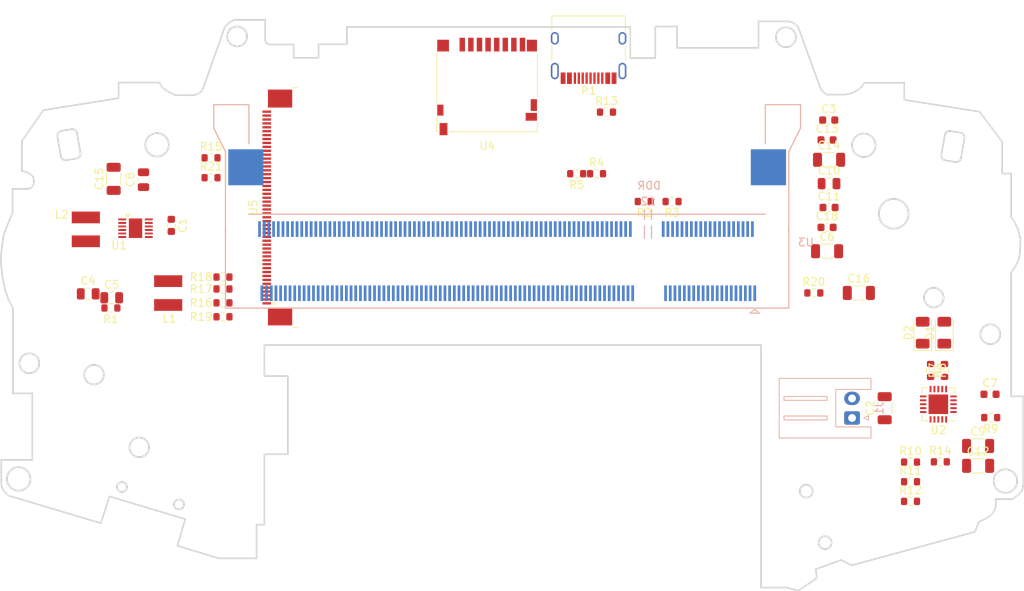
<source format=kicad_pcb>
(kicad_pcb (version 20221018) (generator pcbnew)
  (title_block (title "PiCM3 GBA") (date "2024-01-14") (rev "V1.0") (company "Seth Barberee"))
  (layers (0 "F.Cu" signal) (1 "In1.Cu" signal) (2 "In2.Cu" signal) (31 "B.Cu" signal) (34 "B.Paste" user) (35 "F.Paste" user) (36 "B.SilkS" user "B.Silkscreen") (37 "F.SilkS" user "F.Silkscreen") (38 "B.Mask" user) (39 "F.Mask" user) (44 "Edge.Cuts" user))
  (net 0 "")
  (net 1 "GND")
  (net 2 "3V3")
  (net 3 "5V")
  (net 4 "1V8")
  (net 5 "Net-(U1-EN2)")
  (net 8 "Net-(U1-LX1)")
  (net 9 "Net-(U1-LX2)")
  (net 10 "Net-(D1-K)")
  (net 11 "Net-(D2-K)")
  (net 12 "Net-(U3-GPIO45)")
  (net 13 "Net-(U3-GPIO44)")
  (net 16 "SCL")
  (net 17 "SDA")
  (net 19 "PCLK")
  (net 20 "DE")
  (net 21 "VSYNC")
  (net 22 "HSYNC")
  (net 23 "LCD_B3")
  (net 24 "LCD_B4")
  (net 30 "LCD_B5")
  (net 32 "LCD_B6")
  (net 34 "LCD_B7")
  (net 36 "LCD_G2")
  (net 38 "LCD_G3")
  (net 40 "LCD_G4")
  (net 42 "LCD_G5")
  (net 46 "LCD_G6")
  (net 48 "LCD_G7")
  (net 50 "PCM_CLK")
  (net 52 "LCD_R3")
  (net 54 "LCD_R4")
  (net 73 "SDX_CLK")
  (net 74 "SDX_CMD")
  (net 75 "SDX_D0")
  (net 76 "SDX_D1")
  (net 77 "SDX_D2")
  (net 78 "SDX_D3")
  (net 116 "LCD_R5")
  (net 127 "USB_VDD")
  (net 129 "Net-(J1-Pin_1)")
  (net 132 "Net-(P1-CC)")
  (net 133 "Net-(U2-VPCC)")
  (net 134 "Net-(U2-THERM)")
  (net 136 "Net-(U2-STAT2)")
  (net 137 "Net-(U2-STAT1{slash}~{LBO})")
  (net 138 "Net-(U2-PROG3)")
  (net 139 "Net-(U2-PROG1)")
  (net 140 "LCD_R6")
  (net 141 "LCD_R7")
  (net 143 "Net-(U5-LEDA1)")
  (net 144 "Net-(U5-LEDA2)")
  (net 145 "Net-(U5-LEDA3)")
  (net 146 "Net-(U5-LEDA4)")
  (net 147 "VDDI")
  (net 148 "Net-(U5-CSX)")
  (net 156 "Net-(C16-Pad1)")
  (footprint "Capacitor_SMD:C_0603_1608Metric" (layer "F.Cu") (at 62.738 131.064 -90)
    (fp_text reference "C1" (at 0 -1.43 90) (layer "F.SilkS"))
    (fp_text value "100nF")
    (pad "1" smd roundrect (at -0.775 0 270) (size 0.9 0.95) (layers "F.Cu" "F.Paste" "F.Mask") (net 5 "Net-(U1-EN2)"))
    (pad "2" smd roundrect (at 0.775 0 270) (size 0.9 0.95) (layers "F.Cu" "F.Paste" "F.Mask") (net 1 "GND"))
  )
  (footprint "Capacitor_SMD:C_1206_3216Metric" (layer "F.Cu") (at 153.924 154.432 90)
    (fp_text reference "C2" (at 0 -1.85 90) (layer "F.SilkS"))
    (fp_text value "4.7uF")
    (pad "1" smd roundrect (at -1.475 0 90) (size 1.15 1.8) (layers "F.Cu" "F.Paste" "F.Mask") (roundrect_rratio 0.217391) (net 129 "Net-(J1-Pin_1)"))
    (pad "2" smd roundrect (at 1.475 0 90) (size 1.15 1.8) (layers "F.Cu" "F.Paste" "F.Mask") (roundrect_rratio 0.217391) (net 1 "GND"))
  )
  (footprint "Capacitor_SMD:C_0805_2012Metric" (layer "F.Cu") (at 52.118 139.8165)
    (fp_text reference "C4" (at 0 -1.68) (layer "F.SilkS"))
    (fp_text value "10uF")
    (pad "1" smd roundrect (at -0.95 0) (size 1 1.45) (layers "F.Cu" "F.Paste" "F.Mask") (net 3 "5V"))
    (pad "2" smd roundrect (at 0.95 0) (size 1 1.45) (layers "F.Cu" "F.Paste" "F.Mask") (net 1 "GND"))
  )
  (footprint "Capacitor_SMD:C_0805_2012Metric" (layer "F.Cu") (at 55.118 140.3165)
    (fp_text reference "C5" (at 0 -1.68) (layer "F.SilkS"))
    (fp_text value "10uF")
    (pad "1" smd roundrect (at -0.95 0) (size 1 1.45) (layers "F.Cu" "F.Paste" "F.Mask") (net 3 "5V"))
    (pad "2" smd roundrect (at 0.95 0) (size 1 1.45) (layers "F.Cu" "F.Paste" "F.Mask") (net 1 "GND"))
  )
  (footprint "Capacitor_SMD:C_1206_3216Metric" (layer "F.Cu") (at 146.558 134.366)
    (fp_text reference "C6" (at 0 -1.85) (layer "F.SilkS"))
    (fp_text value "47uF")
    (pad "1" smd roundrect (at -1.475 0) (size 1.15 1.8) (layers "F.Cu" "F.Paste" "F.Mask") (roundrect_rratio 0.217391) (net 2 "3V3"))
    (pad "2" smd roundrect (at 1.475 0) (size 1.15 1.8) (layers "F.Cu" "F.Paste" "F.Mask") (roundrect_rratio 0.217391) (net 1 "GND"))
  )
  (footprint "Capacitor_SMD:C_0603_1608Metric" (layer "F.Cu") (at 167.386 152.654)
    (fp_text reference "C7" (at 0 -1.43) (layer "F.SilkS"))
    (fp_text value "1uF")
    (pad "1" smd roundrect (at -0.775 0) (size 0.9 0.95) (layers "F.Cu" "F.Paste" "F.Mask") (net 127 "USB_VDD"))
    (pad "2" smd roundrect (at 0.775 0) (size 0.9 0.95) (layers "F.Cu" "F.Paste" "F.Mask") (net 1 "GND"))
  )
  (footprint "Capacitor_SMD:C_0805_2012Metric" (layer "F.Cu") (at 59.182 125.222 90)
    (fp_text reference "C8" (at 0 -1.68 90) (layer "F.SilkS"))
    (fp_text value "10uF")
    (pad "1" smd roundrect (at -0.95 0 90) (size 1 1.45) (layers "F.Cu" "F.Paste" "F.Mask") (net 4 "1V8"))
    (pad "2" smd roundrect (at 0.95 0 90) (size 1 1.45) (layers "F.Cu" "F.Paste" "F.Mask") (net 1 "GND"))
  )
  (footprint "Capacitor_SMD:C_0805_2012Metric" (layer "F.Cu") (at 146.812 125.73)
    (fp_text reference "C10" (at 0 -1.68) (layer "F.SilkS"))
    (fp_text value "10uF")
    (pad "1" smd roundrect (at -0.95 0) (size 1 1.45) (layers "F.Cu" "F.Paste" "F.Mask") (net 2 "3V3"))
    (pad "2" smd roundrect (at 0.95 0) (size 1 1.45) (layers "F.Cu" "F.Paste" "F.Mask") (net 1 "GND"))
  )
  (footprint "Capacitor_SMD:C_0603_1608Metric" (layer "F.Cu") (at 146.812 128.778)
    (fp_text reference "C11" (at 0 -1.43) (layer "F.SilkS"))
    (fp_text value "1uF")
    (pad "1" smd roundrect (at -0.775 0) (size 0.9 0.95) (layers "F.Cu" "F.Paste" "F.Mask") (net 2 "3V3"))
    (pad "2" smd roundrect (at 0.775 0) (size 0.9 0.95) (layers "F.Cu" "F.Paste" "F.Mask") (net 1 "GND"))
  )
  (footprint "Capacitor_SMD:C_1206_3216Metric" (layer "F.Cu") (at 165.862 161.798)
    (fp_text reference "C12" (at 0 -1.85) (layer "F.SilkS"))
    (fp_text value "47uF")
    (pad "1" smd roundrect (at -1.475 0) (size 1.15 1.8) (layers "F.Cu" "F.Paste" "F.Mask") (roundrect_rratio 0.217391) (net 3 "5V"))
    (pad "2" smd roundrect (at 1.475 0) (size 1.15 1.8) (layers "F.Cu" "F.Paste" "F.Mask") (roundrect_rratio 0.217391) (net 1 "GND"))
  )
  (footprint "Capacitor_SMD:C_0603_1608Metric" (layer "F.Cu") (at 146.558 120.142)
    (fp_text reference "C13" (at 0 -1.43) (layer "F.SilkS"))
    (fp_text value "1uF")
    (pad "1" smd roundrect (at -0.775 0) (size 0.9 0.95) (layers "F.Cu" "F.Paste" "F.Mask") (net 2 "3V3"))
    (pad "2" smd roundrect (at 0.775 0) (size 0.9 0.95) (layers "F.Cu" "F.Paste" "F.Mask") (net 1 "GND"))
  )
  (footprint "Capacitor_SMD:C_1206_3216Metric" (layer "F.Cu") (at 146.812 122.682)
    (fp_text reference "C14" (at 0 -1.85) (layer "F.SilkS"))
    (fp_text value "47uF")
    (pad "1" smd roundrect (at -1.475 0) (size 1.15 1.8) (layers "F.Cu" "F.Paste" "F.Mask") (roundrect_rratio 0.217391) (net 2 "3V3"))
    (pad "2" smd roundrect (at 1.475 0) (size 1.15 1.8) (layers "F.Cu" "F.Paste" "F.Mask") (roundrect_rratio 0.217391) (net 1 "GND"))
  )
  (footprint "Capacitor_SMD:C_1206_3216Metric" (layer "F.Cu") (at 55.372 125.116 90)
    (fp_text reference "C15" (at 0 -1.85 90) (layer "F.SilkS"))
    (fp_text value "47uF")
    (pad "1" smd roundrect (at -1.475 0 90) (size 1.15 1.8) (layers "F.Cu" "F.Paste" "F.Mask") (roundrect_rratio 0.217391) (net 4 "1V8"))
    (pad "2" smd roundrect (at 1.475 0 90) (size 1.15 1.8) (layers "F.Cu" "F.Paste" "F.Mask") (roundrect_rratio 0.217391) (net 1 "GND"))
  )
  (footprint "Capacitor_SMD:C_1206_3216Metric" (layer "F.Cu") (at 150.622 139.7)
    (fp_text reference "C16" (at 0 -1.85) (layer "F.SilkS"))
    (fp_text value "47uF")
    (pad "1" smd roundrect (at -1.475 0) (size 1.15 1.8) (layers "F.Cu" "F.Paste" "F.Mask") (roundrect_rratio 0.217391) (net 156 "Net-(C16-Pad1)"))
    (pad "2" smd roundrect (at 1.475 0) (size 1.15 1.8) (layers "F.Cu" "F.Paste" "F.Mask") (roundrect_rratio 0.217391) (net 1 "GND"))
  )
  (footprint "Capacitor_SMD:C_0603_1608Metric" (layer "F.Cu") (at 146.558 131.318)
    (fp_text reference "C18" (at 0 -1.43) (layer "F.SilkS"))
    (fp_text value "4.7uF")
    (pad "1" smd roundrect (at -0.775 0) (size 0.9 0.95) (layers "F.Cu" "F.Paste" "F.Mask") (net 2 "3V3"))
    (pad "2" smd roundrect (at 0.775 0) (size 0.9 0.95) (layers "F.Cu" "F.Paste" "F.Mask") (net 1 "GND"))
  )
  (footprint "Pi-Library:SRN4018-4R7M" (layer "F.Cu") (at 62.34 139.7145 -90)
    (fp_text reference "L1" (at 3.2875 -0.144) (layer "F.SilkS"))
    (fp_text value "4.7uH")
    (pad "1" smd rect (at -1.525 0 270) (size 1.5 3.6) (layers "F.Cu" "F.Paste" "F.Mask") (net 8 "Net-(U1-LX1)"))
    (pad "2" smd rect (at 1.525 0 270) (size 1.5 3.6) (layers "F.Cu" "F.Paste" "F.Mask") (net 2 "3V3"))
  )
  (footprint "Pi-Library:SRN4018-4R7M" (layer "F.Cu") (at 51.816 131.572 90)
    (fp_text reference "L2" (at 1.875 -3.1 180) (layer "F.SilkS"))
    (fp_text value "4.7uH")
    (pad "1" smd rect (at -1.525 0 90) (size 1.5 3.6) (layers "F.Cu" "F.Paste" "F.Mask") (net 9 "Net-(U1-LX2)"))
    (pad "2" smd rect (at 1.525 0 90) (size 1.5 3.6) (layers "F.Cu" "F.Paste" "F.Mask") (net 4 "1V8"))
  )
  (footprint "Resistor_SMD:R_0603_1608Metric" (layer "F.Cu") (at 55.018 141.6165 180)
    (fp_text reference "R1" (at 0 -1.43 180) (layer "F.SilkS"))
    (fp_text value "100k")
    (pad "1" smd roundrect (at -0.825 0 180) (size 0.8 0.95) (layers "F.Cu" "F.Paste" "F.Mask") (net 3 "5V"))
    (pad "2" smd roundrect (at 0.825 0 180) (size 0.8 0.95) (layers "F.Cu" "F.Paste" "F.Mask") (net 5 "Net-(U1-EN2)"))
  )
  (footprint "Resistor_SMD:R_0603_1608Metric" (layer "F.Cu") (at 123.19 128.016 180)
    (fp_text reference "R2" (at 0 -1.43) (layer "F.SilkS"))
    (fp_text value "100k")
    (pad "1" smd roundrect (at -0.825 0 180) (size 0.8 0.95) (layers "F.Cu" "F.Paste" "F.Mask") (net 16 "SCL"))
    (pad "2" smd roundrect (at 0.825 0 180) (size 0.8 0.95) (layers "F.Cu" "F.Paste" "F.Mask") (net 2 "3V3"))
  )
  (footprint "Resistor_SMD:R_0603_1608Metric" (layer "F.Cu") (at 126.746 128.016 180)
    (fp_text reference "R3" (at 0 -1.43) (layer "F.SilkS"))
    (fp_text value "100k")
    (pad "1" smd roundrect (at -0.825 0 180) (size 0.8 0.95) (layers "F.Cu" "F.Paste" "F.Mask") (net 17 "SDA"))
    (pad "2" smd roundrect (at 0.825 0 180) (size 0.8 0.95) (layers "F.Cu" "F.Paste" "F.Mask") (net 2 "3V3"))
  )
  (footprint "Resistor_SMD:R_0603_1608Metric" (layer "F.Cu") (at 117.094 124.46)
    (fp_text reference "R4" (at 0 -1.43) (layer "F.SilkS"))
    (fp_text value "100k")
    (pad "1" smd roundrect (at -0.825 0) (size 0.8 0.95) (layers "F.Cu" "F.Paste" "F.Mask") (net 12 "Net-(U3-GPIO45)"))
    (pad "2" smd roundrect (at 0.825 0) (size 0.8 0.95) (layers "F.Cu" "F.Paste" "F.Mask") (net 1 "GND"))
  )
  (footprint "Resistor_SMD:R_0603_1608Metric" (layer "F.Cu") (at 114.554 124.46 180)
    (fp_text reference "R5" (at 0 -1.43 180) (layer "F.SilkS"))
    (fp_text value "100k")
    (pad "1" smd roundrect (at -0.825 0 180) (size 0.8 0.95) (layers "F.Cu" "F.Paste" "F.Mask") (net 13 "Net-(U3-GPIO44)"))
    (pad "2" smd roundrect (at 0.825 0 180) (size 0.8 0.95) (layers "F.Cu" "F.Paste" "F.Mask") (net 1 "GND"))
  )
  (footprint "Pi-Library:PAM2306AYPKE" (layer "F.Cu") (at 58.166 131.4265)
    (fp_text reference "U1" (at -2.1 2.2) (layer "F.SilkS"))
    (fp_text value "PAM2306AYPKE")
    (pad "1" smd rect (at -1.7 -1.125) (size 1 0.25) (layers "F.Cu" "F.Paste" "F.Mask") (net 3 "5V"))
    (pad "2" smd rect (at -1.7 -0.675) (size 1 0.25) (layers "F.Cu" "F.Paste" "F.Mask") (net 9 "Net-(U1-LX2)"))
    (pad "3" smd rect (at -1.7 -0.225) (size 1 0.25) (layers "F.Cu" "F.Paste" "F.Mask") (net 1 "GND"))
    (pad "4" smd rect (at -1.7 0.225) (size 1 0.25) (layers "F.Cu" "F.Paste" "F.Mask") (net 2 "3V3"))
    (pad "5" smd rect (at -1.7 0.675) (size 1 0.25) (layers "F.Cu" "F.Paste" "F.Mask"))
    (pad "6" smd rect (at -1.7 1.125) (size 1 0.25) (layers "F.Cu" "F.Paste" "F.Mask") (net 3 "5V"))
    (pad "7" smd rect (at 1.7 1.125) (size 1 0.25) (layers "F.Cu" "F.Paste" "F.Mask") (net 3 "5V"))
    (pad "8" smd rect (at 1.7 0.675) (size 1 0.25) (layers "F.Cu" "F.Paste" "F.Mask") (net 8 "Net-(U1-LX1)"))
    (pad "9" smd rect (at 1.7 0.225) (size 1 0.25) (layers "F.Cu" "F.Paste" "F.Mask") (net 1 "GND"))
    (pad "10" smd rect (at 1.7 -0.225) (size 1 0.25) (layers "F.Cu" "F.Paste" "F.Mask") (net 4 "1V8"))
    (pad "11" smd rect (at 1.7 -0.675) (size 1 0.25) (layers "F.Cu" "F.Paste" "F.Mask"))
    (pad "12" smd rect (at 1.7 -1.125) (size 1 0.25) (layers "F.Cu" "F.Paste" "F.Mask") (net 5 "Net-(U1-EN2)"))
    (pad "13" smd rect (at 0 0) (size 1.7 2.5) (layers "F.Cu" "F.Paste" "F.Mask") (net 1 "GND"))
  )
  (footprint "Connector_Card:microSD_HC_Hirose_DM3D-SF" (layer "F.Cu") (at 103.104 113.31 180)
    (fp_text reference "U4" (at -0.025 -7.625) (layer "F.SilkS"))
    (fp_text value "1040310811")
    (pad "1" smd rect (at 3.175 5.35 180) (size 0.7 1.75) (layers "F.Cu" "F.Paste" "F.Mask") (net 77 "SDX_D2"))
    (pad "2" smd rect (at 2.075 5.35 180) (size 0.7 1.75) (layers "F.Cu" "F.Paste" "F.Mask") (net 78 "SDX_D3"))
    (pad "3" smd rect (at 0.975 5.35 180) (size 0.7 1.75) (layers "F.Cu" "F.Paste" "F.Mask") (net 74 "SDX_CMD"))
    (pad "4" smd rect (at -0.125 5.35 180) (size 0.7 1.75) (layers "F.Cu" "F.Paste" "F.Mask") (net 2 "3V3"))
    (pad "5" smd rect (at -1.225 5.35 180) (size 0.7 1.75) (layers "F.Cu" "F.Paste" "F.Mask") (net 73 "SDX_CLK"))
    (pad "6" smd rect (at -2.325 5.35 180) (size 0.7 1.75) (layers "F.Cu" "F.Paste" "F.Mask") (net 1 "GND"))
    (pad "7" smd rect (at -3.425 5.35 180) (size 0.7 1.75) (layers "F.Cu" "F.Paste" "F.Mask") (net 75 "SDX_D0"))
    (pad "8" smd rect (at -4.525 5.35 180) (size 0.7 1.75) (layers "F.Cu" "F.Paste" "F.Mask") (net 76 "SDX_D1"))
    (pad "9" smd rect (at -5.65 -3.875 180) (size 1.45 1) (layers "F.Cu" "F.Paste" "F.Mask") (net 1 "GND"))
    (pad "10" smd rect (at 5.575 -5.45 180) (size 1 1.55) (layers "F.Cu" "F.Paste" "F.Mask"))
    (pad "11" smd rect (at -5.975 -2.375 180) (size 0.8 1.5) (layers "F.Cu" "F.Paste" "F.Mask"))
    (pad "11" smd rect (at -5.725 5.225 180) (size 1.3 1.5) (layers "F.Cu" "F.Paste" "F.Mask"))
    (pad "11" smd rect (at 5.625 5.225 180) (size 1.5 1.5) (layers "F.Cu" "F.Paste" "F.Mask"))
    (pad "11" smd rect (at 5.975 -3.025 180) (size 0.8 1.4) (layers "F.Cu" "F.Paste" "F.Mask"))
  )
  (footprint "Capacitor_SMD:C_1206_3216Metric" (layer "F.Cu") (at 165.862 159.258)
    (fp_text reference "C9" (at 0 -1.85) (layer "F.SilkS"))
    (fp_text value "4.7uF")
    (pad "1" smd roundrect (at -1.475 0) (size 1.15 1.8) (layers "F.Cu" "F.Paste" "F.Mask") (roundrect_rratio 0.217391) (net 3 "5V"))
    (pad "2" smd roundrect (at 1.475 0) (size 1.15 1.8) (layers "F.Cu" "F.Paste" "F.Mask") (roundrect_rratio 0.217391) (net 1 "GND"))
  )
  (footprint "Capacitor_SMD:C_0603_1608Metric" (layer "F.Cu") (at 146.77 117.602)
    (fp_text reference "C3" (at 0 -1.43) (layer "F.SilkS"))
    (fp_text value "4.7uF")
    (pad "1" smd roundrect (at -0.775 0) (size 0.9 0.95) (layers "F.Cu" "F.Paste" "F.Mask") (net 2 "3V3"))
    (pad "2" smd roundrect (at 0.775 0) (size 0.9 0.95) (layers "F.Cu" "F.Paste" "F.Mask") (net 1 "GND"))
  )
  (footprint "Resistor_SMD:R_0603_1608Metric" (layer "F.Cu") (at 157.226 166.34)
    (fp_text reference "R12" (at 0 -1.43) (layer "F.SilkS"))
    (fp_text value "100k")
    (pad "1" smd roundrect (at -0.825 0) (size 0.8 0.95) (layers "F.Cu" "F.Paste" "F.Mask") (net 1 "GND"))
    (pad "2" smd roundrect (at 0.825 0) (size 0.8 0.95) (layers "F.Cu" "F.Paste" "F.Mask") (net 138 "Net-(U2-PROG3)"))
  )
  (footprint "Connector_USB:USB_C_Receptacle_HRO_TYPE-C-31-M-12" (layer "F.Cu") (at 116.078 108.204 180)
    (fp_text reference "P1" (at 0 -5.645) (layer "F.SilkS"))
    (fp_text value "USB_C_Plug_USB2.0")
    (pad "" np_thru_hole circle (at -2.89 -2.6 180) (size 0.65 0.65) (drill 0.65) (layers "*.Cu" "*.Mask"))
    (pad "" np_thru_hole circle (at 2.89 -2.6 180) (size 0.65 0.65) (drill 0.65) (layers "*.Cu" "*.Mask"))
    (pad "A1" smd rect (at -3.25 -4.045 180) (size 0.6 1.45) (layers "F.Cu" "F.Paste" "F.Mask") (net 1 "GND"))
    (pad "A4" smd rect (at -2.45 -4.045 180) (size 0.6 1.45) (layers "F.Cu" "F.Paste" "F.Mask") (net 127 "USB_VDD"))
    (pad "A5" smd rect (at -1.25 -4.045 180) (size 0.3 1.45) (layers "F.Cu" "F.Paste" "F.Mask") (net 132 "Net-(P1-CC)"))
    (pad "A6" smd rect (at -0.25 -4.045 180) (size 0.3 1.45) (layers "F.Cu" "F.Paste" "F.Mask"))
    (pad "A7" smd rect (at 0.25 -4.045 180) (size 0.3 1.45) (layers "F.Cu" "F.Paste" "F.Mask"))
    (pad "A8" smd rect (at 1.25 -4.045 180) (size 0.3 1.45) (layers "F.Cu" "F.Paste" "F.Mask"))
    (pad "A9" smd rect (at 2.45 -4.045 180) (size 0.6 1.45) (layers "F.Cu" "F.Paste" "F.Mask") (net 127 "USB_VDD"))
    (pad "A12" smd rect (at 3.25 -4.045 180) (size 0.6 1.45) (layers "F.Cu" "F.Paste" "F.Mask") (net 1 "GND"))
    (pad "B1" smd rect (at 3.25 -4.045 180) (size 0.6 1.45) (layers "F.Cu" "F.Paste" "F.Mask") (net 1 "GND"))
    (pad "B4" smd rect (at 2.45 -4.045 180) (size 0.6 1.45) (layers "F.Cu" "F.Paste" "F.Mask") (net 127 "USB_VDD"))
    (pad "B5" smd rect (at 1.75 -4.045 180) (size 0.3 1.45) (layers "F.Cu" "F.Paste" "F.Mask"))
    (pad "B6" smd rect (at 0.75 -4.045 180) (size 0.3 1.45) (layers "F.Cu" "F.Paste" "F.Mask"))
    (pad "B7" smd rect (at -0.75 -4.045 180) (size 0.3 1.45) (layers "F.Cu" "F.Paste" "F.Mask"))
    (pad "B8" smd rect (at -1.75 -4.045 180) (size 0.3 1.45) (layers "F.Cu" "F.Paste" "F.Mask"))
    (pad "B9" smd rect (at -2.45 -4.045 180) (size 0.6 1.45) (layers "F.Cu" "F.Paste" "F.Mask") (net 127 "USB_VDD"))
    (pad "B12" smd rect (at -3.25 -4.045 180) (size 0.6 1.45) (layers "F.Cu" "F.Paste" "F.Mask") (net 1 "GND"))
    (pad "S1" thru_hole oval (at -4.32 -3.13 180) (size 1 2.1) (drill oval 0.6 1.7) (layers "*.Cu" "*.Mask") (net 1 "GND"))
    (pad "S1" thru_hole oval (at -4.32 1.05 180) (size 1 1.6) (drill oval 0.6 1.2) (layers "*.Cu" "*.Mask") (net 1 "GND"))
    (pad "S1" thru_hole oval (at 4.32 -3.13 180) (size 1 2.1) (drill oval 0.6 1.7) (layers "*.Cu" "*.Mask") (net 1 "GND"))
    (pad "S1" thru_hole oval (at 4.32 1.05 180) (size 1 1.6) (drill oval 0.6 1.2) (layers "*.Cu" "*.Mask") (net 1 "GND"))
  )
  (footprint "Resistor_SMD:R_0603_1608Metric" (layer "F.Cu") (at 67.818 122.428)
    (fp_text reference "R15" (at 0 -1.43) (layer "F.SilkS"))
    (fp_text value "20K")
    (pad "1" smd roundrect (at -0.825 0) (size 0.8 0.95) (layers "F.Cu" "F.Paste" "F.Mask") (net 2 "3V3"))
    (pad "2" smd roundrect (at 0.825 0) (size 0.8 0.95) (layers "F.Cu" "F.Paste" "F.Mask") (net 148 "Net-(U5-CSX)"))
  )
  (footprint "Resistor_SMD:R_0603_1608Metric" (layer "F.Cu") (at 69.342 137.668)
    (fp_text reference "R18" (at -2.794 0) (layer "F.SilkS"))
    (fp_text value "200")
    (pad "1" smd roundrect (at -0.825 0) (size 0.8 0.95) (layers "F.Cu" "F.Paste" "F.Mask") (net 2 "3V3"))
    (pad "2" smd roundrect (at 0.825 0) (size 0.8 0.95) (layers "F.Cu" "F.Paste" "F.Mask") (net 146 "Net-(U5-LEDA4)"))
  )
  (footprint "Resistor_SMD:R_0603_1608Metric" (layer "F.Cu") (at 157.226 161.32)
    (fp_text reference "R10" (at 0 -1.43) (layer "F.SilkS"))
    (fp_text value "100k")
    (pad "1" smd roundrect (at -0.825 0) (size 0.8 0.95) (layers "F.Cu" "F.Paste" "F.Mask") (net 133 "Net-(U2-VPCC)"))
    (pad "2" smd roundrect (at 0.825 0) (size 0.8 0.95) (layers "F.Cu" "F.Paste" "F.Mask") (net 1 "GND"))
  )
  (footprint "Resistor_SMD:R_0603_1608Metric" (layer "F.Cu") (at 161.036 161.29)
    (fp_text reference "R14" (at 0 -1.43) (layer "F.SilkS"))
    (fp_text value "10k")
    (pad "1" smd roundrect (at -0.825 0) (size 0.8 0.95) (layers "F.Cu" "F.Paste" "F.Mask") (net 1 "GND"))
    (pad "2" smd roundrect (at 0.825 0) (size 0.8 0.95) (layers "F.Cu" "F.Paste" "F.Mask") (net 134 "Net-(U2-THERM)"))
  )
  (footprint "Resistor_SMD:R_0603_1608Metric" (layer "F.Cu") (at 161.574 149.606 90)
    (fp_text reference "R7" (at 0 -1.43 90) (layer "F.SilkS"))
    (fp_text value "1k")
    (pad "1" smd roundrect (at -0.825 0 90) (size 0.8 0.95) (layers "F.Cu" "F.Paste" "F.Mask") (net 136 "Net-(U2-STAT2)"))
    (pad "2" smd roundrect (at 0.825 0 90) (size 0.8 0.95) (layers "F.Cu" "F.Paste" "F.Mask") (net 10 "Net-(D1-K)"))
  )
  (footprint "Resistor_SMD:R_0603_1608Metric" (layer "F.Cu") (at 167.472 155.63 180)
    (fp_text reference "R9" (at 0 -1.43) (layer "F.SilkS"))
    (fp_text value "270k")
    (pad "1" smd roundrect (at -0.825 0 180) (size 0.8 0.95) (layers "F.Cu" "F.Paste" "F.Mask") (net 127 "USB_VDD"))
    (pad "2" smd roundrect (at 0.825 0 180) (size 0.8 0.95) (layers "F.Cu" "F.Paste" "F.Mask") (net 133 "Net-(U2-VPCC)"))
  )
  (footprint "Package_DFN_QFN:QFN-20-1EP_4x4mm_P0.5mm_EP2.5x2.5mm" (layer "F.Cu") (at 160.782 153.924 180)
    (fp_text reference "U2" (at 0 -3.3) (layer "F.SilkS"))
    (fp_text value "MCP73871")
    (pad "1" smd roundrect (at -1.9375 -1 180) (size 0.825 0.25) (layers "F.Cu" "F.Paste" "F.Mask") (net 3 "5V"))
    (pad "2" smd roundrect (at -1.9375 -0.5 180) (size 0.825 0.25) (layers "F.Cu" "F.Paste" "F.Mask") (net 133 "Net-(U2-VPCC)"))
    (pad "3" smd roundrect (at -1.9375 0 180) (size 0.825 0.25) (layers "F.Cu" "F.Paste" "F.Mask") (net 127 "USB_VDD"))
    (pad "4" smd roundrect (at -1.9375 0.5 180) (size 0.825 0.25) (layers "F.Cu" "F.Paste" "F.Mask") (net 127 "USB_VDD"))
    (pad "5" smd roundrect (at -1.9375 1 180) (size 0.825 0.25) (layers "F.Cu" "F.Paste" "F.Mask") (net 134 "Net-(U2-THERM)"))
    (pad "6" smd roundrect (at -1 1.9375 180) (size 0.25 0.825) (layers "F.Cu" "F.Paste" "F.Mask"))
    (pad "7" smd roundrect (at -0.5 1.9375 180) (size 0.25 0.825) (layers "F.Cu" "F.Paste" "F.Mask") (net 136 "Net-(U2-STAT2)"))
    (pad "8" smd roundrect (at 0 1.9375 180) (size 0.25 0.825) (layers "F.Cu" "F.Paste" "F.Mask") (net 137 "Net-(U2-STAT1{slash}~{LBO})"))
    (pad "9" smd roundrect (at 0.5 1.9375 180) (size 0.25 0.825) (layers "F.Cu" "F.Paste" "F.Mask") (net 127 "USB_VDD"))
    (pad "10" smd roundrect (at 1 1.9375 180) (size 0.25 0.825) (layers "F.Cu" "F.Paste" "F.Mask") (net 1 "GND"))
    (pad "11" smd roundrect (at 1.9375 1 180) (size 0.825 0.25) (layers "F.Cu" "F.Paste" "F.Mask") (net 1 "GND"))
    (pad "12" smd roundrect (at 1.9375 0.5 180) (size 0.825 0.25) (layers "F.Cu" "F.Paste" "F.Mask") (net 138 "Net-(U2-PROG3)"))
    (pad "13" smd roundrect (at 1.9375 0 180) (size 0.825 0.25) (layers "F.Cu" "F.Paste" "F.Mask") (net 139 "Net-(U2-PROG1)"))
    (pad "14" smd roundrect (at 1.9375 -0.5 180) (size 0.825 0.25) (layers "F.Cu" "F.Paste" "F.Mask") (net 129 "Net-(J1-Pin_1)"))
    (pad "15" smd roundrect (at 1.9375 -1 180) (size 0.825 0.25) (layers "F.Cu" "F.Paste" "F.Mask") (net 129 "Net-(J1-Pin_1)"))
    (pad "16" smd roundrect (at 1 -1.9375 180) (size 0.25 0.825) (layers "F.Cu" "F.Paste" "F.Mask") (net 129 "Net-(J1-Pin_1)"))
    (pad "17" smd roundrect (at 0.5 -1.9375 180) (size 0.25 0.825) (layers "F.Cu" "F.Paste" "F.Mask") (net 127 "USB_VDD"))
    (pad "18" smd roundrect (at 0 -1.9375 180) (size 0.25 0.825) (layers "F.Cu" "F.Paste" "F.Mask") (net 127 "USB_VDD"))
    (pad "19" smd roundrect (at -0.5 -1.9375 180) (size 0.25 0.825) (layers "F.Cu" "F.Paste" "F.Mask") (net 127 "USB_VDD"))
    (pad "20" smd roundrect (at -1 -1.9375 180) (size 0.25 0.825) (layers "F.Cu" "F.Paste" "F.Mask") (net 3 "5V"))
    (pad "21" smd rect (at 0 0 180) (size 2.5 2.5) (layers "F.Cu" "F.Mask") (net 1 "GND"))
  )
  (footprint "Resistor_SMD:R_0603_1608Metric" (layer "F.Cu") (at 69.342 139.192)
    (fp_text reference "R17" (at -2.794 0) (layer "F.SilkS"))
    (fp_text value "200")
    (pad "1" smd roundrect (at -0.825 0) (size 0.8 0.95) (layers "F.Cu" "F.Paste" "F.Mask") (net 2 "3V3"))
    (pad "2" smd roundrect (at 0.825 0) (size 0.8 0.95) (layers "F.Cu" "F.Paste" "F.Mask") (net 145 "Net-(U5-LEDA3)"))
  )
  (footprint "Resistor_SMD:R_0603_1608Metric" (layer "F.Cu") (at 157.226 163.83)
    (fp_text reference "R11" (at 0 -1.43) (layer "F.SilkS"))
    (fp_text value "1k")
    (pad "1" smd roundrect (at -0.825 0) (size 0.8 0.95) (layers "F.Cu" "F.Paste" "F.Mask") (net 139 "Net-(U2-PROG1)"))
    (pad "2" smd roundrect (at 0.825 0) (size 0.8 0.95) (layers "F.Cu" "F.Paste" "F.Mask") (net 1 "GND"))
  )
  (footprint "Resistor_SMD:R_0603_1608Metric" (layer "F.Cu") (at 69.342 142.748)
    (fp_text reference "R19" (at -2.794 0) (layer "F.SilkS"))
    (fp_text value "200")
    (pad "1" smd roundrect (at -0.825 0) (size 0.8 0.95) (layers "F.Cu" "F.Paste" "F.Mask") (net 2 "3V3"))
    (pad "2" smd roundrect (at 0.825 0) (size 0.8 0.95) (layers "F.Cu" "F.Paste" "F.Mask") (net 143 "Net-(U5-LEDA1)"))
  )
  (footprint "LED_SMD:LED_1206_3216Metric" (layer "F.Cu") (at 158.78 144.78 90)
    (fp_text reference "D2" (at 0 -1.82 90) (layer "F.SilkS"))
    (fp_text value "LED")
    (pad "1" smd roundrect (at -1.4 0 90) (size 1.25 1.75) (layers "F.Cu" "F.Paste" "F.Mask") (roundrect_rratio 0.2) (net 11 "Net-(D2-K)"))
    (pad "2" smd roundrect (at 1.4 0 90) (size 1.25 1.75) (layers "F.Cu" "F.Paste" "F.Mask") (roundrect_rratio 0.2) (net 127 "USB_VDD"))
  )
  (footprint "LED_SMD:LED_1206_3216Metric" (layer "F.Cu") (at 161.544 144.78 90)
    (fp_text reference "D1" (at 0 -1.82 90) (layer "F.SilkS"))
    (fp_text value "LED")
    (pad "1" smd roundrect (at -1.4 0 90) (size 1.25 1.75) (layers "F.Cu" "F.Paste" "F.Mask") (roundrect_rratio 0.2) (net 10 "Net-(D1-K)"))
    (pad "2" smd roundrect (at 1.4 0 90) (size 1.25 1.75) (layers "F.Cu" "F.Paste" "F.Mask") (roundrect_rratio 0.2) (net 127 "USB_VDD"))
  )
  (footprint "Connector_FFC-FPC:TE_5-1734839-0_1x50-1MP_P0.5mm_Horizontal" (layer "F.Cu") (at 76.291 128.778 90)
    (fp_text reference "U5" (at 0 -3.1 90) (layer "F.SilkS"))
    (fp_text value "~")
    (pad "1" smd rect (at -12.25 -1.35 90) (size 0.3 1.1) (layers "F.Cu" "F.Paste" "F.Mask") (net 1 "GND"))
    (pad "2" smd rect (at -11.75 -1.35 90) (size 0.3 1.1) (layers "F.Cu" "F.Paste" "F.Mask") (net 143 "Net-(U5-LEDA1)"))
    (pad "3" smd rect (at -11.25 -1.35 90) (size 0.3 1.1) (layers "F.Cu" "F.Paste" "F.Mask") (net 144 "Net-(U5-LEDA2)"))
    (pad "4" smd rect (at -10.75 -1.35 90) (size 0.3 1.1) (layers "F.Cu" "F.Paste" "F.Mask") (net 145 "Net-(U5-LEDA3)"))
    (pad "5" smd rect (at -10.25 -1.35 90) (size 0.3 1.1) (layers "F.Cu" "F.Paste" "F.Mask") (net 146 "Net-(U5-LEDA4)"))
    (pad "6" smd rect (at -9.75 -1.35 90) (size 0.3 1.1) (layers "F.Cu" "F.Paste" "F.Mask") (net 147 "VDDI"))
    (pad "7" smd rect (at -9.25 -1.35 90) (size 0.3 1.1) (layers "F.Cu" "F.Paste" "F.Mask") (net 1 "GND"))
    (pad "8" smd rect (at -8.75 -1.35 90) (size 0.3 1.1) (layers "F.Cu" "F.Paste" "F.Mask") (net 147 "VDDI"))
    (pad "9" smd rect (at -8.25 -1.35 90) (size 0.3 1.1) (layers "F.Cu" "F.Paste" "F.Mask") (net 1 "GND"))
    (pad "10" smd rect (at -7.75 -1.35 90) (size 0.3 1.1) (layers "F.Cu" "F.Paste" "F.Mask"))
    (pad "11" smd rect (at -7.25 -1.35 90) (size 0.3 1.1) (layers "F.Cu" "F.Paste" "F.Mask") (net 21 "VSYNC"))
    (pad "12" smd rect (at -6.75 -1.35 90) (size 0.3 1.1) (layers "F.Cu" "F.Paste" "F.Mask") (net 22 "HSYNC"))
    (pad "13" smd rect (at -6.25 -1.35 90) (size 0.3 1.1) (layers "F.Cu" "F.Paste" "F.Mask") (net 19 "PCLK"))
    (pad "14" smd rect (at -5.75 -1.35 90) (size 0.3 1.1) (layers "F.Cu" "F.Paste" "F.Mask") (net 20 "DE"))
    (pad "15" smd rect (at -5.25 -1.35 90) (size 0.3 1.1) (layers "F.Cu" "F.Paste" "F.Mask") (net 141 "LCD_R7"))
    (pad "16" smd rect (at -4.75 -1.35 90) (size 0.3 1.1) (layers "F.Cu" "F.Paste" "F.Mask") (net 140 "LCD_R6"))
    (pad "17" smd rect (at -4.25 -1.35 90) (size 0.3 1.1) (layers "F.Cu" "F.Paste" "F.Mask") (net 116 "LCD_R5"))
    (pad "18" smd rect (at -3.75 -1.35 90) (size 0.3 1.1) (layers "F.Cu" "F.Paste" "F.Mask") (net 54 "LCD_R4"))
    (pad "19" smd rect (at -3.25 -1.35 90) (size 0.3 1.1) (layers "F.Cu" "F.Paste" "F.Mask") (net 52 "LCD_R3"))
    (pad "20" smd rect (at -2.75 -1.35 90) (size 0.3 1.1) (layers "F.Cu" "F.Paste" "F.Mask") (net 1 "GND"))
    (pad "21" smd rect (at -2.25 -1.35 90) (size 0.3 1.1) (layers "F.Cu" "F.Paste" "F.Mask") (net 48 "LCD_G7"))
    (pad "22" smd rect (at -1.75 -1.35 90) (size 0.3 1.1) (layers "F.Cu" "F.Paste" "F.Mask") (net 46 "LCD_G6"))
    (pad "23" smd rect (at -1.25 -1.35 90) (size 0.3 1.1) (layers "F.Cu" "F.Paste" "F.Mask") (net 42 "LCD_G5"))
    (pad "24" smd rect (at -0.75 -1.35 90) (size 0.3 1.1) (layers "F.Cu" "F.Paste" "F.Mask") (net 40 "LCD_G4"))
    (pad "25" smd rect (at -0.25 -1.35 90) (size 0.3 1.1) (layers "F.Cu" "F.Paste" "F.Mask") (net 38 "LCD_G3"))
    (pad "26" smd rect (at 0.25 -1.35 90) (size 0.3 1.1) (layers "F.Cu" "F.Paste" "F.Mask") (net 36 "LCD_G2"))
    (pad "27" smd rect (at 0.75 -1.35 90) (size 0.3 1.1) (layers "F.Cu" "F.Paste" "F.Mask") (net 34 "LCD_B7"))
    (pad "28" smd rect (at 1.25 -1.35 90) (size 0.3 1.1) (layers "F.Cu" "F.Paste" "F.Mask") (net 32 "LCD_B6"))
    (pad "29" smd rect (at 1.75 -1.35 90) (size 0.3 1.1) (layers "F.Cu" "F.Paste" "F.Mask") (net 30 "LCD_B5"))
    (pad "30" smd rect (at 2.25 -1.35 90) (size 0.3 1.1) (layers "F.Cu" "F.Paste" "F.Mask") (net 24 "LCD_B4"))
    (pad "31" smd rect (at 2.75 -1.35 90) (size 0.3 1.1) (layers "F.Cu" "F.Paste" "F.Mask") (net 23 "LCD_B3"))
    (pad "32" smd rect (at 3.25 -1.35 90) (size 0.3 1.1) (layers "F.Cu" "F.Paste" "F.Mask") (net 1 "GND"))
    (pad "33" smd rect (at 3.75 -1.35 90) (size 0.3 1.1) (layers "F.Cu" "F.Paste" "F.Mask"))
    (pad "34" smd rect (at 4.25 -1.35 90) (size 0.3 1.1) (layers "F.Cu" "F.Paste" "F.Mask") (net 17 "SDA"))
    (pad "35" smd rect (at 4.75 -1.35 90) (size 0.3 1.1) (layers "F.Cu" "F.Paste" "F.Mask") (net 147 "VDDI"))
    (pad "36" smd rect (at 5.25 -1.35 90) (size 0.3 1.1) (layers "F.Cu" "F.Paste" "F.Mask") (net 147 "VDDI"))
    (pad "37" smd rect (at 5.75 -1.35 90) (size 0.3 1.1) (layers "F.Cu" "F.Paste" "F.Mask") (net 16 "SCL"))
    (pad "38" smd rect (at 6.25 -1.35 90) (size 0.3 1.1) (layers "F.Cu" "F.Paste" "F.Mask") (net 148 "Net-(U5-CSX)"))
    (pad "39" smd rect (at 6.75 -1.35 90) (size 0.3 1.1) (layers "F.Cu" "F.Paste" "F.Mask"))
    (pad "40" smd rect (at 7.25 -1.35 90) (size 0.3 1.1) (layers "F.Cu" "F.Paste" "F.Mask") (net 147 "VDDI"))
    (pad "41" smd rect (at 7.75 -1.35 90) (size 0.3 1.1) (layers "F.Cu" "F.Paste" "F.Mask") (net 147 "VDDI"))
    (pad "42" smd rect (at 8.25 -1.35 90) (size 0.3 1.1) (layers "F.Cu" "F.Paste" "F.Mask") (net 147 "VDDI"))
    (pad "43" smd rect (at 8.75 -1.35 90) (size 0.3 1.1) (layers "F.Cu" "F.Paste" "F.Mask") (net 1 "GND"))
    (pad "44" smd rect (at 9.25 -1.35 90) (size 0.3 1.1) (layers "F.Cu" "F.Paste" "F.Mask"))
    (pad "45" smd rect (at 9.75 -1.35 90) (size 0.3 1.1) (layers "F.Cu" "F.Paste" "F.Mask"))
    (pad "46" smd rect (at 10.25 -1.35 90) (size 0.3 1.1) (layers "F.Cu" "F.Paste" "F.Mask"))
    (pad "47" smd rect (at 10.75 -1.35 90) (size 0.3 1.1) (layers "F.Cu" "F.Paste" "F.Mask"))
    (pad "48" smd rect (at 11.25 -1.35 90) (size 0.3 1.1) (layers "F.Cu" "F.Paste" "F.Mask") (net 1 "GND"))
    (pad "49" smd rect (at 11.75 -1.35 90) (size 0.3 1.1) (layers "F.Cu" "F.Paste" "F.Mask") (net 1 "GND"))
    (pad "50" smd rect (at 12.25 -1.35 90) (size 0.3 1.1) (layers "F.Cu" "F.Paste" "F.Mask") (net 1 "GND"))
    (pad "MP" smd rect (at -13.92 0.35 90) (size 2.3 3.1) (layers "F.Cu" "F.Paste" "F.Mask"))
    (pad "MP" smd rect (at 13.92 0.35 90) (size 2.3 3.1) (layers "F.Cu" "F.Paste" "F.Mask"))
  )
  (footprint "Resistor_SMD:R_0603_1608Metric" (layer "F.Cu") (at 118.364 116.586)
    (fp_text reference "R13" (at 0 -1.43) (layer "F.SilkS"))
    (fp_text value "1k")
    (pad "1" smd roundrect (at -0.825 0) (size 0.8 0.95) (layers "F.Cu" "F.Paste" "F.Mask") (net 132 "Net-(P1-CC)"))
    (pad "2" smd roundrect (at 0.825 0) (size 0.8 0.95) (layers "F.Cu" "F.Paste" "F.Mask") (net 1 "GND"))
  )
  (footprint "Resistor_SMD:R_0603_1608Metric" (layer "F.Cu") (at 67.818 124.968)
    (fp_text reference "R21" (at 0 -1.43) (layer "F.SilkS"))
    (fp_text value "1K")
    (pad "1" smd roundrect (at -0.825 0) (size 0.8 0.95) (layers "F.Cu" "F.Paste" "F.Mask") (net 2 "3V3"))
    (pad "2" smd roundrect (at 0.825 0) (size 0.8 0.95) (layers "F.Cu" "F.Paste" "F.Mask") (net 147 "VDDI"))
  )
  (footprint "Resistor_SMD:R_0603_1608Metric" (layer "F.Cu") (at 159.796 149.606 -90)
    (fp_text reference "R8" (at 0 -1.43 90) (layer "F.SilkS"))
    (fp_text value "1k")
    (pad "1" smd roundrect (at -0.825 0 270) (size 0.8 0.95) (layers "F.Cu" "F.Paste" "F.Mask") (net 11 "Net-(D2-K)"))
    (pad "2" smd roundrect (at 0.825 0 270) (size 0.8 0.95) (layers "F.Cu" "F.Paste" "F.Mask") (net 137 "Net-(U2-STAT1{slash}~{LBO})"))
  )
  (footprint "Resistor_SMD:R_0603_1608Metric" (layer "F.Cu") (at 69.342 140.97)
    (fp_text reference "R16" (at -2.794 0) (layer "F.SilkS"))
    (fp_text value "200")
    (pad "1" smd roundrect (at -0.825 0) (size 0.8 0.95) (layers "F.Cu" "F.Paste" "F.Mask") (net 2 "3V3"))
    (pad "2" smd roundrect (at 0.825 0) (size 0.8 0.95) (layers "F.Cu" "F.Paste" "F.Mask") (net 144 "Net-(U5-LEDA2)"))
  )
  (footprint "Resistor_SMD:R_0603_1608Metric" (layer "F.Cu") (at 144.866 139.702)
    (fp_text reference "R20" (at 0 -1.43) (layer "F.SilkS"))
    (fp_text value "175")
    (pad "1" smd roundrect (at -0.825 0) (size 0.8 0.95) (layers "F.Cu" "F.Paste" "F.Mask") (net 2 "3V3"))
    (pad "2" smd roundrect (at 0.825 0) (size 0.8 0.95) (layers "F.Cu" "F.Paste" "F.Mask") (net 156 "Net-(C16-Pad1)"))
  )
  (footprint "Pi-Library:Socket_SODIMM_DDR2" (layer "B.Cu") (at 105.664 135.636 180)
    (fp_text reference "U3" (at -38.2 2.4) (layer "B.SilkS") (effects (justify mirror)))
    (fp_text value "DDR2_SODIMM_CM_3_Lite")
    (fp_text user "2" (at -17.55 7.65) (layer "B.SilkS") (effects (justify mirror)))
    (fp_text user "DDR" (at -18.15 9.65) (layer "B.SilkS") (effects (justify mirror)))
    (fp_text user "1" (at -18.55 7.65) (layer "B.SilkS") (effects (justify mirror)))
    (pad "" np_thru_hole circle (at -33.4 0 180) (size 1.6 1.6) (drill 1.6) (layers "*.Cu" "*.Mask"))
    (pad "" smd rect (at -33.4 12 180) (size 4.5 4.6) (layers "B.Cu" "B.Paste" "B.Mask"))
    (pad "" np_thru_hole circle (at 33.4 0 180) (size 1.1 1.1) (drill 1.1) (layers "*.Cu" "*.Mask"))
    (pad "" smd rect (at 33.4 12 180) (size 4.5 4.6) (layers "B.Cu" "B.Paste" "B.Mask"))
    (pad "1" smd rect (at -31.65 -4.1 180) (size 0.35 2) (layers "B.Cu" "B.Paste" "B.Mask") (net 1 "GND"))
    (pad "2" smd rect (at -31.35 4.1 180) (size 0.35 2) (layers "B.Cu" "B.Paste" "B.Mask"))
    (pad "3" smd rect (at -31.05 -4.1 180) (size 0.35 2) (layers "B.Cu" "B.Paste" "B.Mask") (net 19 "PCLK"))
    (pad "4" smd rect (at -30.75 4.1 180) (size 0.35 2) (layers "B.Cu" "B.Paste" "B.Mask") (net 2 "3V3"))
    (pad "5" smd rect (at -30.45 -4.1 180) (size 0.35 2) (layers "B.Cu" "B.Paste" "B.Mask") (net 20 "DE"))
    (pad "6" smd rect (at -30.15 4.1 180) (size 0.35 2) (layers "B.Cu" "B.Paste" "B.Mask") (net 2 "3V3"))
    (pad "7" smd rect (at -29.85 -4.1 180) (size 0.35 2) (layers "B.Cu" "B.Paste" "B.Mask") (net 1 "GND"))
    (pad "8" smd rect (at -29.55 4.1 180) (size 0.35 2) (layers "B.Cu" "B.Paste" "B.Mask") (net 1 "GND"))
    (pad "9" smd rect (at -29.25 -4.1 180) (size 0.35 2) (layers "B.Cu" "B.Paste" "B.Mask") (net 21 "VSYNC"))
    (pad "10" smd rect (at -28.95 4.1 180) (size 0.35 2) (layers "B.Cu" "B.Paste" "B.Mask") (net 73 "SDX_CLK"))
    (pad "11" smd rect (at -28.65 -4.1 180) (size 0.35 2) (layers "B.Cu" "B.Paste" "B.Mask") (net 22 "HSYNC"))
    (pad "12" smd rect (at -28.35 4.1 180) (size 0.35 2) (layers "B.Cu" "B.Paste" "B.Mask") (net 74 "SDX_CMD"))
    (pad "13" smd rect (at -28.05 -4.1 180) (size 0.35 2) (layers "B.Cu" "B.Paste" "B.Mask") (net 1 "GND"))
    (pad "14" smd rect (at -27.75 4.1 180) (size 0.35 2) (layers "B.Cu" "B.Paste" "B.Mask") (net 1 "GND"))
    (pad "15" smd rect (at -27.45 -4.1 180) (size 0.35 2) (layers "B.Cu" "B.Paste" "B.Mask") (net 23 "LCD_B3"))
    (pad "16" smd rect (at -27.15 4.1 180) (size 0.35 2) (layers "B.Cu" "B.Paste" "B.Mask") (net 75 "SDX_D0"))
    (pad "17" smd rect (at -26.85 -4.1 180) (size 0.35 2) (layers "B.Cu" "B.Paste" "B.Mask") (net 24 "LCD_B4"))
    (pad "18" smd rect (at -26.55 4.1 180) (size 0.35 2) (layers "B.Cu" "B.Paste" "B.Mask") (net 76 "SDX_D1"))
    (pad "19" smd rect (at -26.25 -4.1 180) (size 0.35 2) (layers "B.Cu" "B.Paste" "B.Mask") (net 1 "GND"))
    (pad "20" smd rect (at -25.95 4.1 180) (size 0.35 2) (layers "B.Cu" "B.Paste" "B.Mask") (net 1 "GND"))
    (pad "21" smd rect (at -25.65 -4.1 180) (size 0.35 2) (layers "B.Cu" "B.Paste" "B.Mask") (net 30 "LCD_B5"))
    (pad "22" smd rect (at -25.35 4.1 180) (size 0.35 2) (layers "B.Cu" "B.Paste" "B.Mask") (net 77 "SDX_D2"))
    (pad "23" smd rect (at -25.05 -4.1 180) (size 0.35 2) (layers "B.Cu" "B.Paste" "B.Mask") (net 32 "LCD_B6"))
    (pad "24" smd rect (at -24.75 4.1 180) (size 0.35 2) (layers "B.Cu" "B.Paste" "B.Mask") (net 78 "SDX_D3"))
    (pad "25" smd rect (at -24.45 -4.1 180) (size 0.35 2) (layers "B.Cu" "B.Paste" "B.Mask") (net 1 "GND"))
    (pad "26" smd rect (at -24.15 4.1 180) (size 0.35 2) (layers "B.Cu" "B.Paste" "B.Mask") (net 1 "GND"))
    (pad "27" smd rect (at -23.85 -4.1 180) (size 0.35 2) (layers "B.Cu" "B.Paste" "B.Mask") (net 34 "LCD_B7"))
    (pad "28" smd rect (at -23.55 4.1 180) (size 0.35 2) (layers "B.Cu" "B.Paste" "B.Mask") (net 17 "SDA"))
    (pad "29" smd rect (at -23.25 -4.1 180) (size 0.35 2) (layers "B.Cu" "B.Paste" "B.Mask"))
    (pad "30" smd rect (at -22.95 4.1 180) (size 0.35 2) (layers "B.Cu" "B.Paste" "B.Mask") (net 16 "SCL"))
    (pad "31" smd rect (at -22.65 -4.1 180) (size 0.35 2) (layers "B.Cu" "B.Paste" "B.Mask") (net 1 "GND"))
    (pad "32" smd rect (at -22.35 4.1 180) (size 0.35 2) (layers "B.Cu" "B.Paste" "B.Mask") (net 1 "GND"))
    (pad "33" smd rect (at -22.05 -4.1 180) (size 0.35 2) (layers "B.Cu" "B.Paste" "B.Mask"))
    (pad "34" smd rect (at -21.75 4.1 180) (size 0.35 2) (layers "B.Cu" "B.Paste" "B.Mask"))
    (pad "35" smd rect (at -21.45 -4.1 180) (size 0.35 2) (layers "B.Cu" "B.Paste" "B.Mask"))
    (pad "36" smd rect (at -21.15 4.1 180) (size 0.35 2) (layers "B.Cu" "B.Paste" "B.Mask"))
    (pad "37" smd rect (at -20.85 -4.1 180) (size 0.35 2) (layers "B.Cu" "B.Paste" "B.Mask") (net 1 "GND"))
    (pad "38" smd rect (at -20.55 4.1 180) (size 0.35 2) (layers "B.Cu" "B.Paste" "B.Mask") (net 1 "GND"))
    (pad "39" smd rect (at -20.25 -4.1 180) (size 0.35 2) (layers "B.Cu" "B.Paste" "B.Mask") (net 2 "3V3"))
    (pad "40" smd rect (at -19.95 4.1 180) (size 0.35 2) (layers "B.Cu" "B.Paste" "B.Mask") (net 2 "3V3"))
    (pad "41" smd rect (at -16.05 -4.1 180) (size 0.35 2) (layers "B.Cu" "B.Paste" "B.Mask") (net 2 "3V3"))
    (pad "42" smd rect (at -15.75 4.1 180) (size 0.35 2) (layers "B.Cu" "B.Paste" "B.Mask") (net 2 "3V3"))
    (pad "43" smd rect (at -15.45 -4.1 180) (size 0.35 2) (layers "B.Cu" "B.Paste" "B.Mask") (net 1 "GND"))
    (pad "44" smd rect (at -15.15 4.1 180) (size 0.35 2) (layers "B.Cu" "B.Paste" "B.Mask") (net 1 "GND"))
    (pad "45" smd rect (at -14.85 -4.1 180) (size 0.35 2) (layers "B.Cu" "B.Paste" "B.Mask") (net 36 "LCD_G2"))
    (pad "46" smd rect (at -14.55 4.1 180) (size 0.35 2) (layers "B.Cu" "B.Paste" "B.Mask"))
    (pad "47" smd rect (at -14.25 -4.1 180) (size 0.35 2) (layers "B.Cu" "B.Paste" "B.Mask") (net 38 "LCD_G3"))
    (pad "48" smd rect (at -13.95 4.1 180) (size 0.35 2) (layers "B.Cu" "B.Paste" "B.Mask"))
    (pad "49" smd rect (at -13.65 -4.1 180) (size 0.35 2) (layers "B.Cu" "B.Paste" "B.Mask") (net 1 "GND"))
    (pad "50" smd rect (at -13.35 4.1 180) (size 0.35 2) (layers "B.Cu" "B.Paste" "B.Mask") (net 1 "GND"))
    (pad "51" smd rect (at -13.05 -4.1 180) (size 0.35 2) (layers "B.Cu" "B.Paste" "B.Mask") (net 40 "LCD_G4"))
    (pad "52" smd rect (at -12.75 4.1 180) (size 0.35 2) (layers "B.Cu" "B.Paste" "B.Mask"))
    (pad "53" smd rect (at -12.45 -4.1 180) (size 0.35 2) (layers "B.Cu" "B.Paste" "B.Mask") (net 42 "LCD_G5"))
    (pad "54" smd rect (at -12.15 4.1 180) (size 0.35 2) (layers "B.Cu" "B.Paste" "B.Mask"))
    (pad "55" smd rect (at -11.85 -4.1 180) (size 0.35 2) (layers "B.Cu" "B.Paste" "B.Mask") (net 1 "GND"))
    (pad "56" smd rect (at -11.55 4.1 180) (size 0.35 2) (layers "B.Cu" "B.Paste" "B.Mask") (net 1 "GND"))
    (pad "57" smd rect (at -11.25 -4.1 180) (size 0.35 2) (layers "B.Cu" "B.Paste" "B.Mask") (net 46 "LCD_G6"))
    (pad "58" smd rect (at -10.95 4.1 180) (size 0.35 2) (layers "B.Cu" "B.Paste" "B.Mask"))
    (pad "59" smd rect (at -10.65 -4.1 180) (size 0.35 2) (layers "B.Cu" "B.Paste" "B.Mask") (net 48 "LCD_G7"))
    (pad "60" smd rect (at -10.35 4.1 180) (size 0.35 2) (layers "B.Cu" "B.Paste" "B.Mask"))
    (pad "61" smd rect (at -10.05 -4.1 180) (size 0.35 2) (layers "B.Cu" "B.Paste" "B.Mask") (net 1 "GND"))
    (pad "62" smd rect (at -9.75 4.1 180) (size 0.35 2) (layers "B.Cu" "B.Paste" "B.Mask") (net 1 "GND"))
    (pad "63" smd rect (at -9.45 -4.1 180) (size 0.35 2) (layers "B.Cu" "B.Paste" "B.Mask") (net 50 "PCM_CLK"))
    (pad "64" smd rect (at -9.15 4.1 180) (size 0.35 2) (layers "B.Cu" "B.Paste" "B.Mask"))
    (pad "65" smd rect (at -8.85 -4.1 180) (size 0.35 2) (layers "B.Cu" "B.Paste" "B.Mask"))
    (pad "66" smd rect (at -8.55 4.1 180) (size 0.35 2) (layers "B.Cu" "B.Paste" "B.Mask"))
    (pad "67" smd rect (at -8.25 -4.1 180) (size 0.35 2) (layers "B.Cu" "B.Paste" "B.Mask") (net 1 "GND"))
    (pad "68" smd rect (at -7.95 4.1 180) (size 0.35 2) (layers "B.Cu" "B.Paste" "B.Mask") (net 1 "GND"))
    (pad "69" smd rect (at -7.65 -4.1 180) (size 0.35 2) (layers "B.Cu" "B.Paste" "B.Mask") (net 52 "LCD_R3"))
    (pad "70" smd rect (at -7.35 4.1 180) (size 0.35 2) (layers "B.Cu" "B.Paste" "B.Mask"))
    (pad "71" smd rect (at -7.05 -4.1 180) (size 0.35 2) (layers "B.Cu" "B.Paste" "B.Mask") (net 54 "LCD_R4"))
    (pad "72" smd rect (at -6.75 4.1 180) (size 0.35 2) (layers "B.Cu" "B.Paste" "B.Mask"))
    (pad "73" smd rect (at -6.45 -4.1 180) (size 0.35 2) (layers "B.Cu" "B.Paste" "B.Mask") (net 1 "GND"))
    (pad "74" smd rect (at -6.15 4.1 180) (size 0.35 2) (layers "B.Cu" "B.Paste" "B.Mask") (net 1 "GND"))
    (pad "75" smd rect (at -5.85 -4.1 180) (size 0.35 2) (layers "B.Cu" "B.Paste" "B.Mask") (net 116 "LCD_R5"))
    (pad "76" smd rect (at -5.55 4.1 180) (size 0.35 2) (layers "B.Cu" "B.Paste" "B.Mask"))
    (pad "77" smd rect (at -5.25 -4.1 180) (size 0.35 2) (layers "B.Cu" "B.Paste" "B.Mask") (net 140 "LCD_R6"))
    (pad "78" smd rect (at -4.95 4.1 180) (size 0.35 2) (layers "B.Cu" "B.Paste" "B.Mask"))
    (pad "79" smd rect (at -4.65 -4.1 180) (size 0.35 2) (layers "B.Cu" "B.Paste" "B.Mask") (net 1 "GND"))
    (pad "80" smd rect (at -4.35 4.1 180) (size 0.35 2) (layers "B.Cu" "B.Paste" "B.Mask") (net 1 "GND"))
    (pad "81" smd rect (at -4.05 -4.1 180) (size 0.35 2) (layers "B.Cu" "B.Paste" "B.Mask") (net 141 "LCD_R7"))
    (pad "82" smd rect (at -3.75 4.1 180) (size 0.35 2) (layers "B.Cu" "B.Paste" "B.Mask") (net 13 "Net-(U3-GPIO44)"))
    (pad "83" smd rect (at -3.45 -4.1 180) (size 0.35 2) (layers "B.Cu" "B.Paste" "B.Mask"))
    (pad "84" smd rect (at -3.15 4.1 180) (size 0.35 2) (layers "B.Cu" "B.Paste" "B.Mask") (net 12 "Net-(U3-GPIO45)"))
    (pad "85" smd rect (at -2.85 -4.1 180) (size 0.35 2) (layers "B.Cu" "B.Paste" "B.Mask") (net 1 "GND"))
    (pad "86" smd rect (at -2.55 4.1 180) (size 0.35 2) (layers "B.Cu" "B.Paste" "B.Mask") (net 1 "GND"))
    (pad "87" smd rect (at -2.25 -4.1 180) (size 0.35 2) (layers "B.Cu" "B.Paste" "B.Mask"))
    (pad "88" smd rect (at -1.95 4.1 180) (size 0.35 2) (layers "B.Cu" "B.Paste" "B.Mask"))
    (pad "89" smd rect (at -1.65 -4.1 180) (size 0.35 2) (layers "B.Cu" "B.Paste" "B.Mask"))
    (pad "90" smd rect (at -1.35 4.1 180) (size 0.35 2) (layers "B.Cu" "B.Paste" "B.Mask"))
    (pad "91" smd rect (at -1.05 -4.1 180) (size 0.35 2) (layers "B.Cu" "B.Paste" "B.Mask") (net 1 "GND"))
    (pad "92" smd rect (at -0.75 4.1 180) (size 0.35 2) (layers "B.Cu" "B.Paste" "B.Mask") (net 1 "GND"))
    (pad "93" smd rect (at -0.45 -4.1 180) (size 0.35 2) (layers "B.Cu" "B.Paste" "B.Mask"))
    (pad "94" smd rect (at -0.15 4.1 180) (size 0.35 2) (layers "B.Cu" "B.Paste" "B.Mask"))
    (pad "95" smd rect (at 0.15 -4.1 180) (size 0.35 2) (layers "B.Cu" "B.Paste" "B.Mask"))
    (pad "96" smd rect (at 0.45 4.1 180) (size 0.35 2) (layers "B.Cu" "B.Paste" "B.Mask"))
    (pad "97" smd rect (at 0.75 -4.1 180) (size 0.35 2) (layers "B.Cu" "B.Paste" "B.Mask") (net 1 "GND"))
    (pad "98" smd rect (at 1.05 4.1 180) (size 0.35 2) (layers "B.Cu" "B.Paste" "B.Mask") (net 1 "GND"))
    (pad "99" smd rect (at 1.35 -4.1 180) (size 0.35 2) (layers "B.Cu" "B.Paste" "B.Mask"))
    (pad "100" smd rect (at 1.65 4.1 180) (size 0.35 2) (layers "B.Cu" "B.Paste" "B.Mask"))
    (pad "101" smd rect (at 1.95 -4.1 180) (size 0.35 2) (layers "B.Cu" "B.Paste" "B.Mask"))
    (pad "102" smd rect (at 2.25 4.1 180) (size 0.35 2) (layers "B.Cu" "B.Paste" "B.Mask"))
    (pad "103" smd rect (at 2.55 -4.1 180) (size 0.35 2) (layers "B.Cu" "B.Paste" "B.Mask") (net 1 "GND"))
    (pad "104" smd rect (at 2.85 4.1 180) (size 0.35 2) (layers "B.Cu" "B.Paste" "B.Mask") (net 1 "GND"))
    (pad "105" smd rect (at 3.15 -4.1 180) (size 0.35 2) (layers "B.Cu" "B.Paste" "B.Mask"))
    (pad "106" smd rect (at 3.45 4.1 180) (size 0.35 2) (layers "B.Cu" "B.Paste" "B.Mask"))
    (pad "107" smd rect (at 3.75 -4.1 180) (size 0.35 2) (layers "B.Cu" "B.Paste" "B.Mask"))
    (pad "108" smd rect (at 4.05 4.1 180) (size 0.35 2) (layers "B.Cu" "B.Paste" "B.Mask"))
    (pad "109" smd rect (at 4.35 -4.1 180) (size 0.35 2) (layers "B.Cu" "B.Paste" "B.Mask") (net 1 "GND"))
    (pad "110" smd rect (at 4.65 4.1 180) (size 0.35 2) (layers "B.Cu" "B.Paste" "B.Mask") (net 1 "GND"))
    (pad "111" smd rect (at 4.95 -4.1 180) (size 0.35 2) (layers "B.Cu" "B.Paste" "B.Mask"))
    (pad "112" smd rect (at 5.25 4.1 180) (size 0.35 2) (layers "B.Cu" "B.Paste" "B.Mask"))
    (pad "113" smd rect (at 5.55 -4.1 180) (size 0.35 2) (layers "B.Cu" "B.Paste" "B.Mask"))
    (pad "114" smd rect (at 5.85 4.1 180) (size 0.35 2) (layers "B.Cu" "B.Paste" "B.Mask"))
    (pad "115" smd rect (at 6.15 -4.1 180) (size 0.35 2) (layers "B.Cu" "B.Paste" "B.Mask") (net 1 "GND"))
    (pad "116" smd rect (at 6.45 4.1 180) (size 0.35 2) (layers "B.Cu" "B.Paste" "B.Mask") (net 1 "GND"))
    (pad "117" smd rect (at 6.75 -4.1 180) (size 0.35 2) (layers "B.Cu" "B.Paste" "B.Mask"))
    (pad "118" smd rect (at 7.05 4.1 180) (size 0.35 2) (layers "B.Cu" "B.Paste" "B.Mask"))
    (pad "119" smd rect (at 7.35 -4.1 180) (size 0.35 2) (layers "B.Cu" "B.Paste" "B.Mask"))
    (pad "120" smd rect (at 7.65 4.1 180) (size 0.35 2) (layers "B.Cu" "B.Paste" "B.Mask"))
    (pad "121" smd rect (at 7.95 -4.1 180) (size 0.35 2) (layers "B.Cu" "B.Paste" "B.Mask") (net 1 "GND"))
    (pad "122" smd rect (at 8.25 4.1 180) (size 0.35 2) (layers "B.Cu" "B.Paste" "B.Mask") (net 1 "GND"))
    (pad "123" smd rect (at 8.55 -4.1 180) (size 0.35 2) (layers "B.Cu" "B.Paste" "B.Mask"))
    (pad "124" smd rect (at 8.85 4.1 180) (size 0.35 2) (layers "B.Cu" "B.Paste" "B.Mask"))
    (pad "125" smd rect (at 9.15 -4.1 180) (size 0.35 2) (layers "B.Cu" "B.Paste" "B.Mask"))
    (pad "126" smd rect (at 9.45 4.1 180) (size 0.35 2) (layers "B.Cu" "B.Paste" "B.Mask"))
    (pad "127" smd rect (at 9.75 -4.1 180) (size 0.35 2) (layers "B.Cu" "B.Paste" "B.Mask") (net 1 "GND"))
    (pad "128" smd rect (at 10.05 4.1 180) (size 0.35 2) (layers "B.Cu" "B.Paste" "B.Mask"))
    (pad "129" smd rect (at 10.35 -4.1 180) (size 0.35 2) (layers "B.Cu" "B.Paste" "B.Mask"))
    (pad "130" smd rect (at 10.65 4.1 180) (size 0.35 2) (layers "B.Cu" "B.Paste" "B.Mask"))
    (pad "131" smd rect (at 10.95 -4.1 180) (size 0.35 2) (layers "B.Cu" "B.Paste" "B.Mask"))
    (pad "132" smd rect (at 11.25 4.1 180) (size 0.35 2) (layers "B.Cu" "B.Paste" "B.Mask"))
    (pad "133" smd rect (at 11.55 -4.1 180) (size 0.35 2) (layers "B.Cu" "B.Paste" "B.Mask") (net 1 "GND"))
    (pad "134" smd rect (at 11.85 4.1 180) (size 0.35 2) (layers "B.Cu" "B.Paste" "B.Mask") (net 1 "GND"))
    (pad "135" smd rect (at 12.15 -4.1 180) (size 0.35 2) (layers "B.Cu" "B.Paste" "B.Mask"))
    (pad "136" smd rect (at 12.45 4.1 180) (size 0.35 2) (layers "B.Cu" "B.Paste" "B.Mask"))
    (pad "137" smd rect (at 12.75 -4.1 180) (size 0.35 2) (layers "B.Cu" "B.Paste" "B.Mask"))
    (pad "138" smd rect (at 13.05 4.1 180) (size 0.35 2) (layers "B.Cu" "B.Paste" "B.Mask"))
    (pad "139" smd rect (at 13.35 -4.1 180) (size 0.35 2) (layers "B.Cu" "B.Paste" "B.Mask") (net 1 "GND"))
    (pad "140" smd rect (at 13.65 4.1 180) (size 0.35 2) (layers "B.Cu" "B.Paste" "B.Mask") (net 1 "GND"))
    (pad "141" smd rect (at 13.95 -4.1 180) (size 0.35 2) (layers "B.Cu" "B.Paste" "B.Mask"))
    (pad "142" smd rect (at 14.25 4.1 180) (size 0.35 2) (layers "B.Cu" "B.Paste" "B.Mask"))
    (pad "143" smd rect (at 14.55 -4.1 180) (size 0.35 2) (layers "B.Cu" "B.Paste" "B.Mask"))
    (pad "144" smd rect (at 14.85 4.1 180) (size 0.35 2) (layers "B.Cu" "B.Paste" "B.Mask"))
    (pad "145" smd rect (at 15.15 -4.1 180) (size 0.35 2) (layers "B.Cu" "B.Paste" "B.Mask") (net 1 "GND"))
    (pad "146" smd rect (at 15.45 4.1 180) (size 0.35 2) (layers "B.Cu" "B.Paste" "B.Mask") (net 1 "GND"))
    (pad "147" smd rect (at 15.75 -4.1 180) (size 0.35 2) (layers "B.Cu" "B.Paste" "B.Mask"))
    (pad "148" smd rect (at 16.05 4.1 180) (size 0.35 2) (layers "B.Cu" "B.Paste" "B.Mask"))
    (pad "149" smd rect (at 16.35 -4.1 180) (size 0.35 2) (layers "B.Cu" "B.Paste" "B.Mask"))
    (pad "150" smd rect (at 16.65 4.1 180) (size 0.35 2) (layers "B.Cu" "B.Paste" "B.Mask"))
    (pad "151" smd rect (at 16.95 -4.1 180) (size 0.35 2) (layers "B.Cu" "B.Paste" "B.Mask") (net 1 "GND"))
    (pad "152" smd rect (at 17.25 4.1 180) (size 0.35 2) (layers "B.Cu" "B.Paste" "B.Mask") (net 1 "GND"))
    (pad "153" smd rect (at 17.55 -4.1 180) (size 0.35 2) (layers "B.Cu" "B.Paste" "B.Mask"))
    (pad "154" smd rect (at 17.85 4.1 180) (size 0.35 2) (layers "B.Cu" "B.Paste" "B.Mask"))
    (pad "155" smd rect (at 18.15 -4.1 180) (size 0.35 2) (layers "B.Cu" "B.Paste" "B.Mask"))
    (pad "156" smd rect (at 18.45 4.1 180) (size 0.35 2) (layers "B.Cu" "B.Paste" "B.Mask"))
    (pad "157" smd rect (at 18.75 -4.1 180) (size 0.35 2) (layers "B.Cu" "B.Paste" "B.Mask") (net 1 "GND"))
    (pad "158" smd rect (at 19.05 4.1 180) (size 0.35 2) (layers "B.Cu" "B.Paste" "B.Mask"))
    (pad "159" smd rect (at 19.35 -4.1 180) (size 0.35 2) (layers "B.Cu" "B.Paste" "B.Mask"))
    (pad "160" smd rect (at 19.65 4.1 180) (size 0.35 2) (layers "B.Cu" "B.Paste" "B.Mask"))
    (pad "161" smd rect (at 19.95 -4.1 180) (size 0.35 2) (layers "B.Cu" "B.Paste" "B.Mask"))
    (pad "162" smd rect (at 20.25 4.1 180) (size 0.35 2) (layers "B.Cu" "B.Paste" "B.Mask"))
    (pad "163" smd rect (at 20.55 -4.1 180) (size 0.35 2) (layers "B.Cu" "B.Paste" "B.Mask") (net 1 "GND"))
    (pad "164" smd rect (at 20.85 4.1 180) (size 0.35 2) (layers "B.Cu" "B.Paste" "B.Mask") (net 1 "GND"))
    (pad "165" smd rect (at 21.15 -4.1 180) (size 0.35 2) (layers "B.Cu" "B.Paste" "B.Mask"))
    (pad "166" smd rect (at 21.45 4.1 180) (size 0.35 2) (layers "B.Cu" "B.Paste" "B.Mask"))
    (pad "167" smd rect (at 21.75 -4.1 180) (size 0.35 2) (layers "B.Cu" "B.Paste" "B.Mask"))
    (pad "168" smd rect (at 22.05 4.1 180) (size 0.35 2) (layers "B.Cu" "B.Paste" "B.Mask") (net 1 "GND"))
    (pad "169" smd rect (at 22.35 -4.1 180) (size 0.35 2) (layers "B.Cu" "B.Paste" "B.Mask") (net 1 "GND"))
    (pad "170" smd rect (at 22.65 4.1 180) (size 0.35 2) (layers "B.Cu" "B.Paste" "B.Mask") (net 1 "GND"))
    (pad "171" smd rect (at 22.95 -4.1 180) (size 0.35 2) (layers "B.Cu" "B.Paste" "B.Mask"))
    (pad "172" smd rect (at 23.25 4.1 180) (size 0.35 2) (layers "B.Cu" "B.Paste" "B.Mask"))
    (pad "173" smd rect (at 23.55 -4.1 180) (size 0.35 2) (layers "B.Cu" "B.Paste" "B.Mask"))
    (pad "174" smd rect (at 23.85 4.1 180) (size 0.35 2) (layers "B.Cu" "B.Paste" "B.Mask"))
    (pad "175" smd rect (at 24.15 -4.1 180) (size 0.35 2) (layers "B.Cu" "B.Paste" "B.Mask"))
    (pad "176" smd rect (at 24.45 4.1 180) (size 0.35 2) (layers "B.Cu" "B.Paste" "B.Mask"))
    (pad "177" smd rect (at 24.75 -4.1 180) (size 0.35 2) (layers "B.Cu" "B.Paste" "B.Mask"))
    (pad "178" smd rect (at 25.05 4.1 180) (size 0.35 2) (layers "B.Cu" "B.Paste" "B.Mask"))
    (pad "179" smd rect (at 25.35 -4.1 180) (size 0.35 2) (layers "B.Cu" "B.Paste" "B.Mask"))
    (pad "180" smd rect (at 25.65 4.1 180) (size 0.35 2) (layers "B.Cu" "B.Paste" "B.Mask"))
    (pad "181" smd rect (at 25.95 -4.1 180) (size 0.35 2) (layers "B.Cu" "B.Paste" "B.Mask") (net 1 "GND"))
    (pad "182" smd rect (at 26.25 4.1 180) (size 0.35 2) (layers "B.Cu" "B.Paste" "B.Mask") (net 1 "GND"))
    (pad "183" smd rect (at 26.55 -4.1 180) (size 0.35 2) (layers "B.Cu" "B.Paste" "B.Mask") (net 4 "1V8"))
    (pad "184" smd rect (at 26.85 4.1 180) (size 0.35 2) (layers "B.Cu" "B.Paste" "B.Mask") (net 4 "1V8"))
    (pad "185" smd rect (at 27.15 -4.1 180) (size 0.35 2) (layers "B.Cu" "B.Paste" "B.Mask") (net 4 "1V8"))
    (pad "186" smd rect (at 27.45 4.1 180) (size 0.35 2) (layers "B.Cu" "B.Paste" "B.Mask") (net 4 "1V8"))
    (pad "187" smd rect (at 27.75 -4.1 180) (size 0.35 2) (layers "B.Cu" "B.Paste" "B.Mask") (net 1 "GND"))
    (pad "188" smd rect (at 28.05 4.1 180) (size 0.35 2) (layers "B.Cu" "B.Paste" "B.Mask") (net 1 "GND"))
    (pad "189" smd rect (at 28.35 -4.1 180) (size 0.35 2) (layers "B.Cu" "B.Paste" "B.Mask") (net 2 "3V3"))
    (pad "190" smd rect (at 28.65 4.1 180) (size 0.35 2) (layers "B.Cu" "B.Paste" "B.Mask") (net 2 "3V3"))
    (pad "191" smd rect (at 28.95 -4.1 180) (size 0.35 2) (layers "B.Cu" "B.Paste" "B.Mask") (net 2 "3V3"))
    (pad "192" smd rect (at 29.25 4.1 180) (size 0.35 2) (layers "B.Cu" "B.Paste" "B.Mask") (net 2 "3V3"))
    (pad "193" smd rect (at 29.55 -4.1 180) (size 0.35 2) (layers "B.Cu" "B.Paste" "B.Mask") (net 2 "3V3"))
    (pad "194" smd rect (at 29.85 4.1 180) (size 0.35 2) (layers "B.Cu" "B.Paste" "B.Mask") (net 2 "3V3"))
    (pad "195" smd rect (at 30.15 -4.1 180) (size 0.35 2) (layers "B.Cu" "B.Paste" "B.Mask") (net 1 "GND"))
    (pad "196" smd rect (at 30.45 4.1 180) (size 0.35 2) (layers "B.Cu" "B.Paste" "B.Mask") (net 1 "GND"))
    (pad "197" smd rect (at 30.75 -4.1 180) (size 0.35 2) (layers "B.Cu" "B.Paste" "B.Mask") (net 3 "5V"))
    (pad "198" smd rect (at 31.05 4.1 180) (size 0.35 2) (layers "B.Cu" "B.Paste" "B.Mask") (net 3 "5V"))
    (pad "199" smd rect (at 31.35 -4.1 180) (size 0.35 2) (layers "B.Cu" "B.Paste" "B.Mask") (net 3 "5V"))
    (pad "200" smd rect (at 31.65 4.1 180) (size 0.35 2) (layers "B.Cu" "B.Paste" "B.Mask") (net 3 "5V"))
  )
  (footprint "Connector_JST:JST_XH_S2B-XH-A_1x02_P2.50mm_Horizontal" (layer "B.Cu") (at 149.754 155.682 90)
    (fp_text reference "J1" (at 1.25 3.5 90) (layer "B.SilkS") (effects (justify mirror)))
    (fp_text value "Conn_01x02_Shielded")
    (pad "1" thru_hole roundrect (at 0 0 90) (size 1.7 2) (drill 1) (layers "*.Cu" "*.Mask") (roundrect_rratio 0.147059) (net 129 "Net-(J1-Pin_1)"))
    (pad "2" thru_hole oval (at 2.5 0 90) (size 1.7 2) (drill 1) (layers "*.Cu" "*.Mask") (net 1 "GND"))
  )
  (gr_line (start 144.388078 165.703885) (end 144.411192 165.686613) (stroke (width 0.2)) (layer "Edge.Cuts"))
  (gr_line (start 169.758614 165.189535) (end 169.795952 165.178613) (stroke (width 0.2)) (layer "Edge.Cuts"))
  (gr_line (start 167.862758 163.900231) (end 167.86733 163.939093) (stroke (width 0.2)) (layer "Edge.Cuts"))
  (gr_line (start 140.72235 105.885361) (end 140.754354 105.869359) (stroke (width 0.2)) (layer "Edge.Cuts"))
  (gr_line (start 170.986196 165.537769) (end 171.471844 165.018593) (stroke (width 0.2)) (layer "Edge.Cuts"))
  (gr_line (start 72.236584 106.249089) (end 72.254872 106.279823) (stroke (width 0.2)) (layer "Edge.Cuts"))
  (gr_line (start 70.07987 107.590717) (end 70.099428 107.620689) (stroke (width 0.2)) (layer "Edge.Cuts"))
  (gr_line (start 161.422334 140.564997) (end 161.429192 140.530199) (stroke (width 0.2)) (layer "Edge.Cuts"))
  (gr_line (start 44.056808 164.721413) (end 44.089066 164.699315) (stroke (width 0.2)) (layer "Edge.Cuts"))
  (gr_line (start 44.99102 147.485481) (end 45.025056 147.497165) (stroke (width 0.2)) (layer "Edge.Cuts"))
  (gr_line (start 170.616626 164.555805) (end 170.637454 164.522785) (stroke (width 0.2)) (layer "Edge.Cuts"))
  (gr_line (start 69.915532 107.196255) (end 69.924168 107.230799) (stroke (width 0.2)) (layer "Edge.Cuts"))
  (gr_line (start 59.01817 160.625663) (end 59.051952 160.614487) (stroke (width 0.2)) (layer "Edge.Cuts"))
  (gr_line (start 42.058336 164.407469) (end 42.083228 164.437441) (stroke (width 0.2)) (layer "Edge.Cuts"))
  (gr_line (start 147.042378 171.261659) (end 147.05457 171.287821) (stroke (width 0.2)) (layer "Edge.Cuts"))
  (gr_line (start 62.17666 121.579259) (end 62.197488 121.546239) (stroke (width 0.2)) (layer "Edge.Cuts"))
  (gr_line (start 74.638873 160.323048) (end 77.638875 160.323048) (stroke (width 0.2)) (layer "Edge.Cuts"))
  (gr_line (start 159.04845 139.816205) (end 159.062674 139.783439) (stroke (width 0.2)) (layer "Edge.Cuts"))
  (gr_line (start 52.122324 149.138513) (end 52.15128 149.117939) (stroke (width 0.2)) (layer "Edge.Cuts"))
  (gr_line (start 171.275248 133.455791) (end 171.275248 132.838317) (stroke (width 0.2)) (layer "Edge.Cuts"))
  (gr_line (start 167.859456 143.785717) (end 167.892984 143.798163) (stroke (width 0.2)) (layer "Edge.Cuts"))
  (gr_line (start 161.706052 119.280051) (end 161.719768 119.259223) (stroke (width 0.2)) (layer "Edge.Cuts"))
  (gr_line (start 71.269606 108.176949) (end 71.305166 108.173139) (stroke (width 0.2)) (layer "Edge.Cuts"))
  (gr_line (start 146.242786 170.800141) (end 146.271742 170.798617) (stroke (width 0.2)) (layer "Edge.Cuts"))
  (gr_line (start 170.501056 164.712269) (end 170.525948 164.682297) (stroke (width 0.2)) (layer "Edge.Cuts"))
  (gr_line (start 153.357072 128.769999) (end 153.377646 128.728089) (stroke (width 0.2)) (layer "Edge.Cuts"))
  (gr_line (start 144.516348 164.483669) (end 144.535398 164.505513) (stroke (width 0.2)) (layer "Edge.Cuts"))
  (gr_line (start 152.621996 121.428891) (end 152.637236 121.393077) (stroke (width 0.2)) (layer "Edge.Cuts"))
  (gr_line (start 51.623976 150.323677) (end 51.62931 150.358729) (stroke (width 0.2)) (layer "Edge.Cuts"))
  (gr_line (start 143.329406 164.442267) (end 143.350488 164.422709) (stroke (width 0.2)) (layer "Edge.Cuts"))
  (gr_line (start 171.471844 165.018593) (end 171.633896 164.239829) (stroke (width 0.2)) (layer "Edge.Cuts"))
  (gr_line (start 59.743594 121.705751) (end 59.768486 121.735723) (stroke (width 0.2)) (layer "Edge.Cuts"))
  (gr_line (start 64.32296 166.532179) (end 64.330326 166.556309) (stroke (width 0.2)) (layer "Edge.Cuts"))
  (gr_line (start 150.103078 121.791095) (end 150.128478 121.820559) (stroke (width 0.2)) (layer "Edge.Cuts"))
  (gr_line (start 48.23841 119.328311) (end 48.24984 119.306213) (stroke (width 0.2)) (layer "Edge.Cuts"))
  (gr_line (start 52.64023 151.377015) (end 52.675282 151.382603) (stroke (width 0.2)) (layer "Edge.Cuts"))
  (gr_line (start 144.631918 165.423723) (end 144.644872 165.398069) (stroke (width 0.2)) (layer "Edge.Cuts"))
  (gr_line (start 61.01207 119.271161) (end 61.050932 119.274209) (stroke (width 0.2)) (layer "Edge.Cuts"))
  (gr_line (start 71.809102 107.999911) (end 71.839582 107.981115) (stroke (width 0.2)) (layer "Edge.Cuts"))
  (gr_line (start 144.570704 164.550979) (end 144.587214 164.574601) (stroke (width 0.2)) (layer "Edge.Cuts"))
  (gr_line (start 167.855138 163.705921) (end 167.856662 163.666805) (stroke (width 0.2)) (layer "Edge.Cuts"))
  (gr_line (start 151.942546 119.493157) (end 151.976836 119.511699) (stroke (width 0.2)) (layer "Edge.Cuts"))
  (gr_line (start 71.89851 107.940729) (end 71.927212 107.919393) (stroke (width 0.2)) (layer "Edge.Cuts"))
  (gr_line (start 151.690578 122.257439) (end 151.727662 122.245501) (stroke (width 0.2)) (layer "Edge.Cuts"))
  (gr_line (start 145.687034 172.176059) (end 145.706592 172.197141) (stroke (width 0.2)) (layer "Edge.Cuts"))
  (gr_line (start 142.73911 177.704623) (end 142.761462 177.704877) (stroke (width 0.2)) (layer "Edge.Cuts"))
  (gr_line (start 142.301214 107.797219) (end 142.322804 107.768771) (stroke (width 0.2)) (layer "Edge.Cuts"))
  (gr_line (start 56.107584 165.048565) (end 56.129682 165.061011) (stroke (width 0.2)) (layer "Edge.Cuts"))
  (gr_line (start 58.053224 158.331027) (end 58.084974 158.314771) (stroke (width 0.2)) (layer "Edge.Cuts"))
  (gr_line (start 168.4528 145.733135) (end 168.473628 145.703925) (stroke (width 0.2)) (layer "Edge.Cuts"))
  (gr_line (start 59.18327 158.306897) (end 59.21502 158.322899) (stroke (width 0.2)) (layer "Edge.Cuts"))
  (gr_line (start 46.385226 116.340763) (end 56.003698 114.796189) (stroke (width 0.2)) (layer "Edge.Cuts"))
  (gr_line (start 161.310574 122.526425) (end 161.32683 122.545475) (stroke (width 0.2)) (layer "Edge.Cuts"))
  (gr_line (start 42.502074 152.539827) (end 44.979336 152.539827) (stroke (width 0.2)) (layer "Edge.Cuts"))
  (gr_line (start 51.709066 150.631017) (end 51.72329 150.663783) (stroke (width 0.2)) (layer "Edge.Cuts"))
  (gr_line (start 156.9466 129.257425) (end 156.953966 129.303399) (stroke (width 0.2)) (layer "Edge.Cuts"))
  (gr_line (start 61.318648 119.323485) (end 61.355986 119.334407) (stroke (width 0.2)) (layer "Edge.Cuts"))
  (gr_line (start 44.470066 162.626421) (end 44.491402 162.658933) (stroke (width 0.2)) (layer "Edge.Cuts"))
  (gr_line (start 153.337768 128.812417) (end 153.357072 128.769999) (stroke (width 0.2)) (layer "Edge.Cuts"))
  (gr_line (start 50.862992 122.409331) (end 50.883312 122.394853) (stroke (width 0.2)) (layer "Edge.Cuts"))
  (gr_line (start 64.30518 166.484935) (end 64.314578 166.508303) (stroke (width 0.2)) (layer "Edge.Cuts"))
  (gr_line (start 44.679362 163.855019) (end 44.68876 163.817427) (stroke (width 0.2)) (layer "Edge.Cuts"))
  (gr_line (start 51.82743 149.443821) (end 51.848004 149.414865) (stroke (width 0.2)) (layer "Edge.Cuts"))
  (gr_line (start 156.96946 129.721991) (end 156.972254 129.675509) (stroke (width 0.2)) (layer "Edge.Cuts"))
  (gr_line (start 140.03782 106.873675) (end 140.042392 106.838115) (stroke (width 0.2)) (layer "Edge.Cuts"))
  (gr_line (start 153.256488 130.133725) (end 153.270712 130.178175) (stroke (width 0.2)) (layer "Edge.Cuts"))
  (gr_line (start 59.439302 121.039255) (end 59.446922 121.077609) (stroke (width 0.2)) (layer "Edge.Cuts"))
  (gr_line (start 48.174148 119.617871) (end 48.174402 119.592725) (stroke (width 0.2)) (layer "Edge.Cuts"))
  (gr_line (start 143.394684 165.686613) (end 143.417798 165.703885) (stroke (width 0.2)) (layer "Edge.Cuts"))
  (gr_line (start 160.576768 141.492605) (end 160.61055 141.481429) (stroke (width 0.2)) (layer "Edge.Cuts"))
  (gr_line (start 59.151012 160.575371) (end 59.18327 160.560385) (stroke (width 0.2)) (layer "Edge.Cuts"))
  (gr_line (start 168.698672 145.034381) (end 168.699688 144.998567) (stroke (width 0.2)) (layer "Edge.Cuts"))
  (gr_line (start 142.322804 106.264075) (end 142.343632 106.293285) (stroke (width 0.2)) (layer "Edge.Cuts"))
  (gr_line (start 144.72793 165.007417) (end 144.728438 165.036119) (stroke (width 0.2)) (layer "Edge.Cuts"))
  (gr_line (start 161.837624 119.131207) (end 161.857182 119.115713) (stroke (width 0.2)) (layer "Edge.Cuts"))
  (gr_line (start 167.75684 143.753713) (end 167.791384 143.763365) (stroke (width 0.2)) (layer "Edge.Cuts"))
  (gr_line (start 51.986942 149.253321) (end 52.012596 149.228937) (stroke (width 0.2)) (layer "Edge.Cuts"))
  (gr_line (start 62.390274 121.039255) (end 62.396624 121.000901) (stroke (width 0.2)) (layer "Edge.Cuts"))
  (gr_line (start 43.054778 161.979991) (end 43.093386 161.975927) (stroke (width 0.2)) (layer "Edge.Cuts"))
  (gr_line (start 166.159688 144.980787) (end 166.160196 145.016601) (stroke (width 0.2)) (layer "Edge.Cuts"))
  (gr_line (start 61.53785 119.403749) (end 61.573156 119.420259) (stroke (width 0.2)) (layer "Edge.Cuts"))
  (gr_line (start 52.434744 151.321643) (end 52.468272 151.333073) (stroke (width 0.2)) (layer "Edge.Cuts"))
  (gr_line (start 53.169058 148.935059) (end 53.203348 148.944457) (stroke (width 0.2)) (layer "Edge.Cuts"))
  (gr_line (start 140.569188 108.055283) (end 140.598652 108.075603) (stroke (width 0.2)) (layer "Edge.Cuts"))
  (gr_line (start 160.120584 139.053189) (end 160.156144 139.051411) (stroke (width 0.2)) (layer "Edge.Cuts"))
  (gr_line (start 169.490898 165.238811) (end 169.529506 165.234747) (stroke (width 0.2)) (layer "Edge.Cuts"))
  (gr_line (start 51.611784 150.111079) (end 51.613308 150.075519) (stroke (width 0.2)) (layer "Edge.Cuts"))
  (gr_line (start 72.217534 107.605703) (end 72.236584 107.575477) (stroke (width 0.2)) (layer "Edge.Cuts"))
  (gr_line (start 160.227264 141.550263) (end 160.262824 141.548993) (stroke (width 0.2)) (layer "Edge.Cuts"))
  (gr_line (start 144.364456 164.351843) (end 144.388078 164.368353) (stroke (width 0.2)) (layer "Edge.Cuts"))
  (gr_line (start 147.125436 171.594907) (end 147.125944 171.623609) (stroke (width 0.2)) (layer "Edge.Cuts"))
  (gr_line (start 58.421016 160.664017) (end 58.456068 160.669605) (stroke (width 0.2)) (layer "Edge.Cuts"))
  (gr_line (start 143.148812 164.700331) (end 143.161004 164.674169) (stroke (width 0.2)) (layer "Edge.Cuts"))
  (gr_line (start 72.288654 107.481751) (end 72.304402 107.449493) (stroke (width 0.2)) (layer "Edge.Cuts"))
  (gr_line (start 143.102076 165.235763) (end 143.109442 165.263703) (stroke (width 0.2)) (layer "Edge.Cuts"))
  (gr_line (start 72.304402 106.375073) (end 72.31888 106.407839) (stroke (width 0.2)) (layer "Edge.Cuts"))
  (gr_line (start 162.302444 118.989221) (end 162.327082 118.992015) (stroke (width 0.2)) (layer "Edge.Cuts"))
  (gr_line (start 167.050974 143.768699) (end 167.085264 143.758285) (stroke (width 0.2)) (layer "Edge.Cuts"))
  (gr_line (start 55.880508 164.189029) (end 55.893462 164.167439) (stroke (width 0.2)) (layer "Edge.Cuts"))
  (gr_line (start 145.492978 171.451905) (end 145.499582 171.423965) (stroke (width 0.2)) (layer "Edge.Cuts"))
  (gr_line (start 153.833576 128.143635) (end 153.86939 128.113663) (stroke (width 0.2)) (layer "Edge.Cuts"))
  (gr_line (start 168.988486 162.290125) (end 169.026332 162.280981) (stroke (width 0.2)) (layer "Edge.Cuts"))
  (gr_line (start 170.74261 164.314251) (end 170.756834 164.278183) (stroke (width 0.2)) (layer "Edge.Cuts"))
  (gr_line (start 45.78731 149.130385) (end 45.799248 149.096603) (stroke (width 0.2)) (layer "Edge.Cuts"))
  (gr_line (start 72.109584 106.076369) (end 72.132698 106.103547) (stroke (width 0.2)) (layer "Edge.Cuts"))
  (gr_line (start 146.808698 172.274103) (end 146.83105 172.256069) (stroke (width 0.2)) (layer "Edge.Cuts"))
  (gr_line (start 154.138122 131.235323) (end 154.179016 131.257929) (stroke (width 0.2)) (layer "Edge.Cuts"))
  (gr_line (start 63.807848 166.101903) (end 63.83274 166.105967) (stroke (width 0.2)) (layer "Edge.Cuts"))
  (gr_line (start 143.07947 165.093777) (end 143.08201 165.122479) (stroke (width 0.2)) (layer "Edge.Cuts"))
  (gr_line (start 167.722296 146.216751) (end 167.75684 146.207861) (stroke (width 0.2)) (layer "Edge.Cuts"))
  (gr_line (start 142.278862 107.825159) (end 142.301214 107.797219) (stroke (width 0.2)) (layer "Edge.Cuts"))
  (gr_line (start 43.349926 148.443315) (end 43.357292 148.408263) (stroke (width 0.2)) (layer "Edge.Cuts"))
  (gr_line (start 144.102582 165.836981) (end 144.130522 165.829615) (stroke (width 0.2)) (layer "Edge.Cuts"))
  (gr_line (start 170.013122 162.396805) (end 170.04792 162.414331) (stroke (width 0.2)) (layer "Edge.Cuts"))
  (gr_line (start 66.799968 113.566829) (end 69.560948 105.755821) (stroke (width 0.2)) (layer "Edge.Cuts"))
  (gr_line (start 62.342776 121.227977) (end 62.354206 121.190893) (stroke (width 0.2)) (layer "Edge.Cuts"))
  (gr_line (start 168.463468 164.951537) (end 168.495218 164.974143) (stroke (width 0.2)) (layer "Edge.Cuts"))
  (gr_line (start 62.271148 121.409079) (end 62.287404 121.373519) (stroke (width 0.2)) (layer "Edge.Cuts"))
  (gr_line (start 146.636232 172.377735) (end 146.662394 172.365543) (stroke (width 0.2)) (layer "Edge.Cuts"))
  (gr_line (start 146.528028 170.830113) (end 146.55546 170.838495) (stroke (width 0.2)) (layer "Edge.Cuts"))
  (gr_line (start 166.167816 144.838039) (end 166.172388 144.802479) (stroke (width 0.2)) (layer "Edge.Cuts"))
  (gr_line (start 153.183844 129.396109) (end 153.188924 129.349627) (stroke (width 0.2)) (layer "Edge.Cuts"))
  (gr_line (start 61.676026 122.060843) (end 61.7093 122.040523) (stroke (width 0.2)) (layer "Edge.Cuts"))
  (gr_line (start 42.108628 162.473005) (end 42.135044 162.444303) (stroke (width 0.2)) (layer "Edge.Cuts"))
  (gr_line (start 156.130244 128.002665) (end 156.168598 128.028827) (stroke (width 0.2)) (layer "Edge.Cuts"))
  (gr_line (start 158.952692 140.229463) (end 158.955232 140.194157) (stroke (width 0.2)) (layer "Edge.Cuts"))
  (gr_line (start 161.253424 122.444891) (end 161.266378 122.465973) (stroke (width 0.2)) (layer "Edge.Cuts"))
  (gr_line (start 170.501056 162.777297) (end 170.525948 162.807269) (stroke (width 0.2)) (layer "Edge.Cuts"))
  (gr_line (start 45.31106 147.643215) (end 45.34027 147.663789) (stroke (width 0.2)) (layer "Edge.Cuts"))
  (gr_line (start 143.394684 164.385625) (end 143.417798 164.368353) (stroke (width 0.2)) (layer "Edge.Cuts"))
  (gr_line (start 145.750788 113.622455) (end 146.075146 114.051461) (stroke (width 0.2)) (layer "Edge.Cuts"))
  (gr_line (start 43.452288 148.139023) (end 43.46829 148.107019) (stroke (width 0.2)) (layer "Edge.Cuts"))
  (gr_line (start 48.533304 119.034687) (end 48.55591 119.024273) (stroke (width 0.2)) (layer "Edge.Cuts"))
  (gr_line (start 44.447714 164.345493) (end 44.470066 164.313489) (stroke (width 0.2)) (layer "Edge.Cuts"))
  (gr_line (start 64.000126 166.161085) (end 64.022478 166.172769) (stroke (width 0.2)) (layer "Edge.Cuts"))
  (gr_line (start 156.315664 128.143635) (end 156.350462 128.174623) (stroke (width 0.2)) (layer "Edge.Cuts"))
  (gr_line (start 142.465044 107.520867) (end 142.479014 107.487847) (stroke (width 0.2)) (layer "Edge.Cuts"))
  (gr_line (start 170.525948 164.682297) (end 170.549824 164.651563) (stroke (width 0.2)) (layer "Edge.Cuts"))
  (gr_line (start 44.645072 163.966779) (end 44.657518 163.929695) (stroke (width 0.2)) (layer "Edge.Cuts"))
  (gr_line (start 70.02653 106.327067) (end 70.043294 106.295571) (stroke (width 0.2)) (layer "Edge.Cuts"))
  (gr_line (start 51.100482 122.096911) (end 51.108356 122.073289) (stroke (width 0.2)) (layer "Edge.Cuts"))
  (gr_line (start 58.810398 158.195137) (end 58.84545 158.200471) (stroke (width 0.2)) (layer "Edge.Cuts"))
  (gr_line (start 53.88483 149.429343) (end 53.904896 149.458807) (stroke (width 0.2)) (layer "Edge.Cuts"))
  (gr_line (start 143.350488 164.422709) (end 143.372332 164.403659) (stroke (width 0.2)) (layer "Edge.Cuts"))
  (gr_line (start 143.647922 165.821233) (end 143.675354 165.829615) (stroke (width 0.2)) (layer "Edge.Cuts"))
  (gr_line (start 63.656718 167.362759) (end 63.681864 167.364791) (stroke (width 0.2)) (layer "Edge.Cuts"))
  (gr_line (start 44.017946 147.561173) (end 44.04995 147.545171) (stroke (width 0.2)) (layer "Edge.Cuts"))
  (gr_line (start 43.422824 148.204047) (end 43.437048 148.171281) (stroke (width 0.2)) (layer "Edge.Cuts"))
  (gr_line (start 140.920978 105.804335) (end 140.955268 105.793921) (stroke (width 0.2)) (layer "Edge.Cuts"))
  (gr_line (start 72.254872 107.544743) (end 72.272144 107.513501) (stroke (width 0.2)) (layer "Edge.Cuts"))
  (gr_line (start 144.130522 164.242623) (end 144.157954 164.251005) (stroke (width 0.2)) (layer "Edge.Cuts"))
  (gr_line (start 55.98795 164.049583) (end 56.006238 164.032311) (stroke (width 0.2)) (layer "Edge.Cuts"))
  (gr_line (start 156.426408 115.014375) (end 166.066978 116.539899) (stroke (width 0.2)) (layer "Edge.Cuts"))
  (gr_line (start 154.981402 131.479925) (end 155.027884 131.481703) (stroke (width 0.2)) (layer "Edge.Cuts"))
  (gr_line (start 74.746866 107.441873) (end 74.746866 104.793161) (stroke (width 0.2)) (layer "Edge.Cuts"))
  (gr_line (start 49.112932 122.728101) (end 49.137316 122.732927) (stroke (width 0.2)) (layer "Edge.Cuts"))
  (gr_line (start 141.48689 108.272453) (end 141.522196 108.266865) (stroke (width 0.2)) (layer "Edge.Cuts"))
  (gr_line (start 44.668948 163.892611) (end 44.679362 163.855019) (stroke (width 0.2)) (layer "Edge.Cuts"))
  (gr_line (start 161.395156 139.933045) (end 161.405316 139.967081) (stroke (width 0.2)) (layer "Edge.Cuts"))
  (gr_line (start 61.4299 119.359299) (end 61.466222 119.373269) (stroke (width 0.2)) (layer "Edge.Cuts"))
  (gr_line (start 143.137636 165.345237) (end 143.148812 165.371907) (stroke (width 0.2)) (layer "Edge.Cuts"))
  (gr_line (start 44.817792 147.441793) (end 44.852844 147.448651) (stroke (width 0.2)) (layer "Edge.Cuts"))
  (gr_line (start 145.546318 171.959397) (end 145.55851 171.985559) (stroke (width 0.2)) (layer "Edge.Cuts"))
  (gr_line (start 141.955266 108.104051) (end 141.985746 108.085255) (stroke (width 0.2)) (layer "Edge.Cuts"))
  (gr_line (start 44.355258 149.939375) (end 44.39031 149.945725) (stroke (width 0.2)) (layer "Edge.Cuts"))
  (gr_line (start 160.085278 141.545183) (end 160.120584 141.547977) (stroke (width 0.2)) (layer "Edge.Cuts"))
  (gr_line (start 63.882016 166.116889) (end 63.9064 166.123747) (stroke (width 0.2)) (layer "Edge.Cuts"))
  (gr_line (start 71.515224 108.129705) (end 71.54926 108.119037) (stroke (width 0.2)) (layer "Edge.Cuts"))
  (gr_line (start 145.79219 170.973115) (end 145.815304 170.955843) (stroke (width 0.2)) (layer "Edge.Cuts"))
  (gr_line (start 170.657012 163.000309) (end 170.676062 163.034345) (stroke (width 0.2)) (layer "Edge.Cuts"))
  (gr_line (start 44.467526 126.401195) (end 44.829476 126.257685) (stroke (width 0.2)) (layer "Edge.Cuts"))
  (gr_line (start 140.047726 106.802809) (end 140.05433 106.767503) (stroke (width 0.2)) (layer "Edge.Cuts"))
  (gr_line (start 60.510928 119.323485) (end 60.54852 119.313579) (stroke (width 0.2)) (layer "Edge.Cuts"))
  (gr_line (start 162.965638 122.972449) (end 162.990276 122.975243) (stroke (width 0.2)) (layer "Edge.Cuts"))
  (gr_line (start 150.454868 122.095895) (end 150.488142 122.116215) (stroke (width 0.2)) (layer "Edge.Cuts"))
  (gr_line (start 48.489362 119.058055) (end 48.510952 119.046117) (stroke (width 0.2)) (layer "Edge.Cuts"))
  (gr_line (start 160.262824 139.052173) (end 160.29813 139.054459) (stroke (width 0.2)) (layer "Edge.Cuts"))
  (gr_line (start 70.23354 106.036745) (end 70.258686 106.011091) (stroke (width 0.2)) (layer "Edge.Cuts"))
  (gr_line (start 53.772816 151.001857) (end 53.796692 150.975441) (stroke (width 0.2)) (layer "Edge.Cuts"))
  (gr_line (start 166.160196 145.016601) (end 166.16172 145.052415) (stroke (width 0.2)) (layer "Edge.Cuts"))
  (gr_line (start 141.626844 105.789349) (end 141.661388 105.799001) (stroke (width 0.2)) (layer "Edge.Cuts"))
  (gr_line (start 42.435018 164.742241) (end 42.468292 164.762561) (stroke (width 0.2)) (layer "Edge.Cuts"))
  (gr_line (start 52.122324 151.154765) (end 52.15128 151.175339) (stroke (width 0.2)) (layer "Edge.Cuts"))
  (gr_line (start 152.70861 120.476137) (end 152.717246 120.514237) (stroke (width 0.2)) (layer "Edge.Cuts"))
  (gr_line (start 150.008844 121.667143) (end 150.031196 121.699147) (stroke (width 0.2)) (layer "Edge.Cuts"))
  (gr_line (start 52.039012 151.088217) (end 52.06619 151.111077) (stroke (width 0.2)) (layer "Edge.Cuts"))
  (gr_line (start 53.842412 149.372193) (end 53.864002 149.400387) (stroke (width 0.2)) (layer "Edge.Cuts"))
  (gr_line (start 60.055252 119.538877) (end 60.08751 119.516779) (stroke (width 0.2)) (layer "Edge.Cuts"))
  (gr_line (start 143.675354 164.242623) (end 143.703294 164.235257) (stroke (width 0.2)) (layer "Edge.Cuts"))
  (gr_line (start 42.27703 162.311207) (end 42.307256 162.286823) (stroke (width 0.2)) (layer "Edge.Cuts"))
  (gr_line (start 51.961796 151.014557) (end 51.986942 151.039957) (stroke (width 0.2)) (layer "Edge.Cuts"))
  (gr_line (start 170.081956 137.108565) (end 170.584368 136.376029) (stroke (width 0.2)) (layer "Edge.Cuts"))
  (gr_line (start 51.108356 122.073289) (end 51.115214 122.049413) (stroke (width 0.2)) (layer "Edge.Cuts"))
  (gr_line (start 170.422316 164.798629) (end 170.44924 164.770435) (stroke (width 0.2)) (layer "Edge.Cuts"))
  (gr_line (start 152.570688 120.113171) (end 152.588722 120.147715) (stroke (width 0.2)) (layer "Edge.Cuts"))
  (gr_line (start 147.015454 171.210859) (end 147.029424 171.236005) (stroke (width 0.2)) (layer "Edge.Cuts"))
  (gr_line (start 167.82542 143.774033) (end 167.859456 143.785717) (stroke (width 0.2)) (layer "Edge.Cuts"))
  (gr_line (start 170.366182 164.852731) (end 170.39463 164.826061) (stroke (width 0.2)) (layer "Edge.Cuts"))
  (gr_line (start 141.762988 105.833799) (end 141.796008 105.847515) (stroke (width 0.2)) (layer "Edge.Cuts"))
  (gr_line (start 66.067432 114.299619) (end 66.551556 113.959259) (stroke (width 0.2)) (layer "Edge.Cuts"))
  (gr_line (start 161.087562 139.419965) (end 161.1122 139.445365) (stroke (width 0.2)) (layer "Edge.Cuts"))
  (gr_line (start 159.04845 140.784961) (end 159.062674 140.817727) (stroke (width 0.2)) (layer "Edge.Cuts"))
  (gr_line (start 58.880502 158.206567) (end 58.9153 158.213933) (stroke (width 0.2)) (layer "Edge.Cuts"))
  (gr_line (start 146.4437 170.810555) (end 146.472148 170.816143) (stroke (width 0.2)) (layer "Edge.Cuts"))
  (gr_line (start 170.04792 162.414331) (end 170.08221 162.432873) (stroke (width 0.2)) (layer "Edge.Cuts"))
  (gr_line (start 143.289528 165.588569) (end 143.309086 165.609651) (stroke (width 0.2)) (layer "Edge.Cuts"))
  (gr_line (start 62.236096 120.057799) (end 62.25413 120.092343) (stroke (width 0.2)) (layer "Edge.Cuts"))
  (gr_line (start 64.352678 166.781353) (end 64.354202 166.755953) (stroke (width 0.2)) (layer "Edge.Cuts"))
  (gr_line (start 142.401036 106.383963) (end 142.418308 106.415205) (stroke (width 0.2)) (layer "Edge.Cuts"))
  (gr_line (start 144.340326 165.736143) (end 144.364456 165.720395) (stroke (width 0.2)) (layer "Edge.Cuts"))
  (gr_line (start 59.558428 121.409079) (end 59.575446 121.444131) (stroke (width 0.2)) (layer "Edge.Cuts"))
  (gr_line (start 63.416942 167.288845) (end 63.439294 167.300529) (stroke (width 0.2)) (layer "Edge.Cuts"))
  (gr_line (start 167.33139 146.246977) (end 167.367204 146.249263) (stroke (width 0.2)) (layer "Edge.Cuts"))
  (gr_line (start 44.604178 149.962235) (end 44.639992 149.961473) (stroke (width 0.2)) (layer "Edge.Cuts"))
  (gr_line (start 149.947122 121.568083) (end 149.96668 121.601611) (stroke (width 0.2)) (layer "Edge.Cuts"))
  (gr_line (start 44.491402 164.280977) (end 44.51223 164.247957) (stroke (width 0.2)) (layer "Edge.Cuts"))
  (gr_line (start 151.976836 119.511699) (end 152.010618 119.531003) (stroke (width 0.2)) (layer "Edge.Cuts"))
  (gr_line (start 160.4391 141.527657) (end 160.473898 141.520291) (stroke (width 0.2)) (layer "Edge.Cuts"))
  (gr_line (start 140.6906 105.901871) (end 140.72235 105.885361) (stroke (width 0.2)) (layer "Edge.Cuts"))
  (gr_line (start 168.115742 146.049619) (end 168.14546 146.029807) (stroke (width 0.2)) (layer "Edge.Cuts"))
  (gr_line (start 60.701174 122.253121) (end 60.740036 122.258201) (stroke (width 0.2)) (layer "Edge.Cuts"))
  (gr_line (start 59.836558 159.066103) (end 59.846718 159.100139) (stroke (width 0.2)) (layer "Edge.Cuts"))
  (gr_line (start 152.664922 121.320433) (end 152.677368 121.283349) (stroke (width 0.2)) (layer "Edge.Cuts"))
  (gr_line (start 45.250862 147.604607) (end 45.281342 147.623403) (stroke (width 0.2)) (layer "Edge.Cuts"))
  (gr_line (start 55.821834 164.677471) (end 55.8292 164.701601) (stroke (width 0.2)) (layer "Edge.Cuts"))
  (gr_line (start 64.29502 166.461821) (end 64.30518 166.484935) (stroke (width 0.2)) (layer "Edge.Cuts"))
  (gr_line (start 166.200328 144.662271) (end 166.209726 144.627727) (stroke (width 0.2)) (layer "Edge.Cuts"))
  (gr_line (start 50.403252 118.852061) (end 50.42408 118.866031) (stroke (width 0.2)) (layer "Edge.Cuts"))
  (gr_line (start 145.667984 171.093003) (end 145.687034 171.071159) (stroke (width 0.2)) (layer "Edge.Cuts"))
  (gr_line (start 146.609562 172.388911) (end 146.636232 172.377735) (stroke (width 0.2)) (layer "Edge.Cuts"))
  (gr_line (start 44.120816 164.676709) (end 44.151804 164.653087) (stroke (width 0.2)) (layer "Edge.Cuts"))
  (gr_line (start 152.231852 121.957211) (end 152.260808 121.931557) (stroke (width 0.2)) (layer "Edge.Cuts"))
  (gr_line (start 44.18203 162.311207) (end 44.212002 162.336353) (stroke (width 0.2)) (layer "Edge.Cuts"))
  (gr_line (start 141.5923 105.780459) (end 141.626844 105.789349) (stroke (width 0.2)) (layer "Edge.Cuts"))
  (gr_line (start 71.616824 105.729659) (end 71.649844 105.743375) (stroke (width 0.2)) (layer "Edge.Cuts"))
  (gr_line (start 43.015916 161.985071) (end 43.054778 161.979991) (stroke (width 0.2)) (layer "Edge.Cuts"))
  (gr_line (start 166.614094 145.954369) (end 166.64178 145.976975) (stroke (width 0.2)) (layer "Edge.Cuts"))
  (gr_line (start 69.88556 106.983911) (end 69.8881 107.019471) (stroke (width 0.2)) (layer "Edge.Cuts"))
  (gr_line (start 49.211484 122.741817) (end 49.236376 122.742833) (stroke (width 0.2)) (layer "Edge.Cuts"))
  (gr_line (start 168.693592 145.105755) (end 168.69664 145.070195) (stroke (width 0.2)) (layer "Edge.Cuts"))
  (gr_line (start 154.613102 131.425315) (end 154.658314 131.435983) (stroke (width 0.2)) (layer "Edge.Cuts"))
  (gr_line (start 168.14546 143.931767) (end 168.17467 143.952341) (stroke (width 0.2)) (layer "Edge.Cuts"))
  (gr_line (start 146.688048 170.894629) (end 146.713194 170.908599) (stroke (width 0.2)) (layer "Edge.Cuts"))
  (gr_line (start 50.58156 119.024273) (end 50.595276 119.045101) (stroke (width 0.2)) (layer "Edge.Cuts"))
  (gr_line (start 145.524728 171.341161) (end 145.535142 171.314491) (stroke (width 0.2)) (layer "Edge.Cuts"))
  (gr_line (start 44.705016 163.198937) (end 44.711366 163.237291) (stroke (width 0.2)) (layer "Edge.Cuts"))
  (gr_line (start 127.381 108.376847) (end 127.381 105.645839) (stroke (width 0.2)) (layer "Edge.Cuts"))
  (gr_line (start 167.367204 146.249263) (end 167.402764 146.250533) (stroke (width 0.2)) (layer "Edge.Cuts"))
  (gr_line (start 50.42408 118.866031) (end 50.444146 118.880763) (stroke (width 0.2)) (layer "Edge.Cuts"))
  (gr_line (start 59.874912 119.686959) (end 59.90336 119.660289) (stroke (width 0.2)) (layer "Edge.Cuts"))
  (gr_line (start 156.905706 130.089021) (end 156.917644 130.043809) (stroke (width 0.2)) (layer "Edge.Cuts"))
  (gr_line (start 161.136076 141.129385) (end 161.159444 141.102461) (stroke (width 0.2)) (layer "Edge.Cuts"))
  (gr_line (start 155.58135 127.751205) (end 155.626054 127.764159) (stroke (width 0.2)) (layer "Edge.Cuts"))
  (gr_line (start 167.22471 143.727297) (end 167.26027 143.722217) (stroke (width 0.2)) (layer "Edge.Cuts"))
  (gr_line (start 160.981898 141.276197) (end 161.00933 141.253591) (stroke (width 0.2)) (layer "Edge.Cuts"))
  (gr_line (start 53.864002 150.892891) (end 53.88483 150.863935) (stroke (width 0.2)) (layer "Edge.Cuts"))
  (gr_line (start 160.676844 139.144883) (end 160.70961 139.158853) (stroke (width 0.2)) (layer "Edge.Cuts"))
  (gr_line (start 149.987508 120.012587) (end 150.008844 119.980075) (stroke (width 0.2)) (layer "Edge.Cuts"))
  (gr_line (start 55.802022 164.427281) (end 55.805578 164.402389) (stroke (width 0.2)) (layer "Edge.Cuts"))
  (gr_line (start 62.41034 120.885077) (end 62.41288 120.846215) (stroke (width 0.2)) (layer "Edge.Cuts"))
  (gr_line (start 64.08674 167.248967) (end 64.10706 167.233981) (stroke (width 0.2)) (layer "Edge.Cuts"))
  (gr_line (start 63.085218 166.705661) (end 63.086742 166.680261) (stroke (width 0.2)) (layer "Edge.Cuts"))
  (gr_line (start 51.134772 121.926477) (end 51.135788 121.901585) (stroke (width 0.2)) (layer "Edge.Cuts"))
  (gr_line (start 156.243528 131.080129) (end 156.27985 131.050919) (stroke (width 0.2)) (layer "Edge.Cuts"))
  (gr_line (start 159.147256 140.973683) (end 159.166814 141.003401) (stroke (width 0.2)) (layer "Edge.Cuts"))
  (gr_line (start 63.757556 166.096823) (end 63.782702 166.098855) (stroke (width 0.2)) (layer "Edge.Cuts"))
  (gr_line (start 42.011346 164.345493) (end 42.03446 164.376735) (stroke (width 0.2)) (layer "Edge.Cuts"))
  (gr_line (start 150.920958 122.287411) (end 150.959058 122.295285) (stroke (width 0.2)) (layer "Edge.Cuts"))
  (gr_line (start 58.28284 160.630997) (end 58.31713 160.640649) (stroke (width 0.2)) (layer "Edge.Cuts"))
  (gr_line (start 63.180722 167.066341) (end 63.194438 167.087423) (stroke (width 0.2)) (layer "Edge.Cuts"))
  (gr_line (start 45.77461 148.220811) (end 45.78731 148.254085) (stroke (width 0.2)) (layer "Edge.Cuts"))
  (gr_line (start 43.481498 161.991167) (end 43.519852 161.998279) (stroke (width 0.2)) (layer "Edge.Cuts"))
  (gr_line (start 155.844494 131.319143) (end 155.886912 131.299839) (stroke (width 0.2)) (layer "Edge.Cuts"))
  (gr_line (start 142.044674 108.044869) (end 142.073376 108.023533) (stroke (width 0.2)) (layer "Edge.Cuts"))
  (gr_line (start 52.536344 151.353647) (end 52.570634 151.362283) (stroke (width 0.2)) (layer "Edge.Cuts"))
  (gr_line (start 163.2839 122.934095) (end 163.307014 122.924443) (stroke (width 0.2)) (layer "Edge.Cuts"))
  (gr_line (start 59.575446 120.092343) (end 59.59348 120.057799) (stroke (width 0.2)) (layer "Edge.Cuts"))
  (gr_line (start 156.27985 128.113663) (end 156.315664 128.143635) (stroke (width 0.2)) (layer "Edge.Cuts"))
  (gr_line (start 168.731692 162.380295) (end 168.767252 162.364547) (stroke (width 0.2)) (layer "Edge.Cuts"))
  (gr_line (start 169.026332 165.208585) (end 169.064432 165.216459) (stroke (width 0.2)) (layer "Edge.Cuts"))
  (gr_line (start 162.227514 118.986427) (end 162.25266 118.986173) (stroke (width 0.2)) (layer "Edge.Cuts"))
  (gr_line (start 53.33746 148.990939) (end 53.370226 149.004909) (stroke (width 0.2)) (layer "Edge.Cuts"))
  (gr_line (start 144.455388 164.422709) (end 144.47647 164.442267) (stroke (width 0.2)) (layer "Edge.Cuts"))
  (gr_line (start 61.39307 122.190129) (end 61.4299 122.177175) (stroke (width 0.2)) (layer "Edge.Cuts"))
  (gr_line (start 71.583296 108.107353) (end 71.616824 108.094907) (stroke (width 0.2)) (layer "Edge.Cuts"))
  (gr_line (start 44.250864 149.914737) (end 44.285408 149.923881) (stroke (width 0.2)) (layer "Edge.Cuts"))
  (gr_line (start 168.876472 165.166675) (end 168.913556 165.178613) (stroke (width 0.2)) (layer "Edge.Cuts"))
  (gr_line (start 64.16421 167.184197) (end 64.18199 167.166163) (stroke (width 0.2)) (layer "Edge.Cuts"))
  (gr_line (start 74.638873 150.323047) (end 74.638873 146.360048) (stroke (width 0.2)) (layer "Edge.Cuts"))
  (gr_line (start 70.06336 105.180257) (end 70.816978 104.793161) (stroke (width 0.2)) (layer "Edge.Cuts"))
  (gr_line (start 153.183844 129.768473) (end 153.188924 129.814955) (stroke (width 0.2)) (layer "Edge.Cuts"))
  (gr_line (start 44.470066 164.313489) (end 44.491402 164.280977) (stroke (width 0.2)) (layer "Edge.Cuts"))
  (gr_line (start 69.891656 107.055031) (end 69.896228 107.090591) (stroke (width 0.2)) (layer "Edge.Cuts"))
  (gr_line (start 44.212002 164.603557) (end 44.240958 164.577903) (stroke (width 0.2)) (layer "Edge.Cuts"))
  (gr_line (start 43.452288 149.245447) (end 43.46829 149.277451) (stroke (width 0.2)) (layer "Edge.Cuts"))
  (gr_line (start 152.741376 120.668161) (end 152.744932 120.706769) (stroke (width 0.2)) (layer "Edge.Cuts"))
  (gr_line (start 167.652192 146.231229) (end 167.687244 146.224371) (stroke (width 0.2)) (layer "Edge.Cuts"))
  (gr_line (start 57.552082 158.821501) (end 57.570116 158.790767) (stroke (width 0.2)) (layer "Edge.Cuts"))
  (gr_line (start 163.32962 122.914029) (end 163.351718 122.902599) (stroke (width 0.2)) (layer "Edge.Cuts"))
  (gr_line (start 154.262328 127.864743) (end 154.304746 127.845439) (stroke (width 0.2)) (layer "Edge.Cuts"))
  (gr_line (start 144.66824 165.345237) (end 144.678654 165.318567) (stroke (width 0.2)) (layer "Edge.Cuts"))
  (gr_line (start 59.885834 159.309435) (end 59.888882 159.344995) (stroke (width 0.2)) (layer "Edge.Cuts"))
  (gr_line (start 56.79948 165.021133) (end 56.8198 165.006147) (stroke (width 0.2)) (layer "Edge.Cuts"))
  (gr_line (start 59.704732 160.091755) (end 59.72302 160.061275) (stroke (width 0.2)) (layer "Edge.Cuts"))
  (gr_line (start 160.866074 139.242673) (end 160.896046 139.261977) (stroke (width 0.2)) (layer "Edge.Cuts"))
  (gr_line (start 146.785584 172.291375) (end 146.808698 172.274103) (stroke (width 0.2)) (layer "Edge.Cuts"))
  (gr_line (start 71.234046 108.179743) (end 71.269606 108.176949) (stroke (width 0.2)) (layer "Edge.Cuts"))
  (gr_line (start 142.541498 107.282869) (end 142.548356 107.247817) (stroke (width 0.2)) (layer "Edge.Cuts"))
  (gr_line (start 62.25413 120.092343) (end 62.271148 120.127395) (stroke (width 0.2)) (layer "Edge.Cuts"))
  (gr_line (start 166.5097 144.105249) (end 166.534846 144.079595) (stroke (width 0.2)) (layer "Edge.Cuts"))
  (gr_line (start 168.64457 144.610455) (end 168.654476 144.644999) (stroke (width 0.2)) (layer "Edge.Cuts"))
  (gr_line (start 159.979614 141.530959) (end 160.014666 141.536547) (stroke (width 0.2)) (layer "Edge.Cuts"))
  (gr_line (start 145.476976 171.681267) (end 145.479516 171.709969) (stroke (width 0.2)) (layer "Edge.Cuts"))
  (gr_line (start 42.435018 162.197669) (end 42.468292 162.177349) (stroke (width 0.2)) (layer "Edge.Cuts"))
  (gr_line (start 43.6753 147.816697) (end 43.700446 147.791043) (stroke (width 0.2)) (layer "Edge.Cuts"))
  (gr_line (start 44.49699 147.426045) (end 44.532804 147.423759) (stroke (width 0.2)) (layer "Edge.Cuts"))
  (gr_line (start 161.34588 140.801471) (end 161.359596 140.768705) (stroke (width 0.2)) (layer "Edge.Cuts"))
  (gr_line (start 161.224214 141.017879) (end 161.24428 140.988415) (stroke (width 0.2)) (layer "Edge.Cuts"))
  (gr_line (start 155.21432 127.687451) (end 155.260802 127.691515) (stroke (width 0.2)) (layer "Edge.Cuts"))
  (gr_line (start 56.24576 165.110033) (end 56.270144 165.116891) (stroke (width 0.2)) (layer "Edge.Cuts"))
  (gr_line (start 154.523186 127.764159) (end 154.56789 127.751205) (stroke (width 0.2)) (layer "Edge.Cuts"))
  (gr_line (start 57.991502 158.366333) (end 58.022236 158.348299) (stroke (width 0.2)) (layer "Edge.Cuts"))
  (gr_line (start 59.623198 158.659195) (end 59.644788 158.687389) (stroke (width 0.2)) (layer "Edge.Cuts"))
  (gr_line (start 63.25743 167.166163) (end 63.27521 167.184197) (stroke (width 0.2)) (layer "Edge.Cuts"))
  (gr_line (start 44.285408 149.923881) (end 44.320206 149.932009) (stroke (width 0.2)) (layer "Edge.Cuts"))
  (gr_line (start 163.435538 122.848751) (end 163.455096 122.833257) (stroke (width 0.2)) (layer "Edge.Cuts"))
  (gr_line (start 163.87445 119.334661) (end 163.894008 119.350155) (stroke (width 0.2)) (layer "Edge.Cuts"))
  (gr_line (start 78.38059 109.642021) (end 81.562448 109.642021) (stroke (width 0.2)) (layer "Edge.Cuts"))
  (gr_line (start 59.27725 158.357189) (end 59.307476 158.375731) (stroke (width 0.2)) (layer "Edge.Cuts"))
  (gr_line (start 156.426408 115.014375) (end 156.426408 112.837595) (stroke (width 0.2)) (layer "Edge.Cuts"))
  (gr_line (start 61.774324 121.997597) (end 61.806074 121.974991) (stroke (width 0.2)) (layer "Edge.Cuts"))
  (gr_line (start 143.173958 165.423723) (end 143.187928 165.448869) (stroke (width 0.2)) (layer "Edge.Cuts"))
  (gr_line (start 143.350488 165.649529) (end 143.372332 165.668579) (stroke (width 0.2)) (layer "Edge.Cuts"))
  (gr_line (start 140.070332 106.697907) (end 140.07973 106.663363) (stroke (width 0.2)) (layer "Edge.Cuts"))
  (gr_line (start 70.878446 105.672509) (end 70.913498 105.665143) (stroke (width 0.2)) (layer "Edge.Cuts"))
  (gr_line (start 48.17999 119.692293) (end 48.1838 119.716931) (stroke (width 0.2)) (layer "Edge.Cuts"))
  (gr_line (start 59.01817 158.241619) (end 59.051952 158.252795) (stroke (width 0.2)) (layer "Edge.Cuts"))
  (gr_line (start 168.17467 146.009233) (end 168.203372 145.987897) (stroke (width 0.2)) (layer "Edge.Cuts"))
  (gr_line (start 41.890188 162.794061) (end 41.908222 162.759517) (stroke (width 0.2)) (layer "Edge.Cuts"))
  (gr_line (start 62.287404 121.373519) (end 62.302644 121.337705) (stroke (width 0.2)) (layer "Edge.Cuts"))
  (gr_line (start 166.35603 145.659221) (end 166.375588 145.689193) (stroke (width 0.2)) (layer "Edge.Cuts"))
  (gr_line (start 140.955268 105.793921) (end 140.989812 105.784777) (stroke (width 0.2)) (layer "Edge.Cuts"))
  (gr_line (start 146.662394 172.365543) (end 146.688048 172.352589) (stroke (width 0.2)) (layer "Edge.Cuts"))
  (gr_line (start 45.451268 149.630511) (end 45.47743 149.605873) (stroke (width 0.2)) (layer "Edge.Cuts"))
  (gr_line (start 151.035766 119.338725) (end 151.074628 119.333645) (stroke (width 0.2)) (layer "Edge.Cuts"))
  (gr_line (start 51.78933 149.503765) (end 51.807872 149.473539) (stroke (width 0.2)) (layer "Edge.Cuts"))
  (gr_line (start 142.503652 107.420791) (end 142.514574 107.386755) (stroke (width 0.2)) (layer "Edge.Cuts"))
  (gr_line (start 60.973208 122.267345) (end 61.01207 122.265313) (stroke (width 0.2)) (layer "Edge.Cuts"))
  (gr_line (start 44.17949 124.227971) (end 44.708826 124.509403) (stroke (width 0.2)) (layer "Edge.Cuts"))
  (gr_line (start 151.152098 122.320685) (end 151.19096 122.322717) (stroke (width 0.2)) (layer "Edge.Cuts"))
  (gr_line (start 149.773894 120.552591) (end 149.781514 120.514237) (stroke (width 0.2)) (layer "Edge.Cuts"))
  (gr_line (start 44.657518 163.929695) (end 44.668948 163.892611) (stroke (width 0.2)) (layer "Edge.Cuts"))
  (gr_line (start 44.240958 162.362007) (end 44.269406 162.388677) (stroke (width 0.2)) (layer "Edge.Cuts"))
  (gr_line (start 48.17745 119.543195) (end 48.180244 119.518303) (stroke (width 0.2)) (layer "Edge.Cuts"))
  (gr_line (start 143.077946 165.007417) (end 143.07947 164.978461) (stroke (width 0.2)) (layer "Edge.Cuts"))
  (gr_line (start 144.723866 164.949759) (end 144.726406 164.978461) (stroke (width 0.2)) (layer "Edge.Cuts"))
  (gr_line (start 61.806074 121.974991) (end 61.837062 121.951369) (stroke (width 0.2)) (layer "Edge.Cuts"))
  (gr_line (start 69.884036 106.948097) (end 69.88556 106.983911) (stroke (width 0.2)) (layer "Edge.Cuts"))
  (gr_line (start 45.639228 147.969097) (end 45.659294 147.998815) (stroke (width 0.2)) (layer "Edge.Cuts"))
  (gr_line (start 161.37255 140.735431) (end 161.384234 140.701903) (stroke (width 0.2)) (layer "Edge.Cuts"))
  (gr_line (start 60.47359 119.334407) (end 60.510928 119.323485) (stroke (width 0.2)) (layer "Edge.Cuts"))
  (gr_line (start 168.015412 164.420677) (end 168.033446 164.455221) (stroke (width 0.2)) (layer "Edge.Cuts"))
  (gr_line (start 155.928822 127.885317) (end 155.970224 127.906653) (stroke (width 0.2)) (layer "Edge.Cuts"))
  (gr_line (start 152.65146 121.357009) (end 152.664922 121.320433) (stroke (width 0.2)) (layer "Edge.Cuts"))
  (gr_line (start 168.231566 145.965799) (end 168.258998 145.942685) (stroke (width 0.2)) (layer "Edge.Cuts"))
  (gr_line (start 48.579024 119.014875) (end 48.602392 119.006239) (stroke (width 0.2)) (layer "Edge.Cuts"))
  (gr_line (start 64.044576 166.185215) (end 64.065912 166.198423) (stroke (width 0.2)) (layer "Edge.Cuts"))
  (gr_line (start 149.876764 121.428891) (end 149.89302 121.464451) (stroke (width 0.2)) (layer "Edge.Cuts"))
  (gr_line (start 41.967658 162.658933) (end 41.988994 162.626421) (stroke (width 0.2)) (layer "Edge.Cuts"))
  (gr_line (start 50.974752 122.310525) (end 50.991008 122.291475) (stroke (width 0.2)) (layer "Edge.Cuts"))
  (gr_line (start 144.570704 165.521259) (end 144.587214 165.497637) (stroke (width 0.2)) (layer "Edge.Cuts"))
  (gr_line (start 48.209708 119.397399) (end 48.218344 119.374031) (stroke (width 0.2)) (layer "Edge.Cuts"))
  (gr_line (start 71.162418 105.642283) (end 71.198232 105.643045) (stroke (width 0.2)) (layer "Edge.Cuts"))
  (gr_line (start 161.898076 119.087011) (end 161.919158 119.074057) (stroke (width 0.2)) (layer "Edge.Cuts"))
  (gr_line (start 56.735218 165.061011) (end 56.757316 165.048565) (stroke (width 0.2)) (layer "Edge.Cuts"))
  (gr_line (start 151.3078 122.322717) (end 151.346662 122.320685) (stroke (width 0.2)) (layer "Edge.Cuts"))
  (gr_line (start 170.83659 163.977447) (end 170.842178 163.939093) (stroke (width 0.2)) (layer "Edge.Cuts"))
  (gr_line (start 142.382748 106.353229) (end 142.401036 106.383963) (stroke (width 0.2)) (layer "Edge.Cuts"))
  (gr_line (start 43.817032 164.850191) (end 43.852592 164.834443) (stroke (width 0.2)) (layer "Edge.Cuts"))
  (gr_line (start 69.95541 107.333669) (end 69.967856 107.367197) (stroke (width 0.2)) (layer "Edge.Cuts"))
  (gr_line (start 156.847286 128.898523) (end 156.863542 128.942211) (stroke (width 0.2)) (layer "Edge.Cuts"))
  (gr_line (start 167.862758 163.589335) (end 167.86733 163.550473) (stroke (width 0.2)) (layer "Edge.Cuts"))
  (gr_line (start 43.80738 149.688423) (end 43.835828 149.710013) (stroke (width 0.2)) (layer "Edge.Cuts"))
  (gr_line (start 152.260808 119.715661) (end 152.289256 119.742331) (stroke (width 0.2)) (layer "Edge.Cuts"))
  (gr_line (start 163.558474 122.725561) (end 163.572952 122.705241) (stroke (width 0.2)) (layer "Edge.Cuts"))
  (gr_line (start 142.503652 106.612055) (end 142.514574 106.646091) (stroke (width 0.2)) (layer "Edge.Cuts"))
  (gr_line (start 53.959506 149.549993) (end 53.976016 149.581489) (stroke (width 0.2)) (layer "Edge.Cuts"))
  (gr_line (start 164.012372 119.477663) (end 164.026342 119.498491) (stroke (width 0.2)) (layer "Edge.Cuts"))
  (gr_line (start 55.907178 164.859589) (end 55.921656 164.880417) (stroke (width 0.2)) (layer "Edge.Cuts"))
  (gr_line (start 155.970224 127.906653) (end 156.011118 127.929259) (stroke (width 0.2)) (layer "Edge.Cuts"))
  (gr_line (start 53.099716 148.919565) (end 53.134514 148.926931) (stroke (width 0.2)) (layer "Edge.Cuts"))
  (gr_line (start 167.904922 164.129847) (end 167.915336 164.167439) (stroke (width 0.2)) (layer "Edge.Cuts"))
  (gr_line (start 60.023502 119.561483) (end 60.055252 119.538877) (stroke (width 0.2)) (layer "Edge.Cuts"))
  (gr_line (start 54.100984 149.987127) (end 54.105048 150.022433) (stroke (width 0.2)) (layer "Edge.Cuts"))
  (gr_line (start 74.638873 146.360048) (end 74.746866 146.360048) (stroke (width 0.2)) (layer "Edge.Cuts"))
  (gr_line (start 41.82745 164.003355) (end 41.841674 164.039423) (stroke (width 0.2)) (layer "Edge.Cuts"))
  (gr_line (start 44.148756 149.881209) (end 44.182538 149.893147) (stroke (width 0.2)) (layer "Edge.Cuts"))
  (gr_line (start 143.270478 165.566725) (end 143.289528 165.588569) (stroke (width 0.2)) (layer "Edge.Cuts"))
  (gr_line (start 71.411084 105.668699) (end 71.446136 105.676319) (stroke (width 0.2)) (layer "Edge.Cuts"))
  (gr_line (start 72.42048 106.822875) (end 72.422512 106.858689) (stroke (width 0.2)) (layer "Edge.Cuts"))
  (gr_line (start 141.342364 177.360961) (end 141.3637 177.362485) (stroke (width 0.2)) (layer "Edge.Cuts"))
  (gr_line (start 63.582042 167.350567) (end 63.60668 167.355647) (stroke (width 0.2)) (layer "Edge.Cuts"))
  (gr_line (start 56.89473 164.938329) (end 56.911494 164.919787) (stroke (width 0.2)) (layer "Edge.Cuts"))
  (gr_line (start 169.102786 162.265995) (end 169.14114 162.259899) (stroke (width 0.2)) (layer "Edge.Cuts"))
  (gr_line (start 56.92775 164.105717) (end 56.943244 164.125529) (stroke (width 0.2)) (layer "Edge.Cuts"))
  (gr_line (start 155.027884 127.682879) (end 155.07462 127.682371) (stroke (width 0.2)) (layer "Edge.Cuts"))
  (gr_line (start 160.773618 139.189841) (end 160.80486 139.206351) (stroke (width 0.2)) (layer "Edge.Cuts"))
  (gr_line (start 42.751248 164.891847) (end 42.788332 164.903785) (stroke (width 0.2)) (layer "Edge.Cuts"))
  (gr_line (start 147.000468 172.060997) (end 147.015454 172.036359) (stroke (width 0.2)) (layer "Edge.Cuts"))
  (gr_line (start 165.971728 168.952545) (end 166.877238 168.537255) (stroke (width 0.2)) (layer "Edge.Cuts"))
  (gr_line (start 151.035766 122.308493) (end 151.074628 122.313573) (stroke (width 0.2)) (layer "Edge.Cuts"))
  (gr_line (start 53.169058 151.358219) (end 53.203348 151.348821) (stroke (width 0.2)) (layer "Edge.Cuts"))
  (gr_line (start 42.369994 162.240595) (end 42.402252 162.218497) (stroke (width 0.2)) (layer "Edge.Cuts"))
  (gr_line (start 168.950894 162.300031) (end 168.988486 162.290125) (stroke (width 0.2)) (layer "Edge.Cuts"))
  (gr_line (start 51.12639 121.777379) (end 51.1302 121.802017) (stroke (width 0.2)) (layer "Edge.Cuts"))
  (gr_line (start 70.07987 106.233849) (end 70.099428 106.203877) (stroke (width 0.2)) (layer "Edge.Cuts"))
  (gr_line (start 168.43121 144.199991) (end 168.4528 144.228439) (stroke (width 0.2)) (layer "Edge.Cuts"))
  (gr_line (start 150.521924 122.135519) (end 150.556214 122.154061) (stroke (width 0.2)) (layer "Edge.Cuts"))
  (gr_line (start 140.309092 106.221657) (end 140.331952 106.193971) (stroke (width 0.2)) (layer "Edge.Cuts"))
  (gr_line (start 56.996584 164.211381) (end 57.00776 164.233987) (stroke (width 0.2)) (layer "Edge.Cuts"))
  (gr_line (start 151.764492 119.414671) (end 151.800814 119.428641) (stroke (width 0.2)) (layer "Edge.Cuts"))
  (gr_line (start 152.699212 120.438545) (end 152.70861 120.476137) (stroke (width 0.2)) (layer "Edge.Cuts"))
  (gr_line (start 144.388078 164.368353) (end 144.411192 164.385625) (stroke (width 0.2)) (layer "Edge.Cuts"))
  (gr_line (start 156.011118 131.235323) (end 156.05125 131.211955) (stroke (width 0.2)) (layer "Edge.Cuts"))
  (gr_line (start 150.488142 119.531003) (end 150.521924 119.511699) (stroke (width 0.2)) (layer "Edge.Cuts"))
  (gr_line (start 140.955268 108.238925) (end 140.989812 108.248069) (stroke (width 0.2)) (layer "Edge.Cuts"))
  (gr_line (start 57.392062 159.433641) (end 57.39257 159.398081) (stroke (width 0.2)) (layer "Edge.Cuts"))
  (gr_line (start 163.415472 122.863483) (end 163.435538 122.848751) (stroke (width 0.2)) (layer "Edge.Cuts"))
  (gr_line (start 57.96153 158.385129) (end 57.991502 158.366333) (stroke (width 0.2)) (layer "Edge.Cuts"))
  (gr_line (start 150.358094 122.030363) (end 150.389844 122.052969) (stroke (width 0.2)) (layer "Edge.Cuts"))
  (gr_line (start 57.027318 164.725477) (end 57.0357 164.701601) (stroke (width 0.2)) (layer "Edge.Cuts"))
  (gr_line (start 53.465476 149.052407) (end 53.496464 149.070187) (stroke (width 0.2)) (layer "Edge.Cuts"))
  (gr_line (start 166.167816 145.123535) (end 166.172388 145.159095) (stroke (width 0.2)) (layer "Edge.Cuts"))
  (gr_line (start 51.869086 149.386417) (end 51.891184 149.358477) (stroke (width 0.2)) (layer "Edge.Cuts"))
  (gr_line (start 50.799238 122.448193) (end 50.820828 122.436255) (stroke (width 0.2)) (layer "Edge.Cuts"))
  (gr_line (start 142.255748 106.180509) (end 142.278862 106.207687) (stroke (width 0.2)) (layer "Edge.Cuts"))
  (gr_line (start 45.6184 147.939887) (end 45.639228 147.969097) (stroke (width 0.2)) (layer "Edge.Cuts"))
  (gr_line (start 44.550838 164.180393) (end 44.568872 164.145849) (stroke (width 0.2)) (layer "Edge.Cuts"))
  (gr_line (start 70.010528 107.465495) (end 70.02653 107.497499) (stroke (width 0.2)) (layer "Edge.Cuts"))
  (gr_line (start 57.4167 159.680783) (end 57.42432 159.715581) (stroke (width 0.2)) (layer "Edge.Cuts"))
  (gr_line (start 42.642028 162.089719) (end 42.678096 162.074987) (stroke (width 0.2)) (layer "Edge.Cuts"))
  (gr_line (start 170.84675 163.589335) (end 170.850306 163.627943) (stroke (width 0.2)) (layer "Edge.Cuts"))
  (gr_line (start 140.45692 106.066209) (end 140.484098 106.042841) (stroke (width 0.2)) (layer "Edge.Cuts"))
  (gr_line (start 72.413368 106.751755) (end 72.417432 106.787315) (stroke (width 0.2)) (layer "Edge.Cuts"))
  (gr_line (start 53.959506 150.743285) (end 53.976016 150.711789) (stroke (width 0.2)) (layer "Edge.Cuts"))
  (gr_line (start 52.093876 149.160103) (end 52.122324 149.138513) (stroke (width 0.2)) (layer "Edge.Cuts"))
  (gr_line (start 168.343326 164.852731) (end 168.372282 164.878385) (stroke (width 0.2)) (layer "Edge.Cuts"))
  (gr_line (start 44.746926 147.431379) (end 44.782486 147.436205) (stroke (width 0.2)) (layer "Edge.Cuts"))
  (gr_line (start 159.011366 140.685139) (end 159.022796 140.718921) (stroke (width 0.2)) (layer "Edge.Cuts"))
  (gr_line (start 44.746926 149.953091) (end 44.782486 149.948265) (stroke (width 0.2)) (layer "Edge.Cuts"))
  (gr_line (start 161.331148 140.833729) (end 161.34588 140.801471) (stroke (width 0.2)) (layer "Edge.Cuts"))
  (gr_line (start 60.327286 122.148473) (end 60.363354 122.163205) (stroke (width 0.2)) (layer "Edge.Cuts"))
  (gr_line (start 140.245592 107.724829) (end 140.265912 107.754293) (stroke (width 0.2)) (layer "Edge.Cuts"))
  (gr_line (start 144.411192 165.686613) (end 144.433544 165.668579) (stroke (width 0.2)) (layer "Edge.Cuts"))
  (gr_line (start 53.82006 149.344761) (end 53.842412 149.372193) (stroke (width 0.2)) (layer "Edge.Cuts"))
  (gr_line (start 146.157188 170.810555) (end 146.185636 170.806237) (stroke (width 0.2)) (layer "Edge.Cuts"))
  (gr_line (start 140.309092 107.811189) (end 140.331952 107.838875) (stroke (width 0.2)) (layer "Edge.Cuts"))
  (gr_line (start 43.887898 162.121977) (end 43.922696 162.139503) (stroke (width 0.2)) (layer "Edge.Cuts"))
  (gr_line (start 156.482288 128.306449) (end 156.513276 128.341247) (stroke (width 0.2)) (layer "Edge.Cuts"))
  (gr_line (start 160.33369 139.057761) (end 160.368996 139.062079) (stroke (width 0.2)) (layer "Edge.Cuts"))
  (gr_line (start 58.456068 160.669605) (end 58.491374 160.674431) (stroke (width 0.2)) (layer "Edge.Cuts"))
  (gr_line (start 58.668666 158.183961) (end 58.704226 158.185231) (stroke (width 0.2)) (layer "Edge.Cuts"))
  (gr_line (start 59.696604 119.892699) (end 59.719718 119.861457) (stroke (width 0.2)) (layer "Edge.Cuts"))
  (gr_line (start 57.588658 160.106741) (end 57.608216 160.136459) (stroke (width 0.2)) (layer "Edge.Cuts"))
  (gr_line (start 154.018996 128.002665) (end 154.058112 127.977011) (stroke (width 0.2)) (layer "Edge.Cuts"))
  (gr_line (start 52.675282 148.910675) (end 52.710588 148.905849) (stroke (width 0.2)) (layer "Edge.Cuts"))
  (gr_line (start 71.649844 105.743375) (end 71.68261 105.757853) (stroke (width 0.2)) (layer "Edge.Cuts"))
  (gr_line (start 161.1122 141.155801) (end 161.136076 141.129385) (stroke (width 0.2)) (layer "Edge.Cuts"))
  (gr_line (start 145.964656 170.869483) (end 145.991326 170.858307) (stroke (width 0.2)) (layer "Edge.Cuts"))
  (gr_line (start 63.11646 166.532179) (end 63.124842 166.508303) (stroke (width 0.2)) (layer "Edge.Cuts"))
  (gr_line (start 150.237952 119.715661) (end 150.266908 119.690007) (stroke (width 0.2)) (layer "Edge.Cuts"))
  (gr_line (start 51.091846 122.120279) (end 51.100482 122.096911) (stroke (width 0.2)) (layer "Edge.Cuts"))
  (gr_line (start 63.582042 166.111047) (end 63.60668 166.105967) (stroke (width 0.2)) (layer "Edge.Cuts"))
  (gr_line (start 69.560948 105.755821) (end 70.06336 105.180257) (stroke (width 0.2)) (layer "Edge.Cuts"))
  (gr_line (start 167.581326 143.719931) (end 167.616886 143.724757) (stroke (width 0.2)) (layer "Edge.Cuts"))
  (gr_line (start 61.128402 119.283353) (end 61.166756 119.289449) (stroke (width 0.2)) (layer "Edge.Cuts"))
  (gr_line (start 45.50283 147.803743) (end 45.527468 147.829651) (stroke (width 0.2)) (layer "Edge.Cuts"))
  (gr_line (start 57.649872 160.193863) (end 57.67197 160.221803) (stroke (width 0.2)) (layer "Edge.Cuts"))
  (gr_line (start 43.481498 164.948743) (end 43.519852 164.941631) (stroke (width 0.2)) (layer "Edge.Cuts"))
  (gr_line (start 54.110128 150.199979) (end 54.111144 150.164419) (stroke (width 0.2)) (layer "Edge.Cuts"))
  (gr_line (start 62.402212 120.573927) (end 62.406784 120.612789) (stroke (width 0.2)) (layer "Edge.Cuts"))
  (gr_line (start 61.01207 122.265313) (end 61.050932 122.262265) (stroke (width 0.2)) (layer "Edge.Cuts"))
  (gr_line (start 53.402484 149.019895) (end 53.434234 149.035897) (stroke (width 0.2)) (layer "Edge.Cuts"))
  (gr_line (start 142.382748 107.679617) (end 142.401036 107.648883) (stroke (width 0.2)) (layer "Edge.Cuts"))
  (gr_line (start 170.277028 164.927915) (end 170.307254 164.903531) (stroke (width 0.2)) (layer "Edge.Cuts"))
  (gr_line (start 167.855138 163.783645) (end 167.856662 163.822761) (stroke (width 0.2)) (layer "Edge.Cuts"))
  (gr_line (start 50.26914 118.786783) (end 50.292508 118.795419) (stroke (width 0.2)) (layer "Edge.Cuts"))
  (gr_line (start 159.034988 139.848971) (end 159.04845 139.816205) (stroke (width 0.2)) (layer "Edge.Cuts"))
  (gr_line (start 45.678344 148.029041) (end 45.696632 148.059775) (stroke (width 0.2)) (layer "Edge.Cuts"))
  (gr_line (start 140.265912 107.754293) (end 140.287248 107.782995) (stroke (width 0.2)) (layer "Edge.Cuts"))
  (gr_line (start 64.346582 166.630223) (end 64.350138 166.655115) (stroke (width 0.2)) (layer "Edge.Cuts"))
  (gr_line (start 149.757384 120.668161) (end 149.761956 120.629299) (stroke (width 0.2)) (layer "Edge.Cuts"))
  (gr_line (start 49.360582 122.733435) (end 50.611278 122.512963) (stroke (width 0.2)) (layer "Edge.Cuts"))
  (gr_line (start 50.595276 119.045101) (end 50.608484 119.066437) (stroke (width 0.2)) (layer "Edge.Cuts"))
  (gr_line (start 57.027318 164.280469) (end 57.0357 164.304345) (stroke (width 0.2)) (layer "Edge.Cuts"))
  (gr_line (start 168.839642 165.153721) (end 168.876472 165.166675) (stroke (width 0.2)) (layer "Edge.Cuts"))
  (gr_line (start 143.515334 164.307139) (end 143.540988 164.294185) (stroke (width 0.2)) (layer "Edge.Cuts"))
  (gr_line (start 56.858662 164.973635) (end 56.87695 164.956363) (stroke (width 0.2)) (layer "Edge.Cuts"))
  (gr_line (start 170.616626 162.933761) (end 170.637454 162.966781) (stroke (width 0.2)) (layer "Edge.Cuts"))
  (gr_line (start 141.02461 105.776649) (end 141.059662 105.769283) (stroke (width 0.2)) (layer "Edge.Cuts"))
  (gr_line (start 159.5501 141.367891) (end 159.580834 141.385925) (stroke (width 0.2)) (layer "Edge.Cuts"))
  (gr_line (start 147.121372 171.709969) (end 147.123912 171.681267) (stroke (width 0.2)) (layer "Edge.Cuts"))
  (gr_line (start 62.302644 121.337705) (end 62.316868 121.301637) (stroke (width 0.2)) (layer "Edge.Cuts"))
  (gr_line (start 154.795728 131.461637) (end 154.841956 131.467987) (stroke (width 0.2)) (layer "Edge.Cuts"))
  (gr_line (start 153.548588 130.714115) (end 153.576782 130.751199) (stroke (width 0.2)) (layer "Edge.Cuts"))
  (gr_line (start 61.867288 121.926985) (end 61.89726 121.901839) (stroke (width 0.2)) (layer "Edge.Cuts"))
  (gr_line (start 141.059662 108.263563) (end 141.094714 108.269913) (stroke (width 0.2)) (layer "Edge.Cuts"))
  (gr_line (start 142.244572 105.157905) (end 142.820136 105.642029) (stroke (width 0.2)) (layer "Edge.Cuts"))
  (gr_line (start 70.141084 107.678855) (end 70.162928 107.707049) (stroke (width 0.2)) (layer "Edge.Cuts"))
  (gr_line (start 154.888438 131.473067) (end 154.93492 131.477131) (stroke (width 0.2)) (layer "Edge.Cuts"))
  (gr_line (start 153.301954 130.266059) (end 153.319226 130.309239) (stroke (width 0.2)) (layer "Edge.Cuts"))
  (gr_line (start 72.236584 107.575477) (end 72.254872 107.544743) (stroke (width 0.2)) (layer "Edge.Cuts"))
  (gr_line (start 57.01792 164.748845) (end 57.027318 164.725477) (stroke (width 0.2)) (layer "Edge.Cuts"))
  (gr_line (start 59.825636 159.032321) (end 59.836558 159.066103) (stroke (width 0.2)) (layer "Edge.Cuts"))
  (gr_line (start 63.109094 166.905305) (end 63.11646 166.929435) (stroke (width 0.2)) (layer "Edge.Cuts"))
  (gr_line (start 44.120816 162.263201) (end 44.151804 162.286823) (stroke (width 0.2)) (layer "Edge.Cuts"))
  (gr_line (start 167.85463 163.744783) (end 167.855138 163.783645) (stroke (width 0.2)) (layer "Edge.Cuts"))
  (gr_line (start 43.357292 148.976207) (end 43.365928 149.010751) (stroke (width 0.2)) (layer "Edge.Cuts"))
  (gr_line (start 170.21429 164.974143) (end 170.24604 164.951537) (stroke (width 0.2)) (layer "Edge.Cuts"))
  (gr_line (start 71.01967 105.649395) (end 71.05523 105.646093) (stroke (width 0.2)) (layer "Edge.Cuts"))
  (gr_line (start 143.816578 165.857047) (end 143.84528 165.859587) (stroke (width 0.2)) (layer "Edge.Cuts"))
  (gr_line (start 143.109442 165.263703) (end 143.117824 165.291135) (stroke (width 0.2)) (layer "Edge.Cuts"))
  (gr_line (start 44.269406 164.551233) (end 44.297092 164.523801) (stroke (width 0.2)) (layer "Edge.Cuts"))
  (gr_line (start 149.71903 174.508033) (end 165.439344 170.239563) (stroke (width 0.2)) (layer "Edge.Cuts"))
  (gr_line (start 153.175208 129.535555) (end 153.176986 129.489073) (stroke (width 0.2)) (layer "Edge.Cuts"))
  (gr_line (start 154.93492 131.477131) (end 154.981402 131.479925) (stroke (width 0.2)) (layer "Edge.Cuts"))
  (gr_line (start 70.310756 105.962069) (end 70.337934 105.938701) (stroke (width 0.2)) (layer "Edge.Cuts"))
  (gr_line (start 142.418308 107.617641) (end 142.434818 107.585891) (stroke (width 0.2)) (layer "Edge.Cuts"))
  (gr_line (start 59.419236 120.651397) (end 59.422792 120.612789) (stroke (width 0.2)) (layer "Edge.Cuts"))
  (gr_line (start 168.4528 144.228439) (end 168.473628 144.257649) (stroke (width 0.2)) (layer "Edge.Cuts"))
  (gr_line (start 170.770296 163.247959) (end 170.782742 163.285043) (stroke (width 0.2)) (layer "Edge.Cuts"))
  (gr_line (start 163.633658 122.596529) (end 163.643056 122.573415) (stroke (width 0.2)) (layer "Edge.Cuts"))
  (gr_line (start 141.661388 105.799001) (end 141.695424 105.809669) (stroke (width 0.2)) (layer "Edge.Cuts"))
  (gr_line (start 54.089808 150.376255) (end 54.095904 150.341203) (stroke (width 0.2)) (layer "Edge.Cuts"))
  (gr_line (start 51.121056 122.025029) (end 51.125882 122.000645) (stroke (width 0.2)) (layer "Edge.Cuts"))
  (gr_line (start 152.736804 121.017919) (end 152.741376 120.979057) (stroke (width 0.2)) (layer "Edge.Cuts"))
  (gr_line (start 63.439294 166.161085) (end 63.462154 166.150417) (stroke (width 0.2)) (layer "Edge.Cuts"))
  (gr_line (start 71.54926 108.119037) (end 71.583296 108.107353) (stroke (width 0.2)) (layer "Edge.Cuts"))
  (gr_line (start 141.861032 105.877233) (end 141.893036 105.893489) (stroke (width 0.2)) (layer "Edge.Cuts"))
  (gr_line (start 51.891184 149.358477) (end 51.914044 149.331045) (stroke (width 0.2)) (layer "Edge.Cuts"))
  (gr_line (start 141.695424 105.809669) (end 141.72946 105.821353) (stroke (width 0.2)) (layer "Edge.Cuts"))
  (gr_line (start 152.420574 119.886095) (end 152.44445 119.916829) (stroke (width 0.2)) (layer "Edge.Cuts"))
  (gr_line (start 168.054274 146.086449) (end 168.085262 146.068415) (stroke (width 0.2)) (layer "Edge.Cuts"))
  (gr_line (start 145.492978 171.795313) (end 145.499582 171.823253) (stroke (width 0.2)) (layer "Edge.Cuts"))
  (gr_line (start 158.955232 140.407009) (end 158.958788 140.442315) (stroke (width 0.2)) (layer "Edge.Cuts"))
  (gr_line (start 159.128714 139.657709) (end 159.147256 139.627483) (stroke (width 0.2)) (layer "Edge.Cuts"))
  (gr_line (start 168.661588 162.414331) (end 168.696386 162.396805) (stroke (width 0.2)) (layer "Edge.Cuts"))
  (gr_line (start 59.962288 121.926985) (end 59.992514 121.951369) (stroke (width 0.2)) (layer "Edge.Cuts"))
  (gr_line (start 143.095472 164.864415) (end 143.102076 164.836475) (stroke (width 0.2)) (layer "Edge.Cuts"))
  (gr_line (start 52.24145 149.061297) (end 52.272438 149.044025) (stroke (width 0.2)) (layer "Edge.Cuts"))
  (gr_line (start 59.836558 159.801179) (end 59.846718 159.767143) (stroke (width 0.2)) (layer "Edge.Cuts"))
  (gr_line (start 156.513276 128.341247) (end 156.543248 128.377061) (stroke (width 0.2)) (layer "Edge.Cuts"))
  (gr_line (start 70.185788 107.734735) (end 70.20941 107.761659) (stroke (width 0.2)) (layer "Edge.Cuts"))
  (gr_line (start 61.166756 122.247025) (end 61.20511 122.239913) (stroke (width 0.2)) (layer "Edge.Cuts"))
  (gr_line (start 150.734268 119.414671) (end 150.771098 119.401717) (stroke (width 0.2)) (layer "Edge.Cuts"))
  (gr_line (start 42.642028 164.850191) (end 42.678096 164.864923) (stroke (width 0.2)) (layer "Edge.Cuts"))
  (gr_line (start 145.91284 170.894629) (end 145.938494 170.881675) (stroke (width 0.2)) (layer "Edge.Cuts"))
  (gr_line (start 64.198754 166.313993) (end 64.21501 166.333551) (stroke (width 0.2)) (layer "Edge.Cuts"))
  (gr_line (start 43.887898 164.817933) (end 43.922696 164.800407) (stroke (width 0.2)) (layer "Edge.Cuts"))
  (gr_line (start 163.114736 122.974989) (end 163.139628 122.972195) (stroke (width 0.2)) (layer "Edge.Cuts"))
  (gr_line (start 70.423024 107.951143) (end 70.452488 107.971463) (stroke (width 0.2)) (layer "Edge.Cuts"))
  (gr_line (start 143.252444 165.544373) (end 143.270478 165.566725) (stroke (width 0.2)) (layer "Edge.Cuts"))
  (gr_line (start 60.327286 119.388001) (end 60.363354 119.373269) (stroke (width 0.2)) (layer "Edge.Cuts"))
  (gr_line (start 152.171654 122.006741) (end 152.20188 121.982357) (stroke (width 0.2)) (layer "Edge.Cuts"))
  (gr_line (start 59.366658 158.415101) (end 59.39536 158.436183) (stroke (width 0.2)) (layer "Edge.Cuts"))
  (gr_line (start 150.84552 119.378857) (end 150.883112 119.368951) (stroke (width 0.2)) (layer "Edge.Cuts"))
  (gr_line (start 167.982138 163.139501) (end 167.998394 163.103941) (stroke (width 0.2)) (layer "Edge.Cuts"))
  (gr_line (start 161.719768 119.259223) (end 161.734246 119.238903) (stroke (width 0.2)) (layer "Edge.Cuts"))
  (gr_line (start 63.524384 172.020103) (end 68.792852 173.623605) (stroke (width 0.2)) (layer "Edge.Cuts"))
  (gr_line (start 54.020212 149.678517) (end 54.033166 149.711791) (stroke (width 0.2)) (layer "Edge.Cuts"))
  (gr_line (start 56.41975 163.867973) (end 56.44515 163.867973) (stroke (width 0.2)) (layer "Edge.Cuts"))
  (gr_line (start 163.623244 122.619135) (end 163.633658 122.596529) (stroke (width 0.2)) (layer "Edge.Cuts"))
  (gr_line (start 69.995288 106.391329) (end 70.010528 106.359071) (stroke (width 0.2)) (layer "Edge.Cuts"))
  (gr_line (start 57.96153 160.482153) (end 57.991502 160.500949) (stroke (width 0.2)) (layer "Edge.Cuts"))
  (gr_line (start 159.944816 141.524101) (end 159.979614 141.530959) (stroke (width 0.2)) (layer "Edge.Cuts"))
  (gr_line (start 140.245592 106.308017) (end 140.265912 106.278553) (stroke (width 0.2)) (layer "Edge.Cuts"))
  (gr_line (start 140.070332 107.334939) (end 140.07973 107.369483) (stroke (width 0.2)) (layer "Edge.Cuts"))
  (gr_line (start 151.501348 119.344821) (end 151.539702 119.351933) (stroke (width 0.2)) (layer "Edge.Cuts"))
  (gr_line (start 167.892984 146.163411) (end 167.926004 146.149695) (stroke (width 0.2)) (layer "Edge.Cuts"))
  (gr_line (start 58.984134 158.231459) (end 59.01817 158.241619) (stroke (width 0.2)) (layer "Edge.Cuts"))
  (gr_line (start 164.082984 119.609235) (end 164.09162 119.632603) (stroke (width 0.2)) (layer "Edge.Cuts"))
  (gr_line (start 144.710404 164.864415) (end 144.715992 164.892863) (stroke (width 0.2)) (layer "Edge.Cuts"))
  (gr_line (start 169.977816 165.109271) (end 170.013122 165.092761) (stroke (width 0.2)) (layer "Edge.Cuts"))
  (gr_line (start 160.473898 141.520291) (end 160.508442 141.512163) (stroke (width 0.2)) (layer "Edge.Cuts"))
  (gr_line (start 41.890188 164.145849) (end 41.908222 164.180393) (stroke (width 0.2)) (layer "Edge.Cuts"))
  (gr_line (start 57.049416 164.352859) (end 57.055004 164.377497) (stroke (width 0.2)) (layer "Edge.Cuts"))
  (gr_line (start 145.117566 175.016287) (end 145.23339 175.850169) (stroke (width 0.2)) (layer "Edge.Cuts"))
  (gr_line (start 50.551588 118.984395) (end 50.567082 119.003953) (stroke (width 0.2)) (layer "Edge.Cuts"))
  (gr_line (start 58.116978 160.568005) (end 58.149236 160.582483) (stroke (width 0.2)) (layer "Edge.Cuts"))
  (gr_line (start 151.229822 122.323733) (end 151.268938 122.323733) (stroke (width 0.2)) (layer "Edge.Cuts"))
  (gr_line (start 141.02461 108.256197) (end 141.059662 108.263563) (stroke (width 0.2)) (layer "Edge.Cuts"))
  (gr_line (start 144.046194 165.849173) (end 144.074642 165.843585) (stroke (width 0.2)) (layer "Edge.Cuts"))
  (gr_line (start 167.722296 143.744823) (end 167.75684 143.753713) (stroke (width 0.2)) (layer "Edge.Cuts"))
  (gr_line (start 170.74261 163.175315) (end 170.756834 163.211383) (stroke (width 0.2)) (layer "Edge.Cuts"))
  (gr_line (start 141.985746 105.947591) (end 142.015464 105.967403) (stroke (width 0.2)) (layer "Edge.Cuts"))
  (gr_line (start 58.984134 160.635823) (end 59.01817 160.625663) (stroke (width 0.2)) (layer "Edge.Cuts"))
  (gr_line (start 72.395334 106.645837) (end 72.402192 106.680889) (stroke (width 0.2)) (layer "Edge.Cuts"))
  (gr_line (start 50.338228 118.815485) (end 50.360326 118.826915) (stroke (width 0.2)) (layer "Edge.Cuts"))
  (gr_line (start 44.320206 149.932009) (end 44.355258 149.939375) (stroke (width 0.2)) (layer "Edge.Cuts"))
  (gr_line (start 143.56715 165.790245) (end 143.59382 165.801421) (stroke (width 0.2)) (layer "Edge.Cuts"))
  (gr_line (start 41.747694 163.702619) (end 41.754044 163.740973) (stroke (width 0.2)) (layer "Edge.Cuts"))
  (gr_line (start 161.379662 122.598053) (end 161.398712 122.614309) (stroke (width 0.2)) (layer "Edge.Cuts"))
  (gr_line (start 45.59681 149.473031) (end 45.6184 149.444583) (stroke (width 0.2)) (layer "Edge.Cuts"))
  (gr_line (start 141.861032 108.155613) (end 141.893036 108.139357) (stroke (width 0.2)) (layer "Edge.Cuts"))
  (gr_line (start 45.730414 149.261703) (end 45.746162 149.229445) (stroke (width 0.2)) (layer "Edge.Cuts"))
  (gr_line (start 159.675576 141.434947) (end 159.707834 141.449425) (stroke (width 0.2)) (layer "Edge.Cuts"))
  (gr_line (start 50.501042 118.929531) (end 50.518568 118.947057) (stroke (width 0.2)) (layer "Edge.Cuts"))
  (gr_line (start 51.082194 122.143393) (end 51.091846 122.120279) (stroke (width 0.2)) (layer "Edge.Cuts"))
  (gr_line (start 170.770296 164.241607) (end 170.782742 164.204523) (stroke (width 0.2)) (layer "Edge.Cuts"))
  (gr_line (start 170.04792 165.075235) (end 170.08221 165.056693) (stroke (width 0.2)) (layer "Edge.Cuts"))
  (gr_line (start 42.402252 164.721413) (end 42.435018 164.742241) (stroke (width 0.2)) (layer "Edge.Cuts"))
  (gr_line (start 43.65117 149.541611) (end 43.6753 149.567773) (stroke (width 0.2)) (layer "Edge.Cuts"))
  (gr_line (start 170.182032 164.996241) (end 170.21429 164.974143) (stroke (width 0.2)) (layer "Edge.Cuts"))
  (gr_line (start 159.740854 139.138279) (end 159.774128 139.125579) (stroke (width 0.2)) (layer "Edge.Cuts"))
  (gr_line (start 168.14546 146.029807) (end 168.17467 146.009233) (stroke (width 0.2)) (layer "Edge.Cuts"))
  (gr_line (start 153.243534 129.075561) (end 153.256488 129.030857) (stroke (width 0.2)) (layer "Edge.Cuts"))
  (gr_line (start 64.352678 166.680261) (end 64.354202 166.705661) (stroke (width 0.2)) (layer "Edge.Cuts"))
  (gr_line (start 144.587214 164.574601) (end 144.602962 164.598731) (stroke (width 0.2)) (layer "Edge.Cuts"))
  (gr_line (start 144.433544 165.668579) (end 144.455388 165.649529) (stroke (width 0.2)) (layer "Edge.Cuts"))
  (gr_line (start 71.778114 108.017945) (end 71.809102 107.999911) (stroke (width 0.2)) (layer "Edge.Cuts"))
  (gr_line (start 143.989298 164.215191) (end 144.017746 164.218747) (stroke (width 0.2)) (layer "Edge.Cuts"))
  (gr_line (start 62.217046 121.512711) (end 62.236096 121.478675) (stroke (width 0.2)) (layer "Edge.Cuts"))
  (gr_line (start 48.629824 122.242707) (end 48.635666 122.267091) (stroke (width 0.2)) (layer "Edge.Cuts"))
  (gr_line (start 54.100984 150.306151) (end 54.105048 150.270845) (stroke (width 0.2)) (layer "Edge.Cuts"))
  (gr_line (start 166.949882 143.805021) (end 166.983156 143.791813) (stroke (width 0.2)) (layer "Edge.Cuts"))
  (gr_line (start 141.130274 105.757853) (end 141.165834 105.753535) (stroke (width 0.2)) (layer "Edge.Cuts"))
  (gr_line (start 170.804586 164.129847) (end 170.813984 164.092255) (stroke (width 0.2)) (layer "Edge.Cuts"))
  (gr_line (start 48.64227 122.290967) (end 48.64989 122.314843) (stroke (width 0.2)) (layer "Edge.Cuts"))
  (gr_line (start 156.953966 129.303399) (end 156.960316 129.349627) (stroke (width 0.2)) (layer "Edge.Cuts"))
  (gr_line (start 153.86939 131.050919) (end 153.905712 131.080129) (stroke (width 0.2)) (layer "Edge.Cuts"))
  (gr_line (start 59.051952 160.614487) (end 59.085226 160.602295) (stroke (width 0.2)) (layer "Edge.Cuts"))
  (gr_line (start 53.82006 150.948517) (end 53.842412 150.921085) (stroke (width 0.2)) (layer "Edge.Cuts"))
  (gr_line (start 153.421588 128.645793) (end 153.444956 128.605661) (stroke (width 0.2)) (layer "Edge.Cuts"))
  (gr_line (start 144.315688 164.321109) (end 144.340326 164.336095) (stroke (width 0.2)) (layer "Edge.Cuts"))
  (gr_line (start 152.699212 121.208673) (end 152.70861 121.171081) (stroke (width 0.2)) (layer "Edge.Cuts"))
  (gr_line (start 51.72329 150.663783) (end 51.738276 150.695787) (stroke (width 0.2)) (layer "Edge.Cuts"))
  (gr_line (start 41.080182 164.516689) (end 41.4401 165.154483) (stroke (width 0.2)) (layer "Edge.Cuts"))
  (gr_line (start 158.95066 140.300583) (end 158.951168 140.336143) (stroke (width 0.2)) (layer "Edge.Cuts"))
  (gr_line (start 167.879268 163.473765) (end 167.886888 163.435411) (stroke (width 0.2)) (layer "Edge.Cuts"))
  (gr_line (start 62.17666 119.957215) (end 62.197488 119.990235) (stroke (width 0.2)) (layer "Edge.Cuts"))
  (gr_line (start 170.475656 164.741733) (end 170.501056 164.712269) (stroke (width 0.2)) (layer "Edge.Cuts"))
  (gr_line (start 167.402764 143.711041) (end 167.438578 143.710787) (stroke (width 0.2)) (layer "Edge.Cuts"))
  (gr_line (start 170.149266 165.017069) (end 170.182032 164.996241) (stroke (width 0.2)) (layer "Edge.Cuts"))
  (gr_line (start 166.461948 144.158335) (end 166.48557 144.131411) (stroke (width 0.2)) (layer "Edge.Cuts"))
  (gr_line (start 57.01792 164.257101) (end 57.027318 164.280469) (stroke (width 0.2)) (layer "Edge.Cuts"))
  (gr_line (start 163.948872 119.400701) (end 163.96589 119.418989) (stroke (width 0.2)) (layer "Edge.Cuts"))
  (gr_line (start 161.280348 122.486801) (end 161.29508 122.506867) (stroke (width 0.2)) (layer "Edge.Cuts"))
  (gr_line (start 168.092882 164.555805) (end 168.114218 164.588317) (stroke (width 0.2)) (layer "Edge.Cuts"))
  (gr_line (start 50.685192 119.275987) (end 51.12639 121.777379) (stroke (width 0.2)) (layer "Edge.Cuts"))
  (gr_line (start 152.688798 121.246265) (end 152.699212 121.208673) (stroke (width 0.2)) (layer "Edge.Cuts"))
  (gr_line (start 149.799548 121.208673) (end 149.809962 121.246265) (stroke (width 0.2)) (layer "Edge.Cuts"))
  (gr_line (start 159.405574 139.336145) (end 159.43326 139.314047) (stroke (width 0.2)) (layer "Edge.Cuts"))
  (gr_line (start 143.173958 164.648515) (end 143.187928 164.623369) (stroke (width 0.2)) (layer "Edge.Cuts"))
  (gr_line (start 154.658314 131.435983) (end 154.704034 131.445635) (stroke (width 0.2)) (layer "Edge.Cuts"))
  (gr_line (start 56.003698 112.807623) (end 61.226446 112.807623) (stroke (width 0.2)) (layer "Edge.Cuts"))
  (gr_line (start 152.717246 120.514237) (end 152.724866 120.552591) (stroke (width 0.2)) (layer "Edge.Cuts"))
  (gr_line (start 144.264888 165.778053) (end 144.290542 165.765099) (stroke (width 0.2)) (layer "Edge.Cuts"))
  (gr_line (start 71.68261 108.066713) (end 71.714868 108.051473) (stroke (width 0.2)) (layer "Edge.Cuts"))
  (gr_line (start 159.378396 139.359005) (end 159.405574 139.336145) (stroke (width 0.2)) (layer "Edge.Cuts"))
  (gr_line (start 152.108916 119.594249) (end 152.140666 119.616855) (stroke (width 0.2)) (layer "Edge.Cuts"))
  (gr_line (start 62.271148 120.127395) (end 62.287404 120.162955) (stroke (width 0.2)) (layer "Edge.Cuts"))
  (gr_line (start 170.756834 163.211383) (end 170.770296 163.247959) (stroke (width 0.2)) (layer "Edge.Cuts"))
  (gr_line (start 45.083984 124.844429) (end 45.17771 125.407039) (stroke (width 0.2)) (layer "Edge.Cuts"))
  (gr_line (start 163.015168 122.977275) (end 163.04006 122.978291) (stroke (width 0.2)) (layer "Edge.Cuts"))
  (gr_line (start 57.608216 160.136459) (end 57.62879 160.165415) (stroke (width 0.2)) (layer "Edge.Cuts"))
  (gr_line (start 168.258998 145.942685) (end 168.285668 145.919063) (stroke (width 0.2)) (layer "Edge.Cuts"))
  (gr_line (start 153.220928 129.165985) (end 153.231596 129.120773) (stroke (width 0.2)) (layer "Edge.Cuts"))
  (gr_line (start 160.925256 139.282043) (end 160.953958 139.303125) (stroke (width 0.2)) (layer "Edge.Cuts"))
  (gr_line (start 146.96821 172.108749) (end 146.98472 172.085127) (stroke (width 0.2)) (layer "Edge.Cuts"))
  (gr_line (start 144.72793 165.064821) (end 144.728438 165.036119) (stroke (width 0.2)) (layer "Edge.Cuts"))
  (gr_line (start 166.286688 144.427575) (end 166.30269 144.395571) (stroke (width 0.2)) (layer "Edge.Cuts"))
  (gr_line (start 145.60042 171.186221) (end 145.616168 171.162091) (stroke (width 0.2)) (layer "Edge.Cuts"))
  (gr_line (start 168.203372 145.987897) (end 168.231566 145.965799) (stroke (width 0.2)) (layer "Edge.Cuts"))
  (gr_line (start 61.24321 122.232039) (end 61.281056 122.222895) (stroke (width 0.2)) (layer "Edge.Cuts"))
  (gr_line (start 146.582892 172.399325) (end 146.609562 172.388911) (stroke (width 0.2)) (layer "Edge.Cuts"))
  (gr_line (start 140.141452 106.495469) (end 140.156692 106.463211) (stroke (width 0.2)) (layer "Edge.Cuts"))
  (gr_line (start 71.8693 105.863263) (end 71.89851 105.883837) (stroke (width 0.2)) (layer "Edge.Cuts"))
  (gr_line (start 53.203348 148.944457) (end 53.237384 148.954617) (stroke (width 0.2)) (layer "Edge.Cuts"))
  (gr_line (start 70.119748 106.174413) (end 70.141084 106.145711) (stroke (width 0.2)) (layer "Edge.Cuts"))
  (gr_line (start 162.25266 118.986173) (end 162.277552 118.987189) (stroke (width 0.2)) (layer "Edge.Cuts"))
  (gr_line (start 70.061328 106.264329) (end 70.07987 106.233849) (stroke (width 0.2)) (layer "Edge.Cuts"))
  (gr_line (start 143.289528 164.483669) (end 143.309086 164.462587) (stroke (width 0.2)) (layer "Edge.Cuts"))
  (gr_line (start 45.397166 149.677247) (end 45.424598 149.654133) (stroke (width 0.2)) (layer "Edge.Cuts"))
  (gr_line (start 141.762988 108.199047) (end 141.796008 108.185331) (stroke (width 0.2)) (layer "Edge.Cuts"))
  (gr_line (start 44.400724 162.532441) (end 44.4246 162.563175) (stroke (width 0.2)) (layer "Edge.Cuts"))
  (gr_line (start 146.300444 170.798109) (end 146.329146 170.798617) (stroke (width 0.2)) (layer "Edge.Cuts"))
  (gr_line (start 70.119748 107.650153) (end 70.141084 107.678855) (stroke (width 0.2)) (layer "Edge.Cuts"))
  (gr_line (start 168.17467 143.952341) (end 168.203372 143.973677) (stroke (width 0.2)) (layer "Edge.Cuts"))
  (gr_line (start 155.886912 131.299839) (end 155.928822 131.279265) (stroke (width 0.2)) (layer "Edge.Cuts"))
  (gr_line (start 164.126164 119.877967) (end 164.12718 119.853075) (stroke (width 0.2)) (layer "Edge.Cuts"))
  (gr_line (start 55.79745 164.502973) (end 55.797958 164.528119) (stroke (width 0.2)) (layer "Edge.Cuts"))
  (gr_line (start 152.741376 120.979057) (end 152.744932 120.940449) (stroke (width 0.2)) (layer "Edge.Cuts"))
  (gr_line (start 160.29813 139.054459) (end 160.33369 139.057761) (stroke (width 0.2)) (layer "Edge.Cuts"))
  (gr_line (start 85.179154 105.706799) (end 85.180932 107.925489) (stroke (width 0.2)) (layer "Edge.Cuts"))
  (gr_line (start 152.489916 121.667143) (end 152.511252 121.634631) (stroke (width 0.2)) (layer "Edge.Cuts"))
  (gr_line (start 144.157954 164.251005) (end 144.185386 164.260403) (stroke (width 0.2)) (layer "Edge.Cuts"))
  (gr_line (start 57.394094 159.504761) (end 57.396634 159.540067) (stroke (width 0.2)) (layer "Edge.Cuts"))
  (gr_line (start 55.821834 164.328475) (end 55.8292 164.304345) (stroke (width 0.2)) (layer "Edge.Cuts"))
  (gr_line (start 56.0451 163.999799) (end 56.06542 163.984813) (stroke (width 0.2)) (layer "Edge.Cuts"))
  (gr_line (start 50.991008 122.291475) (end 51.006502 122.271917) (stroke (width 0.2)) (layer "Edge.Cuts"))
  (gr_line (start 64.000126 167.300529) (end 64.022478 167.288845) (stroke (width 0.2)) (layer "Edge.Cuts"))
  (gr_line (start 161.00933 141.253591) (end 161.036 141.230223) (stroke (width 0.2)) (layer "Edge.Cuts"))
  (gr_line (start 168.023032 146.103721) (end 168.054274 146.086449) (stroke (width 0.2)) (layer "Edge.Cuts"))
  (gr_line (start 72.422512 106.858689) (end 72.423528 106.894503) (stroke (width 0.2)) (layer "Edge.Cuts"))
  (gr_line (start 140.189458 106.399711) (end 140.207492 106.368469) (stroke (width 0.2)) (layer "Edge.Cuts"))
  (gr_line (start 169.452036 162.247707) (end 169.490898 162.250755) (stroke (width 0.2)) (layer "Edge.Cuts"))
  (gr_line (start 156.654246 128.526667) (end 156.6799 128.565783) (stroke (width 0.2)) (layer "Edge.Cuts"))
  (gr_line (start 145.964656 172.377735) (end 145.991326 172.388911) (stroke (width 0.2)) (layer "Edge.Cuts"))
  (gr_line (start 140.786866 108.178219) (end 140.819886 108.192189) (stroke (width 0.2)) (layer "Edge.Cuts"))
  (gr_line (start 53.991764 149.613493) (end 54.006496 149.645751) (stroke (width 0.2)) (layer "Edge.Cuts"))
  (gr_line (start 62.316868 120.234837) (end 62.33033 120.271413) (stroke (width 0.2)) (layer "Edge.Cuts"))
  (gr_line (start 152.731216 120.590945) (end 152.736804 120.629299) (stroke (width 0.2)) (layer "Edge.Cuts"))
  (gr_line (start 56.943244 164.125529) (end 56.957722 164.146357) (stroke (width 0.2)) (layer "Edge.Cuts"))
  (gr_line (start 43.956986 164.781865) (end 43.990768 164.762561) (stroke (width 0.2)) (layer "Edge.Cuts"))
  (gr_line (start 57.69483 160.249235) (end 57.718198 160.275651) (stroke (width 0.2)) (layer "Edge.Cuts"))
  (gr_line (start 143.372332 164.403659) (end 143.394684 164.385625) (stroke (width 0.2)) (layer "Edge.Cuts"))
  (gr_line (start 55.84698 164.748845) (end 55.85714 164.771959) (stroke (width 0.2)) (layer "Edge.Cuts"))
  (gr_line (start 59.337448 160.472247) (end 59.366658 160.452181) (stroke (width 0.2)) (layer "Edge.Cuts"))
  (gr_line (start 54.105048 150.270845) (end 54.108096 150.235285) (stroke (width 0.2)) (layer "Edge.Cuts"))
  (gr_line (start 150.008844 119.980075) (end 150.031196 119.948071) (stroke (width 0.2)) (layer "Edge.Cuts"))
  (gr_line (start 69.933566 107.265343) (end 69.94398 107.299633) (stroke (width 0.2)) (layer "Edge.Cuts"))
  (gr_line (start 153.195274 129.861183) (end 153.20264 129.907157) (stroke (width 0.2)) (layer "Edge.Cuts"))
  (gr_line (start 154.749754 131.454271) (end 154.795728 131.461637) (stroke (width 0.2)) (layer "Edge.Cuts"))
  (gr_line (start 45.025056 147.497165) (end 45.058584 147.509611) (stroke (width 0.2)) (layer "Edge.Cuts"))
  (gr_line (start 168.314878 164.826061) (end 168.343326 164.852731) (stroke (width 0.2)) (layer "Edge.Cuts"))
  (gr_line (start 56.757316 165.048565) (end 56.778652 165.035357) (stroke (width 0.2)) (layer "Edge.Cuts"))
  (gr_line (start 141.661388 108.233845) (end 141.695424 108.223177) (stroke (width 0.2)) (layer "Edge.Cuts"))
  (gr_line (start 64.022478 167.288845) (end 64.044576 167.276399) (stroke (width 0.2)) (layer "Edge.Cuts"))
  (gr_line (start 48.88611 122.628279) (end 48.906938 122.642249) (stroke (width 0.2)) (layer "Edge.Cuts"))
  (gr_line (start 59.632088 121.546239) (end 59.652916 121.579259) (stroke (width 0.2)) (layer "Edge.Cuts"))
  (gr_line (start 169.906188 165.139751) (end 169.942256 165.125019) (stroke (width 0.2)) (layer "Edge.Cuts"))
  (gr_line (start 62.36462 120.383173) (end 62.374018 120.420765) (stroke (width 0.2)) (layer "Edge.Cuts"))
  (gr_line (start 153.731214 130.925697) (end 153.764488 130.958209) (stroke (width 0.2)) (layer "Edge.Cuts"))
  (gr_line (start 142.015464 108.065443) (end 142.044674 108.044869) (stroke (width 0.2)) (layer "Edge.Cuts"))
  (gr_line (start 55.868316 164.211381) (end 55.880508 164.189029) (stroke (width 0.2)) (layer "Edge.Cuts"))
  (gr_line (start 146.07286 170.830113) (end 146.1008 170.822747) (stroke (width 0.2)) (layer "Edge.Cuts"))
  (gr_line (start 51.771296 150.758779) (end 51.78933 150.789513) (stroke (width 0.2)) (layer "Edge.Cuts"))
  (gr_line (start 45.837094 148.958681) (end 45.843952 148.923629) (stroke (width 0.2)) (layer "Edge.Cuts"))
  (gr_line (start 59.932316 119.634635) (end 59.962288 119.609489) (stroke (width 0.2)) (layer "Edge.Cuts"))
  (gr_line (start 61.355986 119.334407) (end 61.39307 119.346345) (stroke (width 0.2)) (layer "Edge.Cuts"))
  (gr_line (start 162.05581 119.013859) (end 162.079686 119.007001) (stroke (width 0.2)) (layer "Edge.Cuts"))
  (gr_line (start 169.942256 165.125019) (end 169.977816 165.109271) (stroke (width 0.2)) (layer "Edge.Cuts"))
  (gr_line (start 50.023776 118.752239) (end 50.048668 118.751223) (stroke (width 0.2)) (layer "Edge.Cuts"))
  (gr_line (start 160.4391 139.073509) (end 160.473898 139.080875) (stroke (width 0.2)) (layer "Edge.Cuts"))
  (gr_line (start 169.758614 162.300031) (end 169.795952 162.310953) (stroke (width 0.2)) (layer "Edge.Cuts"))
  (gr_line (start 44.115482 147.516469) (end 44.148756 147.503261) (stroke (width 0.2)) (layer "Edge.Cuts"))
  (gr_line (start 156.727652 128.645793) (end 156.750258 128.686687) (stroke (width 0.2)) (layer "Edge.Cuts"))
  (gr_line (start 146.415252 170.806237) (end 146.4437 170.810555) (stroke (width 0.2)) (layer "Edge.Cuts"))
  (gr_line (start 161.384234 139.899263) (end 161.395156 139.933045) (stroke (width 0.2)) (layer "Edge.Cuts"))
  (gr_line (start 166.852346 143.849725) (end 166.88435 143.833723) (stroke (width 0.2)) (layer "Edge.Cuts"))
  (gr_line (start 70.162928 107.707049) (end 70.185788 107.734735) (stroke (width 0.2)) (layer "Edge.Cuts"))
  (gr_line (start 51.671982 150.531195) (end 51.683412 150.564977) (stroke (width 0.2)) (layer "Edge.Cuts"))
  (gr_line (start 59.575446 121.444131) (end 59.59348 121.478675) (stroke (width 0.2)) (layer "Edge.Cuts"))
  (gr_line (start 167.915336 163.322127) (end 167.926766 163.285043) (stroke (width 0.2)) (layer "Edge.Cuts"))
  (gr_line (start 142.914624 177.680493) (end 142.935452 177.673127) (stroke (width 0.2)) (layer "Edge.Cuts"))
  (gr_line (start 149.767544 120.590945) (end 149.773894 120.552591) (stroke (width 0.2)) (layer "Edge.Cuts"))
  (gr_line (start 59.526932 121.337705) (end 59.542172 121.373519) (stroke (width 0.2)) (layer "Edge.Cuts"))
  (gr_line (start 62.402212 120.962547) (end 62.406784 120.923685) (stroke (width 0.2)) (layer "Edge.Cuts"))
  (gr_line (start 140.172694 106.431207) (end 140.189458 106.399711) (stroke (width 0.2)) (layer "Edge.Cuts"))
  (gr_line (start 59.890914 159.486981) (end 59.89193 159.451421) (stroke (width 0.2)) (layer "Edge.Cuts"))
  (gr_line (start 144.644872 164.674169) (end 144.657064 164.700331) (stroke (width 0.2)) (layer "Edge.Cuts"))
  (gr_line (start 64.30518 166.976679) (end 64.314578 166.953311) (stroke (width 0.2)) (layer "Edge.Cuts"))
  (gr_line (start 64.350138 166.806499) (end 64.352678 166.781353) (stroke (width 0.2)) (layer "Edge.Cuts"))
  (gr_line (start 62.085982 119.830723) (end 62.109858 119.861457) (stroke (width 0.2)) (layer "Edge.Cuts"))
  (gr_line (start 62.406784 120.923685) (end 62.41034 120.885077) (stroke (width 0.2)) (layer "Edge.Cuts"))
  (gr_line (start 58.739532 160.679765) (end 58.775092 160.676463) (stroke (width 0.2)) (layer "Edge.Cuts"))
  (gr_line (start 143.515334 165.765099) (end 143.540988 165.778053) (stroke (width 0.2)) (layer "Edge.Cuts"))
  (gr_line (start 57.066942 164.477827) (end 57.06745 164.502973) (stroke (width 0.2)) (layer "Edge.Cuts"))
  (gr_line (start 149.96668 120.045607) (end 149.987508 120.012587) (stroke (width 0.2)) (layer "Edge.Cuts"))
  (gr_line (start 168.62171 145.418937) (end 168.633648 145.385155) (stroke (width 0.2)) (layer "Edge.Cuts"))
  (gr_line (start 161.44748 140.389229) (end 161.449512 140.353923) (stroke (width 0.2)) (layer "Edge.Cuts"))
  (gr_line (start 142.491714 106.578273) (end 142.503652 106.612055) (stroke (width 0.2)) (layer "Edge.Cuts"))
  (gr_line (start 168.285668 144.042511) (end 168.31183 144.067149) (stroke (width 0.2)) (layer "Edge.Cuts"))
  (gr_line (start 168.231566 143.995775) (end 168.258998 144.018889) (stroke (width 0.2)) (layer "Edge.Cuts"))
  (gr_line (start 58.561986 158.186247) (end 58.597546 158.184469) (stroke (width 0.2)) (layer "Edge.Cuts"))
  (gr_line (start 43.541188 147.983829) (end 43.561508 147.954365) (stroke (width 0.2)) (layer "Edge.Cuts"))
  (gr_line (start 59.743594 119.830723) (end 59.768486 119.800751) (stroke (width 0.2)) (layer "Edge.Cuts"))
  (gr_line (start 44.604178 147.422235) (end 44.639992 147.422997) (stroke (width 0.2)) (layer "Edge.Cuts"))
  (gr_line (start 153.798778 130.989959) (end 153.833576 131.020947) (stroke (width 0.2)) (layer "Edge.Cuts"))
  (gr_line (start 64.126872 166.243381) (end 64.145922 166.260145) (stroke (width 0.2)) (layer "Edge.Cuts"))
  (gr_line (start 53.029612 151.385143) (end 53.064664 151.379809) (stroke (width 0.2)) (layer "Edge.Cuts"))
  (gr_line (start 59.415172 120.807099) (end 59.416696 120.846215) (stroke (width 0.2)) (layer "Edge.Cuts"))
  (gr_line (start 58.386218 158.210123) (end 58.421016 158.203265) (stroke (width 0.2)) (layer "Edge.Cuts"))
  (gr_line (start 51.619404 150.004907) (end 51.623976 149.969601) (stroke (width 0.2)) (layer "Edge.Cuts"))
  (gr_line (start 166.209726 145.333847) (end 166.22014 145.368137) (stroke (width 0.2)) (layer "Edge.Cuts"))
  (gr_line (start 169.413174 162.245675) (end 169.452036 162.247707) (stroke (width 0.2)) (layer "Edge.Cuts"))
  (gr_line (start 167.154606 146.220561) (end 167.189658 146.227927) (stroke (width 0.2)) (layer "Edge.Cuts"))
  (gr_line (start 42.571162 164.817933) (end 42.606468 164.834443) (stroke (width 0.2)) (layer "Edge.Cuts"))
  (gr_line (start 45.188632 147.569301) (end 45.219874 147.586573) (stroke (width 0.2)) (layer "Edge.Cuts"))
  (gr_line (start 142.278862 106.207687) (end 142.301214 106.235627) (stroke (width 0.2)) (layer "Edge.Cuts"))
  (gr_line (start 167.119808 146.212433) (end 167.154606 146.220561) (stroke (width 0.2)) (layer "Edge.Cuts"))
  (gr_line (start 45.527468 147.829651) (end 45.551344 147.856321) (stroke (width 0.2)) (layer "Edge.Cuts"))
  (gr_line (start 51.937412 150.988649) (end 51.961796 151.014557) (stroke (width 0.2)) (layer "Edge.Cuts"))
  (gr_line (start 149.987508 121.634631) (end 150.008844 121.667143) (stroke (width 0.2)) (layer "Edge.Cuts"))
  (gr_line (start 58.84545 158.200471) (end 58.880502 158.206567) (stroke (width 0.2)) (layer "Edge.Cuts"))
  (gr_line (start 59.577478 158.604839) (end 59.600846 158.631763) (stroke (width 0.2)) (layer "Edge.Cuts"))
  (gr_line (start 168.593516 162.452177) (end 168.627298 162.432873) (stroke (width 0.2)) (layer "Edge.Cuts"))
  (gr_line (start 61.466222 119.373269) (end 61.50229 119.388001) (stroke (width 0.2)) (layer "Edge.Cuts"))
  (gr_line (start 144.678654 165.318567) (end 144.688052 165.291135) (stroke (width 0.2)) (layer "Edge.Cuts"))
  (gr_line (start 58.149236 160.582483) (end 58.182256 160.595945) (stroke (width 0.2)) (layer "Edge.Cuts"))
  (gr_line (start 156.917644 129.120773) (end 156.928312 129.165985) (stroke (width 0.2)) (layer "Edge.Cuts"))
  (gr_line (start 141.237208 108.284899) (end 141.272768 108.286169) (stroke (width 0.2)) (layer "Edge.Cuts"))
  (gr_line (start 42.606468 162.105467) (end 42.642028 162.089719) (stroke (width 0.2)) (layer "Edge.Cuts"))
  (gr_line (start 159.580834 139.215241) (end 159.611822 139.197969) (stroke (width 0.2)) (layer "Edge.Cuts"))
  (gr_line (start 69.94398 107.299633) (end 69.95541 107.333669) (stroke (width 0.2)) (layer "Edge.Cuts"))
  (gr_line (start 154.841956 131.467987) (end 154.888438 131.473067) (stroke (width 0.2)) (layer "Edge.Cuts"))
  (gr_line (start 140.127228 107.504611) (end 140.141452 107.537377) (stroke (width 0.2)) (layer "Edge.Cuts"))
  (gr_line (start 45.091604 147.523327) (end 45.12437 147.537805) (stroke (width 0.2)) (layer "Edge.Cuts"))
  (gr_line (start 151.385524 122.317637) (end 151.424132 122.313573) (stroke (width 0.2)) (layer "Edge.Cuts"))
  (gr_line (start 146.017996 172.399325) (end 146.045428 172.408723) (stroke (width 0.2)) (layer "Edge.Cuts"))
  (gr_line (start 168.18356 164.682297) (end 168.208452 164.712269) (stroke (width 0.2)) (layer "Edge.Cuts"))
  (gr_line (start 159.520128 139.252071) (end 159.5501 139.233275) (stroke (width 0.2)) (layer "Edge.Cuts"))
  (gr_line (start 59.813952 159.868489) (end 59.825636 159.834961) (stroke (width 0.2)) (layer "Edge.Cuts"))
  (gr_line (start 56.594756 163.889055) (end 56.61914 163.895913) (stroke (width 0.2)) (layer "Edge.Cuts"))
  (gr_line (start 60.778644 122.262265) (end 60.817506 122.265313) (stroke (width 0.2)) (layer "Edge.Cuts"))
  (gr_line (start 171.013628 135.559673) (end 171.191428 134.701407) (stroke (width 0.2)) (layer "Edge.Cuts"))
  (gr_line (start 72.42048 107.001691) (end 72.422512 106.965877) (stroke (width 0.2)) (layer "Edge.Cuts"))
  (gr_line (start 151.615648 122.278267) (end 151.65324 122.268361) (stroke (width 0.2)) (layer "Edge.Cuts"))
  (gr_line (start 151.690578 119.389779) (end 151.727662 119.401717) (stroke (width 0.2)) (layer "Edge.Cuts"))
  (gr_line (start 146.609562 170.858307) (end 146.636232 170.869483) (stroke (width 0.2)) (layer "Edge.Cuts"))
  (gr_line (start 146.1008 170.822747) (end 146.12874 170.816143) (stroke (width 0.2)) (layer "Edge.Cuts"))
  (gr_line (start 146.688048 172.352589) (end 146.713194 172.338619) (stroke (width 0.2)) (layer "Edge.Cuts"))
  (gr_line (start 56.294782 165.122733) (end 56.31942 165.127813) (stroke (width 0.2)) (layer "Edge.Cuts"))
  (gr_line (start 72.33285 106.440859) (end 72.34555 106.474133) (stroke (width 0.2)) (layer "Edge.Cuts"))
  (gr_line (start 156.974032 129.535555) (end 156.97454 129.582291) (stroke (width 0.2)) (layer "Edge.Cuts"))
  (gr_line (start 145.107152 176.260379) (end 145.12163 176.243615) (stroke (width 0.2)) (layer "Edge.Cuts"))
  (gr_line (start 154.56789 127.751205) (end 154.613102 127.739267) (stroke (width 0.2)) (layer "Edge.Cuts"))
  (gr_line (start 59.870594 159.204025) (end 59.87669 159.239077) (stroke (width 0.2)) (layer "Edge.Cuts"))
  (gr_line (start 43.817032 162.089719) (end 43.852592 162.105467) (stroke (width 0.2)) (layer "Edge.Cuts"))
  (gr_line (start 161.209736 122.355229) (end 161.219388 122.378343) (stroke (width 0.2)) (layer "Edge.Cuts"))
  (gr_line (start 146.185636 172.440981) (end 146.214084 172.444537) (stroke (width 0.2)) (layer "Edge.Cuts"))
  (gr_line (start 147.121372 171.537249) (end 147.123912 171.565951) (stroke (width 0.2)) (layer "Edge.Cuts"))
  (gr_line (start 59.696604 121.643775) (end 59.719718 121.675017) (stroke (width 0.2)) (layer "Edge.Cuts"))
  (gr_line (start 63.155576 166.439215) (end 63.167768 166.416863) (stroke (width 0.2)) (layer "Edge.Cuts"))
  (gr_line (start 168.684448 144.784699) (end 168.689528 144.820259) (stroke (width 0.2)) (layer "Edge.Cuts"))
  (gr_line (start 167.154606 143.741013) (end 167.189658 143.733647) (stroke (width 0.2)) (layer "Edge.Cuts"))
  (gr_line (start 57.40019 159.575373) (end 57.404762 159.610679) (stroke (width 0.2)) (layer "Edge.Cuts"))
  (gr_line (start 63.557404 166.116889) (end 63.582042 166.111047) (stroke (width 0.2)) (layer "Edge.Cuts"))
  (gr_line (start 141.557248 105.772839) (end 141.5923 105.780459) (stroke (width 0.2)) (layer "Edge.Cuts"))
  (gr_line (start 146.713194 172.338619) (end 146.737832 172.323633) (stroke (width 0.2)) (layer "Edge.Cuts"))
  (gr_line (start 72.402192 106.680889) (end 72.408288 106.716195) (stroke (width 0.2)) (layer "Edge.Cuts"))
  (gr_line (start 146.932904 171.093003) (end 146.950938 171.115355) (stroke (width 0.2)) (layer "Edge.Cuts"))
  (gr_line (start 41.908222 164.180393) (end 41.927272 164.214429) (stroke (width 0.2)) (layer "Edge.Cuts"))
  (gr_line (start 163.722304 119.250079) (end 163.745418 119.259477) (stroke (width 0.2)) (layer "Edge.Cuts"))
  (gr_line (start 63.462154 167.311197) (end 63.485522 167.321103) (stroke (width 0.2)) (layer "Edge.Cuts"))
  (gr_line (start 163.492434 122.799983) (end 163.50996 122.782457) (stroke (width 0.2)) (layer "Edge.Cuts"))
  (gr_line (start 161.1757 122.235595) (end 161.180526 122.259979) (stroke (width 0.2)) (layer "Edge.Cuts"))
  (gr_line (start 159.000952 139.950063) (end 159.011366 139.916027) (stroke (width 0.2)) (layer "Edge.Cuts"))
  (gr_line (start 48.55591 119.024273) (end 48.579024 119.014875) (stroke (width 0.2)) (layer "Edge.Cuts"))
  (gr_line (start 72.34555 106.474133) (end 72.357488 106.507915) (stroke (width 0.2)) (layer "Edge.Cuts"))
  (gr_line (start 152.664922 120.326785) (end 152.677368 120.363869) (stroke (width 0.2)) (layer "Edge.Cuts"))
  (gr_line (start 43.864784 149.731095) (end 43.894248 149.751415) (stroke (width 0.2)) (layer "Edge.Cuts"))
  (gr_line (start 169.721022 165.199441) (end 169.758614 165.189535) (stroke (width 0.2)) (layer "Edge.Cuts"))
  (gr_line (start 60.89523 122.268361) (end 60.934346 122.268361) (stroke (width 0.2)) (layer "Edge.Cuts"))
  (gr_line (start 168.208452 162.777297) (end 168.233852 162.747833) (stroke (width 0.2)) (layer "Edge.Cuts"))
  (gr_line (start 70.544436 108.026835) (end 70.576186 108.043345) (stroke (width 0.2)) (layer "Edge.Cuts"))
  (gr_line (start 161.649664 119.391049) (end 161.659062 119.367935) (stroke (width 0.2)) (layer "Edge.Cuts"))
  (gr_line (start 167.581326 146.241643) (end 167.616886 146.236817) (stroke (width 0.2)) (layer "Edge.Cuts"))
  (gr_line (start 41.4401 165.154483) (end 41.96334 165.612445) (stroke (width 0.2)) (layer "Edge.Cuts"))
  (gr_line (start 143.874236 164.211127) (end 143.902938 164.210619) (stroke (width 0.2)) (layer "Edge.Cuts"))
  (gr_line (start 142.514574 107.386755) (end 142.52448 107.352211) (stroke (width 0.2)) (layer "Edge.Cuts"))
  (gr_line (start 40.943784 135.668385) (end 41.027604 134.303643) (stroke (width 0.2)) (layer "Edge.Cuts"))
  (gr_line (start 60.436506 119.346345) (end 60.47359 119.334407) (stroke (width 0.2)) (layer "Edge.Cuts"))
  (gr_line (start 160.896046 139.261977) (end 160.925256 139.282043) (stroke (width 0.2)) (layer "Edge.Cuts"))
  (gr_line (start 143.417798 164.368353) (end 143.44142 164.351843) (stroke (width 0.2)) (layer "Edge.Cuts"))
  (gr_line (start 43.52163 149.370669) (end 43.541188 149.400641) (stroke (width 0.2)) (layer "Edge.Cuts"))
  (gr_line (start 44.782486 149.948265) (end 44.817792 149.942677) (stroke (width 0.2)) (layer "Edge.Cuts"))
  (gr_line (start 49.261522 122.743087) (end 49.286414 122.742071) (stroke (width 0.2)) (layer "Edge.Cuts"))
  (gr_line (start 60.740036 119.278273) (end 60.778644 119.274209) (stroke (width 0.2)) (layer "Edge.Cuts"))
  (gr_line (start 161.186368 122.284363) (end 161.193226 122.308239) (stroke (width 0.2)) (layer "Edge.Cuts"))
  (gr_line (start 70.423024 105.873423) (end 70.452488 105.853103) (stroke (width 0.2)) (layer "Edge.Cuts"))
  (gr_line (start 155.490926 127.728599) (end 155.536138 127.739267) (stroke (width 0.2)) (layer "Edge.Cuts"))
  (gr_line (start 161.171382 122.036967) (end 161.175192 122.012329) (stroke (width 0.2)) (layer "Edge.Cuts"))
  (gr_line (start 160.191704 139.050649) (end 160.227264 139.050903) (stroke (width 0.2)) (layer "Edge.Cuts"))
  (gr_line (start 53.465476 151.240871) (end 53.496464 151.223091) (stroke (width 0.2)) (layer "Edge.Cuts"))
  (gr_line (start 142.231872 107.879007) (end 142.255748 107.852337) (stroke (width 0.2)) (layer "Edge.Cuts"))
  (gr_line (start 59.477402 160.363281) (end 59.503564 160.339151) (stroke (width 0.2)) (layer "Edge.Cuts"))
  (gr_line (start 156.206444 128.056259) (end 156.243528 128.084453) (stroke (width 0.2)) (layer "Edge.Cuts"))
  (gr_line (start 155.260802 131.473067) (end 155.307284 131.467987) (stroke (width 0.2)) (layer "Edge.Cuts"))
  (gr_line (start 142.9766 177.655855) (end 142.996412 177.645695) (stroke (width 0.2)) (layer "Edge.Cuts"))
  (gr_line (start 72.085708 107.774867) (end 72.109584 107.748197) (stroke (width 0.2)) (layer "Edge.Cuts"))
  (gr_line (start 44.92244 149.919309) (end 44.956984 149.909657) (stroke (width 0.2)) (layer "Edge.Cuts"))
  (gr_line (start 48.189134 119.469281) (end 48.194976 119.445151) (stroke (width 0.2)) (layer "Edge.Cuts"))
  (gr_line (start 149.767544 121.056273) (end 149.773894 121.094627) (stroke (width 0.2)) (layer "Edge.Cuts"))
  (gr_line (start 60.399676 119.359299) (end 60.436506 119.346345) (stroke (width 0.2)) (layer "Edge.Cuts"))
  (gr_line (start 150.209504 119.742331) (end 150.237952 119.715661) (stroke (width 0.2)) (layer "Edge.Cuts"))
  (gr_line (start 161.29508 122.506867) (end 161.310574 122.526425) (stroke (width 0.2)) (layer "Edge.Cuts"))
  (gr_line (start 68.792852 173.623605) (end 73.638875 173.623605) (stroke (width 0.2)) (layer "Edge.Cuts"))
  (gr_line (start 167.438578 143.710787) (end 167.474392 143.711549) (stroke (width 0.2)) (layer "Edge.Cuts"))
  (gr_line (start 59.89193 159.451421) (end 59.89193 159.415861) (stroke (width 0.2)) (layer "Edge.Cuts"))
  (gr_line (start 72.357488 107.316651) (end 72.36841 107.282615) (stroke (width 0.2)) (layer "Edge.Cuts"))
  (gr_line (start 57.442354 159.784161) (end 57.452768 159.818197) (stroke (width 0.2)) (layer "Edge.Cuts"))
  (gr_line (start 71.198232 105.643045) (end 71.234046 105.644823) (stroke (width 0.2)) (layer "Edge.Cuts"))
  (gr_line (start 61.676026 119.475631) (end 61.7093 119.495951) (stroke (width 0.2)) (layer "Edge.Cuts"))
  (gr_line (start 140.484098 106.042841) (end 140.511784 106.020235) (stroke (width 0.2)) (layer "Edge.Cuts"))
  (gr_line (start 42.863262 164.924613) (end 42.901108 164.933757) (stroke (width 0.2)) (layer "Edge.Cuts"))
  (gr_line (start 140.45692 107.966637) (end 140.484098 107.990005) (stroke (width 0.2)) (layer "Edge.Cuts"))
  (gr_line (start 153.46934 128.565783) (end 153.494994 128.526667) (stroke (width 0.2)) (layer "Edge.Cuts"))
  (gr_line (start 71.927212 105.905173) (end 71.955406 105.927271) (stroke (width 0.2)) (layer "Edge.Cuts"))
  (gr_line (start 61.98235 119.714391) (end 62.009274 119.742585) (stroke (width 0.2)) (layer "Edge.Cuts"))
  (gr_line (start 43.627548 149.514687) (end 43.65117 149.541611) (stroke (width 0.2)) (layer "Edge.Cuts"))
  (gr_line (start 166.35603 144.302353) (end 166.375588 144.272381) (stroke (width 0.2)) (layer "Edge.Cuts"))
  (gr_line (start 58.35142 160.649285) (end 58.386218 160.657159) (stroke (width 0.2)) (layer "Edge.Cuts"))
  (gr_line (start 44.297092 162.416109) (end 44.324016 162.444303) (stroke (width 0.2)) (layer "Edge.Cuts"))
  (gr_line (start 161.449512 140.353923) (end 161.450528 140.318363) (stroke (width 0.2)) (layer "Edge.Cuts"))
  (gr_line (start 53.722778 151.052149) (end 53.748178 151.027257) (stroke (width 0.2)) (layer "Edge.Cuts"))
  (gr_line (start 150.154894 119.797957) (end 150.181818 119.769763) (stroke (width 0.2)) (layer "Edge.Cuts"))
  (gr_line (start 59.18327 160.560385) (end 59.21502 160.544383) (stroke (width 0.2)) (layer "Edge.Cuts"))
  (gr_line (start 43.337988 148.513927) (end 43.343322 148.478621) (stroke (width 0.2)) (layer "Edge.Cuts"))
  (gr_line (start 145.51533 171.878625) (end 145.524728 171.906057) (stroke (width 0.2)) (layer "Edge.Cuts"))
  (gr_line (start 153.337768 130.352165) (end 153.357072 130.394583) (stroke (width 0.2)) (layer "Edge.Cuts"))
  (gr_line (start 50.776886 122.459623) (end 50.799238 122.448193) (stroke (width 0.2)) (layer "Edge.Cuts"))
  (gr_line (start 72.15505 107.693079) (end 72.17664 107.664631) (stroke (width 0.2)) (layer "Edge.Cuts"))
  (gr_line (start 160.866074 141.358493) (end 160.896046 141.339189) (stroke (width 0.2)) (layer "Edge.Cuts"))
  (gr_line (start 159.11068 139.688443) (end 159.128714 139.657709) (stroke (width 0.2)) (layer "Edge.Cuts"))
  (gr_line (start 147.000468 171.186221) (end 147.015454 171.210859) (stroke (width 0.2)) (layer "Edge.Cuts"))
  (gr_line (start 56.520588 165.131877) (end 56.54548 165.127813) (stroke (width 0.2)) (layer "Edge.Cuts"))
  (gr_line (start 163.790376 119.281321) (end 163.811966 119.293259) (stroke (width 0.2)) (layer "Edge.Cuts"))
  (gr_line (start 63.485522 167.321103) (end 63.509144 167.329993) (stroke (width 0.2)) (layer "Edge.Cuts"))
  (gr_line (start 166.614094 144.007205) (end 166.64178 143.984599) (stroke (width 0.2)) (layer "Edge.Cuts"))
  (gr_line (start 150.556214 122.154061) (end 150.591012 122.171587) (stroke (width 0.2)) (layer "Edge.Cuts"))
  (gr_line (start 59.47537 121.190893) (end 59.4868 121.227977) (stroke (width 0.2)) (layer "Edge.Cuts"))
  (gr_line (start 143.08201 165.122479) (end 143.085566 165.150927) (stroke (width 0.2)) (layer "Edge.Cuts"))
  (gr_line (start 51.937412 149.304629) (end 51.961796 149.278721) (stroke (width 0.2)) (layer "Edge.Cuts"))
  (gr_line (start 41.790112 163.892611) (end 41.801542 163.929695) (stroke (width 0.2)) (layer "Edge.Cuts"))
  (gr_line (start 64.271652 167.044751) (end 64.283844 167.022399) (stroke (width 0.2)) (layer "Edge.Cuts"))
  (gr_line (start 42.536364 162.139503) (end 42.571162 162.121977) (stroke (width 0.2)) (layer "Edge.Cuts"))
  (gr_line (start 170.637454 162.966781) (end 170.657012 163.000309) (stroke (width 0.2)) (layer "Edge.Cuts"))
  (gr_line (start 57.570116 158.790767) (end 57.588658 158.760541) (stroke (width 0.2)) (layer "Edge.Cuts"))
  (gr_line (start 163.811966 119.293259) (end 163.833302 119.306467) (stroke (width 0.2)) (layer "Edge.Cuts"))
  (gr_line (start 143.102076 164.836475) (end 143.109442 164.808535) (stroke (width 0.2)) (layer "Edge.Cuts"))
  (gr_line (start 44.708826 124.509403) (end 45.083984 124.844429) (stroke (width 0.2)) (layer "Edge.Cuts"))
  (gr_line (start 166.586916 144.030573) (end 166.614094 144.007205) (stroke (width 0.2)) (layer "Edge.Cuts"))
  (gr_line (start 74.638873 169.323047) (end 74.638873 160.323048) (stroke (width 0.2)) (layer "Edge.Cuts"))
  (gr_line (start 43.365674 164.963983) (end 43.404282 164.959919) (stroke (width 0.2)) (layer "Edge.Cuts"))
  (gr_line (start 151.907748 122.171587) (end 151.942546 122.154061) (stroke (width 0.2)) (layer "Edge.Cuts"))
  (gr_line (start 57.767728 160.326959) (end 57.793382 160.351343) (stroke (width 0.2)) (layer "Edge.Cuts"))
  (gr_line (start 140.031724 106.944795) (end 140.034264 106.909235) (stroke (width 0.2)) (layer "Edge.Cuts"))
  (gr_line (start 53.556662 151.185245) (end 53.585872 151.165179) (stroke (width 0.2)) (layer "Edge.Cuts"))
  (gr_line (start 168.661588 165.075235) (end 168.696386 165.092761) (stroke (width 0.2)) (layer "Edge.Cuts"))
  (gr_line (start 64.354202 166.705661) (end 64.35471 166.730807) (stroke (width 0.2)) (layer "Edge.Cuts"))
  (gr_line (start 149.947122 120.079135) (end 149.96668 120.045607) (stroke (width 0.2)) (layer "Edge.Cuts"))
  (gr_line (start 58.775092 160.676463) (end 58.810398 160.672145) (stroke (width 0.2)) (layer "Edge.Cuts"))
  (gr_line (start 70.185788 106.089831) (end 70.20941 106.062907) (stroke (width 0.2)) (layer "Edge.Cuts"))
  (gr_line (start 153.319226 128.855343) (end 153.337768 128.812417) (stroke (width 0.2)) (layer "Edge.Cuts"))
  (gr_line (start 43.093386 161.975927) (end 43.132248 161.972879) (stroke (width 0.2)) (layer "Edge.Cuts"))
  (gr_line (start 52.012596 151.064341) (end 52.039012 151.088217) (stroke (width 0.2)) (layer "Edge.Cuts"))
  (gr_line (start 163.54298 122.745119) (end 163.558474 122.725561) (stroke (width 0.2)) (layer "Edge.Cuts"))
  (gr_line (start 44.182538 149.893147) (end 44.216574 149.904323) (stroke (width 0.2)) (layer "Edge.Cuts"))
  (gr_line (start 150.327106 122.006741) (end 150.358094 122.030363) (stroke (width 0.2)) (layer "Edge.Cuts"))
  (gr_line (start 57.819798 160.375219) (end 57.846976 160.398079) (stroke (width 0.2)) (layer "Edge.Cuts"))
  (gr_line (start 140.430504 107.942507) (end 140.45692 107.966637) (stroke (width 0.2)) (layer "Edge.Cuts"))
  (gr_line (start 71.809102 105.824655) (end 71.839582 105.843451) (stroke (width 0.2)) (layer "Edge.Cuts"))
  (gr_line (start 143.703294 164.235257) (end 143.731234 164.228653) (stroke (width 0.2)) (layer "Edge.Cuts"))
  (gr_line (start 170.676062 164.455221) (end 170.694096 164.420677) (stroke (width 0.2)) (layer "Edge.Cuts"))
  (gr_line (start 146.636232 170.869483) (end 146.662394 170.881675) (stroke (width 0.2)) (layer "Edge.Cuts"))
  (gr_line (start 151.800814 122.218577) (end 151.836882 122.203845) (stroke (width 0.2)) (layer "Edge.Cuts"))
  (gr_line (start 159.5501 139.233275) (end 159.580834 139.215241) (stroke (width 0.2)) (layer "Edge.Cuts"))
  (gr_line (start 159.910018 141.516227) (end 159.944816 141.524101) (stroke (width 0.2)) (layer "Edge.Cuts"))
  (gr_line (start 150.931372 113.392077) (end 151.329136 112.837595) (stroke (width 0.2)) (layer "Edge.Cuts"))
  (gr_line (start 57.718198 160.275651) (end 57.742582 160.301559) (stroke (width 0.2)) (layer "Edge.Cuts"))
  (gr_line (start 51.683412 149.728301) (end 51.695604 149.695027) (stroke (width 0.2)) (layer "Edge.Cuts"))
  (gr_line (start 42.058336 162.532441) (end 42.083228 162.502469) (stroke (width 0.2)) (layer "Edge.Cuts"))
  (gr_line (start 168.633648 145.385155) (end 168.64457 145.351119) (stroke (width 0.2)) (layer "Edge.Cuts"))
  (gr_line (start 170.572938 164.620321) (end 170.59529 164.588317) (stroke (width 0.2)) (layer "Edge.Cuts"))
  (gr_line (start 166.209726 144.627727) (end 166.22014 144.593437) (stroke (width 0.2)) (layer "Edge.Cuts"))
  (gr_line (start 59.87669 159.239077) (end 59.88177 159.274129) (stroke (width 0.2)) (layer "Edge.Cuts"))
  (gr_line (start 160.156144 139.051411) (end 160.191704 139.050649) (stroke (width 0.2)) (layer "Edge.Cuts"))
  (gr_line (start 160.29813 141.546707) (end 160.33369 141.543405) (stroke (width 0.2)) (layer "Edge.Cuts"))
  (gr_line (start 169.026332 162.280981) (end 169.064432 162.273107) (stroke (width 0.2)) (layer "Edge.Cuts"))
  (gr_line (start 142.301214 106.235627) (end 142.322804 106.264075) (stroke (width 0.2)) (layer "Edge.Cuts"))
  (gr_line (start 163.307014 122.924443) (end 163.32962 122.914029) (stroke (width 0.2)) (layer "Edge.Cuts"))
  (gr_line (start 142.566644 107.105831) (end 142.568676 107.070017) (stroke (width 0.2)) (layer "Edge.Cuts"))
  (gr_line (start 161.331148 139.767437) (end 161.34588 139.799695) (stroke (width 0.2)) (layer "Edge.Cuts"))
  (gr_line (start 69.8881 106.805095) (end 69.891656 106.769535) (stroke (width 0.2)) (layer "Edge.Cuts"))
  (gr_line (start 45.574458 147.883499) (end 45.59681 147.911439) (stroke (width 0.2)) (layer "Edge.Cuts"))
  (gr_line (start 62.06109 121.735723) (end 62.085982 121.705751) (stroke (width 0.2)) (layer "Edge.Cuts"))
  (gr_line (start 145.192242 176.131347) (end 145.200878 176.111027) (stroke (width 0.2)) (layer "Edge.Cuts"))
  (gr_line (start 41.82745 162.936555) (end 41.841674 162.900487) (stroke (width 0.2)) (layer "Edge.Cuts"))
  (gr_line (start 160.508442 139.089003) (end 160.542732 139.098401) (stroke (width 0.2)) (layer "Edge.Cuts"))
  (gr_line (start 64.244982 166.374191) (end 64.258698 166.395273) (stroke (width 0.2)) (layer "Edge.Cuts"))
  (gr_line (start 45.864272 148.745829) (end 45.865288 148.710015) (stroke (width 0.2)) (layer "Edge.Cuts"))
  (gr_line (start 51.635914 150.393781) (end 51.643534 150.428579) (stroke (width 0.2)) (layer "Edge.Cuts"))
  (gr_line (start 155.445206 131.445635) (end 155.490926 131.435983) (stroke (width 0.2)) (layer "Edge.Cuts"))
  (gr_line (start 45.527468 149.554819) (end 45.551344 149.528149) (stroke (width 0.2)) (layer "Edge.Cuts"))
  (gr_line (start 170.84675 163.900231) (end 170.850306 163.861623) (stroke (width 0.2)) (layer "Edge.Cuts"))
  (gr_line (start 140.029692 107.016423) (end 140.0302 106.980609) (stroke (width 0.2)) (layer "Edge.Cuts"))
  (gr_line (start 151.501348 122.302397) (end 151.539702 122.295285) (stroke (width 0.2)) (layer "Edge.Cuts"))
  (gr_line (start 151.836882 119.443373) (end 151.872442 119.459121) (stroke (width 0.2)) (layer "Edge.Cuts"))
  (gr_line (start 153.576782 130.751199) (end 153.605992 130.787521) (stroke (width 0.2)) (layer "Edge.Cuts"))
  (gr_line (start 161.180526 122.259979) (end 161.186368 122.284363) (stroke (width 0.2)) (layer "Edge.Cuts"))
  (gr_line (start 168.767252 165.125019) (end 168.80332 165.139751) (stroke (width 0.2)) (layer "Edge.Cuts"))
  (gr_line (start 60.624466 119.296561) (end 60.66282 119.289449) (stroke (width 0.2)) (layer "Edge.Cuts"))
  (gr_line (start 168.385744 145.816701) (end 168.408858 145.789523) (stroke (width 0.2)) (layer "Edge.Cuts"))
  (gr_line (start 164.039296 119.519573) (end 164.051488 119.541417) (stroke (width 0.2)) (layer "Edge.Cuts"))
  (gr_line (start 144.553432 164.527865) (end 144.570704 164.550979) (stroke (width 0.2)) (layer "Edge.Cuts"))
  (gr_line (start 45.713904 149.293453) (end 45.730414 149.261703) (stroke (width 0.2)) (layer "Edge.Cuts"))
  (gr_line (start 61.954664 119.686959) (end 61.98235 119.714391) (stroke (width 0.2)) (layer "Edge.Cuts"))
  (gr_line (start 167.998394 164.385625) (end 168.015412 164.420677) (stroke (width 0.2)) (layer "Edge.Cuts"))
  (gr_line (start 70.640702 105.750487) (end 70.673722 105.736517) (stroke (width 0.2)) (layer "Edge.Cuts"))
  (gr_line (start 144.185386 165.811835) (end 144.212056 165.801421) (stroke (width 0.2)) (layer "Edge.Cuts"))
  (gr_line (start 143.78813 165.853491) (end 143.816578 165.857047) (stroke (width 0.2)) (layer "Edge.Cuts"))
  (gr_line (start 150.181818 121.877455) (end 150.209504 121.904887) (stroke (width 0.2)) (layer "Edge.Cuts"))
  (gr_line (start 154.058112 127.977011) (end 154.09799 127.952627) (stroke (width 0.2)) (layer "Edge.Cuts"))
  (gr_line (start 45.34027 147.663789) (end 45.368972 147.685125) (stroke (width 0.2)) (layer "Edge.Cuts"))
  (gr_line (start 48.352456 119.165497) (end 48.369982 119.147971) (stroke (width 0.2)) (layer "Edge.Cuts"))
  (gr_line (start 44.550838 162.759517) (end 44.568872 162.794061) (stroke (width 0.2)) (layer "Edge.Cuts"))
  (gr_line (start 167.966898 163.175315) (end 167.982138 163.139501) (stroke (width 0.2)) (layer "Edge.Cuts"))
  (gr_line (start 142.363698 106.323003) (end 142.382748 106.353229) (stroke (width 0.2)) (layer "Edge.Cuts"))
  (gr_line (start 61.954664 121.849515) (end 61.98235 121.822083) (stroke (width 0.2)) (layer "Edge.Cuts"))
  (gr_line (start 163.894008 119.350155) (end 163.913058 119.366411) (stroke (width 0.2)) (layer "Edge.Cuts"))
  (gr_line (start 162.153092 118.992269) (end 162.177984 118.989475) (stroke (width 0.2)) (layer "Edge.Cuts"))
  (gr_line (start 51.82743 150.849457) (end 51.848004 150.878413) (stroke (width 0.2)) (layer "Edge.Cuts"))
  (gr_line (start 72.417432 106.787315) (end 72.42048 106.822875) (stroke (width 0.2)) (layer "Edge.Cuts"))
  (gr_line (start 72.288654 106.342815) (end 72.304402 106.375073) (stroke (width 0.2)) (layer "Edge.Cuts"))
  (gr_line (start 167.75684 146.207861) (end 167.791384 146.198209) (stroke (width 0.2)) (layer "Edge.Cuts"))
  (gr_line (start 59.888882 159.344995) (end 59.890914 159.380301) (stroke (width 0.2)) (layer "Edge.Cuts"))
  (gr_line (start 141.985746 108.085255) (end 142.015464 108.065443) (stroke (width 0.2)) (layer "Edge.Cuts"))
  (gr_line (start 163.768024 119.269891) (end 163.790376 119.281321) (stroke (width 0.2)) (layer "Edge.Cuts"))
  (gr_line (start 56.495442 165.134925) (end 56.520588 165.131877) (stroke (width 0.2)) (layer "Edge.Cuts"))
  (gr_line (start 163.090098 122.977021) (end 163.114736 122.974989) (stroke (width 0.2)) (layer "Edge.Cuts"))
  (gr_line (start 161.44748 140.211937) (end 161.449512 140.247243) (stroke (width 0.2)) (layer "Edge.Cuts"))
  (gr_line (start 56.839612 164.015547) (end 56.858662 164.032311) (stroke (width 0.2)) (layer "Edge.Cuts"))
  (gr_line (start 61.89726 121.901839) (end 61.926216 121.876185) (stroke (width 0.2)) (layer "Edge.Cuts"))
  (gr_line (start 142.10157 106.031411) (end 142.129002 106.054525) (stroke (width 0.2)) (layer "Edge.Cuts"))
  (gr_line (start 149.761956 120.629299) (end 149.767544 120.590945) (stroke (width 0.2)) (layer "Edge.Cuts"))
  (gr_line (start 64.230504 167.108251) (end 64.244982 167.087423) (stroke (width 0.2)) (layer "Edge.Cuts"))
  (gr_line (start 142.893288 177.686843) (end 142.914624 177.680493) (stroke (width 0.2)) (layer "Edge.Cuts"))
  (gr_line (start 51.048158 122.209941) (end 51.06035 122.188097) (stroke (width 0.2)) (layer "Edge.Cuts"))
  (gr_line (start 151.942546 122.154061) (end 151.976836 122.135519) (stroke (width 0.2)) (layer "Edge.Cuts"))
  (gr_line (start 152.511252 121.634631) (end 152.53208 121.601611) (stroke (width 0.2)) (layer "Edge.Cuts"))
  (gr_line (start 149.876764 120.218327) (end 149.89302 120.182767) (stroke (width 0.2)) (layer "Edge.Cuts"))
  (gr_line (start 156.628084 128.488313) (end 156.654246 128.526667) (stroke (width 0.2)) (layer "Edge.Cuts"))
  (gr_line (start 170.08221 165.056693) (end 170.115992 165.037389) (stroke (width 0.2)) (layer "Edge.Cuts"))
  (gr_line (start 62.220602 113.906681) (end 63.120778 114.356769) (stroke (width 0.2)) (layer "Edge.Cuts"))
  (gr_line (start 142.129002 106.054525) (end 142.155672 106.078147) (stroke (width 0.2)) (layer "Edge.Cuts"))
  (gr_line (start 154.888438 127.691515) (end 154.93492 127.687451) (stroke (width 0.2)) (layer "Edge.Cuts"))
  (gr_line (start 168.913556 165.178613) (end 168.950894 165.189535) (stroke (width 0.2)) (layer "Edge.Cuts"))
  (gr_line (start 161.171636 122.210957) (end 161.1757 122.235595) (stroke (width 0.2)) (layer "Edge.Cuts"))
  (gr_line (start 161.444432 140.176377) (end 161.44748 140.211937) (stroke (width 0.2)) (layer "Edge.Cuts"))
  (gr_line (start 166.699184 143.941927) (end 166.728648 143.921607) (stroke (width 0.2)) (layer "Edge.Cuts"))
  (gr_line (start 147.09394 171.851193) (end 147.101306 171.823253) (stroke (width 0.2)) (layer "Edge.Cuts"))
  (gr_line (start 64.126872 167.218233) (end 64.145922 167.201469) (stroke (width 0.2)) (layer "Edge.Cuts"))
  (gr_line (start 152.171654 119.640477) (end 152.20188 119.664861) (stroke (width 0.2)) (layer "Edge.Cuts"))
  (gr_line (start 160.925256 141.319123) (end 160.953958 141.298041) (stroke (width 0.2)) (layer "Edge.Cuts"))
  (gr_line (start 145.55851 171.261659) (end 145.571464 171.236005) (stroke (width 0.2)) (layer "Edge.Cuts"))
  (gr_line (start 153.220928 129.998597) (end 153.231596 130.043809) (stroke (width 0.2)) (layer "Edge.Cuts"))
  (gr_line (start 168.59504 145.485231) (end 168.60901 145.452211) (stroke (width 0.2)) (layer "Edge.Cuts"))
  (gr_line (start 43.409616 149.147149) (end 43.422824 149.180423) (stroke (width 0.2)) (layer "Edge.Cuts"))
  (gr_line (start 140.819886 108.192189) (end 140.85316 108.205397) (stroke (width 0.2)) (layer "Edge.Cuts"))
  (gr_line (start 44.089066 162.240595) (end 44.120816 162.263201) (stroke (width 0.2)) (layer "Edge.Cuts"))
  (gr_line (start 161.429192 140.070967) (end 161.435288 140.106019) (stroke (width 0.2)) (layer "Edge.Cuts"))
  (gr_line (start 145.48739 171.480353) (end 145.492978 171.451905) (stroke (width 0.2)) (layer "Edge.Cuts"))
  (gr_line (start 59.652916 119.957215) (end 59.674252 119.924703) (stroke (width 0.2)) (layer "Edge.Cuts"))
  (gr_line (start 166.184326 145.229707) (end 166.191692 145.264759) (stroke (width 0.2)) (layer "Edge.Cuts"))
  (gr_line (start 58.597546 160.682813) (end 58.633106 160.683575) (stroke (width 0.2)) (layer "Edge.Cuts"))
  (gr_line (start 56.778652 163.970589) (end 56.79948 163.984813) (stroke (width 0.2)) (layer "Edge.Cuts"))
  (gr_line (start 169.721022 162.290125) (end 169.758614 162.300031) (stroke (width 0.2)) (layer "Edge.Cuts"))
  (gr_line (start 48.701706 122.427873) (end 48.714914 122.449209) (stroke (width 0.2)) (layer "Edge.Cuts"))
  (gr_line (start 161.78276 119.182007) (end 161.800286 119.164481) (stroke (width 0.2)) (layer "Edge.Cuts"))
  (gr_line (start 161.159444 139.498705) (end 161.181796 139.526137) (stroke (width 0.2)) (layer "Edge.Cuts"))
  (gr_line (start 44.58589 162.829113) (end 44.602146 162.864673) (stroke (width 0.2)) (layer "Edge.Cuts"))
  (gr_line (start 163.698936 119.241443) (end 163.722304 119.250079) (stroke (width 0.2)) (layer "Edge.Cuts"))
  (gr_line (start 52.88788 148.896959) (end 52.92344 148.898229) (stroke (width 0.2)) (layer "Edge.Cuts"))
  (gr_line (start 153.666952 130.858133) (end 153.698702 130.892423) (stroke (width 0.2)) (layer "Edge.Cuts"))
  (gr_line (start 63.631572 167.359711) (end 63.656718 167.362759) (stroke (width 0.2)) (layer "Edge.Cuts"))
  (gr_line (start 70.452488 105.853103) (end 70.482714 105.833799) (stroke (width 0.2)) (layer "Edge.Cuts"))
  (gr_line (start 44.39031 149.945725) (end 44.42587 149.950805) (stroke (width 0.2)) (layer "Edge.Cuts"))
  (gr_line (start 50.444146 118.880763) (end 50.463704 118.896257) (stroke (width 0.2)) (layer "Edge.Cuts"))
  (gr_line (start 62.109858 121.675017) (end 62.132972 121.643775) (stroke (width 0.2)) (layer "Edge.Cuts"))
  (gr_line (start 160.70961 139.158853) (end 160.741868 139.173839) (stroke (width 0.2)) (layer "Edge.Cuts"))
  (gr_line (start 58.704226 160.682051) (end 58.739532 160.679765) (stroke (width 0.2)) (layer "Edge.Cuts"))
  (gr_line (start 143.161004 165.398069) (end 143.173958 165.423723) (stroke (width 0.2)) (layer "Edge.Cuts"))
  (gr_line (start 162.128454 118.996333) (end 162.153092 118.992269) (stroke (width 0.2)) (layer "Edge.Cuts"))
  (gr_line (start 140.11402 106.561509) (end 140.127228 106.528235) (stroke (width 0.2)) (layer "Edge.Cuts"))
  (gr_line (start 141.272768 108.286169) (end 141.308582 108.286423) (stroke (width 0.2)) (layer "Edge.Cuts"))
  (gr_line (start 51.961796 149.278721) (end 51.986942 149.253321) (stroke (width 0.2)) (layer "Edge.Cuts"))
  (gr_line (start 51.651916 149.830409) (end 51.661568 149.796119) (stroke (width 0.2)) (layer "Edge.Cuts"))
  (gr_line (start 59.337448 158.395035) (end 59.366658 158.415101) (stroke (width 0.2)) (layer "Edge.Cuts"))
  (gr_line (start 141.165834 108.279311) (end 141.201394 108.282613) (stroke (width 0.2)) (layer "Edge.Cuts"))
  (gr_line (start 151.577802 122.287411) (end 151.615648 122.278267) (stroke (width 0.2)) (layer "Edge.Cuts"))
  (gr_line (start 143.816578 164.215191) (end 143.84528 164.212651) (stroke (width 0.2)) (layer "Edge.Cuts"))
  (gr_line (start 42.977562 164.948743) (end 43.015916 164.954839) (stroke (width 0.2)) (layer "Edge.Cuts"))
  (gr_line (start 59.39536 158.436183) (end 59.4233 158.458027) (stroke (width 0.2)) (layer "Edge.Cuts"))
  (gr_line (start 57.404762 159.610679) (end 57.410096 159.645731) (stroke (width 0.2)) (layer "Edge.Cuts"))
  (gr_line (start 60.15355 122.060843) (end 60.187332 122.080147) (stroke (width 0.2)) (layer "Edge.Cuts"))
  (gr_line (start 59.415172 120.729375) (end 59.416696 120.690259) (stroke (width 0.2)) (layer "Edge.Cuts"))
  (gr_line (start 153.731214 128.238885) (end 153.764488 128.206373) (stroke (width 0.2)) (layer "Edge.Cuts"))
  (gr_line (start 44.639992 149.961473) (end 44.675806 149.959695) (stroke (width 0.2)) (layer "Edge.Cuts"))
  (gr_line (start 43.990768 162.177349) (end 44.024042 162.197669) (stroke (width 0.2)) (layer "Edge.Cuts"))
  (gr_line (start 144.074642 164.228653) (end 144.102582 164.235257) (stroke (width 0.2)) (layer "Edge.Cuts"))
  (gr_line (start 169.064432 162.273107) (end 169.102786 162.265995) (stroke (width 0.2)) (layer "Edge.Cuts"))
  (gr_line (start 58.880502 160.660715) (end 58.9153 160.653349) (stroke (width 0.2)) (layer "Edge.Cuts"))
  (gr_line (start 159.20847 139.540361) (end 159.230568 139.512421) (stroke (width 0.2)) (layer "Edge.Cuts"))
  (gr_line (start 59.27725 160.510093) (end 59.307476 160.491551) (stroke (width 0.2)) (layer "Edge.Cuts"))
  (gr_line (start 57.767728 158.540323) (end 57.793382 158.515939) (stroke (width 0.2)) (layer "Edge.Cuts"))
  (gr_line (start 48.602392 119.006239) (end 48.626268 118.998619) (stroke (width 0.2)) (layer "Edge.Cuts"))
  (gr_line (start 145.64995 171.115355) (end 145.667984 171.093003) (stroke (width 0.2)) (layer "Edge.Cuts"))
  (gr_line (start 140.569188 105.977563) (end 140.598652 105.957243) (stroke (width 0.2)) (layer "Edge.Cuts"))
  (gr_line (start 43.337988 148.870543) (end 43.343322 148.905849) (stroke (width 0.2)) (layer "Edge.Cuts"))
  (gr_line (start 70.482714 105.833799) (end 70.513448 105.815511) (stroke (width 0.2)) (layer "Edge.Cuts"))
  (gr_line (start 141.201394 108.282613) (end 141.237208 108.284899) (stroke (width 0.2)) (layer "Edge.Cuts"))
  (gr_line (start 163.651692 122.550047) (end 163.659312 122.526171) (stroke (width 0.2)) (layer "Edge.Cuts"))
  (gr_line (start 50.567082 119.003953) (end 50.58156 119.024273) (stroke (width 0.2)) (layer "Edge.Cuts"))
  (gr_line (start 168.33723 144.092295) (end 168.361868 144.118203) (stroke (width 0.2)) (layer "Edge.Cuts"))
  (gr_line (start 167.95877 146.135217) (end 167.991028 146.119977) (stroke (width 0.2)) (layer "Edge.Cuts"))
  (gr_line (start 60.120276 119.495951) (end 60.15355 119.475631) (stroke (width 0.2)) (layer "Edge.Cuts"))
  (gr_line (start 161.175192 122.012329) (end 161.616136 119.510937) (stroke (width 0.2)) (layer "Edge.Cuts"))
  (gr_line (start 156.418026 128.238885) (end 156.450538 128.272159) (stroke (width 0.2)) (layer "Edge.Cuts"))
  (gr_line (start 51.72329 149.629495) (end 51.738276 149.597491) (stroke (width 0.2)) (layer "Edge.Cuts"))
  (gr_line (start 48.40732 119.114951) (end 48.426878 119.099457) (stroke (width 0.2)) (layer "Edge.Cuts"))
  (gr_line (start 48.24984 119.306213) (end 48.262032 119.284369) (stroke (width 0.2)) (layer "Edge.Cuts"))
  (gr_line (start 44.817792 149.942677) (end 44.852844 149.935819) (stroke (width 0.2)) (layer "Edge.Cuts"))
  (gr_line (start 41.729914 163.431093) (end 41.731438 163.391977) (stroke (width 0.2)) (layer "Edge.Cuts"))
  (gr_line (start 152.260808 121.931557) (end 152.289256 121.904887) (stroke (width 0.2)) (layer "Edge.Cuts"))
  (gr_line (start 63.73241 166.095807) (end 63.757556 166.096823) (stroke (width 0.2)) (layer "Edge.Cuts"))
  (gr_line (start 72.34555 107.350433) (end 72.357488 107.316651) (stroke (width 0.2)) (layer "Edge.Cuts"))
  (gr_line (start 140.819886 105.840657) (end 140.85316 105.827449) (stroke (width 0.2)) (layer "Edge.Cuts"))
  (gr_line (start 62.382654 121.077609) (end 62.390274 121.039255) (stroke (width 0.2)) (layer "Edge.Cuts"))
  (gr_line (start 159.35198 141.218285) (end 159.378396 141.242161) (stroke (width 0.2)) (layer "Edge.Cuts"))
  (gr_line (start 156.878528 128.986407) (end 156.892752 129.030857) (stroke (width 0.2)) (layer "Edge.Cuts"))
  (gr_line (start 141.955266 105.928795) (end 141.985746 105.947591) (stroke (width 0.2)) (layer "Edge.Cuts"))
  (gr_line (start 59.756802 159.998791) (end 59.77255 159.966787) (stroke (width 0.2)) (layer "Edge.Cuts"))
  (gr_line (start 43.707812 162.048063) (end 43.744642 162.061017) (stroke (width 0.2)) (layer "Edge.Cuts"))
  (gr_line (start 163.665916 122.502295) (end 163.671758 122.477911) (stroke (width 0.2)) (layer "Edge.Cuts"))
  (gr_line (start 45.31106 149.741255) (end 45.34027 149.720681) (stroke (width 0.2)) (layer "Edge.Cuts"))
  (gr_line (start 71.89851 105.883837) (end 71.927212 105.905173) (stroke (width 0.2)) (layer "Edge.Cuts"))
  (gr_line (start 53.976016 149.581489) (end 53.991764 149.613493) (stroke (width 0.2)) (layer "Edge.Cuts"))
  (gr_line (start 45.859192 148.817203) (end 45.86224 148.781643) (stroke (width 0.2)) (layer "Edge.Cuts"))
  (gr_line (start 161.66592 122.743087) (end 161.690304 122.747913) (stroke (width 0.2)) (layer "Edge.Cuts"))
  (gr_line (start 60.436506 122.190129) (end 60.47359 122.202067) (stroke (width 0.2)) (layer "Edge.Cuts"))
  (gr_line (start 164.073332 119.586121) (end 164.082984 119.609235) (stroke (width 0.2)) (layer "Edge.Cuts"))
  (gr_line (start 59.118246 160.589341) (end 59.151012 160.575371) (stroke (width 0.2)) (layer "Edge.Cuts"))
  (gr_line (start 142.563596 107.141391) (end 142.566644 107.105831) (stroke (width 0.2)) (layer "Edge.Cuts"))
  (gr_line (start 60.54852 119.313579) (end 60.586366 119.304435) (stroke (width 0.2)) (layer "Edge.Cuts"))
  (gr_line (start 152.316942 119.769763) (end 152.343866 119.797957) (stroke (width 0.2)) (layer "Edge.Cuts"))
  (gr_line (start 140.331952 107.838875) (end 140.355574 107.865799) (stroke (width 0.2)) (layer "Edge.Cuts"))
  (gr_line (start 53.585872 149.128099) (end 53.614574 149.149181) (stroke (width 0.2)) (layer "Edge.Cuts"))
  (gr_line (start 160.896046 141.339189) (end 160.925256 141.319123) (stroke (width 0.2)) (layer "Edge.Cuts"))
  (gr_line (start 50.957734 122.328813) (end 50.974752 122.310525) (stroke (width 0.2)) (layer "Edge.Cuts"))
  (gr_line (start 54.006496 149.645751) (end 54.020212 149.678517) (stroke (width 0.2)) (layer "Edge.Cuts"))
  (gr_line (start 150.422102 122.075067) (end 150.454868 122.095895) (stroke (width 0.2)) (layer "Edge.Cuts"))
  (gr_line (start 169.833036 162.322891) (end 169.869866 162.335845) (stroke (width 0.2)) (layer "Edge.Cuts"))
  (gr_line (start 161.405316 140.634085) (end 161.414206 140.599795) (stroke (width 0.2)) (layer "Edge.Cuts"))
  (gr_line (start 51.671982 149.762083) (end 51.683412 149.728301) (stroke (width 0.2)) (layer "Edge.Cuts"))
  (gr_line (start 140.127228 106.528235) (end 140.141452 106.495469) (stroke (width 0.2)) (layer "Edge.Cuts"))
  (gr_line (start 49.161954 122.736991) (end 49.186846 122.739785) (stroke (width 0.2)) (layer "Edge.Cuts"))
  (gr_line (start 144.723866 165.122479) (end 144.726406 165.093777) (stroke (width 0.2)) (layer "Edge.Cuts"))
  (gr_line (start 170.21429 162.515423) (end 170.24604 162.538029) (stroke (width 0.2)) (layer "Edge.Cuts"))
  (gr_line (start 161.1122 139.445365) (end 161.136076 139.471781) (stroke (width 0.2)) (layer "Edge.Cuts"))
  (gr_line (start 152.44445 121.730389) (end 152.467564 121.699147) (stroke (width 0.2)) (layer "Edge.Cuts"))
  (gr_line (start 52.272438 151.249253) (end 52.304188 151.265509) (stroke (width 0.2)) (layer "Edge.Cuts"))
  (gr_line (start 163.745418 119.259477) (end 163.768024 119.269891) (stroke (width 0.2)) (layer "Edge.Cuts"))
  (gr_line (start 140.172694 107.601639) (end 140.189458 107.633135) (stroke (width 0.2)) (layer "Edge.Cuts"))
  (gr_line (start 44.617386 162.900487) (end 44.63161 162.936555) (stroke (width 0.2)) (layer "Edge.Cuts"))
  (gr_line (start 163.67506 119.233823) (end 163.698936 119.241443) (stroke (width 0.2)) (layer "Edge.Cuts"))
  (gr_line (start 58.053224 160.536255) (end 58.084974 160.552511) (stroke (width 0.2)) (layer "Edge.Cuts"))
  (gr_line (start 45.859192 148.567267) (end 45.86224 148.602827) (stroke (width 0.2)) (layer "Edge.Cuts"))
  (gr_line (start 141.828774 105.861993) (end 141.861032 105.877233) (stroke (width 0.2)) (layer "Edge.Cuts"))
  (gr_line (start 48.447198 119.084979) (end 48.468026 119.071263) (stroke (width 0.2)) (layer "Edge.Cuts"))
  (gr_line (start 168.950894 165.189535) (end 168.988486 165.199441) (stroke (width 0.2)) (layer "Edge.Cuts"))
  (gr_line (start 72.387206 107.213527) (end 72.395334 107.178729) (stroke (width 0.2)) (layer "Edge.Cuts"))
  (gr_line (start 61.573156 122.116215) (end 61.607954 122.098689) (stroke (width 0.2)) (layer "Edge.Cuts"))
  (gr_line (start 48.227996 119.350917) (end 48.23841 119.328311) (stroke (width 0.2)) (layer "Edge.Cuts"))
  (gr_line (start 161.384234 140.701903) (end 161.395156 140.668121) (stroke (width 0.2)) (layer "Edge.Cuts"))
  (gr_line (start 56.54548 165.127813) (end 56.570118 165.122733) (stroke (width 0.2)) (layer "Edge.Cuts"))
  (gr_line (start 143.960596 165.859587) (end 143.989298 165.857047) (stroke (width 0.2)) (layer "Edge.Cuts"))
  (gr_line (start 159.276796 141.142593) (end 159.30118 141.168501) (stroke (width 0.2)) (layer "Edge.Cuts"))
  (gr_line (start 166.30269 144.395571) (end 166.319454 144.364075) (stroke (width 0.2)) (layer "Edge.Cuts"))
  (gr_line (start 57.519062 159.982789) (end 57.535318 160.014539) (stroke (width 0.2)) (layer "Edge.Cuts"))
  (gr_line (start 140.226034 106.337989) (end 140.245592 106.308017) (stroke (width 0.2)) (layer "Edge.Cuts"))
  (gr_line (start 167.545766 146.245453) (end 167.581326 146.241643) (stroke (width 0.2)) (layer "Edge.Cuts"))
  (gr_line (start 156.654246 130.637915) (end 156.6799 130.598799) (stroke (width 0.2)) (layer "Edge.Cuts"))
  (gr_line (start 59.446922 121.077609) (end 59.455558 121.115709) (stroke (width 0.2)) (layer "Edge.Cuts"))
  (gr_line (start 168.493694 144.287367) (end 168.512744 144.317593) (stroke (width 0.2)) (layer "Edge.Cuts"))
  (gr_line (start 159.875728 141.507591) (end 159.910018 141.516227) (stroke (width 0.2)) (layer "Edge.Cuts"))
  (gr_line (start 152.747472 120.745631) (end 152.748996 120.784747) (stroke (width 0.2)) (layer "Edge.Cuts"))
  (gr_line (start 151.113236 119.329581) (end 151.152098 119.326533) (stroke (width 0.2)) (layer "Edge.Cuts"))
  (gr_line (start 60.89523 119.268113) (end 60.934346 119.268113) (stroke (width 0.2)) (layer "Edge.Cuts"))
  (gr_line (start 43.852592 164.834443) (end 43.887898 164.817933) (stroke (width 0.2)) (layer "Edge.Cuts"))
  (gr_line (start 150.959058 119.351933) (end 150.997412 119.344821) (stroke (width 0.2)) (layer "Edge.Cuts"))
  (gr_line (start 156.928312 129.998597) (end 156.937964 129.952877) (stroke (width 0.2)) (layer "Edge.Cuts"))
  (gr_line (start 162.032188 119.021733) (end 162.05581 119.013859) (stroke (width 0.2)) (layer "Edge.Cuts"))
  (gr_line (start 52.15128 151.175339) (end 52.180744 151.195151) (stroke (width 0.2)) (layer "Edge.Cuts"))
  (gr_line (start 60.221622 119.437785) (end 60.25642 119.420259) (stroke (width 0.2)) (layer "Edge.Cuts"))
  (gr_line (start 144.212056 165.801421) (end 144.238726 165.790245) (stroke (width 0.2)) (layer "Edge.Cuts"))
  (gr_line (start 51.651916 150.462869) (end 51.661568 150.497159) (stroke (width 0.2)) (layer "Edge.Cuts"))
  (gr_line (start 151.727662 119.401717) (end 151.764492 119.414671) (stroke (width 0.2)) (layer "Edge.Cuts"))
  (gr_line (start 48.1838 119.716931) (end 48.624998 122.218323) (stroke (width 0.2)) (layer "Edge.Cuts"))
  (gr_line (start 168.233852 162.747833) (end 168.260268 162.719131) (stroke (width 0.2)) (layer "Edge.Cuts"))
  (gr_line (start 147.085558 171.368593) (end 147.09394 171.396025) (stroke (width 0.2)) (layer "Edge.Cuts"))
  (gr_line (start 168.548304 145.582005) (end 168.564814 145.550255) (stroke (width 0.2)) (layer "Edge.Cuts"))
  (gr_line (start 52.745894 148.902039) (end 52.7812 148.899245) (stroke (width 0.2)) (layer "Edge.Cuts"))
  (gr_line (start 144.602962 165.473507) (end 144.617948 165.448869) (stroke (width 0.2)) (layer "Edge.Cuts"))
  (gr_line (start 64.065912 167.263191) (end 64.08674 167.248967) (stroke (width 0.2)) (layer "Edge.Cuts"))
  (gr_line (start 170.694096 163.068889) (end 170.711114 163.103941) (stroke (width 0.2)) (layer "Edge.Cuts"))
  (gr_line (start 140.511784 106.020235) (end 140.540232 105.998645) (stroke (width 0.2)) (layer "Edge.Cuts"))
  (gr_line (start 44.727622 163.391977) (end 44.729146 163.431093) (stroke (width 0.2)) (layer "Edge.Cuts"))
  (gr_line (start 59.450732 158.480633) (end 59.477402 158.504001) (stroke (width 0.2)) (layer "Edge.Cuts"))
  (gr_line (start 141.557248 108.260007) (end 141.5923 108.252387) (stroke (width 0.2)) (layer "Edge.Cuts"))
  (gr_line (start 63.097156 166.605331) (end 63.102744 166.580693) (stroke (width 0.2)) (layer "Edge.Cuts"))
  (gr_line (start 45.156628 149.831425) (end 45.188632 149.815169) (stroke (width 0.2)) (layer "Edge.Cuts"))
  (gr_line (start 45.551344 149.528149) (end 45.574458 149.500971) (stroke (width 0.2)) (layer "Edge.Cuts"))
  (gr_line (start 163.982146 119.438039) (end 163.99764 119.457597) (stroke (width 0.2)) (layer "Edge.Cuts"))
  (gr_line (start 170.83024 164.015801) (end 170.83659 163.977447) (stroke (width 0.2)) (layer "Edge.Cuts"))
  (gr_line (start 168.527476 162.493325) (end 168.560242 162.472497) (stroke (width 0.2)) (layer "Edge.Cuts"))
  (gr_line (start 154.304746 127.845439) (end 154.347672 127.826897) (stroke (width 0.2)) (layer "Edge.Cuts"))
  (gr_line (start 142.548356 107.247817) (end 142.554452 107.212511) (stroke (width 0.2)) (layer "Edge.Cuts"))
  (gr_line (start 54.033166 149.711791) (end 54.04485 149.745319) (stroke (width 0.2)) (layer "Edge.Cuts"))
  (gr_line (start 142.935452 177.673127) (end 142.95628 177.664999) (stroke (width 0.2)) (layer "Edge.Cuts"))
  (gr_line (start 69.896228 107.090591) (end 69.901562 107.125897) (stroke (width 0.2)) (layer "Edge.Cuts"))
  (gr_line (start 161.062162 141.206093) (end 161.087562 141.181201) (stroke (width 0.2)) (layer "Edge.Cuts"))
  (gr_line (start 145.769838 172.256069) (end 145.79219 172.274103) (stroke (width 0.2)) (layer "Edge.Cuts"))
  (gr_line (start 70.337934 107.885865) (end 70.36562 107.908471) (stroke (width 0.2)) (layer "Edge.Cuts"))
  (gr_line (start 167.687244 143.737203) (end 167.722296 143.744823) (stroke (width 0.2)) (layer "Edge.Cuts"))
  (gr_line (start 161.633408 119.438293) (end 161.641028 119.414417) (stroke (width 0.2)) (layer "Edge.Cuts"))
  (gr_line (start 45.799248 148.287867) (end 45.81017 148.321903) (stroke (width 0.2)) (layer "Edge.Cuts"))
  (gr_line (start 43.437048 148.171281) (end 43.452288 148.139023) (stroke (width 0.2)) (layer "Edge.Cuts"))
  (gr_line (start 70.809104 105.689781) (end 70.843648 105.680637) (stroke (width 0.2)) (layer "Edge.Cuts"))
  (gr_line (start 163.474146 122.817001) (end 163.492434 122.799983) (stroke (width 0.2)) (layer "Edge.Cuts"))
  (gr_line (start 50.883312 122.394853) (end 50.90287 122.379359) (stroke (width 0.2)) (layer "Edge.Cuts"))
  (gr_line (start 50.073814 118.751477) (end 50.098706 118.752493) (stroke (width 0.2)) (layer "Edge.Cuts"))
  (gr_line (start 166.337488 145.628741) (end 166.35603 145.659221) (stroke (width 0.2)) (layer "Edge.Cuts"))
  (gr_line (start 48.674528 118.986173) (end 48.698912 118.981347) (stroke (width 0.2)) (layer "Edge.Cuts"))
  (gr_line (start 41.010078 164.072443) (end 41.010078 161.039429) (stroke (width 0.2)) (layer "Edge.Cuts"))
  (gr_line (start 70.774814 108.124371) (end 70.809104 108.134785) (stroke (width 0.2)) (layer "Edge.Cuts"))
  (gr_line (start 142.434818 106.446955) (end 142.450566 106.479213) (stroke (width 0.2)) (layer "Edge.Cuts"))
  (gr_line (start 69.924168 106.593767) (end 69.933566 106.559223) (stroke (width 0.2)) (layer "Edge.Cuts"))
  (gr_line (start 43.375326 148.339175) (end 43.38574 148.304885) (stroke (width 0.2)) (layer "Edge.Cuts"))
  (gr_line (start 167.879268 164.015801) (end 167.886888 164.054155) (stroke (width 0.2)) (layer "Edge.Cuts"))
  (gr_line (start 50.940208 122.346339) (end 50.957734 122.328813) (stroke (width 0.2)) (layer "Edge.Cuts"))
  (gr_line (start 140.754354 108.163487) (end 140.786866 108.178219) (stroke (width 0.2)) (layer "Edge.Cuts"))
  (gr_line (start 160.404048 139.067413) (end 160.4391 139.073509) (stroke (width 0.2)) (layer "Edge.Cuts"))
  (gr_line (start 168.684448 145.176875) (end 168.689528 145.141315) (stroke (width 0.2)) (layer "Edge.Cuts"))
  (gr_line (start 150.697946 119.428641) (end 150.734268 119.414671) (stroke (width 0.2)) (layer "Edge.Cuts"))
  (gr_line (start 48.658526 122.338211) (end 48.667924 122.361325) (stroke (width 0.2)) (layer "Edge.Cuts"))
  (gr_line (start 43.054778 164.959919) (end 43.093386 164.963983) (stroke (width 0.2)) (layer "Edge.Cuts"))
  (gr_line (start 52.536344 148.939631) (end 52.570634 148.930995) (stroke (width 0.2)) (layer "Edge.Cuts"))
  (gr_line (start 144.238726 164.281993) (end 144.264888 164.294185) (stroke (width 0.2)) (layer "Edge.Cuts"))
  (gr_line (start 168.945306 124.437521) (end 168.945306 120.394349) (stroke (width 0.2)) (layer "Edge.Cuts"))
  (gr_line (start 161.857182 119.115713) (end 161.877248 119.100981) (stroke (width 0.2)) (layer "Edge.Cuts"))
  (gr_line (start 48.218344 119.374031) (end 48.227996 119.350917) (stroke (width 0.2)) (layer "Edge.Cuts"))
  (gr_line (start 59.793886 121.765187) (end 59.820302 121.793889) (stroke (width 0.2)) (layer "Edge.Cuts"))
  (gr_line (start 59.4233 158.458027) (end 59.450732 158.480633) (stroke (width 0.2)) (layer "Edge.Cuts"))
  (gr_line (start 41.742106 163.664265) (end 41.747694 163.702619) (stroke (width 0.2)) (layer "Edge.Cuts"))
  (gr_line (start 161.669476 119.345329) (end 161.680906 119.322977) (stroke (width 0.2)) (layer "Edge.Cuts"))
  (gr_line (start 59.414664 120.768237) (end 59.415172 120.807099) (stroke (width 0.2)) (layer "Edge.Cuts"))
  (gr_line (start 48.949864 122.667395) (end 48.971962 122.678825) (stroke (width 0.2)) (layer "Edge.Cuts"))
  (gr_line (start 140.207492 107.664377) (end 140.226034 107.694857) (stroke (width 0.2)) (layer "Edge.Cuts"))
  (gr_line (start 166.789608 143.884015) (end 166.820596 143.866235) (stroke (width 0.2)) (layer "Edge.Cuts"))
  (gr_line (start 59.644788 160.179893) (end 59.665616 160.150937) (stroke (width 0.2)) (layer "Edge.Cuts"))
  (gr_line (start 69.884036 106.876469) (end 69.88556 106.840655) (stroke (width 0.2)) (layer "Edge.Cuts"))
  (gr_line (start 50.518568 118.947057) (end 50.535332 118.965345) (stroke (width 0.2)) (layer "Edge.Cuts"))
  (gr_line (start 144.264888 164.294185) (end 144.290542 164.307139) (stroke (width 0.2)) (layer "Edge.Cuts"))
  (gr_line (start 52.180744 149.098127) (end 52.210716 149.079331) (stroke (width 0.2)) (layer "Edge.Cuts"))
  (gr_line (start 166.64178 145.976975) (end 166.670228 145.998565) (stroke (width 0.2)) (layer "Edge.Cuts"))
  (gr_line (start 44.216574 149.904323) (end 44.250864 149.914737) (stroke (width 0.2)) (layer "Edge.Cuts"))
  (gr_line (start 43.325796 148.728049) (end 43.32732 148.763863) (stroke (width 0.2)) (layer "Edge.Cuts"))
  (gr_line (start 143.329406 165.629971) (end 143.350488 165.649529) (stroke (width 0.2)) (layer "Edge.Cuts"))
  (gr_line (start 151.539702 122.295285) (end 151.577802 122.287411) (stroke (width 0.2)) (layer "Edge.Cuts"))
  (gr_line (start 63.194438 167.087423) (end 63.208916 167.108251) (stroke (width 0.2)) (layer "Edge.Cuts"))
  (gr_line (start 164.09162 119.632603) (end 164.099494 119.656225) (stroke (width 0.2)) (layer "Edge.Cuts"))
  (gr_line (start 143.137636 164.727001) (end 143.148812 164.700331) (stroke (width 0.2)) (layer "Edge.Cuts"))
  (gr_line (start 142.541498 106.749977) (end 142.548356 106.785029) (stroke (width 0.2)) (layer "Edge.Cuts"))
  (gr_line (start 60.817506 122.265313) (end 60.856368 122.267345) (stroke (width 0.2)) (layer "Edge.Cuts"))
  (gr_line (start 161.087562 141.181201) (end 161.1122 141.155801) (stroke (width 0.2)) (layer "Edge.Cuts"))
  (gr_line (start 145.23339 175.850169) (end 145.23593 175.872267) (stroke (width 0.2)) (layer "Edge.Cuts"))
  (gr_line (start 159.326326 139.407265) (end 159.35198 139.382881) (stroke (width 0.2)) (layer "Edge.Cuts"))
  (gr_line (start 59.855608 159.134429) (end 59.863736 159.169227) (stroke (width 0.2)) (layer "Edge.Cuts"))
  (gr_line (start 164.099494 119.656225) (end 164.106352 119.680355) (stroke (width 0.2)) (layer "Edge.Cuts"))
  (gr_line (start 70.98411 108.170853) (end 71.01967 108.175171) (stroke (width 0.2)) (layer "Edge.Cuts"))
  (gr_line (start 54.055772 150.514177) (end 54.065932 150.480141) (stroke (width 0.2)) (layer "Edge.Cuts"))
  (gr_line (start 144.535398 165.566725) (end 144.553432 165.544373) (stroke (width 0.2)) (layer "Edge.Cuts"))
  (gr_line (start 140.72235 108.147485) (end 140.754354 108.163487) (stroke (width 0.2)) (layer "Edge.Cuts"))
  (gr_line (start 168.69664 145.070195) (end 168.698672 145.034381) (stroke (width 0.2)) (layer "Edge.Cuts"))
  (gr_line (start 55.953406 164.086159) (end 55.97017 164.067617) (stroke (width 0.2)) (layer "Edge.Cuts"))
  (gr_line (start 59.962288 119.609489) (end 59.992514 119.585105) (stroke (width 0.2)) (layer "Edge.Cuts"))
  (gr_line (start 166.337488 144.332833) (end 166.35603 144.302353) (stroke (width 0.2)) (layer "Edge.Cuts"))
  (gr_line (start 170.782742 164.204523) (end 170.794172 164.167439) (stroke (width 0.2)) (layer "Edge.Cuts"))
  (gr_line (start 59.542172 121.373519) (end 59.558428 121.409079) (stroke (width 0.2)) (layer "Edge.Cuts"))
  (gr_line (start 143.218662 164.574601) (end 143.235172 164.550979) (stroke (width 0.2)) (layer "Edge.Cuts"))
  (gr_line (start 168.473628 144.257649) (end 168.493694 144.287367) (stroke (width 0.2)) (layer "Edge.Cuts"))
  (gr_line (start 146.528028 172.417105) (end 146.55546 172.408723) (stroke (width 0.2)) (layer "Edge.Cuts"))
  (gr_line (start 43.333416 148.549487) (end 43.337988 148.513927) (stroke (width 0.2)) (layer "Edge.Cuts"))
  (gr_line (start 43.7261 147.766151) (end 43.752516 147.742021) (stroke (width 0.2)) (layer "Edge.Cuts"))
  (gr_line (start 71.583296 105.717213) (end 71.616824 105.729659) (stroke (width 0.2)) (layer "Edge.Cuts"))
  (gr_line (start 156.011118 127.929259) (end 156.05125 127.952627) (stroke (width 0.2)) (layer "Edge.Cuts"))
  (gr_line (start 163.164266 122.968131) (end 163.18865 122.963305) (stroke (width 0.2)) (layer "Edge.Cuts"))
  (gr_line (start 166.88435 146.127851) (end 166.916862 146.142583) (stroke (width 0.2)) (layer "Edge.Cuts"))
  (gr_line (start 163.643056 122.573415) (end 163.651692 122.550047) (stroke (width 0.2)) (layer "Edge.Cuts"))
  (gr_line (start 152.108916 122.052969) (end 152.140666 122.030363) (stroke (width 0.2)) (layer "Edge.Cuts"))
  (gr_line (start 143.034766 177.623343) (end 145.006314 176.346485) (stroke (width 0.2)) (layer "Edge.Cuts"))
  (gr_line (start 51.661568 150.497159) (end 51.671982 150.531195) (stroke (width 0.2)) (layer "Edge.Cuts"))
  (gr_line (start 159.910018 139.084939) (end 159.944816 139.077065) (stroke (width 0.2)) (layer "Edge.Cuts"))
  (gr_line (start 149.821392 121.283349) (end 149.833838 121.320433) (stroke (width 0.2)) (layer "Edge.Cuts"))
  (gr_line (start 59.422792 120.923685) (end 59.427364 120.962547) (stroke (width 0.2)) (layer "Edge.Cuts"))
  (gr_line (start 140.031724 107.088051) (end 140.034264 107.123611) (stroke (width 0.2)) (layer "Edge.Cuts"))
  (gr_line (start 159.062674 140.817727) (end 159.07766 140.849731) (stroke (width 0.2)) (layer "Edge.Cuts"))
  (gr_line (start 141.344396 105.747185) (end 141.38021 105.748963) (stroke (width 0.2)) (layer "Edge.Cuts"))
  (gr_line (start 43.39717 149.113621) (end 43.409616 149.147149) (stroke (width 0.2)) (layer "Edge.Cuts"))
  (gr_line (start 144.726406 165.093777) (end 144.72793 165.064821) (stroke (width 0.2)) (layer "Edge.Cuts"))
  (gr_line (start 149.861524 120.254141) (end 149.876764 120.218327) (stroke (width 0.2)) (layer "Edge.Cuts"))
  (gr_line (start 166.184326 144.731867) (end 166.191692 144.696815) (stroke (width 0.2)) (layer "Edge.Cuts"))
  (gr_line (start 154.749754 127.710311) (end 154.795728 127.702945) (stroke (width 0.2)) (layer "Edge.Cuts"))
  (gr_line (start 144.72031 165.150927) (end 144.723866 165.122479) (stroke (width 0.2)) (layer "Edge.Cuts"))
  (gr_line (start 167.474392 143.711549) (end 167.510206 143.713327) (stroke (width 0.2)) (layer "Edge.Cuts"))
  (gr_line (start 168.015412 163.068889) (end 168.033446 163.034345) (stroke (width 0.2)) (layer "Edge.Cuts"))
  (gr_line (start 144.290542 164.307139) (end 144.315688 164.321109) (stroke (width 0.2)) (layer "Edge.Cuts"))
  (gr_line (start 43.924474 149.770719) (end 43.955208 149.789007) (stroke (width 0.2)) (layer "Edge.Cuts"))
  (gr_line (start 169.296334 162.245675) (end 169.335196 162.244659) (stroke (width 0.2)) (layer "Edge.Cuts"))
  (gr_line (start 45.76064 149.196679) (end 45.77461 149.163659) (stroke (width 0.2)) (layer "Edge.Cuts"))
  (gr_line (start 51.615848 150.253065) (end 51.619404 150.288371) (stroke (width 0.2)) (layer "Edge.Cuts"))
  (gr_line (start 159.07766 140.849731) (end 159.093916 140.881481) (stroke (width 0.2)) (layer "Edge.Cuts"))
  (gr_line (start 48.64989 122.314843) (end 48.658526 122.338211) (stroke (width 0.2)) (layer "Edge.Cuts"))
  (gr_line (start 69.891656 106.769535) (end 69.896228 106.733975) (stroke (width 0.2)) (layer "Edge.Cuts"))
  (gr_line (start 44.887896 149.928199) (end 44.92244 149.919309) (stroke (width 0.2)) (layer "Edge.Cuts"))
  (gr_line (start 146.271742 170.798617) (end 146.300444 170.798109) (stroke (width 0.2)) (layer "Edge.Cuts"))
  (gr_line (start 141.72946 108.211493) (end 141.762988 108.199047) (stroke (width 0.2)) (layer "Edge.Cuts"))
  (gr_line (start 52.502054 151.343995) (end 52.536344 151.353647) (stroke (width 0.2)) (layer "Edge.Cuts"))
  (gr_line (start 59.90336 119.660289) (end 59.932316 119.634635) (stroke (width 0.2)) (layer "Edge.Cuts"))
  (gr_line (start 44.602146 164.075237) (end 44.617386 164.039423) (stroke (width 0.2)) (layer "Edge.Cuts"))
  (gr_line (start 153.231596 129.120773) (end 153.243534 129.075561) (stroke (width 0.2)) (layer "Edge.Cuts"))
  (gr_line (start 168.512744 144.317593) (end 168.531032 144.348327) (stroke (width 0.2)) (layer "Edge.Cuts"))
  (gr_line (start 61.318648 122.212989) (end 61.355986 122.202067) (stroke (width 0.2)) (layer "Edge.Cuts"))
  (gr_line (start 42.247058 164.603557) (end 42.27703 164.628703) (stroke (width 0.2)) (layer "Edge.Cuts"))
  (gr_line (start 53.942234 150.774273) (end 53.959506 150.743285) (stroke (width 0.2)) (layer "Edge.Cuts"))
  (gr_line (start 150.771098 122.245501) (end 150.808182 122.257439) (stroke (width 0.2)) (layer "Edge.Cuts"))
  (gr_line (start 147.125436 171.652311) (end 147.125944 171.623609) (stroke (width 0.2)) (layer "Edge.Cuts"))
  (gr_line (start 61.926216 121.876185) (end 61.954664 121.849515) (stroke (width 0.2)) (layer "Edge.Cuts"))
  (gr_line (start 155.307284 131.467987) (end 155.353512 131.461637) (stroke (width 0.2)) (layer "Edge.Cuts"))
  (gr_line (start 142.207234 106.127931) (end 142.231872 106.153839) (stroke (width 0.2)) (layer "Edge.Cuts"))
  (gr_line (start 163.455096 122.833257) (end 163.474146 122.817001) (stroke (width 0.2)) (layer "Edge.Cuts"))
  (gr_line (start 170.081956 152.915747) (end 171.633896 152.915747) (stroke (width 0.2)) (layer "Edge.Cuts"))
  (gr_line (start 144.315688 165.751129) (end 144.340326 165.736143) (stroke (width 0.2)) (layer "Edge.Cuts"))
  (gr_line (start 167.085264 143.758285) (end 167.119808 143.749141) (stroke (width 0.2)) (layer "Edge.Cuts"))
  (gr_line (start 56.086248 163.970589) (end 56.107584 163.957381) (stroke (width 0.2)) (layer "Edge.Cuts"))
  (gr_line (start 142.401036 107.648883) (end 142.418308 107.617641) (stroke (width 0.2)) (layer "Edge.Cuts"))
  (gr_line (start 161.641028 119.414417) (end 161.649664 119.391049) (stroke (width 0.2)) (layer "Edge.Cuts"))
  (gr_line (start 142.155672 106.078147) (end 142.181834 106.102785) (stroke (width 0.2)) (layer "Edge.Cuts"))
  (gr_line (start 167.616886 143.724757) (end 167.652192 143.730345) (stroke (width 0.2)) (layer "Edge.Cuts"))
  (gr_line (start 42.083228 164.437441) (end 42.108628 164.466905) (stroke (width 0.2)) (layer "Edge.Cuts"))
  (gr_line (start 161.3154 139.735433) (end 161.331148 139.767437) (stroke (width 0.2)) (layer "Edge.Cuts"))
  (gr_line (start 145.22704 176.026445) (end 145.231104 176.004601) (stroke (width 0.2)) (layer "Edge.Cuts"))
  (gr_line (start 69.967856 107.367197) (end 69.981064 107.400471) (stroke (width 0.2)) (layer "Edge.Cuts"))
  (gr_line (start 56.971438 164.838507) (end 56.984392 164.816917) (stroke (width 0.2)) (layer "Edge.Cuts"))
  (gr_line (start 167.189658 146.227927) (end 167.22471 146.234277) (stroke (width 0.2)) (layer "Edge.Cuts"))
  (gr_line (start 45.025056 149.887305) (end 45.058584 149.874859) (stroke (width 0.2)) (layer "Edge.Cuts"))
  (gr_line (start 54.033166 150.581487) (end 54.04485 150.547959) (stroke (width 0.2)) (layer "Edge.Cuts"))
  (gr_line (start 146.737832 170.923585) (end 146.761962 170.939333) (stroke (width 0.2)) (layer "Edge.Cuts"))
  (gr_line (start 61.642244 122.080147) (end 61.676026 122.060843) (stroke (width 0.2)) (layer "Edge.Cuts"))
  (gr_line (start 145.535142 171.314491) (end 145.546318 171.287821) (stroke (width 0.2)) (layer "Edge.Cuts"))
  (gr_line (start 166.160196 144.944973) (end 166.16172 144.909159) (stroke (width 0.2)) (layer "Edge.Cuts"))
  (gr_line (start 54.08295 150.411053) (end 54.089808 150.376255) (stroke (width 0.2)) (layer "Edge.Cuts"))
  (gr_line (start 59.800998 159.901763) (end 59.813952 159.868489) (stroke (width 0.2)) (layer "Edge.Cuts"))
  (gr_line (start 167.050974 146.192875) (end 167.085264 146.203289) (stroke (width 0.2)) (layer "Edge.Cuts"))
  (gr_line (start 153.905712 128.084453) (end 153.942796 128.056259) (stroke (width 0.2)) (layer "Edge.Cuts"))
  (gr_line (start 59.39536 160.431099) (end 59.4233 160.409255) (stroke (width 0.2)) (layer "Edge.Cuts"))
  (gr_line (start 155.7147 131.371213) (end 155.758388 131.354957) (stroke (width 0.2)) (layer "Edge.Cuts"))
  (gr_line (start 59.21502 158.322899) (end 59.246262 158.339409) (stroke (width 0.2)) (layer "Edge.Cuts"))
  (gr_line (start 121.412 109.685201) (end 124.60097 109.685201) (stroke (width 0.2)) (layer "Edge.Cuts"))
  (gr_line (start 153.398982 130.477895) (end 153.421588 130.518789) (stroke (width 0.2)) (layer "Edge.Cuts"))
  (gr_line (start 51.869086 150.906861) (end 51.891184 150.934801) (stroke (width 0.2)) (layer "Edge.Cuts"))
  (gr_line (start 71.616824 108.094907) (end 71.649844 108.081191) (stroke (width 0.2)) (layer "Edge.Cuts"))
  (gr_line (start 141.237208 105.747947) (end 141.272768 105.746677) (stroke (width 0.2)) (layer "Edge.Cuts"))
  (gr_line (start 153.17978 129.721991) (end 153.183844 129.768473) (stroke (width 0.2)) (layer "Edge.Cuts"))
  (gr_line (start 161.181796 139.526137) (end 161.203386 139.554331) (stroke (width 0.2)) (layer "Edge.Cuts"))
  (gr_line (start 63.631572 166.101903) (end 63.656718 166.098855) (stroke (width 0.2)) (layer "Edge.Cuts"))
  (gr_line (start 166.319454 144.364075) (end 166.337488 144.332833) (stroke (width 0.2)) (layer "Edge.Cuts"))
  (gr_line (start 42.27703 164.628703) (end 42.307256 164.653087) (stroke (width 0.2)) (layer "Edge.Cuts"))
  (gr_line (start 43.46829 148.107019) (end 43.485054 148.075523) (stroke (width 0.2)) (layer "Edge.Cuts"))
  (gr_line (start 44.51223 164.247957) (end 44.531788 164.214429) (stroke (width 0.2)) (layer "Edge.Cuts"))
  (gr_line (start 161.765996 119.200295) (end 161.78276 119.182007) (stroke (width 0.2)) (layer "Edge.Cuts"))
  (gr_line (start 142.996412 177.645695) (end 143.01597 177.635027) (stroke (width 0.2)) (layer "Edge.Cuts"))
  (gr_line (start 52.06619 149.182201) (end 52.093876 149.160103) (stroke (width 0.2)) (layer "Edge.Cuts"))
  (gr_line (start 151.3078 119.324501) (end 151.346662 119.326533) (stroke (width 0.2)) (layer "Edge.Cuts"))
  (gr_line (start 59.863736 159.169227) (end 59.870594 159.204025) (stroke (width 0.2)) (layer "Edge.Cuts"))
  (gr_line (start 44.657518 163.010215) (end 44.668948 163.047299) (stroke (width 0.2)) (layer "Edge.Cuts"))
  (gr_line (start 155.167838 131.479925) (end 155.21432 131.477131) (stroke (width 0.2)) (layer "Edge.Cuts"))
  (gr_line (start 45.696632 148.059775) (end 45.713904 148.091017) (stroke (width 0.2)) (layer "Edge.Cuts"))
  (gr_line (start 147.101306 171.823253) (end 147.10791 171.795313) (stroke (width 0.2)) (layer "Edge.Cuts"))
  (gr_line (start 63.9064 167.337867) (end 63.930276 167.329993) (stroke (width 0.2)) (layer "Edge.Cuts"))
  (gr_line (start 50.221642 118.772051) (end 50.245518 118.778909) (stroke (width 0.2)) (layer "Edge.Cuts"))
  (gr_line (start 56.344312 163.874069) (end 56.369458 163.871021) (stroke (width 0.2)) (layer "Edge.Cuts"))
  (gr_line (start 163.611814 122.641487) (end 163.623244 122.619135) (stroke (width 0.2)) (layer "Edge.Cuts"))
  (gr_line (start 156.892752 129.030857) (end 156.905706 129.075561) (stroke (width 0.2)) (layer "Edge.Cuts"))
  (gr_line (start 167.859202 163.861623) (end 167.862758 163.900231) (stroke (width 0.2)) (layer "Edge.Cuts"))
  (gr_line (start 144.535398 164.505513) (end 144.553432 164.527865) (stroke (width 0.2)) (layer "Edge.Cuts"))
  (gr_line (start 143.703294 165.836981) (end 143.731234 165.843585) (stroke (width 0.2)) (layer "Edge.Cuts"))
  (gr_line (start 161.9631 119.050435) (end 161.985706 119.040021) (stroke (width 0.2)) (layer "Edge.Cuts"))
  (gr_line (start 168.361868 144.118203) (end 168.385744 144.144873) (stroke (width 0.2)) (layer "Edge.Cuts"))
  (gr_line (start 145.571464 172.011213) (end 145.585434 172.036359) (stroke (width 0.2)) (layer "Edge.Cuts"))
  (gr_line (start 145.148554 176.208309) (end 145.160746 176.189767) (stroke (width 0.2)) (layer "Edge.Cuts"))
  (gr_line (start 62.085982 121.705751) (end 62.109858 121.675017) (stroke (width 0.2)) (layer "Edge.Cuts"))
  (gr_line (start 166.22014 144.593437) (end 166.23157 144.559401) (stroke (width 0.2)) (layer "Edge.Cuts"))
  (gr_line (start 43.38574 148.304885) (end 43.39717 148.270849) (stroke (width 0.2)) (layer "Edge.Cuts"))
  (gr_line (start 145.838926 170.939333) (end 145.863056 170.923585) (stroke (width 0.2)) (layer "Edge.Cuts"))
  (gr_line (start 142.568676 106.962829) (end 142.569692 106.998643) (stroke (width 0.2)) (layer "Edge.Cuts"))
  (gr_line (start 42.788332 164.903785) (end 42.82567 164.914707) (stroke (width 0.2)) (layer "Edge.Cuts"))
  (gr_line (start 159.378396 141.242161) (end 159.405574 141.265021) (stroke (width 0.2)) (layer "Edge.Cuts"))
  (gr_line (start 156.974032 129.629027) (end 156.97454 129.582291) (stroke (width 0.2)) (layer "Edge.Cuts"))
  (gr_line (start 57.991502 160.500949) (end 58.022236 160.518983) (stroke (width 0.2)) (layer "Edge.Cuts"))
  (gr_line (start 61.20511 122.239913) (end 61.24321 122.232039) (stroke (width 0.2)) (layer "Edge.Cuts"))
  (gr_line (start 59.87669 159.628205) (end 59.88177 159.593153) (stroke (width 0.2)) (layer "Edge.Cuts"))
  (gr_line (start 57.932066 158.404941) (end 57.96153 158.385129) (stroke (width 0.2)) (layer "Edge.Cuts"))
  (gr_line (start 74.897488 107.776899) (end 75.249278 107.944285) (stroke (width 0.2)) (layer "Edge.Cuts"))
  (gr_line (start 59.719718 119.861457) (end 59.743594 119.830723) (stroke (width 0.2)) (layer "Edge.Cuts"))
  (gr_line (start 72.085708 106.049699) (end 72.109584 106.076369) (stroke (width 0.2)) (layer "Edge.Cuts"))
  (gr_line (start 52.304188 151.265509) (end 52.336192 151.281003) (stroke (width 0.2)) (layer "Edge.Cuts"))
  (gr_line (start 140.598652 108.075603) (end 140.628878 108.094907) (stroke (width 0.2)) (layer "Edge.Cuts"))
  (gr_line (start 142.849854 177.696495) (end 142.871698 177.692177) (stroke (width 0.2)) (layer "Edge.Cuts"))
  (gr_line (start 45.843952 148.460841) (end 45.850048 148.496147) (stroke (width 0.2)) (layer "Edge.Cuts"))
  (gr_line (start 140.042392 107.194731) (end 140.047726 107.230037) (stroke (width 0.2)) (layer "Edge.Cuts"))
  (gr_line (start 159.022796 140.718921) (end 159.034988 140.752195) (stroke (width 0.2)) (layer "Edge.Cuts"))
  (gr_line (start 43.744642 164.878893) (end 43.780964 164.864923) (stroke (width 0.2)) (layer "Edge.Cuts"))
  (gr_line (start 58.9153 160.653349) (end 58.949844 160.645221) (stroke (width 0.2)) (layer "Edge.Cuts"))
  (gr_line (start 156.727652 130.518789) (end 156.750258 130.477895) (stroke (width 0.2)) (layer "Edge.Cuts"))
  (gr_line (start 144.102582 164.235257) (end 144.130522 164.242623) (stroke (width 0.2)) (layer "Edge.Cuts"))
  (gr_line (start 146.329146 172.448601) (end 146.358102 172.447077) (stroke (width 0.2)) (layer "Edge.Cuts"))
  (gr_line (start 160.542732 139.098401) (end 160.576768 139.108561) (stroke (width 0.2)) (layer "Edge.Cuts"))
  (gr_line (start 168.114218 164.588317) (end 168.13657 164.620321) (stroke (width 0.2)) (layer "Edge.Cuts"))
  (gr_line (start 52.958746 151.392763) (end 52.994306 151.389461) (stroke (width 0.2)) (layer "Edge.Cuts"))
  (gr_line (start 168.696386 165.092761) (end 168.731692 165.109271) (stroke (width 0.2)) (layer "Edge.Cuts"))
  (gr_line (start 53.614574 149.149181) (end 53.642514 149.171025) (stroke (width 0.2)) (layer "Edge.Cuts"))
  (gr_line (start 59.366658 160.452181) (end 59.39536 160.431099) (stroke (width 0.2)) (layer "Edge.Cuts"))
  (gr_line (start 56.984392 164.189029) (end 56.996584 164.211381) (stroke (width 0.2)) (layer "Edge.Cuts"))
  (gr_line (start 72.378316 107.248071) (end 72.387206 107.213527) (stroke (width 0.2)) (layer "Edge.Cuts"))
  (gr_line (start 72.06107 107.800775) (end 72.085708 107.774867) (stroke (width 0.2)) (layer "Edge.Cuts"))
  (gr_line (start 168.372282 164.878385) (end 168.402254 164.903531) (stroke (width 0.2)) (layer "Edge.Cuts"))
  (gr_line (start 154.390852 131.354957) (end 154.43454 131.371213) (stroke (width 0.2)) (layer "Edge.Cuts"))
  (gr_line (start 146.017996 170.847893) (end 146.045428 170.838495) (stroke (width 0.2)) (layer "Edge.Cuts"))
  (gr_line (start 55.868316 164.794565) (end 55.880508 164.816917) (stroke (width 0.2)) (layer "Edge.Cuts"))
  (gr_line (start 170.085512 130.012313) (end 170.085512 124.437521) (stroke (width 0.2)) (layer "Edge.Cuts"))
  (gr_line (start 168.696386 162.396805) (end 168.731692 162.380295) (stroke (width 0.2)) (layer "Edge.Cuts"))
  (gr_line (start 41.737534 163.314507) (end 41.742106 163.275645) (stroke (width 0.2)) (layer "Edge.Cuts"))
  (gr_line (start 44.782486 147.436205) (end 44.817792 147.441793) (stroke (width 0.2)) (layer "Edge.Cuts"))
  (gr_line (start 166.22014 145.368137) (end 166.23157 145.402173) (stroke (width 0.2)) (layer "Edge.Cuts"))
  (gr_line (start 160.61055 139.119737) (end 160.643824 139.131929) (stroke (width 0.2)) (layer "Edge.Cuts"))
  (gr_line (start 160.227264 139.050903) (end 160.262824 139.052173) (stroke (width 0.2)) (layer "Edge.Cuts"))
  (gr_line (start 159.675576 139.166219) (end 159.707834 139.151741) (stroke (width 0.2)) (layer "Edge.Cuts"))
  (gr_line (start 145.815304 170.955843) (end 145.838926 170.939333) (stroke (width 0.2)) (layer "Edge.Cuts"))
  (gr_line (start 162.941 122.968639) (end 162.965638 122.972449) (stroke (width 0.2)) (layer "Edge.Cuts"))
  (gr_line (start 152.744932 120.940449) (end 152.747472 120.901587) (stroke (width 0.2)) (layer "Edge.Cuts"))
  (gr_line (start 168.839642 162.335845) (end 168.876472 162.322891) (stroke (width 0.2)) (layer "Edge.Cuts"))
  (gr_line (start 51.891184 150.934801) (end 51.914044 150.962233) (stroke (width 0.2)) (layer "Edge.Cuts"))
  (gr_line (start 149.928072 120.113171) (end 149.947122 120.079135) (stroke (width 0.2)) (layer "Edge.Cuts"))
  (gr_line (start 140.379704 107.891961) (end 140.40485 107.917615) (stroke (width 0.2)) (layer "Edge.Cuts"))
  (gr_line (start 159.490664 141.329283) (end 159.520128 141.349095) (stroke (width 0.2)) (layer "Edge.Cuts"))
  (gr_line (start 156.750258 130.477895) (end 156.771594 130.436493) (stroke (width 0.2)) (layer "Edge.Cuts"))
  (gr_line (start 52.85232 151.396573) (end 52.88788 151.396319) (stroke (width 0.2)) (layer "Edge.Cuts"))
  (gr_line (start 167.872918 163.512119) (end 167.879268 163.473765) (stroke (width 0.2)) (layer "Edge.Cuts"))
  (gr_line (start 144.49679 165.609651) (end 144.516348 165.588569) (stroke (width 0.2)) (layer "Edge.Cuts"))
  (gr_line (start 163.602416 119.216551) (end 163.6268 119.221377) (stroke (width 0.2)) (layer "Edge.Cuts"))
  (gr_line (start 168.689528 145.141315) (end 168.693592 145.105755) (stroke (width 0.2)) (layer "Edge.Cuts"))
  (gr_line (start 142.129002 107.978321) (end 142.155672 107.954699) (stroke (width 0.2)) (layer "Edge.Cuts"))
  (gr_line (start 53.029612 148.908135) (end 53.064664 148.913469) (stroke (width 0.2)) (layer "Edge.Cuts"))
  (gr_line (start 56.858662 164.032311) (end 56.87695 164.049583) (stroke (width 0.2)) (layer "Edge.Cuts"))
  (gr_line (start 150.154894 121.849261) (end 150.181818 121.877455) (stroke (width 0.2)) (layer "Edge.Cuts"))
  (gr_line (start 167.923718 167.543099) (end 168.1226 166.998777) (stroke (width 0.2)) (layer "Edge.Cuts"))
  (gr_line (start 170.842178 163.939093) (end 170.84675 163.900231) (stroke (width 0.2)) (layer "Edge.Cuts"))
  (gr_line (start 44.4246 162.563175) (end 44.447714 162.594417) (stroke (width 0.2)) (layer "Edge.Cuts"))
  (gr_line (start 61.774324 119.538877) (end 61.806074 119.561483) (stroke (width 0.2)) (layer "Edge.Cuts"))
  (gr_line (start 57.065418 164.452427) (end 57.066942 164.477827) (stroke (width 0.2)) (layer "Edge.Cuts"))
  (gr_line (start 167.085264 146.203289) (end 167.119808 146.212433) (stroke (width 0.2)) (layer "Edge.Cuts"))
  (gr_line (start 41.813988 162.973131) (end 41.82745 162.936555) (stroke (width 0.2)) (layer "Edge.Cuts"))
  (gr_line (start 44.04995 149.839299) (end 44.082462 149.854031) (stroke (width 0.2)) (layer "Edge.Cuts"))
  (gr_line (start 45.855128 148.531707) (end 45.859192 148.567267) (stroke (width 0.2)) (layer "Edge.Cuts"))
  (gr_line (start 161.359596 140.768705) (end 161.37255 140.735431) (stroke (width 0.2)) (layer "Edge.Cuts"))
  (gr_line (start 64.258698 166.395273) (end 64.271652 166.416863) (stroke (width 0.2)) (layer "Edge.Cuts"))
  (gr_line (start 161.43859 122.644281) (end 161.459418 122.657997) (stroke (width 0.2)) (layer "Edge.Cuts"))
  (gr_line (start 42.977562 161.991167) (end 43.015916 161.985071) (stroke (width 0.2)) (layer "Edge.Cuts"))
  (gr_line (start 45.219874 149.797897) (end 45.250862 149.779863) (stroke (width 0.2)) (layer "Edge.Cuts"))
  (gr_line (start 44.705016 163.740973) (end 44.711366 163.702619) (stroke (width 0.2)) (layer "Edge.Cuts"))
  (gr_line (start 146.300444 172.449109) (end 146.329146 172.448601) (stroke (width 0.2)) (layer "Edge.Cuts"))
  (gr_line (start 59.600846 158.631763) (end 59.623198 158.659195) (stroke (width 0.2)) (layer "Edge.Cuts"))
  (gr_line (start 41.027604 134.303643) (end 41.287192 132.335905) (stroke (width 0.2)) (layer "Edge.Cuts"))
  (gr_line (start 50.683922 122.495691) (end 50.707798 122.488071) (stroke (width 0.2)) (layer "Edge.Cuts"))
  (gr_line (start 140.11402 107.471337) (end 140.127228 107.504611) (stroke (width 0.2)) (layer "Edge.Cuts"))
  (gr_line (start 168.654476 145.316575) (end 168.663366 145.282031) (stroke (width 0.2)) (layer "Edge.Cuts"))
  (gr_line (start 153.605992 128.377061) (end 153.635964 128.341247) (stroke (width 0.2)) (layer "Edge.Cuts"))
  (gr_line (start 166.191692 145.264759) (end 166.200328 145.299303) (stroke (width 0.2)) (layer "Edge.Cuts"))
  (gr_line (start 146.386804 170.802681) (end 146.415252 170.806237) (stroke (width 0.2)) (layer "Edge.Cuts"))
  (gr_line (start 161.440368 140.141071) (end 161.444432 140.176377) (stroke (width 0.2)) (layer "Edge.Cuts"))
  (gr_line (start 45.746162 149.229445) (end 45.76064 149.196679) (stroke (width 0.2)) (layer "Edge.Cuts"))
  (gr_line (start 43.365928 149.010751) (end 43.375326 149.045295) (stroke (width 0.2)) (layer "Edge.Cuts"))
  (gr_line (start 167.95877 143.826357) (end 167.991028 143.841597) (stroke (width 0.2)) (layer "Edge.Cuts"))
  (gr_line (start 57.874662 160.420177) (end 57.90311 160.441767) (stroke (width 0.2)) (layer "Edge.Cuts"))
  (gr_line (start 52.06619 151.111077) (end 52.093876 151.133175) (stroke (width 0.2)) (layer "Edge.Cuts"))
  (gr_line (start 55.815484 164.653087) (end 55.821834 164.677471) (stroke (width 0.2)) (layer "Edge.Cuts"))
  (gr_line (start 51.738276 150.695787) (end 51.754532 150.727537) (stroke (width 0.2)) (layer "Edge.Cuts"))
  (gr_line (start 166.5097 145.856325) (end 166.534846 145.881979) (stroke (width 0.2)) (layer "Edge.Cuts"))
  (gr_line (start 143.235172 165.521259) (end 143.252444 165.544373) (stroke (width 0.2)) (layer "Edge.Cuts"))
  (gr_line (start 72.254872 106.279823) (end 72.272144 106.311065) (stroke (width 0.2)) (layer "Edge.Cuts"))
  (gr_line (start 45.864272 148.638641) (end 45.865288 148.674455) (stroke (width 0.2)) (layer "Edge.Cuts"))
  (gr_line (start 144.696434 164.808535) (end 144.7038 164.836475) (stroke (width 0.2)) (layer "Edge.Cuts"))
  (gr_line (start 168.593516 165.037389) (end 168.627298 165.056693) (stroke (width 0.2)) (layer "Edge.Cuts"))
  (gr_line (start 152.53208 121.601611) (end 152.551638 121.568083) (stroke (width 0.2)) (layer "Edge.Cuts"))
  (gr_line (start 167.474392 146.250025) (end 167.510206 146.248247) (stroke (width 0.2)) (layer "Edge.Cuts"))
  (gr_line (start 57.00776 164.233987) (end 57.01792 164.257101) (stroke (width 0.2)) (layer "Edge.Cuts"))
  (gr_line (start 160.085278 139.055983) (end 160.120584 139.053189) (stroke (width 0.2)) (layer "Edge.Cuts"))
  (gr_line (start 63.882016 167.344725) (end 63.9064 167.337867) (stroke (width 0.2)) (layer "Edge.Cuts"))
  (gr_line (start 170.249342 166.048563) (end 170.986196 165.537769) (stroke (width 0.2)) (layer "Edge.Cuts"))
  (gr_line (start 59.528964 160.314259) (end 59.553602 160.288859) (stroke (width 0.2)) (layer "Edge.Cuts"))
  (gr_line (start 57.39257 159.398081) (end 57.394094 159.362521) (stroke (width 0.2)) (layer "Edge.Cuts"))
  (gr_line (start 71.01967 108.175171) (end 71.05523 108.178473) (stroke (width 0.2)) (layer "Edge.Cuts"))
  (gr_line (start 48.650144 118.992015) (end 48.674528 118.986173) (stroke (width 0.2)) (layer "Edge.Cuts"))
  (gr_line (start 54.108096 150.057993) (end 54.110128 150.093299) (stroke (width 0.2)) (layer "Edge.Cuts"))
  (gr_line (start 140.886942 105.815511) (end 140.920978 105.804335) (stroke (width 0.2)) (layer "Edge.Cuts"))
  (gr_line (start 60.973208 119.269129) (end 61.01207 119.271161) (stroke (width 0.2)) (layer "Edge.Cuts"))
  (gr_line (start 41.7703 163.817427) (end 41.779698 163.855019) (stroke (width 0.2)) (layer "Edge.Cuts"))
  (gr_line (start 59.756802 158.868491) (end 59.77255 158.900495) (stroke (width 0.2)) (layer "Edge.Cuts"))
  (gr_line (start 146.932904 172.154215) (end 146.950938 172.131863) (stroke (width 0.2)) (layer "Edge.Cuts"))
  (gr_line (start 59.455558 120.420765) (end 59.464956 120.383173) (stroke (width 0.2)) (layer "Edge.Cuts"))
  (gr_line (start 151.727662 122.245501) (end 151.764492 122.232547) (stroke (width 0.2)) (layer "Edge.Cuts"))
  (gr_line (start 147.123912 171.681267) (end 147.125436 171.652311) (stroke (width 0.2)) (layer "Edge.Cuts"))
  (gr_line (start 57.67197 160.221803) (end 57.69483 160.249235) (stroke (width 0.2)) (layer "Edge.Cuts"))
  (gr_line (start 57.489852 158.949263) (end 57.504076 158.916497) (stroke (width 0.2)) (layer "Edge.Cuts"))
  (gr_line (start 61.573156 119.420259) (end 61.607954 119.437785) (stroke (width 0.2)) (layer "Edge.Cuts"))
  (gr_line (start 169.529506 162.254819) (end 169.568368 162.259899) (stroke (width 0.2)) (layer "Edge.Cuts"))
  (gr_line (start 143.187928 165.448869) (end 143.202914 165.473507) (stroke (width 0.2)) (layer "Edge.Cuts"))
  (gr_line (start 167.86733 163.550473) (end 167.872918 163.512119) (stroke (width 0.2)) (layer "Edge.Cuts"))
  (gr_line (start 161.361374 122.581289) (end 161.379662 122.598053) (stroke (width 0.2)) (layer "Edge.Cuts"))
  (gr_line (start 44.68876 163.817427) (end 44.697396 163.779327) (stroke (width 0.2)) (layer "Edge.Cuts"))
  (gr_line (start 59.787282 159.934529) (end 59.800998 159.901763) (stroke (width 0.2)) (layer "Edge.Cuts"))
  (gr_line (start 48.174148 119.617871) (end 48.175164 119.642763) (stroke (width 0.2)) (layer "Edge.Cuts"))
  (gr_line (start 149.809962 121.246265) (end 149.821392 121.283349) (stroke (width 0.2)) (layer "Edge.Cuts"))
  (gr_line (start 142.418308 106.415205) (end 142.434818 106.446955) (stroke (width 0.2)) (layer "Edge.Cuts"))
  (gr_line (start 170.59529 164.588317) (end 170.616626 164.555805) (stroke (width 0.2)) (layer "Edge.Cuts"))
  (gr_line (start 64.271652 166.416863) (end 64.283844 166.439215) (stroke (width 0.2)) (layer "Edge.Cuts"))
  (gr_line (start 43.990768 164.762561) (end 44.024042 164.742241) (stroke (width 0.2)) (layer "Edge.Cuts"))
  (gr_line (start 43.093386 164.963983) (end 43.132248 164.967031) (stroke (width 0.2)) (layer "Edge.Cuts"))
  (gr_line (start 57.059322 164.603557) (end 57.062878 164.578665) (stroke (width 0.2)) (layer "Edge.Cuts"))
  (gr_line (start 44.216574 147.480147) (end 44.250864 147.469733) (stroke (width 0.2)) (layer "Edge.Cuts"))
  (gr_line (start 143.077438 165.036119) (end 143.077946 165.064821) (stroke (width 0.2)) (layer "Edge.Cuts"))
  (gr_line (start 51.754532 150.727537) (end 51.771296 150.758779) (stroke (width 0.2)) (layer "Edge.Cuts"))
  (gr_line (start 50.360326 118.826915) (end 50.38217 118.839107) (stroke (width 0.2)) (layer "Edge.Cuts"))
  (gr_line (start 63.509144 166.131621) (end 63.53302 166.123747) (stroke (width 0.2)) (layer "Edge.Cuts"))
  (gr_line (start 59.874912 121.849515) (end 59.90336 121.876185) (stroke (width 0.2)) (layer "Edge.Cuts"))
  (gr_line (start 43.325288 148.692235) (end 43.325796 148.656421) (stroke (width 0.2)) (layer "Edge.Cuts"))
  (gr_line (start 44.852844 147.448651) (end 44.887896 147.456271) (stroke (width 0.2)) (layer "Edge.Cuts"))
  (gr_line (start 155.445206 127.718947) (end 155.490926 127.728599) (stroke (width 0.2)) (layer "Edge.Cuts"))
  (gr_line (start 163.659312 122.526171) (end 163.665916 122.502295) (stroke (width 0.2)) (layer "Edge.Cuts"))
  (gr_line (start 53.722778 149.241129) (end 53.748178 149.266021) (stroke (width 0.2)) (layer "Edge.Cuts"))
  (gr_line (start 161.159444 141.102461) (end 161.181796 141.075029) (stroke (width 0.2)) (layer "Edge.Cuts"))
  (gr_line (start 163.373562 122.890407) (end 163.394644 122.877453) (stroke (width 0.2)) (layer "Edge.Cuts"))
  (gr_line (start 140.156692 107.569635) (end 140.172694 107.601639) (stroke (width 0.2)) (layer "Edge.Cuts"))
  (gr_line (start 158.952692 140.371703) (end 158.955232 140.407009) (stroke (width 0.2)) (layer "Edge.Cuts"))
  (gr_line (start 43.325288 148.692235) (end 43.325796 148.728049) (stroke (width 0.2)) (layer "Edge.Cuts"))
  (gr_line (start 42.678096 162.074987) (end 42.714418 162.061017) (stroke (width 0.2)) (layer "Edge.Cuts"))
  (gr_line (start 154.56789 131.413377) (end 154.613102 131.425315) (stroke (width 0.2)) (layer "Edge.Cuts"))
  (gr_line (start 45.659294 147.998815) (end 45.678344 148.029041) (stroke (width 0.2)) (layer "Edge.Cuts"))
  (gr_line (start 152.010618 122.116215) (end 152.043892 122.095895) (stroke (width 0.2)) (layer "Edge.Cuts"))
  (gr_line (start 63.509144 167.329993) (end 63.53302 167.337867) (stroke (width 0.2)) (layer "Edge.Cuts"))
  (gr_line (start 142.10157 108.001435) (end 142.129002 107.978321) (stroke (width 0.2)) (layer "Edge.Cuts"))
  (gr_line (start 64.244982 167.087423) (end 64.258698 167.066341) (stroke (width 0.2)) (layer "Edge.Cuts"))
  (gr_line (start 140.355574 106.167047) (end 140.379704 106.140885) (stroke (width 0.2)) (layer "Edge.Cuts"))
  (gr_line (start 53.370226 151.288369) (end 53.402484 151.273383) (stroke (width 0.2)) (layer "Edge.Cuts"))
  (gr_line (start 62.41288 120.690259) (end 62.414404 120.729375) (stroke (width 0.2)) (layer "Edge.Cuts"))
  (gr_line (start 69.883528 106.912283) (end 69.884036 106.876469) (stroke (width 0.2)) (layer "Edge.Cuts"))
  (gr_line (start 159.875728 139.093575) (end 159.910018 139.084939) (stroke (width 0.2)) (layer "Edge.Cuts"))
  (gr_line (start 150.771098 119.401717) (end 150.808182 119.389779) (stroke (width 0.2)) (layer "Edge.Cuts"))
  (gr_line (start 161.16554 122.111389) (end 161.166556 122.086497) (stroke (width 0.2)) (layer "Edge.Cuts"))
  (gr_line (start 62.414404 120.729375) (end 62.414912 120.768237) (stroke (width 0.2)) (layer "Edge.Cuts"))
  (gr_line (start 57.608216 158.730823) (end 57.62879 158.701867) (stroke (width 0.2)) (layer "Edge.Cuts"))
  (gr_line (start 48.180244 119.518303) (end 48.184308 119.493665) (stroke (width 0.2)) (layer "Edge.Cuts"))
  (gr_line (start 59.450732 160.386649) (end 59.477402 160.363281) (stroke (width 0.2)) (layer "Edge.Cuts"))
  (gr_line (start 59.085226 158.264987) (end 59.118246 158.277941) (stroke (width 0.2)) (layer "Edge.Cuts"))
  (gr_line (start 64.230504 166.353363) (end 64.244982 166.374191) (stroke (width 0.2)) (layer "Edge.Cuts"))
  (gr_line (start 55.880508 164.816917) (end 55.893462 164.838507) (stroke (width 0.2)) (layer "Edge.Cuts"))
  (gr_line (start 151.346662 119.326533) (end 151.385524 119.329581) (stroke (width 0.2)) (layer "Edge.Cuts"))
  (gr_line (start 49.286414 122.742071) (end 49.311306 122.740039) (stroke (width 0.2)) (layer "Edge.Cuts"))
  (gr_line (start 160.473898 139.080875) (end 160.508442 139.089003) (stroke (width 0.2)) (layer "Edge.Cuts"))
  (gr_line (start 154.613102 127.739267) (end 154.658314 127.728599) (stroke (width 0.2)) (layer "Edge.Cuts"))
  (gr_line (start 43.922696 164.800407) (end 43.956986 164.781865) (stroke (width 0.2)) (layer "Edge.Cuts"))
  (gr_line (start 164.106352 119.680355) (end 164.112194 119.704485) (stroke (width 0.2)) (layer "Edge.Cuts"))
  (gr_line (start 57.066942 164.528119) (end 57.06745 164.502973) (stroke (width 0.2)) (layer "Edge.Cuts"))
  (gr_line (start 45.820076 149.028023) (end 45.828966 148.993479) (stroke (width 0.2)) (layer "Edge.Cuts"))
  (gr_line (start 56.911494 164.919787) (end 56.92775 164.900229) (stroke (width 0.2)) (layer "Edge.Cuts"))
  (gr_line (start 72.408288 107.108371) (end 72.413368 107.072811) (stroke (width 0.2)) (layer "Edge.Cuts"))
  (gr_line (start 153.20264 129.907157) (end 153.211276 129.952877) (stroke (width 0.2)) (layer "Edge.Cuts"))
  (gr_line (start 59.499246 120.271413) (end 59.512708 120.234837) (stroke (width 0.2)) (layer "Edge.Cuts"))
  (gr_line (start 166.670228 145.998565) (end 166.699184 146.019647) (stroke (width 0.2)) (layer "Edge.Cuts"))
  (gr_line (start 169.568368 162.259899) (end 169.606722 162.265995) (stroke (width 0.2)) (layer "Edge.Cuts"))
  (gr_line (start 166.983156 143.791813) (end 167.016938 143.779875) (stroke (width 0.2)) (layer "Edge.Cuts"))
  (gr_line (start 142.569692 107.034203) (end 142.569692 106.998643) (stroke (width 0.2)) (layer "Edge.Cuts"))
  (gr_line (start 166.375588 145.689193) (end 166.395908 145.718657) (stroke (width 0.2)) (layer "Edge.Cuts"))
  (gr_line (start 53.864002 149.400387) (end 53.88483 149.429343) (stroke (width 0.2)) (layer "Edge.Cuts"))
  (gr_line (start 155.758388 131.354957) (end 155.801568 131.337685) (stroke (width 0.2)) (layer "Edge.Cuts"))
  (gr_line (start 144.617948 164.623369) (end 144.631918 164.648515) (stroke (width 0.2)) (layer "Edge.Cuts"))
  (gr_line (start 71.839582 105.843451) (end 71.8693 105.863263) (stroke (width 0.2)) (layer "Edge.Cuts"))
  (gr_line (start 49.998884 118.754271) (end 50.023776 118.752239) (stroke (width 0.2)) (layer "Edge.Cuts"))
  (gr_line (start 160.953958 139.303125) (end 160.981898 139.324969) (stroke (width 0.2)) (layer "Edge.Cuts"))
  (gr_line (start 43.80738 147.696047) (end 43.835828 147.674457) (stroke (width 0.2)) (layer "Edge.Cuts"))
  (gr_line (start 63.33236 166.227633) (end 63.35268 166.212647) (stroke (width 0.2)) (layer "Edge.Cuts"))
  (gr_line (start 170.85437 163.705921) (end 170.854878 163.744783) (stroke (width 0.2)) (layer "Edge.Cuts"))
  (gr_line (start 45.86224 148.602827) (end 45.864272 148.638641) (stroke (width 0.2)) (layer "Edge.Cuts"))
  (gr_line (start 43.326812 164.967031) (end 43.365674 164.963983) (stroke (width 0.2)) (layer "Edge.Cuts"))
  (gr_line (start 41.988994 164.313489) (end 42.011346 164.345493) (stroke (width 0.2)) (layer "Edge.Cuts"))
  (gr_line (start 44.51223 162.691953) (end 44.531788 162.725481) (stroke (width 0.2)) (layer "Edge.Cuts"))
  (gr_line (start 170.182032 162.493325) (end 170.21429 162.515423) (stroke (width 0.2)) (layer "Edge.Cuts"))
  (gr_line (start 159.253428 141.116177) (end 159.276796 141.142593) (stroke (width 0.2)) (layer "Edge.Cuts"))
  (gr_line (start 141.45133 108.277279) (end 141.48689 108.272453) (stroke (width 0.2)) (layer "Edge.Cuts"))
  (gr_line (start 45.12437 149.846665) (end 45.156628 149.831425) (stroke (width 0.2)) (layer "Edge.Cuts"))
  (gr_line (start 62.36462 121.153301) (end 62.374018 121.115709) (stroke (width 0.2)) (layer "Edge.Cuts"))
  (gr_line (start 146.873976 172.217461) (end 146.894296 172.197141) (stroke (width 0.2)) (layer "Edge.Cuts"))
  (gr_line (start 169.14114 165.229667) (end 169.180002 165.234747) (stroke (width 0.2)) (layer "Edge.Cuts"))
  (gr_line (start 60.510928 122.212989) (end 60.54852 122.222895) (stroke (width 0.2)) (layer "Edge.Cuts"))
  (gr_line (start 155.307284 127.696595) (end 155.353512 127.702945) (stroke (width 0.2)) (layer "Edge.Cuts"))
  (gr_line (start 56.757316 163.957381) (end 56.778652 163.970589) (stroke (width 0.2)) (layer "Edge.Cuts"))
  (gr_line (start 140.430504 106.090339) (end 140.45692 106.066209) (stroke (width 0.2)) (layer "Edge.Cuts"))
  (gr_line (start 161.343848 122.563763) (end 161.361374 122.581289) (stroke (width 0.2)) (layer "Edge.Cuts"))
  (gr_line (start 146.271742 172.448601) (end 146.300444 172.449109) (stroke (width 0.2)) (layer "Edge.Cuts"))
  (gr_line (start 51.848004 149.414865) (end 51.869086 149.386417) (stroke (width 0.2)) (layer "Edge.Cuts"))
  (gr_line (start 159.643572 139.181713) (end 159.675576 139.166219) (stroke (width 0.2)) (layer "Edge.Cuts"))
  (gr_line (start 57.464198 159.015303) (end 57.47639 158.982029) (stroke (width 0.2)) (layer "Edge.Cuts"))
  (gr_line (start 61.39307 119.346345) (end 61.4299 119.359299) (stroke (width 0.2)) (layer "Edge.Cuts"))
  (gr_line (start 58.456068 158.197677) (end 58.491374 158.192851) (stroke (width 0.2)) (layer "Edge.Cuts"))
  (gr_line (start 61.837062 121.951369) (end 61.867288 121.926985) (stroke (width 0.2)) (layer "Edge.Cuts"))
  (gr_line (start 51.125882 122.000645) (end 51.129946 121.976007) (stroke (width 0.2)) (layer "Edge.Cuts"))
  (gr_line (start 43.670728 164.903785) (end 43.707812 164.891847) (stroke (width 0.2)) (layer "Edge.Cuts"))
  (gr_line (start 59.307476 160.491551) (end 59.337448 160.472247) (stroke (width 0.2)) (layer "Edge.Cuts"))
  (gr_line (start 161.641536 122.737245) (end 161.66592 122.743087) (stroke (width 0.2)) (layer "Edge.Cuts"))
  (gr_line (start 153.521156 128.488313) (end 153.548588 128.450467) (stroke (width 0.2)) (layer "Edge.Cuts"))
  (gr_line (start 41.729914 163.508817) (end 41.731438 163.547933) (stroke (width 0.2)) (layer "Edge.Cuts"))
  (gr_line (start 55.797958 164.528119) (end 55.799482 164.553519) (stroke (width 0.2)) (layer "Edge.Cuts"))
  (gr_line (start 70.482714 107.990767) (end 70.513448 108.009055) (stroke (width 0.2)) (layer "Edge.Cuts"))
  (gr_line (start 41.779698 163.084891) (end 41.790112 163.047299) (stroke (width 0.2)) (layer "Edge.Cuts"))
  (gr_line (start 167.939212 163.247959) (end 167.952674 163.211383) (stroke (width 0.2)) (layer "Edge.Cuts"))
  (gr_line (start 142.820136 105.642029) (end 143.068802 106.269917) (stroke (width 0.2)) (layer "Edge.Cuts"))
  (gr_line (start 161.26333 140.958697) (end 161.281618 140.928217) (stroke (width 0.2)) (layer "Edge.Cuts"))
  (gr_line (start 52.7812 148.899245) (end 52.81676 148.897467) (stroke (width 0.2)) (layer "Edge.Cuts"))
  (gr_line (start 158.982918 140.582523) (end 158.9913 140.616813) (stroke (width 0.2)) (layer "Edge.Cuts"))
  (gr_line (start 53.30444 148.977985) (end 53.33746 148.990939) (stroke (width 0.2)) (layer "Edge.Cuts"))
  (gr_line (start 159.187388 141.032357) (end 159.20847 141.060805) (stroke (width 0.2)) (layer "Edge.Cuts"))
  (gr_line (start 170.475656 162.747833) (end 170.501056 162.777297) (stroke (width 0.2)) (layer "Edge.Cuts"))
  (gr_line (start 142.479014 107.487847) (end 142.491714 107.454573) (stroke (width 0.2)) (layer "Edge.Cuts"))
  (gr_line (start 149.89302 120.182767) (end 149.910038 120.147715) (stroke (width 0.2)) (layer "Edge.Cuts"))
  (gr_line (start 140.659612 105.919651) (end 140.6906 105.901871) (stroke (width 0.2)) (layer "Edge.Cuts"))
  (gr_line (start 43.557952 164.933757) (end 43.595798 164.924613) (stroke (width 0.2)) (layer "Edge.Cuts"))
  (gr_line (start 61.50229 119.388001) (end 61.53785 119.403749) (stroke (width 0.2)) (layer "Edge.Cuts"))
  (gr_line (start 143.647922 164.251005) (end 143.675354 164.242623) (stroke (width 0.2)) (layer "Edge.Cuts"))
  (gr_line (start 161.524696 122.694573) (end 161.547302 122.704987) (stroke (width 0.2)) (layer "Edge.Cuts"))
  (gr_line (start 168.689528 144.820259) (end 168.693592 144.855819) (stroke (width 0.2)) (layer "Edge.Cuts"))
  (gr_line (start 161.266378 122.465973) (end 161.280348 122.486801) (stroke (width 0.2)) (layer "Edge.Cuts"))
  (gr_line (start 149.79015 120.476137) (end 149.799548 120.438545) (stroke (width 0.2)) (layer "Edge.Cuts"))
  (gr_line (start 57.874662 158.447105) (end 57.90311 158.425515) (stroke (width 0.2)) (layer "Edge.Cuts"))
  (gr_line (start 145.475452 171.652311) (end 145.476976 171.681267) (stroke (width 0.2)) (layer "Edge.Cuts"))
  (gr_line (start 142.78356 177.704369) (end 142.805912 177.702591) (stroke (width 0.2)) (layer "Edge.Cuts"))
  (gr_line (start 150.997412 119.344821) (end 151.035766 119.338725) (stroke (width 0.2)) (layer "Edge.Cuts"))
  (gr_line (start 160.049972 139.059793) (end 160.085278 139.055983) (stroke (width 0.2)) (layer "Edge.Cuts"))
  (gr_line (start 51.611276 150.146639) (end 51.611784 150.182199) (stroke (width 0.2)) (layer "Edge.Cuts"))
  (gr_line (start 168.560242 162.472497) (end 168.593516 162.452177) (stroke (width 0.2)) (layer "Edge.Cuts"))
  (gr_line (start 143.077946 165.064821) (end 143.07947 165.093777) (stroke (width 0.2)) (layer "Edge.Cuts"))
  (gr_line (start 151.113236 122.317637) (end 151.152098 122.320685) (stroke (width 0.2)) (layer "Edge.Cuts"))
  (gr_line (start 170.794172 164.167439) (end 170.804586 164.129847) (stroke (width 0.2)) (layer "Edge.Cuts"))
  (gr_line (start 48.827436 122.581797) (end 48.846486 122.598053) (stroke (width 0.2)) (layer "Edge.Cuts"))
  (gr_line (start 140.85316 105.827449) (end 140.886942 105.815511) (stroke (width 0.2)) (layer "Edge.Cuts"))
  (gr_line (start 43.956986 162.158045) (end 43.990768 162.177349) (stroke (width 0.2)) (layer "Edge.Cuts"))
  (gr_line (start 60.08751 122.019695) (end 60.120276 122.040523) (stroke (width 0.2)) (layer "Edge.Cuts"))
  (gr_line (start 41.737534 163.625403) (end 41.742106 163.664265) (stroke (width 0.2)) (layer "Edge.Cuts"))
  (gr_line (start 145.706592 171.050077) (end 145.726912 171.029757) (stroke (width 0.2)) (layer "Edge.Cuts"))
  (gr_line (start 142.717012 177.703099) (end 142.73911 177.704623) (stroke (width 0.2)) (layer "Edge.Cuts"))
  (gr_line (start 161.16681 122.161427) (end 161.168842 122.186065) (stroke (width 0.2)) (layer "Edge.Cuts"))
  (gr_line (start 45.76064 148.187791) (end 45.77461 148.220811) (stroke (width 0.2)) (layer "Edge.Cuts"))
  (gr_line (start 150.29688 121.982357) (end 150.327106 122.006741) (stroke (width 0.2)) (layer "Edge.Cuts"))
  (gr_line (start 166.172388 144.802479) (end 166.177722 144.767173) (stroke (width 0.2)) (layer "Edge.Cuts"))
  (gr_line (start 56.666638 163.912677) (end 56.690006 163.922583) (stroke (width 0.2)) (layer "Edge.Cuts"))
  (gr_line (start 52.24145 151.231981) (end 52.272438 151.249253) (stroke (width 0.2)) (layer "Edge.Cuts"))
  (gr_line (start 72.304402 107.449493) (end 72.31888 107.416727) (stroke (width 0.2)) (layer "Edge.Cuts"))
  (gr_line (start 168.402254 162.586035) (end 168.43248 162.561651) (stroke (width 0.2)) (layer "Edge.Cuts"))
  (gr_line (start 159.43326 141.287119) (end 159.461708 141.308709) (stroke (width 0.2)) (layer "Edge.Cuts"))
  (gr_line (start 145.632678 171.138469) (end 145.64995 171.115355) (stroke (width 0.2)) (layer "Edge.Cuts"))
  (gr_line (start 155.844494 127.845439) (end 155.886912 127.864743) (stroke (width 0.2)) (layer "Edge.Cuts"))
  (gr_line (start 61.742066 119.516779) (end 61.774324 119.538877) (stroke (width 0.2)) (layer "Edge.Cuts"))
  (gr_line (start 42.189654 162.388677) (end 42.218102 162.362007) (stroke (width 0.2)) (layer "Edge.Cuts"))
  (gr_line (start 169.683176 162.280981) (end 169.721022 162.290125) (stroke (width 0.2)) (layer "Edge.Cuts"))
  (gr_line (start 153.764488 128.206373) (end 153.798778 128.174623) (stroke (width 0.2)) (layer "Edge.Cuts"))
  (gr_line (start 52.40147 151.308943) (end 52.434744 151.321643) (stroke (width 0.2)) (layer "Edge.Cuts"))
  (gr_line (start 53.585872 151.165179) (end 53.614574 151.144097) (stroke (width 0.2)) (layer "Edge.Cuts"))
  (gr_line (start 166.916862 143.818991) (end 166.949882 143.805021) (stroke (width 0.2)) (layer "Edge.Cuts"))
  (gr_line (start 140.141452 107.537377) (end 140.156692 107.569635) (stroke (width 0.2)) (layer "Edge.Cuts"))
  (gr_line (start 44.716954 163.275645) (end 44.721526 163.314507) (stroke (width 0.2)) (layer "Edge.Cuts"))
  (gr_line (start 167.952674 163.211383) (end 167.966898 163.175315) (stroke (width 0.2)) (layer "Edge.Cuts"))
  (gr_line (start 161.734246 119.238903) (end 161.74974 119.219345) (stroke (width 0.2)) (layer "Edge.Cuts"))
  (gr_line (start 54.089808 149.917023) (end 54.095904 149.952075) (stroke (width 0.2)) (layer "Edge.Cuts"))
  (gr_line (start 51.06035 122.188097) (end 51.07178 122.165999) (stroke (width 0.2)) (layer "Edge.Cuts"))
  (gr_line (start 61.742066 122.019695) (end 61.774324 121.997597) (stroke (width 0.2)) (layer "Edge.Cuts"))
  (gr_line (start 55.799482 164.553519) (end 55.802022 164.578665) (stroke (width 0.2)) (layer "Edge.Cuts"))
  (gr_line (start 44.49699 149.958425) (end 44.532804 149.960711) (stroke (width 0.2)) (layer "Edge.Cuts"))
  (gr_line (start 145.887694 172.338619) (end 145.91284 172.352589) (stroke (width 0.2)) (layer "Edge.Cuts"))
  (gr_line (start 143.235172 164.550979) (end 143.252444 164.527865) (stroke (width 0.2)) (layer "Edge.Cuts"))
  (gr_line (start 57.846976 158.469203) (end 57.874662 158.447105) (stroke (width 0.2)) (layer "Edge.Cuts"))
  (gr_line (start 43.519852 161.998279) (end 43.557952 162.006153) (stroke (width 0.2)) (layer "Edge.Cuts"))
  (gr_line (start 43.28795 164.969063) (end 43.326812 164.967031) (stroke (width 0.2)) (layer "Edge.Cuts"))
  (gr_line (start 166.16426 145.087975) (end 166.167816 145.123535) (stroke (width 0.2)) (layer "Edge.Cuts"))
  (gr_line (start 51.78933 150.789513) (end 51.807872 150.819739) (stroke (width 0.2)) (layer "Edge.Cuts"))
  (gr_line (start 70.60819 105.765219) (end 70.640702 105.750487) (stroke (width 0.2)) (layer "Edge.Cuts"))
  (gr_line (start 168.114218 162.901249) (end 168.13657 162.869245) (stroke (width 0.2)) (layer "Edge.Cuts"))
  (gr_line (start 56.198262 165.093269) (end 56.221884 165.102159) (stroke (width 0.2)) (layer "Edge.Cuts"))
  (gr_line (start 70.740778 108.113195) (end 70.774814 108.124371) (stroke (width 0.2)) (layer "Edge.Cuts"))
  (gr_line (start 50.620422 119.088027) (end 50.631852 119.110379) (stroke (width 0.2)) (layer "Edge.Cuts"))
  (gr_line (start 55.837582 164.725477) (end 55.84698 164.748845) (stroke (width 0.2)) (layer "Edge.Cuts"))
  (gr_line (start 158.951168 140.265023) (end 158.952692 140.229463) (stroke (width 0.2)) (layer "Edge.Cuts"))
  (gr_line (start 55.85714 164.771959) (end 55.868316 164.794565) (stroke (width 0.2)) (layer "Edge.Cuts"))
  (gr_line (start 140.989812 108.248069) (end 141.02461 108.256197) (stroke (width 0.2)) (layer "Edge.Cuts"))
  (gr_line (start 143.01597 177.635027) (end 143.034766 177.623343) (stroke (width 0.2)) (layer "Edge.Cuts"))
  (gr_line (start 166.271448 145.501741) (end 166.286688 145.533999) (stroke (width 0.2)) (layer "Edge.Cuts"))
  (gr_line (start 141.272768 105.746677) (end 141.308582 105.746423) (stroke (width 0.2)) (layer "Edge.Cuts"))
  (gr_line (start 71.649844 108.081191) (end 71.68261 108.066713) (stroke (width 0.2)) (layer "Edge.Cuts"))
  (gr_line (start 52.210716 151.213947) (end 52.24145 151.231981) (stroke (width 0.2)) (layer "Edge.Cuts"))
  (gr_line (start 156.704284 130.558921) (end 156.727652 130.518789) (stroke (width 0.2)) (layer "Edge.Cuts"))
  (gr_line (start 41.729406 163.469955) (end 41.729914 163.431093) (stroke (width 0.2)) (layer "Edge.Cuts"))
  (gr_line (start 43.700446 149.593427) (end 43.7261 149.618319) (stroke (width 0.2)) (layer "Edge.Cuts"))
  (gr_line (start 154.478736 131.386199) (end 154.523186 131.400423) (stroke (width 0.2)) (layer "Edge.Cuts"))
  (gr_line (start 41.841674 162.900487) (end 41.856914 162.864673) (stroke (width 0.2)) (layer "Edge.Cuts"))
  (gr_line (start 152.688798 120.400953) (end 152.699212 120.438545) (stroke (width 0.2)) (layer "Edge.Cuts"))
  (gr_line (start 50.92192 122.363103) (end 50.940208 122.346339) (stroke (width 0.2)) (layer "Edge.Cuts"))
  (gr_line (start 145.55851 171.985559) (end 145.571464 172.011213) (stroke (width 0.2)) (layer "Edge.Cuts"))
  (gr_line (start 165.439344 170.239563) (end 165.526974 170.040427) (stroke (width 0.2)) (layer "Edge.Cuts"))
  (gr_line (start 63.240666 166.313993) (end 63.25743 166.295451) (stroke (width 0.2)) (layer "Edge.Cuts"))
  (gr_line (start 145.117566 175.016287) (end 148.34743 173.834171) (stroke (width 0.2)) (layer "Edge.Cuts"))
  (gr_line (start 56.24576 163.895913) (end 56.270144 163.889055) (stroke (width 0.2)) (layer "Edge.Cuts"))
  (gr_line (start 48.689768 122.406283) (end 48.701706 122.427873) (stroke (width 0.2)) (layer "Edge.Cuts"))
  (gr_line (start 154.390852 127.809625) (end 154.43454 127.793369) (stroke (width 0.2)) (layer "Edge.Cuts"))
  (gr_line (start 155.21432 131.477131) (end 155.260802 131.473067) (stroke (width 0.2)) (layer "Edge.Cuts"))
  (gr_line (start 155.167838 127.684657) (end 155.21432 127.687451) (stroke (width 0.2)) (layer "Edge.Cuts"))
  (gr_line (start 52.994306 151.389461) (end 53.029612 151.385143) (stroke (width 0.2)) (layer "Edge.Cuts"))
  (gr_line (start 62.354206 120.345581) (end 62.36462 120.383173) (stroke (width 0.2)) (layer "Edge.Cuts"))
  (gr_line (start 45.820076 148.356447) (end 45.828966 148.390991) (stroke (width 0.2)) (layer "Edge.Cuts"))
  (gr_line (start 44.58589 164.110797) (end 44.602146 164.075237) (stroke (width 0.2)) (layer "Edge.Cuts"))
  (gr_line (start 147.029424 172.011213) (end 147.042378 171.985559) (stroke (width 0.2)) (layer "Edge.Cuts"))
  (gr_line (start 142.514574 106.646091) (end 142.52448 106.680635) (stroke (width 0.2)) (layer "Edge.Cuts"))
  (gr_line (start 44.531788 162.725481) (end 44.550838 162.759517) (stroke (width 0.2)) (layer "Edge.Cuts"))
  (gr_line (start 150.591012 119.475631) (end 150.626318 119.459121) (stroke (width 0.2)) (layer "Edge.Cuts"))
  (gr_line (start 61.050932 119.274209) (end 61.08954 119.278273) (stroke (width 0.2)) (layer "Edge.Cuts"))
  (gr_line (start 57.452768 159.049085) (end 57.464198 159.015303) (stroke (width 0.2)) (layer "Edge.Cuts"))
  (gr_line (start 75.249278 107.944285) (end 78.38059 107.944285) (stroke (width 0.2)) (layer "Edge.Cuts"))
  (gr_line (start 45.47743 149.605873) (end 45.50283 149.580727) (stroke (width 0.2)) (layer "Edge.Cuts"))
  (gr_line (start 44.532804 147.423759) (end 44.568364 147.422489) (stroke (width 0.2)) (layer "Edge.Cuts"))
  (gr_line (start 70.394068 105.894505) (end 70.423024 105.873423) (stroke (width 0.2)) (layer "Edge.Cuts"))
  (gr_line (start 71.955406 105.927271) (end 71.982838 105.950385) (stroke (width 0.2)) (layer "Edge.Cuts"))
  (gr_line (start 170.794172 163.322127) (end 170.804586 163.359719) (stroke (width 0.2)) (layer "Edge.Cuts"))
  (gr_line (start 166.949882 146.156553) (end 166.983156 146.169761) (stroke (width 0.2)) (layer "Edge.Cuts"))
  (gr_line (start 156.600652 130.714115) (end 156.628084 130.676269) (stroke (width 0.2)) (layer "Edge.Cuts"))
  (gr_line (start 63.08471 166.730807) (end 63.085218 166.705661) (stroke (width 0.2)) (layer "Edge.Cuts"))
  (gr_line (start 166.286688 145.533999) (end 166.30269 145.566003) (stroke (width 0.2)) (layer "Edge.Cuts"))
  (gr_line (start 159.253428 139.484989) (end 159.276796 139.458573) (stroke (width 0.2)) (layer "Edge.Cuts"))
  (gr_line (start 168.627298 165.056693) (end 168.661588 165.075235) (stroke (width 0.2)) (layer "Edge.Cuts"))
  (gr_line (start 71.839582 107.981115) (end 71.8693 107.961303) (stroke (width 0.2)) (layer "Edge.Cuts"))
  (gr_line (start 71.746872 105.789349) (end 71.778114 105.806621) (stroke (width 0.2)) (layer "Edge.Cuts"))
  (gr_line (start 58.491374 158.192851) (end 58.52668 158.189041) (stroke (width 0.2)) (layer "Edge.Cuts"))
  (gr_line (start 168.13657 162.869245) (end 168.159684 162.838003) (stroke (width 0.2)) (layer "Edge.Cuts"))
  (gr_line (start 140.034264 107.123611) (end 140.03782 107.159171) (stroke (width 0.2)) (layer "Edge.Cuts"))
  (gr_line (start 142.343632 106.293285) (end 142.363698 106.323003) (stroke (width 0.2)) (layer "Edge.Cuts"))
  (gr_line (start 166.23157 144.559401) (end 166.244016 144.525873) (stroke (width 0.2)) (layer "Edge.Cuts"))
  (gr_line (start 56.470296 163.868989) (end 56.495442 163.871021) (stroke (width 0.2)) (layer "Edge.Cuts"))
  (gr_line (start 169.906188 162.349815) (end 169.942256 162.364547) (stroke (width 0.2)) (layer "Edge.Cuts"))
  (gr_line (start 50.674524 119.227219) (end 50.680366 119.251603) (stroke (width 0.2)) (layer "Edge.Cuts"))
  (gr_line (start 54.055772 149.779101) (end 54.065932 149.813137) (stroke (width 0.2)) (layer "Edge.Cuts"))
  (gr_line (start 60.934346 122.268361) (end 60.973208 122.267345) (stroke (width 0.2)) (layer "Edge.Cuts"))
  (gr_line (start 59.118246 158.277941) (end 59.151012 158.291911) (stroke (width 0.2)) (layer "Edge.Cuts"))
  (gr_line (start 151.65324 119.378857) (end 151.690578 119.389779) (stroke (width 0.2)) (layer "Edge.Cuts"))
  (gr_line (start 150.883112 122.278267) (end 150.920958 122.287411) (stroke (width 0.2)) (layer "Edge.Cuts"))
  (gr_line (start 161.00933 139.347575) (end 161.036 139.370943) (stroke (width 0.2)) (layer "Edge.Cuts"))
  (gr_line (start 71.269606 105.647617) (end 71.305166 105.651427) (stroke (width 0.2)) (layer "Edge.Cuts"))
  (gr_line (start 144.340326 164.336095) (end 144.364456 164.351843) (stroke (width 0.2)) (layer "Edge.Cuts"))
  (gr_line (start 159.841438 139.103227) (end 159.875728 139.093575) (stroke (width 0.2)) (layer "Edge.Cuts"))
  (gr_line (start 45.397166 147.707223) (end 45.424598 147.730337) (stroke (width 0.2)) (layer "Edge.Cuts"))
  (gr_line (start 151.074628 119.333645) (end 151.113236 119.329581) (stroke (width 0.2)) (layer "Edge.Cuts"))
  (gr_line (start 155.970224 131.257929) (end 156.011118 131.235323) (stroke (width 0.2)) (layer "Edge.Cuts"))
  (gr_line (start 163.96589 119.418989) (end 163.982146 119.438039) (stroke (width 0.2)) (layer "Edge.Cuts"))
  (gr_line (start 72.009508 107.850559) (end 72.03567 107.825921) (stroke (width 0.2)) (layer "Edge.Cuts"))
  (gr_line (start 146.894296 172.197141) (end 146.913854 172.176059) (stroke (width 0.2)) (layer "Edge.Cuts"))
  (gr_line (start 60.15355 119.475631) (end 60.187332 119.456327) (stroke (width 0.2)) (layer "Edge.Cuts"))
  (gr_line (start 59.88177 159.593153) (end 59.885834 159.557847) (stroke (width 0.2)) (layer "Edge.Cuts"))
  (gr_line (start 45.865288 148.710015) (end 45.865288 148.674455) (stroke (width 0.2)) (layer "Edge.Cuts"))
  (gr_line (start 154.478736 127.778383) (end 154.523186 127.764159) (stroke (width 0.2)) (layer "Edge.Cuts"))
  (gr_line (start 140.355574 107.865799) (end 140.379704 107.891961) (stroke (width 0.2)) (layer "Edge.Cuts"))
  (gr_line (start 151.19096 119.324501) (end 151.229822 119.323485) (stroke (width 0.2)) (layer "Edge.Cuts"))
  (gr_line (start 43.986196 147.577683) (end 44.017946 147.561173) (stroke (width 0.2)) (layer "Edge.Cuts"))
  (gr_line (start 169.180002 165.234747) (end 169.21861 165.238811) (stroke (width 0.2)) (layer "Edge.Cuts"))
  (gr_line (start 142.554452 106.820335) (end 142.559532 106.855895) (stroke (width 0.2)) (layer "Edge.Cuts"))
  (gr_line (start 64.350138 166.655115) (end 64.352678 166.680261) (stroke (width 0.2)) (layer "Edge.Cuts"))
  (gr_line (start 144.185386 164.260403) (end 144.212056 164.270817) (stroke (width 0.2)) (layer "Edge.Cuts"))
  (gr_line (start 149.833838 120.326785) (end 149.8473 120.290209) (stroke (width 0.2)) (layer "Edge.Cuts"))
  (gr_line (start 144.364456 165.720395) (end 144.388078 165.703885) (stroke (width 0.2)) (layer "Edge.Cuts"))
  (gr_line (start 140.034264 106.909235) (end 140.03782 106.873675) (stroke (width 0.2)) (layer "Edge.Cuts"))
  (gr_line (start 54.04485 149.745319) (end 54.055772 149.779101) (stroke (width 0.2)) (layer "Edge.Cuts"))
  (gr_line (start 61.54039 113.383441) (end 62.220602 113.906681) (stroke (width 0.2)) (layer "Edge.Cuts"))
  (gr_line (start 121.412 109.685201) (end 121.412 105.706799) (stroke (width 0.2)) (layer "Edge.Cuts"))
  (gr_line (start 64.314578 166.953311) (end 64.32296 166.929435) (stroke (width 0.2)) (layer "Edge.Cuts"))
  (gr_line (start 61.355986 122.202067) (end 61.39307 122.190129) (stroke (width 0.2)) (layer "Edge.Cuts"))
  (gr_line (start 64.354202 166.755953) (end 64.35471 166.730807) (stroke (width 0.2)) (layer "Edge.Cuts"))
  (gr_line (start 49.335944 122.737245) (end 49.360582 122.733435) (stroke (width 0.2)) (layer "Edge.Cuts"))
  (gr_line (start 74.746866 107.441873) (end 74.897488 107.776899) (stroke (width 0.2)) (layer "Edge.Cuts"))
  (gr_line (start 162.990276 122.975243) (end 163.015168 122.977275) (stroke (width 0.2)) (layer "Edge.Cuts"))
  (gr_line (start 44.675806 149.959695) (end 44.711366 149.956901) (stroke (width 0.2)) (layer "Edge.Cuts"))
  (gr_line (start 62.302644 120.198769) (end 62.316868 120.234837) (stroke (width 0.2)) (layer "Edge.Cuts"))
  (gr_line (start 152.289256 119.742331) (end 152.316942 119.769763) (stroke (width 0.2)) (layer "Edge.Cuts"))
  (gr_line (start 61.128402 122.253121) (end 61.166756 122.247025) (stroke (width 0.2)) (layer "Edge.Cuts"))
  (gr_line (start 161.359596 139.832461) (end 161.37255 139.865735) (stroke (width 0.2)) (layer "Edge.Cuts"))
  (gr_line (start 164.123878 119.778399) (end 164.12591 119.803037) (stroke (width 0.2)) (layer "Edge.Cuts"))
  (gr_line (start 156.905706 129.075561) (end 156.917644 129.120773) (stroke (width 0.2)) (layer "Edge.Cuts"))
  (gr_line (start 161.37255 139.865735) (end 161.384234 139.899263) (stroke (width 0.2)) (layer "Edge.Cuts"))
  (gr_line (start 50.197258 118.766209) (end 50.221642 118.772051) (stroke (width 0.2)) (layer "Edge.Cuts"))
  (gr_line (start 143.109442 164.808535) (end 143.117824 164.781103) (stroke (width 0.2)) (layer "Edge.Cuts"))
  (gr_line (start 50.642266 119.132985) (end 50.651664 119.156099) (stroke (width 0.2)) (layer "Edge.Cuts"))
  (gr_line (start 152.637236 121.393077) (end 152.65146 121.357009) (stroke (width 0.2)) (layer "Edge.Cuts"))
  (gr_line (start 142.181834 107.930061) (end 142.207234 107.904915) (stroke (width 0.2)) (layer "Edge.Cuts"))
  (gr_line (start 156.960316 129.349627) (end 156.965396 129.396109) (stroke (width 0.2)) (layer "Edge.Cuts"))
  (gr_line (start 72.395334 107.178729) (end 72.402192 107.143677) (stroke (width 0.2)) (layer "Edge.Cuts"))
  (gr_line (start 51.1302 121.802017) (end 51.132994 121.826655) (stroke (width 0.2)) (layer "Edge.Cuts"))
  (gr_line (start 59.455558 121.115709) (end 59.464956 121.153301) (stroke (width 0.2)) (layer "Edge.Cuts"))
  (gr_line (start 42.714418 164.878893) (end 42.751248 164.891847) (stroke (width 0.2)) (layer "Edge.Cuts"))
  (gr_line (start 73.638875 173.623605) (end 73.638875 169.323047) (stroke (width 0.2)) (layer "Edge.Cuts"))
  (gr_line (start 150.808182 119.389779) (end 150.84552 119.378857) (stroke (width 0.2)) (layer "Edge.Cuts"))
  (gr_line (start 168.258998 144.018889) (end 168.285668 144.042511) (stroke (width 0.2)) (layer "Edge.Cuts"))
  (gr_line (start 52.710588 148.905849) (end 52.745894 148.902039) (stroke (width 0.2)) (layer "Edge.Cuts"))
  (gr_line (start 44.531788 164.214429) (end 44.550838 164.180393) (stroke (width 0.2)) (layer "Edge.Cuts"))
  (gr_line (start 59.77255 159.966787) (end 59.787282 159.934529) (stroke (width 0.2)) (layer "Edge.Cuts"))
  (gr_line (start 165.526974 170.040427) (end 165.971728 168.952545) (stroke (width 0.2)) (layer "Edge.Cuts"))
  (gr_line (start 142.363698 107.709843) (end 142.382748 107.679617) (stroke (width 0.2)) (layer "Edge.Cuts"))
  (gr_line (start 53.904896 150.834471) (end 53.923946 150.804753) (stroke (width 0.2)) (layer "Edge.Cuts"))
  (gr_line (start 62.03569 119.771287) (end 62.06109 119.800751) (stroke (width 0.2)) (layer "Edge.Cuts"))
  (gr_line (start 41.761664 163.779327) (end 41.7703 163.817427) (stroke (width 0.2)) (layer "Edge.Cuts"))
  (gr_line (start 167.652192 143.730345) (end 167.687244 143.737203) (stroke (width 0.2)) (layer "Edge.Cuts"))
  (gr_line (start 166.417244 144.214215) (end 166.439088 144.186021) (stroke (width 0.2)) (layer "Edge.Cuts"))
  (gr_line (start 170.44924 164.770435) (end 170.475656 164.741733) (stroke (width 0.2)) (layer "Edge.Cuts"))
  (gr_line (start 62.155324 121.611771) (end 62.17666 121.579259) (stroke (width 0.2)) (layer "Edge.Cuts"))
  (gr_line (start 52.36845 148.997797) (end 52.40147 148.984335) (stroke (width 0.2)) (layer "Edge.Cuts"))
  (gr_line (start 144.238726 165.790245) (end 144.264888 165.778053) (stroke (width 0.2)) (layer "Edge.Cuts"))
  (gr_line (start 56.957722 164.146357) (end 56.971438 164.167439) (stroke (width 0.2)) (layer "Edge.Cuts"))
  (gr_line (start 57.47639 159.885253) (end 57.489852 159.918019) (stroke (width 0.2)) (layer "Edge.Cuts"))
  (gr_line (start 63.83274 166.105967) (end 63.857378 166.111047) (stroke (width 0.2)) (layer "Edge.Cuts"))
  (gr_line (start 63.312548 166.243381) (end 63.33236 166.227633) (stroke (width 0.2)) (layer "Edge.Cuts"))
  (gr_line (start 161.626804 119.462169) (end 161.633408 119.438293) (stroke (width 0.2)) (layer "Edge.Cuts"))
  (gr_line (start 41.94683 164.247957) (end 41.967658 164.280977) (stroke (width 0.2)) (layer "Edge.Cuts"))
  (gr_line (start 56.996584 164.794565) (end 57.00776 164.771959) (stroke (width 0.2)) (layer "Edge.Cuts"))
  (gr_line (start 168.054274 143.875125) (end 168.085262 143.893159) (stroke (width 0.2)) (layer "Edge.Cuts"))
  (gr_line (start 60.54852 122.222895) (end 60.586366 122.232039) (stroke (width 0.2)) (layer "Edge.Cuts"))
  (gr_line (start 60.399676 122.177175) (end 60.436506 122.190129) (stroke (width 0.2)) (layer "Edge.Cuts"))
  (gr_line (start 63.930276 166.131621) (end 63.953898 166.140511) (stroke (width 0.2)) (layer "Edge.Cuts"))
  (gr_line (start 156.6799 128.565783) (end 156.704284 128.605661) (stroke (width 0.2)) (layer "Edge.Cuts"))
  (gr_line (start 56.778652 165.035357) (end 56.79948 165.021133) (stroke (width 0.2)) (layer "Edge.Cuts"))
  (gr_line (start 150.266908 119.690007) (end 150.29688 119.664861) (stroke (width 0.2)) (layer "Edge.Cuts"))
  (gr_line (start 142.761462 177.704877) (end 142.78356 177.704369) (stroke (width 0.2)) (layer "Edge.Cuts"))
  (gr_line (start 145.863056 172.323633) (end 145.887694 172.338619) (stroke (width 0.2)) (layer "Edge.Cuts"))
  (gr_line (start 146.214084 170.802681) (end 146.242786 170.800141) (stroke (width 0.2)) (layer "Edge.Cuts"))
  (gr_line (start 69.981064 107.400471) (end 69.995288 107.433237) (stroke (width 0.2)) (layer "Edge.Cuts"))
  (gr_line (start 43.46829 149.277451) (end 43.485054 149.308947) (stroke (width 0.2)) (layer "Edge.Cuts"))
  (gr_line (start 169.21861 162.250755) (end 169.257472 162.247707) (stroke (width 0.2)) (layer "Edge.Cuts"))
  (gr_line (start 59.61253 121.512711) (end 59.632088 121.546239) (stroke (width 0.2)) (layer "Edge.Cuts"))
  (gr_line (start 58.149236 158.284799) (end 58.182256 158.271337) (stroke (width 0.2)) (layer "Edge.Cuts"))
  (gr_line (start 168.693592 144.855819) (end 168.69664 144.891379) (stroke (width 0.2)) (layer "Edge.Cuts"))
  (gr_line (start 167.895524 164.092255) (end 167.904922 164.129847) (stroke (width 0.2)) (layer "Edge.Cuts"))
  (gr_line (start 57.410096 159.221551) (end 57.4167 159.186499) (stroke (width 0.2)) (layer "Edge.Cuts"))
  (gr_line (start 72.06107 106.023791) (end 72.085708 106.049699) (stroke (width 0.2)) (layer "Edge.Cuts"))
  (gr_line (start 61.08954 122.258201) (end 61.128402 122.253121) (stroke (width 0.2)) (layer "Edge.Cuts"))
  (gr_line (start 42.502074 164.781865) (end 42.536364 164.800407) (stroke (width 0.2)) (layer "Edge.Cuts"))
  (gr_line (start 167.952674 164.278183) (end 167.966898 164.314251) (stroke (width 0.2)) (layer "Edge.Cuts"))
  (gr_line (start 63.097156 166.856283) (end 63.102744 166.880921) (stroke (width 0.2)) (layer "Edge.Cuts"))
  (gr_line (start 168.023032 143.857853) (end 168.054274 143.875125) (stroke (width 0.2)) (layer "Edge.Cuts"))
  (gr_line (start 54.065932 149.813137) (end 54.074822 149.847427) (stroke (width 0.2)) (layer "Edge.Cuts"))
  (gr_line (start 170.852846 163.822761) (end 170.85437 163.783645) (stroke (width 0.2)) (layer "Edge.Cuts"))
  (gr_line (start 163.99764 119.457597) (end 164.012372 119.477663) (stroke (width 0.2)) (layer "Edge.Cuts"))
  (gr_line (start 43.325796 148.656421) (end 43.32732 148.620607) (stroke (width 0.2)) (layer "Edge.Cuts"))
  (gr_line (start 42.189654 164.551233) (end 42.218102 164.577903) (stroke (width 0.2)) (layer "Edge.Cuts"))
  (gr_line (start 168.671494 144.714341) (end 168.678352 144.749393) (stroke (width 0.2)) (layer "Edge.Cuts"))
  (gr_line (start 57.062878 164.427281) (end 57.065418 164.452427) (stroke (width 0.2)) (layer "Edge.Cuts"))
  (gr_line (start 43.32732 148.620607) (end 43.32986 148.585047) (stroke (width 0.2)) (layer "Edge.Cuts"))
  (gr_line (start 41.287192 132.335905) (end 41.663874 131.339463) (stroke (width 0.2)) (layer "Edge.Cuts"))
  (gr_line (start 150.031196 121.699147) (end 150.05431 121.730389) (stroke (width 0.2)) (layer "Edge.Cuts"))
  (gr_line (start 59.820302 119.742585) (end 59.847226 119.714391) (stroke (width 0.2)) (layer "Edge.Cuts"))
  (gr_line (start 156.572458 128.413383) (end 156.600652 128.450467) (stroke (width 0.2)) (layer "Edge.Cuts"))
  (gr_line (start 70.010528 106.359071) (end 70.02653 106.327067) (stroke (width 0.2)) (layer "Edge.Cuts"))
  (gr_line (start 145.474944 171.623609) (end 145.475452 171.594907) (stroke (width 0.2)) (layer "Edge.Cuts"))
  (gr_line (start 45.86224 148.781643) (end 45.864272 148.745829) (stroke (width 0.2)) (layer "Edge.Cuts"))
  (gr_line (start 69.8881 107.019471) (end 69.891656 107.055031) (stroke (width 0.2)) (layer "Edge.Cuts"))
  (gr_line (start 159.07766 139.751435) (end 159.093916 139.719685) (stroke (width 0.2)) (layer "Edge.Cuts"))
  (gr_line (start 69.933566 106.559223) (end 69.94398 106.524933) (stroke (width 0.2)) (layer "Edge.Cuts"))
  (gr_line (start 168.085262 143.893159) (end 168.115742 143.911955) (stroke (width 0.2)) (layer "Edge.Cuts"))
  (gr_line (start 150.031196 119.948071) (end 150.05431 119.916829) (stroke (width 0.2)) (layer "Edge.Cuts"))
  (gr_line (start 159.611822 141.403197) (end 159.643572 141.419453) (stroke (width 0.2)) (layer "Edge.Cuts"))
  (gr_line (start 163.586668 122.684413) (end 163.599876 122.663077) (stroke (width 0.2)) (layer "Edge.Cuts"))
  (gr_line (start 144.617948 165.448869) (end 144.631918 165.423723) (stroke (width 0.2)) (layer "Edge.Cuts"))
  (gr_line (start 161.919158 119.074057) (end 161.941002 119.061865) (stroke (width 0.2)) (layer "Edge.Cuts"))
  (gr_line (start 145.524728 171.906057) (end 145.535142 171.932727) (stroke (width 0.2)) (layer "Edge.Cuts"))
  (gr_line (start 161.29889 139.703937) (end 161.3154 139.735433) (stroke (width 0.2)) (layer "Edge.Cuts"))
  (gr_line (start 161.547302 122.704987) (end 161.570416 122.714385) (stroke (width 0.2)) (layer "Edge.Cuts"))
  (gr_line (start 58.491374 160.674431) (end 58.52668 160.678241) (stroke (width 0.2)) (layer "Edge.Cuts"))
  (gr_line (start 156.965396 129.768473) (end 156.96946 129.721991) (stroke (width 0.2)) (layer "Edge.Cuts"))
  (gr_line (start 58.52668 158.189041) (end 58.561986 158.186247) (stroke (width 0.2)) (layer "Edge.Cuts"))
  (gr_line (start 51.661568 149.796119) (end 51.671982 149.762083) (stroke (width 0.2)) (layer "Edge.Cuts"))
  (gr_line (start 81.562448 109.642021) (end 81.562448 107.925489) (stroke (width 0.2)) (layer "Edge.Cuts"))
  (gr_line (start 44.447714 162.594417) (end 44.470066 162.626421) (stroke (width 0.2)) (layer "Edge.Cuts"))
  (gr_line (start 145.006314 176.346485) (end 145.024602 176.334039) (stroke (width 0.2)) (layer "Edge.Cuts"))
  (gr_line (start 142.231872 106.153839) (end 142.255748 106.180509) (stroke (width 0.2)) (layer "Edge.Cuts"))
  (gr_line (start 44.355258 147.445095) (end 44.39031 147.438745) (stroke (width 0.2)) (layer "Edge.Cuts"))
  (gr_line (start 62.155324 119.924703) (end 62.17666 119.957215) (stroke (width 0.2)) (layer "Edge.Cuts"))
  (gr_line (start 166.16426 144.873599) (end 166.167816 144.838039) (stroke (width 0.2)) (layer "Edge.Cuts"))
  (gr_line (start 61.837062 119.585105) (end 61.867288 119.609489) (stroke (width 0.2)) (layer "Edge.Cuts"))
  (gr_line (start 60.08751 119.516779) (end 60.120276 119.495951) (stroke (width 0.2)) (layer "Edge.Cuts"))
  (gr_line (start 41.010078 161.039429) (end 44.979336 161.039429) (stroke (width 0.2)) (layer "Edge.Cuts"))
  (gr_line (start 59.246262 158.339409) (end 59.27725 158.357189) (stroke (width 0.2)) (layer "Edge.Cuts"))
  (gr_line (start 160.014666 139.064619) (end 160.049972 139.059793) (stroke (width 0.2)) (layer "Edge.Cuts"))
  (gr_line (start 70.099428 106.203877) (end 70.119748 106.174413) (stroke (width 0.2)) (layer "Edge.Cuts"))
  (gr_line (start 149.833838 121.320433) (end 149.8473 121.357009) (stroke (width 0.2)) (layer "Edge.Cuts"))
  (gr_line (start 156.350462 130.989959) (end 156.384752 130.958209) (stroke (width 0.2)) (layer "Edge.Cuts"))
  (gr_line (start 146.185636 170.806237) (end 146.214084 170.802681) (stroke (width 0.2)) (layer "Edge.Cuts"))
  (gr_line (start 152.010618 119.531003) (end 152.043892 119.551323) (stroke (width 0.2)) (layer "Edge.Cuts"))
  (gr_line (start 49.949608 118.760875) (end 49.974246 118.757065) (stroke (width 0.2)) (layer "Edge.Cuts"))
  (gr_line (start 168.208452 164.712269) (end 168.233852 164.741733) (stroke (width 0.2)) (layer "Edge.Cuts"))
  (gr_line (start 48.184308 119.493665) (end 48.189134 119.469281) (stroke (width 0.2)) (layer "Edge.Cuts"))
  (gr_line (start 152.551638 121.568083) (end 152.570688 121.534047) (stroke (width 0.2)) (layer "Edge.Cuts"))
  (gr_line (start 167.510206 143.713327) (end 167.545766 143.716121) (stroke (width 0.2)) (layer "Edge.Cuts"))
  (gr_line (start 169.452036 165.241859) (end 169.490898 165.238811) (stroke (width 0.2)) (layer "Edge.Cuts"))
  (gr_line (start 169.869866 162.335845) (end 169.906188 162.349815) (stroke (width 0.2)) (layer "Edge.Cuts"))
  (gr_line (start 153.444956 128.605661) (end 153.46934 128.565783) (stroke (width 0.2)) (layer "Edge.Cuts"))
  (gr_line (start 146.12874 172.431075) (end 146.157188 172.436663) (stroke (width 0.2)) (layer "Edge.Cuts"))
  (gr_line (start 52.304188 149.027769) (end 52.336192 149.012275) (stroke (width 0.2)) (layer "Edge.Cuts"))
  (gr_line (start 154.058112 131.187571) (end 154.09799 131.211955) (stroke (width 0.2)) (layer "Edge.Cuts"))
  (gr_line (start 147.10791 171.451905) (end 147.113498 171.480353) (stroke (width 0.2)) (layer "Edge.Cuts"))
  (gr_line (start 51.914044 149.331045) (end 51.937412 149.304629) (stroke (width 0.2)) (layer "Edge.Cuts"))
  (gr_line (start 159.187388 139.568809) (end 159.20847 139.540361) (stroke (width 0.2)) (layer "Edge.Cuts"))
  (gr_line (start 72.17664 107.664631) (end 72.197468 107.635421) (stroke (width 0.2)) (layer "Edge.Cuts"))
  (gr_line (start 52.92344 151.395049) (end 52.958746 151.392763) (stroke (width 0.2)) (layer "Edge.Cuts"))
  (gr_line (start 168.408858 144.172051) (end 168.43121 144.199991) (stroke (width 0.2)) (layer "Edge.Cuts"))
  (gr_line (start 70.23354 107.787821) (end 70.258686 107.813475) (stroke (width 0.2)) (layer "Edge.Cuts"))
  (gr_line (start 140.540232 105.998645) (end 140.569188 105.977563) (stroke (width 0.2)) (layer "Edge.Cuts"))
  (gr_line (start 167.791384 146.198209) (end 167.82542 146.187541) (stroke (width 0.2)) (layer "Edge.Cuts"))
  (gr_line (start 59.419236 120.885077) (end 59.422792 120.923685) (stroke (width 0.2)) (layer "Edge.Cuts"))
  (gr_line (start 56.174894 165.083363) (end 56.198262 165.093269) (stroke (width 0.2)) (layer "Edge.Cuts"))
  (gr_line (start 147.113498 171.480353) (end 147.117816 171.508801) (stroke (width 0.2)) (layer "Edge.Cuts"))
  (gr_line (start 170.525948 162.807269) (end 170.549824 162.838003) (stroke (width 0.2)) (layer "Edge.Cuts"))
  (gr_line (start 170.337226 164.878385) (end 170.366182 164.852731) (stroke (width 0.2)) (layer "Edge.Cuts"))
  (gr_line (start 159.166814 141.003401) (end 159.187388 141.032357) (stroke (width 0.2)) (layer "Edge.Cuts"))
  (gr_line (start 142.871698 177.692177) (end 142.893288 177.686843) (stroke (width 0.2)) (layer "Edge.Cuts"))
  (gr_line (start 59.768486 121.735723) (end 59.793886 121.765187) (stroke (width 0.2)) (layer "Edge.Cuts"))
  (gr_line (start 161.616136 119.510937) (end 161.620962 119.486553) (stroke (width 0.2)) (layer "Edge.Cuts"))
  (gr_line (start 153.285698 128.942211) (end 153.301954 128.898523) (stroke (width 0.2)) (layer "Edge.Cuts"))
  (gr_line (start 146.662394 170.881675) (end 146.688048 170.894629) (stroke (width 0.2)) (layer "Edge.Cuts"))
  (gr_line (start 43.443144 164.954839) (end 43.481498 164.948743) (stroke (width 0.2)) (layer "Edge.Cuts"))
  (gr_line (start 160.576768 139.108561) (end 160.61055 139.119737) (stroke (width 0.2)) (layer "Edge.Cuts"))
  (gr_line (start 64.18199 166.295451) (end 64.198754 166.313993) (stroke (width 0.2)) (layer "Edge.Cuts"))
  (gr_line (start 154.220418 131.279265) (end 154.262328 131.299839) (stroke (width 0.2)) (layer "Edge.Cuts"))
  (gr_line (start 145.938494 172.365543) (end 145.964656 172.377735) (stroke (width 0.2)) (layer "Edge.Cuts"))
  (gr_line (start 59.4868 121.227977) (end 59.499246 121.265061) (stroke (width 0.2)) (layer "Edge.Cuts"))
  (gr_line (start 164.121084 119.753507) (end 164.123878 119.778399) (stroke (width 0.2)) (layer "Edge.Cuts"))
  (gr_line (start 57.649872 158.673419) (end 57.67197 158.645479) (stroke (width 0.2)) (layer "Edge.Cuts"))
  (gr_line (start 168.115742 143.911955) (end 168.14546 143.931767) (stroke (width 0.2)) (layer "Edge.Cuts"))
  (gr_line (start 153.211276 129.952877) (end 153.220928 129.998597) (stroke (width 0.2)) (layer "Edge.Cuts"))
  (gr_line (start 166.177722 144.767173) (end 166.184326 144.731867) (stroke (width 0.2)) (layer "Edge.Cuts"))
  (gr_line (start 164.051488 119.541417) (end 164.062918 119.563515) (stroke (width 0.2)) (layer "Edge.Cuts"))
  (gr_line (start 152.043892 122.095895) (end 152.076658 122.075067) (stroke (width 0.2)) (layer "Edge.Cuts"))
  (gr_line (start 63.180722 166.395273) (end 63.194438 166.374191) (stroke (width 0.2)) (layer "Edge.Cuts"))
  (gr_line (start 160.741868 141.427327) (end 160.773618 141.411325) (stroke (width 0.2)) (layer "Edge.Cuts"))
  (gr_line (start 71.48068 108.139357) (end 71.515224 108.129705) (stroke (width 0.2)) (layer "Edge.Cuts"))
  (gr_line (start 149.749764 120.862471) (end 149.751288 120.901587) (stroke (width 0.2)) (layer "Edge.Cuts"))
  (gr_line (start 166.271448 144.459833) (end 166.286688 144.427575) (stroke (width 0.2)) (layer "Edge.Cuts"))
  (gr_line (start 156.771594 130.436493) (end 156.792168 130.394583) (stroke (width 0.2)) (layer "Edge.Cuts"))
  (gr_line (start 52.570634 151.362283) (end 52.605432 151.370157) (stroke (width 0.2)) (layer "Edge.Cuts"))
  (gr_line (start 58.182256 158.271337) (end 58.21553 158.258637) (stroke (width 0.2)) (layer "Edge.Cuts"))
  (gr_line (start 168.287192 162.690937) (end 168.314878 162.663505) (stroke (width 0.2)) (layer "Edge.Cuts"))
  (gr_line (start 70.36562 107.908471) (end 70.394068 107.930061) (stroke (width 0.2)) (layer "Edge.Cuts"))
  (gr_line (start 153.494994 130.637915) (end 153.521156 130.676269) (stroke (width 0.2)) (layer "Edge.Cuts"))
  (gr_line (start 144.696434 165.263703) (end 144.7038 165.235763) (stroke (width 0.2)) (layer "Edge.Cuts"))
  (gr_line (start 164.124132 119.902859) (end 164.126164 119.877967) (stroke (width 0.2)) (layer "Edge.Cuts"))
  (gr_line (start 70.740778 105.711371) (end 70.774814 105.700195) (stroke (width 0.2)) (layer "Edge.Cuts"))
  (gr_line (start 57.793382 160.351343) (end 57.819798 160.375219) (stroke (width 0.2)) (layer "Edge.Cuts"))
  (gr_line (start 163.18865 122.963305) (end 163.213034 122.957463) (stroke (width 0.2)) (layer "Edge.Cuts"))
  (gr_line (start 145.059654 176.306861) (end 145.076164 176.292129) (stroke (width 0.2)) (layer "Edge.Cuts"))
  (gr_line (start 72.15505 106.131487) (end 72.17664 106.159935) (stroke (width 0.2)) (layer "Edge.Cuts"))
  (gr_line (start 159.490664 139.271883) (end 159.520128 139.252071) (stroke (width 0.2)) (layer "Edge.Cuts"))
  (gr_line (start 44.956984 147.474813) (end 44.99102 147.485481) (stroke (width 0.2)) (layer "Edge.Cuts"))
  (gr_line (start 143.731234 165.843585) (end 143.759682 165.849173) (stroke (width 0.2)) (layer "Edge.Cuts"))
  (gr_line (start 151.462994 122.308493) (end 151.501348 122.302397) (stroke (width 0.2)) (layer "Edge.Cuts"))
  (gr_line (start 58.084974 158.314771) (end 58.116978 158.299277) (stroke (width 0.2)) (layer "Edge.Cuts"))
  (gr_line (start 168.072054 162.966781) (end 168.092882 162.933761) (stroke (width 0.2)) (layer "Edge.Cuts"))
  (gr_line (start 153.175208 129.629027) (end 153.176986 129.675509) (stroke (width 0.2)) (layer "Edge.Cuts"))
  (gr_line (start 168.731692 165.109271) (end 168.767252 165.125019) (stroke (width 0.2)) (layer "Edge.Cuts"))
  (gr_line (start 44.42587 147.433665) (end 44.46143 147.429347) (stroke (width 0.2)) (layer "Edge.Cuts"))
  (gr_line (start 170.013122 165.092761) (end 170.04792 165.075235) (stroke (width 0.2)) (layer "Edge.Cuts"))
  (gr_line (start 59.21502 160.544383) (end 59.246262 160.527873) (stroke (width 0.2)) (layer "Edge.Cuts"))
  (gr_line (start 143.675354 165.829615) (end 143.703294 165.836981) (stroke (width 0.2)) (layer "Edge.Cuts"))
  (gr_line (start 141.308582 105.746423) (end 141.344396 105.747185) (stroke (width 0.2)) (layer "Edge.Cuts"))
  (gr_line (start 145.092166 176.276635) (end 145.107152 176.260379) (stroke (width 0.2)) (layer "Edge.Cuts"))
  (gr_line (start 160.542732 141.502765) (end 160.576768 141.492605) (stroke (width 0.2)) (layer "Edge.Cuts"))
  (gr_line (start 59.888882 159.522287) (end 59.890914 159.486981) (stroke (width 0.2)) (layer "Edge.Cuts"))
  (gr_line (start 50.635662 122.508137) (end 50.660046 122.502295) (stroke (width 0.2)) (layer "Edge.Cuts"))
  (gr_line (start 56.570118 165.122733) (end 56.594756 165.116891) (stroke (width 0.2)) (layer "Edge.Cuts"))
  (gr_line (start 70.913498 105.665143) (end 70.94855 105.658793) (stroke (width 0.2)) (layer "Edge.Cuts"))
  (gr_line (start 55.8292 164.304345) (end 55.837582 164.280469) (stroke (width 0.2)) (layer "Edge.Cuts"))
  (gr_line (start 45.746162 148.155025) (end 45.76064 148.187791) (stroke (width 0.2)) (layer "Edge.Cuts"))
  (gr_line (start 170.337226 162.611181) (end 170.366182 162.636835) (stroke (width 0.2)) (layer "Edge.Cuts"))
  (gr_line (start 41.856914 164.075237) (end 41.87317 164.110797) (stroke (width 0.2)) (layer "Edge.Cuts"))
  (gr_line (start 167.33139 143.714597) (end 167.367204 143.712311) (stroke (width 0.2)) (layer "Edge.Cuts"))
  (gr_line (start 167.367204 143.712311) (end 167.402764 143.711041) (stroke (width 0.2)) (layer "Edge.Cuts"))
  (gr_line (start 153.576782 128.413383) (end 153.605992 128.377061) (stroke (width 0.2)) (layer "Edge.Cuts"))
  (gr_line (start 160.70961 141.442313) (end 160.741868 141.427327) (stroke (width 0.2)) (layer "Edge.Cuts"))
  (gr_line (start 149.749764 120.784747) (end 149.751288 120.745631) (stroke (width 0.2)) (layer "Edge.Cuts"))
  (gr_line (start 42.338244 162.263201) (end 42.369994 162.240595) (stroke (width 0.2)) (layer "Edge.Cuts"))
  (gr_line (start 143.759682 165.849173) (end 143.78813 165.853491) (stroke (width 0.2)) (layer "Edge.Cuts"))
  (gr_line (start 41.801542 163.929695) (end 41.813988 163.966779) (stroke (width 0.2)) (layer "Edge.Cuts"))
  (gr_line (start 57.932066 160.462341) (end 57.96153 160.482153) (stroke (width 0.2)) (layer "Edge.Cuts"))
  (gr_line (start 156.960316 129.814955) (end 156.965396 129.768473) (stroke (width 0.2)) (layer "Edge.Cuts"))
  (gr_line (start 60.856368 122.267345) (end 60.89523 122.268361) (stroke (width 0.2)) (layer "Edge.Cuts"))
  (gr_line (start 61.4299 122.177175) (end 61.466222 122.163205) (stroke (width 0.2)) (layer "Edge.Cuts"))
  (gr_line (start 156.928312 129.165985) (end 156.937964 129.211705) (stroke (width 0.2)) (layer "Edge.Cuts"))
  (gr_line (start 153.256488 129.030857) (end 153.270712 128.986407) (stroke (width 0.2)) (layer "Edge.Cuts"))
  (gr_line (start 52.958746 148.900515) (end 52.994306 148.903817) (stroke (width 0.2)) (layer "Edge.Cuts"))
  (gr_line (start 146.83105 170.991149) (end 146.852894 171.010199) (stroke (width 0.2)) (layer "Edge.Cuts"))
  (gr_line (start 161.181796 141.075029) (end 161.203386 141.046835) (stroke (width 0.2)) (layer "Edge.Cuts"))
  (gr_line (start 44.297092 164.523801) (end 44.324016 164.495607) (stroke (width 0.2)) (layer "Edge.Cuts"))
  (gr_line (start 153.188924 129.349627) (end 153.195274 129.303399) (stroke (width 0.2)) (layer "Edge.Cuts"))
  (gr_line (start 145.237962 175.938561) (end 145.238216 175.916463) (stroke (width 0.2)) (layer "Edge.Cuts"))
  (gr_line (start 63.70701 166.095807) (end 63.73241 166.095807) (stroke (width 0.2)) (layer "Edge.Cuts"))
  (gr_line (start 61.607954 119.437785) (end 61.642244 119.456327) (stroke (width 0.2)) (layer "Edge.Cuts"))
  (gr_line (start 43.28795 161.970847) (end 43.326812 161.972879) (stroke (width 0.2)) (layer "Edge.Cuts"))
  (gr_line (start 62.217046 120.023763) (end 62.236096 120.057799) (stroke (width 0.2)) (layer "Edge.Cuts"))
  (gr_line (start 145.585434 171.210859) (end 145.60042 171.186221) (stroke (width 0.2)) (layer "Edge.Cuts"))
  (gr_line (start 159.011366 139.916027) (end 159.022796 139.882245) (stroke (width 0.2)) (layer "Edge.Cuts"))
  (gr_line (start 57.049416 164.653087) (end 57.055004 164.628449) (stroke (width 0.2)) (layer "Edge.Cuts"))
  (gr_line (start 43.780964 162.074987) (end 43.817032 162.089719) (stroke (width 0.2)) (layer "Edge.Cuts"))
  (gr_line (start 59.47537 120.345581) (end 59.4868 120.308497) (stroke (width 0.2)) (layer "Edge.Cuts"))
  (gr_line (start 142.155672 107.954699) (end 142.181834 107.930061) (stroke (width 0.2)) (layer "Edge.Cuts"))
  (gr_line (start 61.98235 121.822083) (end 62.009274 121.793889) (stroke (width 0.2)) (layer "Edge.Cuts"))
  (gr_line (start 43.986196 149.806787) (end 44.017946 149.823297) (stroke (width 0.2)) (layer "Edge.Cuts"))
  (gr_line (start 151.615648 119.368951) (end 151.65324 119.378857) (stroke (width 0.2)) (layer "Edge.Cuts"))
  (gr_line (start 140.05433 107.265343) (end 140.061696 107.300395) (stroke (width 0.2)) (layer "Edge.Cuts"))
  (gr_line (start 156.600652 128.450467) (end 156.628084 128.488313) (stroke (width 0.2)) (layer "Edge.Cuts"))
  (gr_line (start 155.490926 131.435983) (end 155.536138 131.425315) (stroke (width 0.2)) (layer "Edge.Cuts"))
  (gr_line (start 59.503564 160.339151) (end 59.528964 160.314259) (stroke (width 0.2)) (layer "Edge.Cuts"))
  (gr_line (start 169.14114 162.259899) (end 169.180002 162.254819) (stroke (width 0.2)) (layer "Edge.Cuts"))
  (gr_line (start 168.531032 145.613247) (end 168.548304 145.582005) (stroke (width 0.2)) (layer "Edge.Cuts"))
  (gr_line (start 56.221884 163.903787) (end 56.24576 163.895913) (stroke (width 0.2)) (layer "Edge.Cuts"))
  (gr_line (start 154.704034 127.718947) (end 154.749754 127.710311) (stroke (width 0.2)) (layer "Edge.Cuts"))
  (gr_line (start 170.82262 163.435411) (end 170.83024 163.473765) (stroke (width 0.2)) (layer "Edge.Cuts"))
  (gr_line (start 155.07462 131.482211) (end 155.121356 131.481703) (stroke (width 0.2)) (layer "Edge.Cuts"))
  (gr_line (start 167.926004 143.811879) (end 167.95877 143.826357) (stroke (width 0.2)) (layer "Edge.Cuts"))
  (gr_line (start 170.307254 162.586035) (end 170.337226 162.611181) (stroke (width 0.2)) (layer "Edge.Cuts"))
  (gr_line (start 71.305166 108.173139) (end 71.340726 108.168313) (stroke (width 0.2)) (layer "Edge.Cuts"))
  (gr_line (start 151.800814 119.428641) (end 151.836882 119.443373) (stroke (width 0.2)) (layer "Edge.Cuts"))
  (gr_line (start 51.914044 150.962233) (end 51.937412 150.988649) (stroke (width 0.2)) (layer "Edge.Cuts"))
  (gr_line (start 59.246262 160.527873) (end 59.27725 160.510093) (stroke (width 0.2)) (layer "Edge.Cuts"))
  (gr_line (start 150.734268 122.232547) (end 150.771098 122.245501) (stroke (width 0.2)) (layer "Edge.Cuts"))
  (gr_line (start 167.525954 168.108249) (end 167.923718 167.543099) (stroke (width 0.2)) (layer "Edge.Cuts"))
  (gr_line (start 69.908166 107.161203) (end 69.915532 107.196255) (stroke (width 0.2)) (layer "Edge.Cuts"))
  (gr_line (start 59.085226 160.602295) (end 59.118246 160.589341) (stroke (width 0.2)) (layer "Edge.Cuts"))
  (gr_line (start 166.5605 144.054703) (end 166.586916 144.030573) (stroke (width 0.2)) (layer "Edge.Cuts"))
  (gr_line (start 70.20941 106.062907) (end 70.23354 106.036745) (stroke (width 0.2)) (layer "Edge.Cuts"))
  (gr_line (start 61.226446 112.807623) (end 61.54039 113.383441) (stroke (width 0.2)) (layer "Edge.Cuts"))
  (gr_line (start 169.064432 165.216459) (end 169.102786 165.223571) (stroke (width 0.2)) (layer "Edge.Cuts"))
  (gr_line (start 42.218102 162.362007) (end 42.247058 162.336353) (stroke (width 0.2)) (layer "Edge.Cuts"))
  (gr_line (start 58.249058 158.247207) (end 58.28284 158.236285) (stroke (width 0.2)) (layer "Edge.Cuts"))
  (gr_line (start 55.797958 164.477827) (end 55.799482 164.452427) (stroke (width 0.2)) (layer "Edge.Cuts"))
  (gr_line (start 167.616886 146.236817) (end 167.652192 146.231229) (stroke (width 0.2)) (layer "Edge.Cuts"))
  (gr_line (start 41.94683 162.691953) (end 41.967658 162.658933) (stroke (width 0.2)) (layer "Edge.Cuts"))
  (gr_line (start 42.307256 162.286823) (end 42.338244 162.263201) (stroke (width 0.2)) (layer "Edge.Cuts"))
  (gr_line (start 153.666952 128.306449) (end 153.698702 128.272159) (stroke (width 0.2)) (layer "Edge.Cuts"))
  (gr_line (start 145.475452 171.594907) (end 145.476976 171.565951) (stroke (width 0.2)) (layer "Edge.Cuts"))
  (gr_line (start 41.7703 163.122483) (end 41.779698 163.084891) (stroke (width 0.2)) (layer "Edge.Cuts"))
  (gr_line (start 57.442354 159.083121) (end 57.452768 159.049085) (stroke (width 0.2)) (layer "Edge.Cuts"))
  (gr_line (start 60.187332 119.456327) (end 60.221622 119.437785) (stroke (width 0.2)) (layer "Edge.Cuts"))
  (gr_line (start 59.890914 159.380301) (end 59.89193 159.415861) (stroke (width 0.2)) (layer "Edge.Cuts"))
  (gr_line (start 63.977266 166.150417) (end 64.000126 166.161085) (stroke (width 0.2)) (layer "Edge.Cuts"))
  (gr_line (start 43.835828 147.674457) (end 43.864784 147.653375) (stroke (width 0.2)) (layer "Edge.Cuts"))
  (gr_line (start 142.207234 107.904915) (end 142.231872 107.879007) (stroke (width 0.2)) (layer "Edge.Cuts"))
  (gr_line (start 161.203386 139.554331) (end 161.224214 139.583287) (stroke (width 0.2)) (layer "Edge.Cuts"))
  (gr_line (start 169.795952 162.310953) (end 169.833036 162.322891) (stroke (width 0.2)) (layer "Edge.Cuts"))
  (gr_line (start 42.502074 152.539827) (end 42.502074 141.671929) (stroke (width 0.2)) (layer "Edge.Cuts"))
  (gr_line (start 156.315664 131.020947) (end 156.350462 130.989959) (stroke (width 0.2)) (layer "Edge.Cuts"))
  (gr_line (start 50.90287 122.379359) (end 50.92192 122.363103) (stroke (width 0.2)) (layer "Edge.Cuts"))
  (gr_line (start 156.206444 131.108323) (end 156.243528 131.080129) (stroke (width 0.2)) (layer "Edge.Cuts"))
  (gr_line (start 168.564814 145.550255) (end 168.580562 145.517997) (stroke (width 0.2)) (layer "Edge.Cuts"))
  (gr_line (start 70.513448 108.009055) (end 70.544436 108.026835) (stroke (width 0.2)) (layer "Edge.Cuts"))
  (gr_line (start 142.672816 177.697511) (end 142.694914 177.700813) (stroke (width 0.2)) (layer "Edge.Cuts"))
  (gr_line (start 44.956984 149.909657) (end 44.99102 149.898989) (stroke (width 0.2)) (layer "Edge.Cuts"))
  (gr_line (start 167.26027 143.722217) (end 167.29583 143.717899) (stroke (width 0.2)) (layer "Edge.Cuts"))
  (gr_line (start 53.88483 150.863935) (end 53.904896 150.834471) (stroke (width 0.2)) (layer "Edge.Cuts"))
  (gr_line (start 152.140666 119.616855) (end 152.171654 119.640477) (stroke (width 0.2)) (layer "Edge.Cuts"))
  (gr_line (start 50.842164 122.423047) (end 50.862992 122.409331) (stroke (width 0.2)) (layer "Edge.Cuts"))
  (gr_line (start 145.616168 172.085127) (end 145.632678 172.108749) (stroke (width 0.2)) (layer "Edge.Cuts"))
  (gr_line (start 50.315622 118.805071) (end 50.338228 118.815485) (stroke (width 0.2)) (layer "Edge.Cuts"))
  (gr_line (start 63.394844 166.185215) (end 63.416942 166.172769) (stroke (width 0.2)) (layer "Edge.Cuts"))
  (gr_line (start 145.91284 172.352589) (end 145.938494 172.365543) (stroke (width 0.2)) (layer "Edge.Cuts"))
  (gr_line (start 54.065932 150.480141) (end 54.074822 150.445851) (stroke (width 0.2)) (layer "Edge.Cuts"))
  (gr_line (start 69.88556 106.840655) (end 69.8881 106.805095) (stroke (width 0.2)) (layer "Edge.Cuts"))
  (gr_line (start 153.798778 128.174623) (end 153.833576 128.143635) (stroke (width 0.2)) (layer "Edge.Cuts"))
  (gr_line (start 147.05457 171.287821) (end 147.065746 171.314491) (stroke (width 0.2)) (layer "Edge.Cuts"))
  (gr_line (start 42.536364 164.800407) (end 42.571162 164.817933) (stroke (width 0.2)) (layer "Edge.Cuts"))
  (gr_line (start 169.180002 162.254819) (end 169.21861 162.250755) (stroke (width 0.2)) (layer "Edge.Cuts"))
  (gr_line (start 72.009508 105.974007) (end 72.03567 105.998645) (stroke (width 0.2)) (layer "Edge.Cuts"))
  (gr_line (start 41.136316 137.543921) (end 41.479724 139.226925) (stroke (width 0.2)) (layer "Edge.Cuts"))
  (gr_line (start 53.923946 149.488525) (end 53.942234 149.519005) (stroke (width 0.2)) (layer "Edge.Cuts"))
  (gr_line (start 150.389844 119.594249) (end 150.422102 119.572151) (stroke (width 0.2)) (layer "Edge.Cuts"))
  (gr_line (start 70.513448 105.815511) (end 70.544436 105.797731) (stroke (width 0.2)) (layer "Edge.Cuts"))
  (gr_line (start 43.132248 164.967031) (end 43.17111 164.969063) (stroke (width 0.2)) (layer "Edge.Cuts"))
  (gr_line (start 164.062918 119.563515) (end 164.073332 119.586121) (stroke (width 0.2)) (layer "Edge.Cuts"))
  (gr_line (start 156.418026 130.925697) (end 156.450538 130.892423) (stroke (width 0.2)) (layer "Edge.Cuts"))
  (gr_line (start 168.876472 162.322891) (end 168.913556 162.310953) (stroke (width 0.2)) (layer "Edge.Cuts"))
  (gr_line (start 63.240666 167.147621) (end 63.25743 167.166163) (stroke (width 0.2)) (layer "Edge.Cuts"))
  (gr_line (start 159.461708 141.308709) (end 159.490664 141.329283) (stroke (width 0.2)) (layer "Edge.Cuts"))
  (gr_line (start 71.234046 105.644823) (end 71.269606 105.647617) (stroke (width 0.2)) (layer "Edge.Cuts"))
  (gr_line (start 168.31183 145.894425) (end 168.33723 145.869279) (stroke (width 0.2)) (layer "Edge.Cuts"))
  (gr_line (start 42.108628 164.466905) (end 42.135044 164.495607) (stroke (width 0.2)) (layer "Edge.Cuts"))
  (gr_line (start 49.186846 122.739785) (end 49.211484 122.741817) (stroke (width 0.2)) (layer "Edge.Cuts"))
  (gr_line (start 144.66824 164.727001) (end 144.678654 164.753671) (stroke (width 0.2)) (layer "Edge.Cuts"))
  (gr_line (start 152.731216 121.056273) (end 152.736804 121.017919) (stroke (width 0.2)) (layer "Edge.Cuts"))
  (gr_line (start 155.121356 131.481703) (end 155.167838 131.479925) (stroke (width 0.2)) (layer "Edge.Cuts"))
  (gr_line (start 153.17978 129.442591) (end 153.183844 129.396109) (stroke (width 0.2)) (layer "Edge.Cuts"))
  (gr_line (start 59.885834 159.557847) (end 59.888882 159.522287) (stroke (width 0.2)) (layer "Edge.Cuts"))
  (gr_line (start 42.502074 162.158045) (end 42.536364 162.139503) (stroke (width 0.2)) (layer "Edge.Cuts"))
  (gr_line (start 63.557404 167.344725) (end 63.582042 167.350567) (stroke (width 0.2)) (layer "Edge.Cuts"))
  (gr_line (start 167.886888 163.435411) (end 167.895524 163.397311) (stroke (width 0.2)) (layer "Edge.Cuts"))
  (gr_line (start 149.753828 120.940449) (end 149.757384 120.979057) (stroke (width 0.2)) (layer "Edge.Cuts"))
  (gr_line (start 155.536138 131.425315) (end 155.58135 131.413377) (stroke (width 0.2)) (layer "Edge.Cuts"))
  (gr_line (start 63.13424 166.484935) (end 63.1444 166.461821) (stroke (width 0.2)) (layer "Edge.Cuts"))
  (gr_line (start 63.35268 166.212647) (end 63.373508 166.198423) (stroke (width 0.2)) (layer "Edge.Cuts"))
  (gr_line (start 159.580834 141.385925) (end 159.611822 141.403197) (stroke (width 0.2)) (layer "Edge.Cuts"))
  (gr_line (start 140.090144 107.403773) (end 140.101574 107.437809) (stroke (width 0.2)) (layer "Edge.Cuts"))
  (gr_line (start 52.180744 151.195151) (end 52.210716 151.213947) (stroke (width 0.2)) (layer "Edge.Cuts"))
  (gr_line (start 150.591012 122.171587) (end 150.626318 122.188097) (stroke (width 0.2)) (layer "Edge.Cuts"))
  (gr_line (start 151.346662 122.320685) (end 151.385524 122.317637) (stroke (width 0.2)) (layer "Edge.Cuts"))
  (gr_line (start 154.262328 131.299839) (end 154.304746 131.319143) (stroke (width 0.2)) (layer "Edge.Cuts"))
  (gr_line (start 151.424132 119.333645) (end 151.462994 119.338725) (stroke (width 0.2)) (layer "Edge.Cuts"))
  (gr_line (start 156.811472 130.352165) (end 156.830014 130.309239) (stroke (width 0.2)) (layer "Edge.Cuts"))
  (gr_line (start 56.129682 163.944935) (end 56.152034 163.933251) (stroke (width 0.2)) (layer "Edge.Cuts"))
  (gr_line (start 60.291726 122.132725) (end 60.327286 122.148473) (stroke (width 0.2)) (layer "Edge.Cuts"))
  (gr_line (start 155.07462 127.682371) (end 155.121356 127.682879) (stroke (width 0.2)) (layer "Edge.Cuts"))
  (gr_line (start 167.26027 146.239357) (end 167.29583 146.243675) (stroke (width 0.2)) (layer "Edge.Cuts"))
  (gr_line (start 45.551344 147.856321) (end 45.574458 147.883499) (stroke (width 0.2)) (layer "Edge.Cuts"))
  (gr_line (start 53.796692 150.975441) (end 53.82006 150.948517) (stroke (width 0.2)) (layer "Edge.Cuts"))
  (gr_line (start 159.807656 141.487017) (end 159.841438 141.497939) (stroke (width 0.2)) (layer "Edge.Cuts"))
  (gr_line (start 63.524384 172.020103) (end 64.518794 168.605581) (stroke (width 0.2)) (layer "Edge.Cuts"))
  (gr_line (start 143.127222 165.318567) (end 143.137636 165.345237) (stroke (width 0.2)) (layer "Edge.Cuts"))
  (gr_line (start 161.32683 122.545475) (end 161.343848 122.563763) (stroke (width 0.2)) (layer "Edge.Cuts"))
  (gr_line (start 168.913556 162.310953) (end 168.950894 162.300031) (stroke (width 0.2)) (layer "Edge.Cuts"))
  (gr_line (start 154.138122 127.929259) (end 154.179016 127.906653) (stroke (width 0.2)) (layer "Edge.Cuts"))
  (gr_line (start 59.416696 120.690259) (end 59.419236 120.651397) (stroke (width 0.2)) (layer "Edge.Cuts"))
  (gr_line (start 145.747994 171.010199) (end 145.769838 170.991149) (stroke (width 0.2)) (layer "Edge.Cuts"))
  (gr_line (start 50.048668 118.751223) (end 50.073814 118.751477) (stroke (width 0.2)) (layer "Edge.Cuts"))
  (gr_line (start 51.021234 122.251851) (end 51.035204 122.231023) (stroke (width 0.2)) (layer "Edge.Cuts"))
  (gr_line (start 44.350432 162.473005) (end 44.375832 162.502469) (stroke (width 0.2)) (layer "Edge.Cuts"))
  (gr_line (start 71.05523 108.178473) (end 71.091044 108.180759) (stroke (width 0.2)) (layer "Edge.Cuts"))
  (gr_line (start 53.434234 149.035897) (end 53.465476 149.052407) (stroke (width 0.2)) (layer "Edge.Cuts"))
  (gr_line (start 58.182256 160.595945) (end 58.21553 160.608645) (stroke (width 0.2)) (layer "Edge.Cuts"))
  (gr_line (start 43.52163 148.013801) (end 43.541188 147.983829) (stroke (width 0.2)) (layer "Edge.Cuts"))
  (gr_line (start 64.10706 166.227633) (end 64.126872 166.243381) (stroke (width 0.2)) (layer "Edge.Cuts"))
  (gr_line (start 43.32732 148.763863) (end 43.32986 148.799423) (stroke (width 0.2)) (layer "Edge.Cuts"))
  (gr_line (start 63.11646 166.929435) (end 63.124842 166.953311) (stroke (width 0.2)) (layer "Edge.Cuts"))
  (gr_line (start 145.483072 171.738417) (end 145.48739 171.766865) (stroke (width 0.2)) (layer "Edge.Cuts"))
  (gr_line (start 41.87317 164.110797) (end 41.890188 164.145849) (stroke (width 0.2)) (layer "Edge.Cuts"))
  (gr_line (start 168.80332 162.349815) (end 168.839642 162.335845) (stroke (width 0.2)) (layer "Edge.Cuts"))
  (gr_line (start 63.857378 167.350567) (end 63.882016 167.344725) (stroke (width 0.2)) (layer "Edge.Cuts"))
  (gr_line (start 152.20188 119.664861) (end 152.231852 119.690007) (stroke (width 0.2)) (layer "Edge.Cuts"))
  (gr_line (start 50.123344 118.754525) (end 50.148236 118.757319) (stroke (width 0.2)) (layer "Edge.Cuts"))
  (gr_line (start 45.424598 147.730337) (end 45.451268 147.753959) (stroke (width 0.2)) (layer "Edge.Cuts"))
  (gr_line (start 43.835828 149.710013) (end 43.864784 149.731095) (stroke (width 0.2)) (layer "Edge.Cuts"))
  (gr_line (start 145.479516 171.537249) (end 145.483072 171.508801) (stroke (width 0.2)) (layer "Edge.Cuts"))
  (gr_line (start 167.998394 163.103941) (end 168.015412 163.068889) (stroke (width 0.2)) (layer "Edge.Cuts"))
  (gr_line (start 60.586366 119.304435) (end 60.624466 119.296561) (stroke (width 0.2)) (layer "Edge.Cuts"))
  (gr_line (start 52.210716 149.079331) (end 52.24145 149.061297) (stroke (width 0.2)) (layer "Edge.Cuts"))
  (gr_line (start 45.639228 149.415373) (end 45.659294 149.385655) (stroke (width 0.2)) (layer "Edge.Cuts"))
  (gr_line (start 42.338244 164.676709) (end 42.369994 164.699315) (stroke (width 0.2)) (layer "Edge.Cuts"))
  (gr_line (start 145.79219 172.274103) (end 145.815304 172.291375) (stroke (width 0.2)) (layer "Edge.Cuts"))
  (gr_line (start 44.697396 163.779327) (end 44.705016 163.740973) (stroke (width 0.2)) (layer "Edge.Cuts"))
  (gr_line (start 158.955232 140.194157) (end 158.958788 140.158851) (stroke (width 0.2)) (layer "Edge.Cuts"))
  (gr_line (start 140.101574 107.437809) (end 140.11402 107.471337) (stroke (width 0.2)) (layer "Edge.Cuts"))
  (gr_line (start 150.920958 119.359807) (end 150.959058 119.351933) (stroke (width 0.2)) (layer "Edge.Cuts"))
  (gr_line (start 50.611278 122.512963) (end 50.635662 122.508137) (stroke (width 0.2)) (layer "Edge.Cuts"))
  (gr_line (start 142.52448 106.680635) (end 142.53337 106.715179) (stroke (width 0.2)) (layer "Edge.Cuts"))
  (gr_line (start 58.084974 160.552511) (end 58.116978 160.568005) (stroke (width 0.2)) (layer "Edge.Cuts"))
  (gr_line (start 59.464956 120.383173) (end 59.47537 120.345581) (stroke (width 0.2)) (layer "Edge.Cuts"))
  (gr_line (start 43.17111 161.970847) (end 43.209972 161.969831) (stroke (width 0.2)) (layer "Edge.Cuts"))
  (gr_line (start 161.168588 122.061605) (end 161.171382 122.036967) (stroke (width 0.2)) (layer "Edge.Cuts"))
  (gr_line (start 53.134514 151.366347) (end 53.169058 151.358219) (stroke (width 0.2)) (layer "Edge.Cuts"))
  (gr_line (start 143.874236 165.861111) (end 143.902938 165.861619) (stroke (width 0.2)) (layer "Edge.Cuts"))
  (gr_line (start 43.503088 148.044281) (end 43.52163 148.013801) (stroke (width 0.2)) (layer "Edge.Cuts"))
  (gr_line (start 45.850048 148.496147) (end 45.855128 148.531707) (stroke (width 0.2)) (layer "Edge.Cuts"))
  (gr_line (start 140.05433 106.767503) (end 140.061696 106.732451) (stroke (width 0.2)) (layer "Edge.Cuts"))
  (gr_line (start 81.562448 107.925489) (end 85.180932 107.925489) (stroke (width 0.2)) (layer "Edge.Cuts"))
  (gr_line (start 169.568368 165.229667) (end 169.606722 165.223571) (stroke (width 0.2)) (layer "Edge.Cuts"))
  (gr_line (start 64.10706 167.233981) (end 64.126872 167.218233) (stroke (width 0.2)) (layer "Edge.Cuts"))
  (gr_line (start 143.902938 165.861619) (end 143.93164 165.861111) (stroke (width 0.2)) (layer "Edge.Cuts"))
  (gr_line (start 71.982838 107.874181) (end 72.009508 107.850559) (stroke (width 0.2)) (layer "Edge.Cuts"))
  (gr_line (start 74.746866 146.360048) (end 138.119612 146.360048) (stroke (width 0.2)) (layer "Edge.Cuts"))
  (gr_line (start 154.841956 127.696595) (end 154.888438 127.691515) (stroke (width 0.2)) (layer "Edge.Cuts"))
  (gr_line (start 63.73241 167.365807) (end 63.757556 167.364791) (stroke (width 0.2)) (layer "Edge.Cuts"))
  (gr_line (start 141.165834 105.753535) (end 141.201394 105.750233) (stroke (width 0.2)) (layer "Edge.Cuts"))
  (gr_line (start 63.953898 166.140511) (end 63.977266 166.150417) (stroke (width 0.2)) (layer "Edge.Cuts"))
  (gr_line (start 45.678344 149.355429) (end 45.696632 149.324695) (stroke (width 0.2)) (layer "Edge.Cuts"))
  (gr_line (start 155.399486 131.454271) (end 155.445206 131.445635) (stroke (width 0.2)) (layer "Edge.Cuts"))
  (gr_line (start 154.981402 127.684657) (end 155.027884 127.682879) (stroke (width 0.2)) (layer "Edge.Cuts"))
  (gr_line (start 169.869866 165.153721) (end 169.906188 165.139751) (stroke (width 0.2)) (layer "Edge.Cuts"))
  (gr_line (start 156.05125 127.952627) (end 156.091128 127.977011) (stroke (width 0.2)) (layer "Edge.Cuts"))
  (gr_line (start 170.307254 164.903531) (end 170.337226 164.878385) (stroke (width 0.2)) (layer "Edge.Cuts"))
  (gr_line (start 145.616168 171.162091) (end 145.632678 171.138469) (stroke (width 0.2)) (layer "Edge.Cuts"))
  (gr_line (start 44.089066 164.699315) (end 44.120816 164.676709) (stroke (width 0.2)) (layer "Edge.Cuts"))
  (gr_line (start 56.520588 163.874069) (end 56.54548 163.878133) (stroke (width 0.2)) (layer "Edge.Cuts"))
  (gr_line (start 161.818574 119.147463) (end 161.837624 119.131207) (stroke (width 0.2)) (layer "Edge.Cuts"))
  (gr_line (start 168.13657 164.620321) (end 168.159684 164.651563) (stroke (width 0.2)) (layer "Edge.Cuts"))
  (gr_line (start 143.731234 164.228653) (end 143.759682 164.223065) (stroke (width 0.2)) (layer "Edge.Cuts"))
  (gr_line (start 44.46143 147.429347) (end 44.49699 147.426045) (stroke (width 0.2)) (layer "Edge.Cuts"))
  (gr_line (start 43.752516 147.742021) (end 43.779694 147.718653) (stroke (width 0.2)) (layer "Edge.Cuts"))
  (gr_line (start 154.347672 127.826897) (end 154.390852 127.809625) (stroke (width 0.2)) (layer "Edge.Cuts"))
  (gr_line (start 150.454868 119.551323) (end 150.488142 119.531003) (stroke (width 0.2)) (layer "Edge.Cuts"))
  (gr_line (start 143.78813 164.218747) (end 143.816578 164.215191) (stroke (width 0.2)) (layer "Edge.Cuts"))
  (gr_line (start 168.59504 144.476343) (end 168.60901 144.509363) (stroke (width 0.2)) (layer "Edge.Cuts"))
  (gr_line (start 52.710588 151.387429) (end 52.745894 151.391239) (stroke (width 0.2)) (layer "Edge.Cuts"))
  (gr_line (start 144.715992 164.892863) (end 144.72031 164.921311) (stroke (width 0.2)) (layer "Edge.Cuts"))
  (gr_line (start 150.697946 122.218577) (end 150.734268 122.232547) (stroke (width 0.2)) (layer "Edge.Cuts"))
  (gr_line (start 152.231852 119.690007) (end 152.260808 119.715661) (stroke (width 0.2)) (layer "Edge.Cuts"))
  (gr_line (start 160.80486 139.206351) (end 160.835848 139.224131) (stroke (width 0.2)) (layer "Edge.Cuts"))
  (gr_line (start 60.778644 119.274209) (end 60.817506 119.271161) (stroke (width 0.2)) (layer "Edge.Cuts"))
  (gr_line (start 43.650408 120.276747) (end 46.385226 116.340763) (stroke (width 0.2)) (layer "Edge.Cuts"))
  (gr_line (start 51.695604 150.598251) (end 51.709066 150.631017) (stroke (width 0.2)) (layer "Edge.Cuts"))
  (gr_line (start 59.793886 119.771287) (end 59.820302 119.742585) (stroke (width 0.2)) (layer "Edge.Cuts"))
  (gr_line (start 145.991326 172.388911) (end 146.017996 172.399325) (stroke (width 0.2)) (layer "Edge.Cuts"))
  (gr_line (start 167.86733 163.939093) (end 167.872918 163.977447) (stroke (width 0.2)) (layer "Edge.Cuts"))
  (gr_line (start 152.076658 122.075067) (end 152.108916 122.052969) (stroke (width 0.2)) (layer "Edge.Cuts"))
  (gr_line (start 59.512708 120.234837) (end 59.526932 120.198769) (stroke (width 0.2)) (layer "Edge.Cuts"))
  (gr_line (start 42.453814 129.475611) (end 42.453814 126.401195) (stroke (width 0.2)) (layer "Edge.Cuts"))
  (gr_line (start 144.49679 164.462587) (end 144.516348 164.483669) (stroke (width 0.2)) (layer "Edge.Cuts"))
  (gr_line (start 56.086248 165.035357) (end 56.107584 165.048565) (stroke (width 0.2)) (layer "Edge.Cuts"))
  (gr_line (start 71.68261 105.757853) (end 71.714868 105.773093) (stroke (width 0.2)) (layer "Edge.Cuts"))
  (gr_line (start 70.452488 107.971463) (end 70.482714 107.990767) (stroke (width 0.2)) (layer "Edge.Cuts"))
  (gr_line (start 43.209972 164.970079) (end 43.249088 164.970079) (stroke (width 0.2)) (layer "Edge.Cuts"))
  (gr_line (start 156.513276 130.823335) (end 156.543248 130.787521) (stroke (width 0.2)) (layer "Edge.Cuts"))
  (gr_line (start 58.249058 160.620075) (end 58.28284 160.630997) (stroke (width 0.2)) (layer "Edge.Cuts"))
  (gr_line (start 63.22441 167.128063) (end 63.240666 167.147621) (stroke (width 0.2)) (layer "Edge.Cuts"))
  (gr_line (start 41.010078 164.072443) (end 41.080182 164.516689) (stroke (width 0.2)) (layer "Edge.Cuts"))
  (gr_line (start 145.208752 176.090199) (end 145.215864 176.069371) (stroke (width 0.2)) (layer "Edge.Cuts"))
  (gr_line (start 57.055004 164.377497) (end 57.059322 164.402389) (stroke (width 0.2)) (layer "Edge.Cuts"))
  (gr_line (start 144.72031 164.921311) (end 144.723866 164.949759) (stroke (width 0.2)) (layer "Edge.Cuts"))
  (gr_line (start 59.526932 120.198769) (end 59.542172 120.162955) (stroke (width 0.2)) (layer "Edge.Cuts"))
  (gr_line (start 140.484098 107.990005) (end 140.511784 108.012611) (stroke (width 0.2)) (layer "Edge.Cuts"))
  (gr_line (start 145.726912 171.029757) (end 145.747994 171.010199) (stroke (width 0.2)) (layer "Edge.Cuts"))
  (gr_line (start 43.249088 164.970079) (end 43.28795 164.969063) (stroke (width 0.2)) (layer "Edge.Cuts"))
  (gr_line (start 156.953966 129.861183) (end 156.960316 129.814955) (stroke (width 0.2)) (layer "Edge.Cuts"))
  (gr_line (start 41.742106 163.275645) (end 41.747694 163.237291) (stroke (width 0.2)) (layer "Edge.Cuts"))
  (gr_line (start 158.958788 140.442315) (end 158.96336 140.477621) (stroke (width 0.2)) (layer "Edge.Cuts"))
  (gr_line (start 146.96821 171.138469) (end 146.98472 171.162091) (stroke (width 0.2)) (layer "Edge.Cuts"))
  (gr_line (start 162.10407 119.001159) (end 162.128454 118.996333) (stroke (width 0.2)) (layer "Edge.Cuts"))
  (gr_line (start 51.615848 150.040213) (end 51.619404 150.004907) (stroke (width 0.2)) (layer "Edge.Cuts"))
  (gr_line (start 48.906938 122.642249) (end 48.92802 122.655203) (stroke (width 0.2)) (layer "Edge.Cuts"))
  (gr_line (start 43.503088 149.340189) (end 43.52163 149.370669) (stroke (width 0.2)) (layer "Edge.Cuts"))
  (gr_line (start 43.780964 164.864923) (end 43.817032 164.850191) (stroke (width 0.2)) (layer "Edge.Cuts"))
  (gr_line (start 62.396624 121.000901) (end 62.402212 120.962547) (stroke (width 0.2)) (layer "Edge.Cuts"))
  (gr_line (start 147.123912 171.565951) (end 147.125436 171.594907) (stroke (width 0.2)) (layer "Edge.Cuts"))
  (gr_line (start 170.72737 164.350065) (end 170.74261 164.314251) (stroke (width 0.2)) (layer "Edge.Cuts"))
  (gr_line (start 168.408858 145.789523) (end 168.43121 145.761583) (stroke (width 0.2)) (layer "Edge.Cuts"))
  (gr_line (start 153.764488 130.958209) (end 153.798778 130.989959) (stroke (width 0.2)) (layer "Edge.Cuts"))
  (gr_line (start 57.464198 159.851979) (end 57.47639 159.885253) (stroke (width 0.2)) (layer "Edge.Cuts"))
  (gr_line (start 60.66282 119.289449) (end 60.701174 119.283353) (stroke (width 0.2)) (layer "Edge.Cuts"))
  (gr_line (start 161.036 141.230223) (end 161.062162 141.206093) (stroke (width 0.2)) (layer "Edge.Cuts"))
  (gr_line (start 51.132994 121.826655) (end 51.135026 121.851547) (stroke (width 0.2)) (layer "Edge.Cuts"))
  (gr_line (start 168.260268 162.719131) (end 168.287192 162.690937) (stroke (width 0.2)) (layer "Edge.Cuts"))
  (gr_line (start 44.082462 149.854031) (end 44.115482 149.868001) (stroke (width 0.2)) (layer "Edge.Cuts"))
  (gr_line (start 143.117824 165.291135) (end 143.127222 165.318567) (stroke (width 0.2)) (layer "Edge.Cuts"))
  (gr_line (start 41.790112 163.047299) (end 41.801542 163.010215) (stroke (width 0.2)) (layer "Edge.Cuts"))
  (gr_line (start 166.191692 144.696815) (end 166.200328 144.662271) (stroke (width 0.2)) (layer "Edge.Cuts"))
  (gr_line (start 50.75428 122.470037) (end 50.776886 122.459623) (stroke (width 0.2)) (layer "Edge.Cuts"))
  (gr_line (start 145.483072 171.508801) (end 145.48739 171.480353) (stroke (width 0.2)) (layer "Edge.Cuts"))
  (gr_line (start 71.411084 108.155867) (end 71.446136 108.148247) (stroke (width 0.2)) (layer "Edge.Cuts"))
  (gr_line (start 42.218102 164.577903) (end 42.247058 164.603557) (stroke (width 0.2)) (layer "Edge.Cuts"))
  (gr_line (start 162.277552 118.987189) (end 162.302444 118.989221) (stroke (width 0.2)) (layer "Edge.Cuts"))
  (gr_line (start 156.96946 129.442591) (end 156.972254 129.489073) (stroke (width 0.2)) (layer "Edge.Cuts"))
  (gr_line (start 161.414206 140.599795) (end 161.422334 140.564997) (stroke (width 0.2)) (layer "Edge.Cuts"))
  (gr_line (start 153.980642 128.028827) (end 154.018996 128.002665) (stroke (width 0.2)) (layer "Edge.Cuts"))
  (gr_line (start 153.833576 131.020947) (end 153.86939 131.050919) (stroke (width 0.2)) (layer "Edge.Cuts"))
  (gr_line (start 156.811472 128.812417) (end 156.830014 128.855343) (stroke (width 0.2)) (layer "Edge.Cuts"))
  (gr_line (start 167.29583 146.243675) (end 167.33139 146.246977) (stroke (width 0.2)) (layer "Edge.Cuts"))
  (gr_line (start 146.045428 172.408723) (end 146.07286 172.417105) (stroke (width 0.2)) (layer "Edge.Cuts"))
  (gr_line (start 142.322804 107.768771) (end 142.343632 107.739561) (stroke (width 0.2)) (layer "Edge.Cuts"))
  (gr_line (start 166.257224 145.468975) (end 166.271448 145.501741) (stroke (width 0.2)) (layer "Edge.Cuts"))
  (gr_line (start 160.773618 141.411325) (end 160.80486 141.394815) (stroke (width 0.2)) (layer "Edge.Cuts"))
  (gr_line (start 45.34027 149.720681) (end 45.368972 149.699345) (stroke (width 0.2)) (layer "Edge.Cuts"))
  (gr_line (start 163.6268 119.221377) (end 163.651184 119.227219) (stroke (width 0.2)) (layer "Edge.Cuts"))
  (gr_line (start 155.626054 131.400423) (end 155.670504 131.386199) (stroke (width 0.2)) (layer "Edge.Cuts"))
  (gr_line (start 43.17111 164.969063) (end 43.209972 164.970079) (stroke (width 0.2)) (layer "Edge.Cuts"))
  (gr_line (start 43.595798 162.015297) (end 43.63339 162.025203) (stroke (width 0.2)) (layer "Edge.Cuts"))
  (gr_line (start 57.396634 159.327215) (end 57.40019 159.291909) (stroke (width 0.2)) (layer "Edge.Cuts"))
  (gr_line (start 53.30444 151.315293) (end 53.33746 151.302339) (stroke (width 0.2)) (layer "Edge.Cuts"))
  (gr_line (start 53.642514 151.122253) (end 53.669946 151.099647) (stroke (width 0.2)) (layer "Edge.Cuts"))
  (gr_line (start 57.42432 159.151701) (end 57.432702 159.117411) (stroke (width 0.2)) (layer "Edge.Cuts"))
  (gr_line (start 146.852894 171.010199) (end 146.873976 171.029757) (stroke (width 0.2)) (layer "Edge.Cuts"))
  (gr_line (start 162.00882 119.030369) (end 162.032188 119.021733) (stroke (width 0.2)) (layer "Edge.Cuts"))
  (gr_line (start 155.536138 127.739267) (end 155.58135 127.751205) (stroke (width 0.2)) (layer "Edge.Cuts"))
  (gr_line (start 43.922696 162.139503) (end 43.956986 162.158045) (stroke (width 0.2)) (layer "Edge.Cuts"))
  (gr_line (start 169.490898 162.250755) (end 169.529506 162.254819) (stroke (width 0.2)) (layer "Edge.Cuts"))
  (gr_line (start 71.340726 108.168313) (end 71.376032 108.162725) (stroke (width 0.2)) (layer "Edge.Cuts"))
  (gr_line (start 146.4437 172.436663) (end 146.472148 172.431075) (stroke (width 0.2)) (layer "Edge.Cuts"))
  (gr_line (start 144.017746 164.218747) (end 144.046194 164.223065) (stroke (width 0.2)) (layer "Edge.Cuts"))
  (gr_line (start 43.015916 164.954839) (end 43.054778 164.959919) (stroke (width 0.2)) (layer "Edge.Cuts"))
  (gr_line (start 152.370282 121.820559) (end 152.395682 121.791095) (stroke (width 0.2)) (layer "Edge.Cuts"))
  (gr_line (start 156.130244 131.161917) (end 156.168598 131.135755) (stroke (width 0.2)) (layer "Edge.Cuts"))
  (gr_line (start 142.559532 107.176951) (end 142.563596 107.141391) (stroke (width 0.2)) (layer "Edge.Cuts"))
  (gr_line (start 167.856662 163.822761) (end 167.859202 163.861623) (stroke (width 0.2)) (layer "Edge.Cuts"))
  (gr_line (start 147.015454 172.036359) (end 147.029424 172.011213) (stroke (width 0.2)) (layer "Edge.Cuts"))
  (gr_line (start 151.462994 119.338725) (end 151.501348 119.344821) (stroke (width 0.2)) (layer "Edge.Cuts"))
  (gr_line (start 152.717246 121.132981) (end 152.724866 121.094627) (stroke (width 0.2)) (layer "Edge.Cuts"))
  (gr_line (start 153.243534 130.089021) (end 153.256488 130.133725) (stroke (width 0.2)) (layer "Edge.Cuts"))
  (gr_line (start 166.319454 145.597499) (end 166.337488 145.628741) (stroke (width 0.2)) (layer "Edge.Cuts"))
  (gr_line (start 70.02653 107.497499) (end 70.043294 107.528995) (stroke (width 0.2)) (layer "Edge.Cuts"))
  (gr_line (start 60.66282 122.247025) (end 60.701174 122.253121) (stroke (width 0.2)) (layer "Edge.Cuts"))
  (gr_line (start 144.657064 165.371907) (end 144.66824 165.345237) (stroke (width 0.2)) (layer "Edge.Cuts"))
  (gr_line (start 158.96336 140.123545) (end 158.968694 140.088493) (stroke (width 0.2)) (layer "Edge.Cuts"))
  (gr_line (start 141.522196 108.266865) (end 141.557248 108.260007) (stroke (width 0.2)) (layer "Edge.Cuts"))
  (gr_line (start 60.363354 122.163205) (end 60.399676 122.177175) (stroke (width 0.2)) (layer "Edge.Cuts"))
  (gr_line (start 171.191428 134.701407) (end 171.275248 133.455791) (stroke (width 0.2)) (layer "Edge.Cuts"))
  (gr_line (start 63.60668 167.355647) (end 63.631572 167.359711) (stroke (width 0.2)) (layer "Edge.Cuts"))
  (gr_line (start 146.785584 170.955843) (end 146.808698 170.973115) (stroke (width 0.2)) (layer "Edge.Cuts"))
  (gr_line (start 146.157188 172.436663) (end 146.185636 172.440981) (stroke (width 0.2)) (layer "Edge.Cuts"))
  (gr_line (start 141.45133 105.755567) (end 141.48689 105.760393) (stroke (width 0.2)) (layer "Edge.Cuts"))
  (gr_line (start 55.805578 164.402389) (end 55.809896 164.377497) (stroke (width 0.2)) (layer "Edge.Cuts"))
  (gr_line (start 152.53208 120.045607) (end 152.551638 120.079135) (stroke (width 0.2)) (layer "Edge.Cuts"))
  (gr_line (start 159.11068 140.912723) (end 159.128714 140.943457) (stroke (width 0.2)) (layer "Edge.Cuts"))
  (gr_line (start 146.713194 170.908599) (end 146.737832 170.923585) (stroke (width 0.2)) (layer "Edge.Cuts"))
  (gr_line (start 57.043066 164.328475) (end 57.049416 164.352859) (stroke (width 0.2)) (layer "Edge.Cuts"))
  (gr_line (start 151.764492 122.232547) (end 151.800814 122.218577) (stroke (width 0.2)) (layer "Edge.Cuts"))
  (gr_line (start 63.089282 166.806499) (end 63.092838 166.831391) (stroke (width 0.2)) (layer "Edge.Cuts"))
  (gr_line (start 145.234406 175.982757) (end 145.236692 175.960659) (stroke (width 0.2)) (layer "Edge.Cuts"))
  (gr_line (start 168.60901 145.452211) (end 168.62171 145.418937) (stroke (width 0.2)) (layer "Edge.Cuts"))
  (gr_line (start 64.08674 166.212647) (end 64.10706 166.227633) (stroke (width 0.2)) (layer "Edge.Cuts"))
  (gr_line (start 159.30118 141.168501) (end 159.326326 141.193901) (stroke (width 0.2)) (layer "Edge.Cuts"))
  (gr_line (start 63.208916 167.108251) (end 63.22441 167.128063) (stroke (width 0.2)) (layer "Edge.Cuts"))
  (gr_line (start 45.799248 149.096603) (end 45.81017 149.062567) (stroke (width 0.2)) (layer "Edge.Cuts"))
  (gr_line (start 42.247058 162.336353) (end 42.27703 162.311207) (stroke (width 0.2)) (layer "Edge.Cuts"))
  (gr_line (start 150.358094 119.616855) (end 150.389844 119.594249) (stroke (width 0.2)) (layer "Edge.Cuts"))
  (gr_line (start 51.643534 150.428579) (end 51.651916 150.462869) (stroke (width 0.2)) (layer "Edge.Cuts"))
  (gr_line (start 161.985706 119.040021) (end 162.00882 119.030369) (stroke (width 0.2)) (layer "Edge.Cuts"))
  (gr_line (start 57.742582 160.301559) (end 57.767728 160.326959) (stroke (width 0.2)) (layer "Edge.Cuts"))
  (gr_line (start 169.257472 165.241859) (end 169.296334 165.243891) (stroke (width 0.2)) (layer "Edge.Cuts"))
  (gr_line (start 55.907178 164.146357) (end 55.921656 164.125529) (stroke (width 0.2)) (layer "Edge.Cuts"))
  (gr_line (start 156.384752 130.958209) (end 156.418026 130.925697) (stroke (width 0.2)) (layer "Edge.Cuts"))
  (gr_line (start 52.7812 151.394033) (end 52.81676 151.395811) (stroke (width 0.2)) (layer "Edge.Cuts"))
  (gr_line (start 70.258686 107.813475) (end 70.28434 107.838367) (stroke (width 0.2)) (layer "Edge.Cuts"))
  (gr_line (start 48.809148 122.564779) (end 48.827436 122.581797) (stroke (width 0.2)) (layer "Edge.Cuts"))
  (gr_line (start 143.46555 165.736143) (end 143.490188 165.751129) (stroke (width 0.2)) (layer "Edge.Cuts"))
  (gr_line (start 58.561986 160.681035) (end 58.597546 160.682813) (stroke (width 0.2)) (layer "Edge.Cuts"))
  (gr_line (start 44.148756 147.503261) (end 44.182538 147.491323) (stroke (width 0.2)) (layer "Edge.Cuts"))
  (gr_line (start 164.026342 119.498491) (end 164.039296 119.519573) (stroke (width 0.2)) (layer "Edge.Cuts"))
  (gr_line (start 58.949844 160.645221) (end 58.984134 160.635823) (stroke (width 0.2)) (layer "Edge.Cuts"))
  (gr_line (start 152.370282 119.826659) (end 152.395682 119.856123) (stroke (width 0.2)) (layer "Edge.Cuts"))
  (gr_line (start 161.281618 140.928217) (end 161.29889 140.897229) (stroke (width 0.2)) (layer "Edge.Cuts"))
  (gr_line (start 141.38021 105.748963) (end 141.41577 105.751757) (stroke (width 0.2)) (layer "Edge.Cuts"))
  (gr_line (start 144.7038 165.235763) (end 144.710404 165.207823) (stroke (width 0.2)) (layer "Edge.Cuts"))
  (gr_line (start 60.624466 122.239913) (end 60.66282 122.247025) (stroke (width 0.2)) (layer "Edge.Cuts"))
  (gr_line (start 145.769838 170.991149) (end 145.79219 170.973115) (stroke (width 0.2)) (layer "Edge.Cuts"))
  (gr_line (start 144.212056 164.270817) (end 144.238726 164.281993) (stroke (width 0.2)) (layer "Edge.Cuts"))
  (gr_line (start 58.633106 158.183707) (end 58.668666 158.183961) (stroke (width 0.2)) (layer "Edge.Cuts"))
  (gr_line (start 42.714418 162.061017) (end 42.751248 162.048063) (stroke (width 0.2)) (layer "Edge.Cuts"))
  (gr_line (start 159.326326 141.193901) (end 159.35198 141.218285) (stroke (width 0.2)) (layer "Edge.Cuts"))
  (gr_line (start 143.08201 164.949759) (end 143.085566 164.921311) (stroke (width 0.2)) (layer "Edge.Cuts"))
  (gr_line (start 153.548588 128.450467) (end 153.576782 128.413383) (stroke (width 0.2)) (layer "Edge.Cuts"))
  (gr_line (start 146.98472 172.085127) (end 147.000468 172.060997) (stroke (width 0.2)) (layer "Edge.Cuts"))
  (gr_line (start 63.857378 166.111047) (end 63.882016 166.116889) (stroke (width 0.2)) (layer "Edge.Cuts"))
  (gr_line (start 44.04995 147.545171) (end 44.082462 147.530439) (stroke (width 0.2)) (layer "Edge.Cuts"))
  (gr_line (start 51.135026 121.851547) (end 51.136042 121.876439) (stroke (width 0.2)) (layer "Edge.Cuts"))
  (gr_line (start 169.795952 165.178613) (end 169.833036 165.166675) (stroke (width 0.2)) (layer "Edge.Cuts"))
  (gr_line (start 166.728648 143.921607) (end 166.758874 143.902303) (stroke (width 0.2)) (layer "Edge.Cuts"))
  (gr_line (start 59.051952 158.252795) (end 59.085226 158.264987) (stroke (width 0.2)) (layer "Edge.Cuts"))
  (gr_line (start 57.504076 158.916497) (end 57.519062 158.884493) (stroke (width 0.2)) (layer "Edge.Cuts"))
  (gr_line (start 43.707812 164.891847) (end 43.744642 164.878893) (stroke (width 0.2)) (layer "Edge.Cuts"))
  (gr_line (start 58.21553 160.608645) (end 58.249058 160.620075) (stroke (width 0.2)) (layer "Edge.Cuts"))
  (gr_line (start 143.59382 165.801421) (end 143.62049 165.811835) (stroke (width 0.2)) (layer "Edge.Cuts"))
  (gr_line (start 69.967856 106.457369) (end 69.981064 106.424095) (stroke (width 0.2)) (layer "Edge.Cuts"))
  (gr_line (start 140.598652 105.957243) (end 140.628878 105.937939) (stroke (width 0.2)) (layer "Edge.Cuts"))
  (gr_line (start 69.95541 106.490897) (end 69.967856 106.457369) (stroke (width 0.2)) (layer "Edge.Cuts"))
  (gr_line (start 61.281056 119.313579) (end 61.318648 119.323485) (stroke (width 0.2)) (layer "Edge.Cuts"))
  (gr_line (start 57.535318 160.014539) (end 57.552082 160.045781) (stroke (width 0.2)) (layer "Edge.Cuts"))
  (gr_line (start 49.974246 118.757065) (end 49.998884 118.754271) (stroke (width 0.2)) (layer "Edge.Cuts"))
  (gr_line (start 59.59348 120.057799) (end 59.61253 120.023763) (stroke (width 0.2)) (layer "Edge.Cuts"))
  (gr_line (start 142.479014 106.544999) (end 142.491714 106.578273) (stroke (width 0.2)) (layer "Edge.Cuts"))
  (gr_line (start 158.95066 140.300583) (end 158.951168 140.265023) (stroke (width 0.2)) (layer "Edge.Cuts"))
  (gr_line (start 168.493694 145.674207) (end 168.512744 145.643981) (stroke (width 0.2)) (layer "Edge.Cuts"))
  (gr_line (start 163.931346 119.383175) (end 163.948872 119.400701) (stroke (width 0.2)) (layer "Edge.Cuts"))
  (gr_line (start 160.156144 141.549755) (end 160.191704 141.550517) (stroke (width 0.2)) (layer "Edge.Cuts"))
  (gr_line (start 56.06542 165.021133) (end 56.086248 165.035357) (stroke (width 0.2)) (layer "Edge.Cuts"))
  (gr_line (start 53.696616 151.076279) (end 53.722778 151.052149) (stroke (width 0.2)) (layer "Edge.Cuts"))
  (gr_line (start 158.96336 140.477621) (end 158.968694 140.512673) (stroke (width 0.2)) (layer "Edge.Cuts"))
  (gr_line (start 43.894248 149.751415) (end 43.924474 149.770719) (stroke (width 0.2)) (layer "Edge.Cuts"))
  (gr_line (start 170.24604 164.951537) (end 170.277028 164.927915) (stroke (width 0.2)) (layer "Edge.Cuts"))
  (gr_line (start 150.661878 122.203845) (end 150.697946 122.218577) (stroke (width 0.2)) (layer "Edge.Cuts"))
  (gr_line (start 70.20941 107.761659) (end 70.23354 107.787821) (stroke (width 0.2)) (layer "Edge.Cuts"))
  (gr_line (start 141.059662 105.769283) (end 141.094714 105.762933) (stroke (width 0.2)) (layer "Edge.Cuts"))
  (gr_line (start 58.775092 158.190819) (end 58.810398 158.195137) (stroke (width 0.2)) (layer "Edge.Cuts"))
  (gr_line (start 170.711114 163.103941) (end 170.72737 163.139501) (stroke (width 0.2)) (layer "Edge.Cuts"))
  (gr_line (start 48.175164 119.642763) (end 48.177196 119.667655) (stroke (width 0.2)) (layer "Edge.Cuts"))
  (gr_line (start 150.29688 119.664861) (end 150.327106 119.640477) (stroke (width 0.2)) (layer "Edge.Cuts"))
  (gr_line (start 161.26333 139.642469) (end 161.281618 139.672949) (stroke (width 0.2)) (layer "Edge.Cuts"))
  (gr_line (start 143.902938 164.210619) (end 143.93164 164.211127) (stroke (width 0.2)) (layer "Edge.Cuts"))
  (gr_line (start 161.41827 122.629803) (end 161.43859 122.644281) (stroke (width 0.2)) (layer "Edge.Cuts"))
  (gr_line (start 153.301954 128.898523) (end 153.319226 128.855343) (stroke (width 0.2)) (layer "Edge.Cuts"))
  (gr_line (start 58.31713 160.640649) (end 58.35142 160.649285) (stroke (width 0.2)) (layer "Edge.Cuts"))
  (gr_line (start 50.820828 122.436255) (end 50.842164 122.423047) (stroke (width 0.2)) (layer "Edge.Cuts"))
  (gr_line (start 42.939208 161.998279) (end 42.977562 161.991167) (stroke (width 0.2)) (layer "Edge.Cuts"))
  (gr_line (start 166.461948 145.803239) (end 166.48557 145.830163) (stroke (width 0.2)) (layer "Edge.Cuts"))
  (gr_line (start 64.21501 167.128063) (end 64.230504 167.108251) (stroke (width 0.2)) (layer "Edge.Cuts"))
  (gr_line (start 168.159684 162.838003) (end 168.18356 162.807269) (stroke (width 0.2)) (layer "Edge.Cuts"))
  (gr_line (start 43.561508 147.954365) (end 43.582844 147.925663) (stroke (width 0.2)) (layer "Edge.Cuts"))
  (gr_line (start 52.468272 151.333073) (end 52.502054 151.343995) (stroke (width 0.2)) (layer "Edge.Cuts"))
  (gr_line (start 149.79015 121.171081) (end 149.799548 121.208673) (stroke (width 0.2)) (layer "Edge.Cuts"))
  (gr_line (start 166.758874 146.059271) (end 166.789608 146.077559) (stroke (width 0.2)) (layer "Edge.Cuts"))
  (gr_line (start 170.842178 163.550473) (end 170.84675 163.589335) (stroke (width 0.2)) (layer "Edge.Cuts"))
  (gr_line (start 49.236376 122.742833) (end 49.261522 122.743087) (stroke (width 0.2)) (layer "Edge.Cuts"))
  (gr_line (start 44.056808 162.218497) (end 44.089066 162.240595) (stroke (width 0.2)) (layer "Edge.Cuts"))
  (gr_line (start 159.230568 141.088745) (end 159.253428 141.116177) (stroke (width 0.2)) (layer "Edge.Cuts"))
  (gr_line (start 160.835848 141.377035) (end 160.866074 141.358493) (stroke (width 0.2)) (layer "Edge.Cuts"))
  (gr_line (start 45.368972 149.699345) (end 45.397166 149.677247) (stroke (width 0.2)) (layer "Edge.Cuts"))
  (gr_line (start 144.47647 164.442267) (end 144.49679 164.462587) (stroke (width 0.2)) (layer "Edge.Cuts"))
  (gr_line (start 153.176986 129.675509) (end 153.17978 129.721991) (stroke (width 0.2)) (layer "Edge.Cuts"))
  (gr_line (start 44.568364 149.961981) (end 44.604178 149.962235) (stroke (width 0.2)) (layer "Edge.Cuts"))
  (gr_line (start 59.61253 120.023763) (end 59.632088 119.990235) (stroke (width 0.2)) (layer "Edge.Cuts"))
  (gr_line (start 160.508442 141.512163) (end 160.542732 141.502765) (stroke (width 0.2)) (layer "Edge.Cuts"))
  (gr_line (start 141.41577 105.751757) (end 141.45133 105.755567) (stroke (width 0.2)) (layer "Edge.Cuts"))
  (gr_line (start 156.704284 128.605661) (end 156.727652 128.645793) (stroke (width 0.2)) (layer "Edge.Cuts"))
  (gr_line (start 64.198754 167.147621) (end 64.21501 167.128063) (stroke (width 0.2)) (layer "Edge.Cuts"))
  (gr_line (start 168.473628 145.703925) (end 168.493694 145.674207) (stroke (width 0.2)) (layer "Edge.Cuts"))
  (gr_line (start 42.135044 162.444303) (end 42.161968 162.416109) (stroke (width 0.2)) (layer "Edge.Cuts"))
  (gr_line (start 44.716954 163.664265) (end 44.721526 163.625403) (stroke (width 0.2)) (layer "Edge.Cuts"))
  (gr_line (start 48.319182 119.202835) (end 48.335438 119.183785) (stroke (width 0.2)) (layer "Edge.Cuts"))
  (gr_line (start 58.597546 158.184469) (end 58.633106 158.183707) (stroke (width 0.2)) (layer "Edge.Cuts"))
  (gr_line (start 170.813984 163.397311) (end 170.82262 163.435411) (stroke (width 0.2)) (layer "Edge.Cuts"))
  (gr_line (start 161.440368 140.460095) (end 161.444432 140.424789) (stroke (width 0.2)) (layer "Edge.Cuts"))
  (gr_line (start 143.84528 164.212651) (end 143.874236 164.211127) (stroke (width 0.2)) (layer "Edge.Cuts"))
  (gr_line (start 51.611276 150.146639) (end 51.611784 150.111079) (stroke (width 0.2)) (layer "Edge.Cuts"))
  (gr_line (start 168.69664 144.891379) (end 168.698672 144.927193) (stroke (width 0.2)) (layer "Edge.Cuts"))
  (gr_line (start 62.374018 120.420765) (end 62.382654 120.458865) (stroke (width 0.2)) (layer "Edge.Cuts"))
  (gr_line (start 54.108096 150.235285) (end 54.110128 150.199979) (stroke (width 0.2)) (layer "Edge.Cuts"))
  (gr_line (start 145.48739 171.766865) (end 145.492978 171.795313) (stroke (width 0.2)) (layer "Edge.Cuts"))
  (gr_line (start 142.82801 177.700051) (end 142.849854 177.696495) (stroke (width 0.2)) (layer "Edge.Cuts"))
  (gr_line (start 56.8198 163.999799) (end 56.839612 164.015547) (stroke (width 0.2)) (layer "Edge.Cuts"))
  (gr_line (start 155.353512 127.702945) (end 155.399486 127.710311) (stroke (width 0.2)) (layer "Edge.Cuts"))
  (gr_line (start 144.017746 165.853491) (end 144.046194 165.849173) (stroke (width 0.2)) (layer "Edge.Cuts"))
  (gr_line (start 59.813952 158.998793) (end 59.825636 159.032321) (stroke (width 0.2)) (layer "Edge.Cuts"))
  (gr_line (start 154.018996 131.161917) (end 154.058112 131.187571) (stroke (width 0.2)) (layer "Edge.Cuts"))
  (gr_line (start 161.136076 139.471781) (end 161.159444 139.498705) (stroke (width 0.2)) (layer "Edge.Cuts"))
  (gr_line (start 167.926004 146.149695) (end 167.95877 146.135217) (stroke (width 0.2)) (layer "Edge.Cuts"))
  (gr_line (start 167.85463 163.744783) (end 167.855138 163.705921) (stroke (width 0.2)) (layer "Edge.Cuts"))
  (gr_line (start 44.711366 147.427569) (end 44.746926 147.431379) (stroke (width 0.2)) (layer "Edge.Cuts"))
  (gr_line (start 71.126604 108.182029) (end 71.162418 108.182283) (stroke (width 0.2)) (layer "Edge.Cuts"))
  (gr_line (start 168.62171 144.542637) (end 168.633648 144.576419) (stroke (width 0.2)) (layer "Edge.Cuts"))
  (gr_line (start 152.289256 121.904887) (end 152.316942 121.877455) (stroke (width 0.2)) (layer "Edge.Cuts"))
  (gr_line (start 145.024602 176.334039) (end 145.042382 176.320831) (stroke (width 0.2)) (layer "Edge.Cuts"))
  (gr_line (start 168.580562 144.443577) (end 168.59504 144.476343) (stroke (width 0.2)) (layer "Edge.Cuts"))
  (gr_line (start 57.059322 164.402389) (end 57.062878 164.427281) (stroke (width 0.2)) (layer "Edge.Cuts"))
  (gr_line (start 59.90336 121.876185) (end 59.932316 121.901839) (stroke (width 0.2)) (layer "Edge.Cuts"))
  (gr_line (start 142.554452 107.212511) (end 142.559532 107.176951) (stroke (width 0.2)) (layer "Edge.Cuts"))
  (gr_line (start 161.062162 139.395073) (end 161.087562 139.419965) (stroke (width 0.2)) (layer "Edge.Cuts"))
  (gr_line (start 44.250864 147.469733) (end 44.285408 147.460589) (stroke (width 0.2)) (layer "Edge.Cuts"))
  (gr_line (start 142.450566 107.553633) (end 142.465044 107.520867) (stroke (width 0.2)) (layer "Edge.Cuts"))
  (gr_line (start 64.314578 166.508303) (end 64.32296 166.532179) (stroke (width 0.2)) (layer "Edge.Cuts"))
  (gr_line (start 168.531032 144.348327) (end 168.548304 144.379569) (stroke (width 0.2)) (layer "Edge.Cuts"))
  (gr_line (start 43.582844 149.458807) (end 43.604688 149.487001) (stroke (width 0.2)) (layer "Edge.Cuts"))
  (gr_line (start 140.886942 108.217335) (end 140.920978 108.228511) (stroke (width 0.2)) (layer "Edge.Cuts"))
  (gr_line (start 146.1008 172.424471) (end 146.12874 172.431075) (stroke (width 0.2)) (layer "Edge.Cuts"))
  (gr_line (start 147.085558 171.878625) (end 147.09394 171.851193) (stroke (width 0.2)) (layer "Edge.Cuts"))
  (gr_line (start 143.127222 164.753671) (end 143.137636 164.727001) (stroke (width 0.2)) (layer "Edge.Cuts"))
  (gr_line (start 64.18199 167.166163) (end 64.198754 167.147621) (stroke (width 0.2)) (layer "Edge.Cuts"))
  (gr_line (start 45.12437 147.537805) (end 45.156628 147.553045) (stroke (width 0.2)) (layer "Edge.Cuts"))
  (gr_line (start 145.1356 176.226343) (end 145.148554 176.208309) (stroke (width 0.2)) (layer "Edge.Cuts"))
  (gr_line (start 59.847226 121.822083) (end 59.874912 121.849515) (stroke (width 0.2)) (layer "Edge.Cuts"))
  (gr_line (start 51.635914 149.899497) (end 51.643534 149.864699) (stroke (width 0.2)) (layer "Edge.Cuts"))
  (gr_line (start 156.878528 130.178175) (end 156.892752 130.133725) (stroke (width 0.2)) (layer "Edge.Cuts"))
  (gr_line (start 52.605432 151.370157) (end 52.64023 151.377015) (stroke (width 0.2)) (layer "Edge.Cuts"))
  (gr_line (start 140.189458 107.633135) (end 140.207492 107.664377) (stroke (width 0.2)) (layer "Edge.Cuts"))
  (gr_line (start 155.7147 127.793369) (end 155.758388 127.809625) (stroke (width 0.2)) (layer "Edge.Cuts"))
  (gr_line (start 159.147256 139.627483) (end 159.166814 139.597765) (stroke (width 0.2)) (layer "Edge.Cuts"))
  (gr_line (start 56.129682 165.061011) (end 56.152034 165.072695) (stroke (width 0.2)) (layer "Edge.Cuts"))
  (gr_line (start 148.34743 173.834171) (end 149.71903 174.508033) (stroke (width 0.2)) (layer "Edge.Cuts"))
  (gr_line (start 65.544192 114.429159) (end 66.067432 114.299619) (stroke (width 0.2)) (layer "Edge.Cuts"))
  (gr_line (start 147.07616 171.906057) (end 147.085558 171.878625) (stroke (width 0.2)) (layer "Edge.Cuts"))
  (gr_line (start 156.384752 128.206373) (end 156.418026 128.238885) (stroke (width 0.2)) (layer "Edge.Cuts"))
  (gr_line (start 155.670504 131.386199) (end 155.7147 131.371213) (stroke (width 0.2)) (layer "Edge.Cuts"))
  (gr_line (start 59.432952 121.000901) (end 59.439302 121.039255) (stroke (width 0.2)) (layer "Edge.Cuts"))
  (gr_line (start 63.60668 166.105967) (end 63.631572 166.101903) (stroke (width 0.2)) (layer "Edge.Cuts"))
  (gr_line (start 59.787282 158.932753) (end 59.800998 158.965519) (stroke (width 0.2)) (layer "Edge.Cuts"))
  (gr_line (start 163.572952 122.705241) (end 163.586668 122.684413) (stroke (width 0.2)) (layer "Edge.Cuts"))
  (gr_line (start 45.424598 149.654133) (end 45.451268 149.630511) (stroke (width 0.2)) (layer "Edge.Cuts"))
  (gr_line (start 55.799482 164.452427) (end 55.802022 164.427281) (stroke (width 0.2)) (layer "Edge.Cuts"))
  (gr_line (start 167.904922 163.359719) (end 167.915336 163.322127) (stroke (width 0.2)) (layer "Edge.Cuts"))
  (gr_line (start 69.908166 106.663363) (end 69.915532 106.628311) (stroke (width 0.2)) (layer "Edge.Cuts"))
  (gr_line (start 45.281342 147.623403) (end 45.31106 147.643215) (stroke (width 0.2)) (layer "Edge.Cuts"))
  (gr_line (start 146.761962 172.307885) (end 146.785584 172.291375) (stroke (width 0.2)) (layer "Edge.Cuts"))
  (gr_line (start 54.04485 150.547959) (end 54.055772 150.514177) (stroke (width 0.2)) (layer "Edge.Cuts"))
  (gr_line (start 56.984392 164.816917) (end 56.996584 164.794565) (stroke (width 0.2)) (layer "Edge.Cuts"))
  (gr_line (start 42.751248 162.048063) (end 42.788332 162.036125) (stroke (width 0.2)) (layer "Edge.Cuts"))
  (gr_line (start 59.577478 160.262443) (end 59.600846 160.235519) (stroke (width 0.2)) (layer "Edge.Cuts"))
  (gr_line (start 56.174894 163.922583) (end 56.198262 163.912677) (stroke (width 0.2)) (layer "Edge.Cuts"))
  (gr_line (start 166.88435 143.833723) (end 166.916862 143.818991) (stroke (width 0.2)) (layer "Edge.Cuts"))
  (gr_line (start 63.807848 167.359711) (end 63.83274 167.355647) (stroke (width 0.2)) (layer "Edge.Cuts"))
  (gr_line (start 44.151804 162.286823) (end 44.18203 162.311207) (stroke (width 0.2)) (layer "Edge.Cuts"))
  (gr_line (start 168.1226 166.048563) (end 170.249342 166.048563) (stroke (width 0.2)) (layer "Edge.Cuts"))
  (gr_line (start 159.43326 139.314047) (end 159.461708 139.292457) (stroke (width 0.2)) (layer "Edge.Cuts"))
  (gr_line (start 152.420574 121.761123) (end 152.44445 121.730389) (stroke (width 0.2)) (layer "Edge.Cuts"))
  (gr_line (start 167.915336 164.167439) (end 167.926766 164.204523) (stroke (width 0.2)) (layer "Edge.Cuts"))
  (gr_line (start 53.669946 149.193631) (end 53.696616 149.216999) (stroke (width 0.2)) (layer "Edge.Cuts"))
  (gr_line (start 58.52668 160.678241) (end 58.561986 160.681035) (stroke (width 0.2)) (layer "Edge.Cuts"))
  (gr_line (start 167.892984 143.798163) (end 167.926004 143.811879) (stroke (width 0.2)) (layer "Edge.Cuts"))
  (gr_line (start 52.502054 148.949283) (end 52.536344 148.939631) (stroke (width 0.2)) (layer "Edge.Cuts"))
  (gr_line (start 167.016938 143.779875) (end 167.050974 143.768699) (stroke (width 0.2)) (layer "Edge.Cuts"))
  (gr_line (start 44.324016 164.495607) (end 44.350432 164.466905) (stroke (width 0.2)) (layer "Edge.Cuts"))
  (gr_line (start 153.211276 129.211705) (end 153.220928 129.165985) (stroke (width 0.2)) (layer "Edge.Cuts"))
  (gr_line (start 124.60097 105.645839) (end 127.381 105.645839) (stroke (width 0.2)) (layer "Edge.Cuts"))
  (gr_line (start 45.219874 147.586573) (end 45.250862 147.604607) (stroke (width 0.2)) (layer "Edge.Cuts"))
  (gr_line (start 44.324016 162.444303) (end 44.350432 162.473005) (stroke (width 0.2)) (layer "Edge.Cuts"))
  (gr_line (start 168.052496 163.000309) (end 168.072054 162.966781) (stroke (width 0.2)) (layer "Edge.Cuts"))
  (gr_line (start 151.268938 119.323485) (end 151.3078 119.324501) (stroke (width 0.2)) (layer "Edge.Cuts"))
  (gr_line (start 57.69483 158.618047) (end 57.718198 158.591631) (stroke (width 0.2)) (layer "Edge.Cuts"))
  (gr_line (start 156.543248 130.787521) (end 156.572458 130.751199) (stroke (width 0.2)) (layer "Edge.Cuts"))
  (gr_line (start 55.893462 164.838507) (end 55.907178 164.859589) (stroke (width 0.2)) (layer "Edge.Cuts"))
  (gr_line (start 70.310756 107.862497) (end 70.337934 107.885865) (stroke (width 0.2)) (layer "Edge.Cuts"))
  (gr_line (start 70.043294 106.295571) (end 70.061328 106.264329) (stroke (width 0.2)) (layer "Edge.Cuts"))
  (gr_line (start 62.390274 120.497219) (end 62.396624 120.535573) (stroke (width 0.2)) (layer "Edge.Cuts"))
  (gr_line (start 143.59382 164.270817) (end 143.62049 164.260403) (stroke (width 0.2)) (layer "Edge.Cuts"))
  (gr_line (start 53.942234 149.519005) (end 53.959506 149.549993) (stroke (width 0.2)) (layer "Edge.Cuts"))
  (gr_line (start 156.05125 131.211955) (end 156.091128 131.187571) (stroke (width 0.2)) (layer "Edge.Cuts"))
  (gr_line (start 155.121356 127.682879) (end 155.167838 127.684657) (stroke (width 0.2)) (layer "Edge.Cuts"))
  (gr_line (start 53.976016 150.711789) (end 53.991764 150.679785) (stroke (width 0.2)) (layer "Edge.Cuts"))
  (gr_line (start 159.520128 141.349095) (end 159.5501 141.367891) (stroke (width 0.2)) (layer "Edge.Cuts"))
  (gr_line (start 153.942796 131.108323) (end 153.980642 131.135755) (stroke (width 0.2)) (layer "Edge.Cuts"))
  (gr_line (start 161.229802 122.400949) (end 161.241232 122.423047) (stroke (width 0.2)) (layer "Edge.Cuts"))
  (gr_line (start 52.40147 148.984335) (end 52.434744 148.971635) (stroke (width 0.2)) (layer "Edge.Cuts"))
  (gr_line (start 51.129946 121.976007) (end 51.13274 121.951115) (stroke (width 0.2)) (layer "Edge.Cuts"))
  (gr_line (start 147.117816 171.508801) (end 147.121372 171.537249) (stroke (width 0.2)) (layer "Edge.Cuts"))
  (gr_line (start 59.600846 160.235519) (end 59.623198 160.208087) (stroke (width 0.2)) (layer "Edge.Cuts"))
  (gr_line (start 61.7093 119.495951) (end 61.742066 119.516779) (stroke (width 0.2)) (layer "Edge.Cuts"))
  (gr_line (start 141.893036 105.893489) (end 141.924278 105.910761) (stroke (width 0.2)) (layer "Edge.Cuts"))
  (gr_line (start 71.198232 108.181521) (end 71.234046 108.179743) (stroke (width 0.2)) (layer "Edge.Cuts"))
  (gr_line (start 51.006502 122.271917) (end 51.021234 122.251851) (stroke (width 0.2)) (layer "Edge.Cuts"))
  (gr_line (start 149.799548 120.438545) (end 149.809962 120.400953) (stroke (width 0.2)) (layer "Edge.Cuts"))
  (gr_line (start 167.016938 146.181699) (end 167.050974 146.192875) (stroke (width 0.2)) (layer "Edge.Cuts"))
  (gr_line (start 70.60819 108.059347) (end 70.640702 108.074079) (stroke (width 0.2)) (layer "Edge.Cuts"))
  (gr_line (start 71.446136 108.148247) (end 71.48068 108.139357) (stroke (width 0.2)) (layer "Edge.Cuts"))
  (gr_line (start 142.073376 108.023533) (end 142.10157 108.001435) (stroke (width 0.2)) (layer "Edge.Cuts"))
  (gr_line (start 142.568676 107.070017) (end 142.569692 107.034203) (stroke (width 0.2)) (layer "Edge.Cuts"))
  (gr_line (start 161.241232 122.423047) (end 161.253424 122.444891) (stroke (width 0.2)) (layer "Edge.Cuts"))
  (gr_line (start 71.927212 107.919393) (end 71.955406 107.897295) (stroke (width 0.2)) (layer "Edge.Cuts"))
  (gr_line (start 146.55546 170.838495) (end 146.582892 170.847893) (stroke (width 0.2)) (layer "Edge.Cuts"))
  (gr_line (start 153.398982 128.686687) (end 153.421588 128.645793) (stroke (width 0.2)) (layer "Edge.Cuts"))
  (gr_line (start 56.025288 164.015547) (end 56.0451 163.999799) (stroke (width 0.2)) (layer "Edge.Cuts"))
  (gr_line (start 62.197488 121.546239) (end 62.217046 121.512711) (stroke (width 0.2)) (layer "Edge.Cuts"))
  (gr_line (start 146.913854 172.176059) (end 146.932904 172.154215) (stroke (width 0.2)) (layer "Edge.Cuts"))
  (gr_line (start 43.852592 162.105467) (end 43.887898 162.121977) (stroke (width 0.2)) (layer "Edge.Cuts"))
  (gr_line (start 143.085566 164.921311) (end 143.089884 164.892863) (stroke (width 0.2)) (layer "Edge.Cuts"))
  (gr_line (start 53.842412 150.921085) (end 53.864002 150.892891) (stroke (width 0.2)) (layer "Edge.Cuts"))
  (gr_line (start 160.61055 141.481429) (end 160.643824 141.469237) (stroke (width 0.2)) (layer "Edge.Cuts"))
  (gr_line (start 48.846486 122.598053) (end 48.866044 122.613547) (stroke (width 0.2)) (layer "Edge.Cuts"))
  (gr_line (start 41.733978 163.353115) (end 41.737534 163.314507) (stroke (width 0.2)) (layer "Edge.Cuts"))
  (gr_line (start 56.270144 163.889055) (end 56.294782 163.883213) (stroke (width 0.2)) (layer "Edge.Cuts"))
  (gr_line (start 70.36562 105.916095) (end 70.394068 105.894505) (stroke (width 0.2)) (layer "Edge.Cuts"))
  (gr_line (start 150.84552 122.268361) (end 150.883112 122.278267) (stroke (width 0.2)) (layer "Edge.Cuts"))
  (gr_line (start 70.337934 105.938701) (end 70.36562 105.916095) (stroke (width 0.2)) (layer "Edge.Cuts"))
  (gr_line (start 144.587214 165.497637) (end 144.602962 165.473507) (stroke (width 0.2)) (layer "Edge.Cuts"))
  (gr_line (start 72.413368 107.072811) (end 72.417432 107.037251) (stroke (width 0.2)) (layer "Edge.Cuts"))
  (gr_line (start 59.432952 120.535573) (end 59.439302 120.497219) (stroke (width 0.2)) (layer "Edge.Cuts"))
  (gr_line (start 61.50229 122.148473) (end 61.53785 122.132725) (stroke (width 0.2)) (layer "Edge.Cuts"))
  (gr_line (start 141.406372 177.368073) (end 141.427454 177.372137) (stroke (width 0.2)) (layer "Edge.Cuts"))
  (gr_line (start 168.092882 162.933761) (end 168.114218 162.901249) (stroke (width 0.2)) (layer "Edge.Cuts"))
  (gr_line (start 62.236096 121.478675) (end 62.25413 121.444131) (stroke (width 0.2)) (layer "Edge.Cuts"))
  (gr_line (start 45.659294 149.385655) (end 45.678344 149.355429) (stroke (width 0.2)) (layer "Edge.Cuts"))
  (gr_line (start 55.802022 164.578665) (end 55.805578 164.603557) (stroke (width 0.2)) (layer "Edge.Cuts"))
  (gr_line (start 156.892752 130.133725) (end 156.905706 130.089021) (stroke (width 0.2)) (layer "Edge.Cuts"))
  (gr_line (start 152.588722 121.499503) (end 152.60574 121.464451) (stroke (width 0.2)) (layer "Edge.Cuts"))
  (gr_line (start 150.237952 121.931557) (end 150.266908 121.957211) (stroke (width 0.2)) (layer "Edge.Cuts"))
  (gr_line (start 163.913058 119.366411) (end 163.931346 119.383175) (stroke (width 0.2)) (layer "Edge.Cuts"))
  (gr_line (start 161.459418 122.657997) (end 161.480754 122.671205) (stroke (width 0.2)) (layer "Edge.Cuts"))
  (gr_line (start 52.570634 148.930995) (end 52.605432 148.923121) (stroke (width 0.2)) (layer "Edge.Cuts"))
  (gr_line (start 147.029424 171.236005) (end 147.042378 171.261659) (stroke (width 0.2)) (layer "Edge.Cuts"))
  (gr_line (start 151.577802 119.359807) (end 151.615648 119.368951) (stroke (width 0.2)) (layer "Edge.Cuts"))
  (gr_line (start 56.025288 164.990399) (end 56.0451 165.006147) (stroke (width 0.2)) (layer "Edge.Cuts"))
  (gr_line (start 167.982138 164.350065) (end 167.998394 164.385625) (stroke (width 0.2)) (layer "Edge.Cuts"))
  (gr_line (start 44.151804 164.653087) (end 44.18203 164.628703) (stroke (width 0.2)) (layer "Edge.Cuts"))
  (gr_line (start 59.464956 121.153301) (end 59.47537 121.190893) (stroke (width 0.2)) (layer "Edge.Cuts"))
  (gr_line (start 44.568872 164.145849) (end 44.58589 164.110797) (stroke (width 0.2)) (layer "Edge.Cuts"))
  (gr_line (start 147.113498 171.766865) (end 147.117816 171.738417) (stroke (width 0.2)) (layer "Edge.Cuts"))
  (gr_line (start 145.535142 171.932727) (end 145.546318 171.959397) (stroke (width 0.2)) (layer "Edge.Cuts"))
  (gr_line (start 59.446922 120.458865) (end 59.455558 120.420765) (stroke (width 0.2)) (layer "Edge.Cuts"))
  (gr_line (start 146.045428 170.838495) (end 146.07286 170.830113) (stroke (width 0.2)) (layer "Edge.Cuts"))
  (gr_line (start 48.72863 122.470037) (end 48.743108 122.490357) (stroke (width 0.2)) (layer "Edge.Cuts"))
  (gr_line (start 153.605992 130.787521) (end 153.635964 130.823335) (stroke (width 0.2)) (layer "Edge.Cuts"))
  (gr_line (start 41.779698 163.855019) (end 41.790112 163.892611) (stroke (width 0.2)) (layer "Edge.Cuts"))
  (gr_line (start 44.39031 147.438745) (end 44.42587 147.433665) (stroke (width 0.2)) (layer "Edge.Cuts"))
  (gr_line (start 71.955406 107.897295) (end 71.982838 107.874181) (stroke (width 0.2)) (layer "Edge.Cuts"))
  (gr_line (start 71.05523 105.646093) (end 71.091044 105.643807) (stroke (width 0.2)) (layer "Edge.Cuts"))
  (gr_line (start 161.24428 139.612751) (end 161.26333 139.642469) (stroke (width 0.2)) (layer "Edge.Cuts"))
  (gr_line (start 56.006238 164.973635) (end 56.025288 164.990399) (stroke (width 0.2)) (layer "Edge.Cuts"))
  (gr_line (start 156.771594 128.728089) (end 156.792168 128.769999) (stroke (width 0.2)) (layer "Edge.Cuts"))
  (gr_line (start 149.928072 121.534047) (end 149.947122 121.568083) (stroke (width 0.2)) (layer "Edge.Cuts"))
  (gr_line (start 163.23691 122.950605) (end 163.260532 122.942731) (stroke (width 0.2)) (layer "Edge.Cuts"))
  (gr_line (start 168.671494 145.247233) (end 168.678352 145.212181) (stroke (width 0.2)) (layer "Edge.Cuts"))
  (gr_line (start 51.619404 150.288371) (end 51.623976 150.323677) (stroke (width 0.2)) (layer "Edge.Cuts"))
  (gr_line (start 61.20511 119.296561) (end 61.24321 119.304435) (stroke (width 0.2)) (layer "Edge.Cuts"))
  (gr_line (start 59.740292 158.836995) (end 59.756802 158.868491) (stroke (width 0.2)) (layer "Edge.Cuts"))
  (gr_line (start 42.901108 164.933757) (end 42.939208 164.941631) (stroke (width 0.2)) (layer "Edge.Cuts"))
  (gr_line (start 146.55546 172.408723) (end 146.582892 172.399325) (stroke (width 0.2)) (layer "Edge.Cuts"))
  (gr_line (start 166.48557 145.830163) (end 166.5097 145.856325) (stroke (width 0.2)) (layer "Edge.Cuts"))
  (gr_line (start 149.753828 120.706769) (end 149.757384 120.668161) (stroke (width 0.2)) (layer "Edge.Cuts"))
  (gr_line (start 64.044576 167.276399) (end 64.065912 167.263191) (stroke (width 0.2)) (layer "Edge.Cuts"))
  (gr_line (start 152.343866 121.849261) (end 152.370282 121.820559) (stroke (width 0.2)) (layer "Edge.Cuts"))
  (gr_line (start 168.564814 144.411319) (end 168.580562 144.443577) (stroke (width 0.2)) (layer "Edge.Cuts"))
  (gr_line (start 166.820596 143.866235) (end 166.852346 143.849725) (stroke (width 0.2)) (layer "Edge.Cuts"))
  (gr_line (start 57.0357 164.304345) (end 57.043066 164.328475) (stroke (width 0.2)) (layer "Edge.Cuts"))
  (gr_line (start 153.188924 129.814955) (end 153.195274 129.861183) (stroke (width 0.2)) (layer "Edge.Cuts"))
  (gr_line (start 142.53337 107.317667) (end 142.541498 107.282869) (stroke (width 0.2)) (layer "Edge.Cuts"))
  (gr_line (start 57.432702 159.117411) (end 57.442354 159.083121) (stroke (width 0.2)) (layer "Edge.Cuts"))
  (gr_line (start 149.749256 120.823609) (end 149.749764 120.784747) (stroke (width 0.2)) (layer "Edge.Cuts"))
  (gr_line (start 145.991326 170.858307) (end 146.017996 170.847893) (stroke (width 0.2)) (layer "Edge.Cuts"))
  (gr_line (start 167.856662 163.666805) (end 167.859202 163.627943) (stroke (width 0.2)) (layer "Edge.Cuts"))
  (gr_line (start 158.968694 140.088493) (end 158.975298 140.053441) (stroke (width 0.2)) (layer "Edge.Cuts"))
  (gr_line (start 57.42432 159.715581) (end 57.432702 159.749871) (stroke (width 0.2)) (layer "Edge.Cuts"))
  (gr_line (start 61.53785 122.132725) (end 61.573156 122.116215) (stroke (width 0.2)) (layer "Edge.Cuts"))
  (gr_line (start 153.270712 130.178175) (end 153.285698 130.222371) (stroke (width 0.2)) (layer "Edge.Cuts"))
  (gr_line (start 63.13424 166.976679) (end 63.1444 166.999793) (stroke (width 0.2)) (layer "Edge.Cuts"))
  (gr_line (start 60.221622 122.098689) (end 60.25642 122.116215) (stroke (width 0.2)) (layer "Edge.Cuts"))
  (gr_line (start 160.643824 139.131929) (end 160.676844 139.144883) (stroke (width 0.2)) (layer "Edge.Cuts"))
  (gr_line (start 166.48557 144.131411) (end 166.5097 144.105249) (stroke (width 0.2)) (layer "Edge.Cuts"))
  (gr_line (start 53.614574 151.144097) (end 53.642514 151.122253) (stroke (width 0.2)) (layer "Edge.Cuts"))
  (gr_line (start 57.718198 158.591631) (end 57.742582 158.565723) (stroke (width 0.2)) (layer "Edge.Cuts"))
  (gr_line (start 49.311306 122.740039) (end 49.335944 122.737245) (stroke (width 0.2)) (layer "Edge.Cuts"))
  (gr_line (start 52.605432 148.923121) (end 52.64023 148.916263) (stroke (width 0.2)) (layer "Edge.Cuts"))
  (gr_line (start 161.224214 139.583287) (end 161.24428 139.612751) (stroke (width 0.2)) (layer "Edge.Cuts"))
  (gr_line (start 63.124842 166.508303) (end 63.13424 166.484935) (stroke (width 0.2)) (layer "Edge.Cuts"))
  (gr_line (start 164.112194 119.704485) (end 164.11702 119.728869) (stroke (width 0.2)) (layer "Edge.Cuts"))
  (gr_line (start 42.03446 164.376735) (end 42.058336 164.407469) (stroke (width 0.2)) (layer "Edge.Cuts"))
  (gr_line (start 41.731438 163.547933) (end 41.733978 163.586795) (stroke (width 0.2)) (layer "Edge.Cuts"))
  (gr_line (start 56.31942 165.127813) (end 56.344312 165.131877) (stroke (width 0.2)) (layer "Edge.Cuts"))
  (gr_line (start 70.673722 108.088049) (end 70.706996 108.101257) (stroke (width 0.2)) (layer "Edge.Cuts"))
  (gr_line (start 40.943784 135.668385) (end 41.136316 137.543921) (stroke (width 0.2)) (layer "Edge.Cuts"))
  (gr_line (start 149.96668 121.601611) (end 149.987508 121.634631) (stroke (width 0.2)) (layer "Edge.Cuts"))
  (gr_line (start 140.061696 106.732451) (end 140.070332 106.697907) (stroke (width 0.2)) (layer "Edge.Cuts"))
  (gr_line (start 62.396624 120.535573) (end 62.402212 120.573927) (stroke (width 0.2)) (layer "Edge.Cuts"))
  (gr_line (start 145.479516 171.709969) (end 145.483072 171.738417) (stroke (width 0.2)) (layer "Edge.Cuts"))
  (gr_line (start 43.32986 148.799423) (end 43.333416 148.834983) (stroke (width 0.2)) (layer "Edge.Cuts"))
  (gr_line (start 71.714868 108.051473) (end 71.746872 108.035217) (stroke (width 0.2)) (layer "Edge.Cuts"))
  (gr_line (start 146.852894 172.237019) (end 146.873976 172.217461) (stroke (width 0.2)) (layer "Edge.Cuts"))
  (gr_line (start 42.402252 162.218497) (end 42.435018 162.197669) (stroke (width 0.2)) (layer "Edge.Cuts"))
  (gr_line (start 147.10791 171.795313) (end 147.113498 171.766865) (stroke (width 0.2)) (layer "Edge.Cuts"))
  (gr_line (start 55.815484 164.352859) (end 55.821834 164.328475) (stroke (width 0.2)) (layer "Edge.Cuts"))
  (gr_line (start 166.789608 146.077559) (end 166.820596 146.095339) (stroke (width 0.2)) (layer "Edge.Cuts"))
  (gr_line (start 161.444432 140.424789) (end 161.44748 140.389229) (stroke (width 0.2)) (layer "Edge.Cuts"))
  (gr_line (start 143.270478 164.505513) (end 143.289528 164.483669) (stroke (width 0.2)) (layer "Edge.Cuts"))
  (gr_line (start 171.633896 164.239829) (end 171.633896 152.915747) (stroke (width 0.2)) (layer "Edge.Cuts"))
  (gr_line (start 168.560242 165.017069) (end 168.593516 165.037389) (stroke (width 0.2)) (layer "Edge.Cuts"))
  (gr_line (start 143.540988 164.294185) (end 143.56715 164.281993) (stroke (width 0.2)) (layer "Edge.Cuts"))
  (gr_line (start 127.381 108.376847) (end 137.79627 108.376847) (stroke (width 0.2)) (layer "Edge.Cuts"))
  (gr_line (start 156.972254 129.675509) (end 156.974032 129.629027) (stroke (width 0.2)) (layer "Edge.Cuts"))
  (gr_line (start 62.009274 119.742585) (end 62.03569 119.771287) (stroke (width 0.2)) (layer "Edge.Cuts"))
  (gr_line (start 57.819798 158.492063) (end 57.846976 158.469203) (stroke (width 0.2)) (layer "Edge.Cuts"))
  (gr_line (start 149.89302 121.464451) (end 149.910038 121.499503) (stroke (width 0.2)) (layer "Edge.Cuts"))
  (gr_line (start 145.22196 176.048035) (end 145.22704 176.026445) (stroke (width 0.2)) (layer "Edge.Cuts"))
  (gr_line (start 45.828966 148.993479) (end 45.837094 148.958681) (stroke (width 0.2)) (layer "Edge.Cuts"))
  (gr_line (start 140.331952 106.193971) (end 140.355574 106.167047) (stroke (width 0.2)) (layer "Edge.Cuts"))
  (gr_line (start 145.18259 176.151413) (end 145.192242 176.131347) (stroke (width 0.2)) (layer "Edge.Cuts"))
  (gr_line (start 44.617386 164.039423) (end 44.63161 164.003355) (stroke (width 0.2)) (layer "Edge.Cuts"))
  (gr_line (start 170.813984 164.092255) (end 170.82262 164.054155) (stroke (width 0.2)) (layer "Edge.Cuts"))
  (gr_line (start 124.60097 109.685201) (end 124.60097 105.645839) (stroke (width 0.2)) (layer "Edge.Cuts"))
  (gr_line (start 45.855128 148.852763) (end 45.859192 148.817203) (stroke (width 0.2)) (layer "Edge.Cuts"))
  (gr_line (start 71.515224 105.694861) (end 71.54926 105.705529) (stroke (width 0.2)) (layer "Edge.Cuts"))
  (gr_line (start 56.712866 163.933251) (end 56.735218 163.944935) (stroke (width 0.2)) (layer "Edge.Cuts"))
  (gr_line (start 158.9913 140.616813) (end 159.000952 140.651103) (stroke (width 0.2)) (layer "Edge.Cuts"))
  (gr_line (start 151.872442 119.459121) (end 151.907748 119.475631) (stroke (width 0.2)) (layer "Edge.Cuts"))
  (gr_line (start 161.570416 122.714385) (end 161.593784 122.723021) (stroke (width 0.2)) (layer "Edge.Cuts"))
  (gr_line (start 159.841438 141.497939) (end 159.875728 141.507591) (stroke (width 0.2)) (layer "Edge.Cuts"))
  (gr_line (start 51.683412 150.564977) (end 51.695604 150.598251) (stroke (width 0.2)) (layer "Edge.Cuts"))
  (gr_line (start 51.07178 122.165999) (end 51.082194 122.143393) (stroke (width 0.2)) (layer "Edge.Cuts"))
  (gr_line (start 150.556214 119.493157) (end 150.591012 119.475631) (stroke (width 0.2)) (layer "Edge.Cuts"))
  (gr_line (start 51.13274 121.951115) (end 51.134772 121.926477) (stroke (width 0.2)) (layer "Edge.Cuts"))
  (gr_line (start 168.627298 162.432873) (end 168.661588 162.414331) (stroke (width 0.2)) (layer "Edge.Cuts"))
  (gr_line (start 50.463704 118.896257) (end 50.482754 118.912513) (stroke (width 0.2)) (layer "Edge.Cuts"))
  (gr_line (start 48.635666 122.267091) (end 48.64227 122.290967) (stroke (width 0.2)) (layer "Edge.Cuts"))
  (gr_line (start 56.0451 165.006147) (end 56.06542 165.021133) (stroke (width 0.2)) (layer "Edge.Cuts"))
  (gr_line (start 168.548304 144.379569) (end 168.564814 144.411319) (stroke (width 0.2)) (layer "Edge.Cuts"))
  (gr_line (start 143.46555 164.336095) (end 143.490188 164.321109) (stroke (width 0.2)) (layer "Edge.Cuts"))
  (gr_line (start 146.386804 172.444537) (end 146.415252 172.440981) (stroke (width 0.2)) (layer "Edge.Cuts"))
  (gr_line (start 51.738276 149.597491) (end 51.754532 149.565741) (stroke (width 0.2)) (layer "Edge.Cuts"))
  (gr_line (start 55.85714 164.233987) (end 55.868316 164.211381) (stroke (width 0.2)) (layer "Edge.Cuts"))
  (gr_line (start 44.024042 164.742241) (end 44.056808 164.721413) (stroke (width 0.2)) (layer "Edge.Cuts"))
  (gr_line (start 144.157954 165.821233) (end 144.185386 165.811835) (stroke (width 0.2)) (layer "Edge.Cuts"))
  (gr_line (start 71.778114 105.806621) (end 71.809102 105.824655) (stroke (width 0.2)) (layer "Edge.Cuts"))
  (gr_line (start 170.572938 162.869245) (end 170.59529 162.901249) (stroke (width 0.2)) (layer "Edge.Cuts"))
  (gr_line (start 51.62931 149.934549) (end 51.635914 149.899497) (stroke (width 0.2)) (layer "Edge.Cuts"))
  (gr_line (start 64.258698 167.066341) (end 64.271652 167.044751) (stroke (width 0.2)) (layer "Edge.Cuts"))
  (gr_line (start 155.801568 131.337685) (end 155.844494 131.319143) (stroke (width 0.2)) (layer "Edge.Cuts"))
  (gr_line (start 141.828774 108.170853) (end 141.861032 108.155613) (stroke (width 0.2)) (layer "Edge.Cuts"))
  (gr_line (start 62.03569 121.765187) (end 62.06109 121.735723) (stroke (width 0.2)) (layer "Edge.Cuts"))
  (gr_line (start 48.624998 122.218323) (end 48.629824 122.242707) (stroke (width 0.2)) (layer "Edge.Cuts"))
  (gr_line (start 60.363354 119.373269) (end 60.399676 119.359299) (stroke (width 0.2)) (layer "Edge.Cuts"))
  (gr_line (start 44.645072 162.973131) (end 44.657518 163.010215) (stroke (width 0.2)) (layer "Edge.Cuts"))
  (gr_line (start 48.335438 119.183785) (end 48.352456 119.165497) (stroke (width 0.2)) (layer "Edge.Cuts"))
  (gr_line (start 166.439088 145.775553) (end 166.461948 145.803239) (stroke (width 0.2)) (layer "Edge.Cuts"))
  (gr_line (start 150.389844 122.052969) (end 150.422102 122.075067) (stroke (width 0.2)) (layer "Edge.Cuts"))
  (gr_line (start 51.613308 150.217759) (end 51.615848 150.253065) (stroke (width 0.2)) (layer "Edge.Cuts"))
  (gr_line (start 59.665616 160.150937) (end 59.685682 160.121473) (stroke (width 0.2)) (layer "Edge.Cuts"))
  (gr_line (start 166.983156 146.169761) (end 167.016938 146.181699) (stroke (width 0.2)) (layer "Edge.Cuts"))
  (gr_line (start 71.126604 105.642537) (end 71.162418 105.642283) (stroke (width 0.2)) (layer "Edge.Cuts"))
  (gr_line (start 150.103078 119.856123) (end 150.128478 119.826659) (stroke (width 0.2)) (layer "Edge.Cuts"))
  (gr_line (start 61.050932 122.262265) (end 61.08954 122.258201) (stroke (width 0.2)) (layer "Edge.Cuts"))
  (gr_line (start 48.678338 122.383931) (end 48.689768 122.406283) (stroke (width 0.2)) (layer "Edge.Cuts"))
  (gr_line (start 45.156628 147.553045) (end 45.188632 147.569301) (stroke (width 0.2)) (layer "Edge.Cuts"))
  (gr_line (start 150.266908 121.957211) (end 150.29688 121.982357) (stroke (width 0.2)) (layer "Edge.Cuts"))
  (gr_line (start 161.692844 119.301387) (end 161.706052 119.280051) (stroke (width 0.2)) (layer "Edge.Cuts"))
  (gr_line (start 42.863262 162.015297) (end 42.901108 162.006153) (stroke (width 0.2)) (layer "Edge.Cuts"))
  (gr_line (start 168.260268 164.770435) (end 168.287192 164.798629) (stroke (width 0.2)) (layer "Edge.Cuts"))
  (gr_line (start 44.240958 164.577903) (end 44.269406 164.551233) (stroke (width 0.2)) (layer "Edge.Cuts"))
  (gr_line (start 61.281056 122.222895) (end 61.318648 122.212989) (stroke (width 0.2)) (layer "Edge.Cuts"))
  (gr_line (start 70.809104 108.134785) (end 70.843648 108.143929) (stroke (width 0.2)) (layer "Edge.Cuts"))
  (gr_line (start 151.329136 112.837595) (end 156.426408 112.837595) (stroke (width 0.2)) (layer "Edge.Cuts"))
  (gr_line (start 169.683176 165.208585) (end 169.721022 165.199441) (stroke (width 0.2)) (layer "Edge.Cuts"))
  (gr_line (start 149.910038 121.499503) (end 149.928072 121.534047) (stroke (width 0.2)) (layer "Edge.Cuts"))
  (gr_line (start 70.576186 105.781221) (end 70.60819 105.765219) (stroke (width 0.2)) (layer "Edge.Cuts"))
  (gr_line (start 72.03567 105.998645) (end 72.06107 106.023791) (stroke (width 0.2)) (layer "Edge.Cuts"))
  (gr_line (start 163.526724 122.764169) (end 163.54298 122.745119) (stroke (width 0.2)) (layer "Edge.Cuts"))
  (gr_line (start 158.968694 140.512673) (end 158.975298 140.547725) (stroke (width 0.2)) (layer "Edge.Cuts"))
  (gr_line (start 161.166556 122.086497) (end 161.168588 122.061605) (stroke (width 0.2)) (layer "Edge.Cuts"))
  (gr_line (start 147.09394 171.396025) (end 147.101306 171.423965) (stroke (width 0.2)) (layer "Edge.Cuts"))
  (gr_line (start 61.642244 119.456327) (end 61.676026 119.475631) (stroke (width 0.2)) (layer "Edge.Cuts"))
  (gr_line (start 72.387206 106.611039) (end 72.395334 106.645837) (stroke (width 0.2)) (layer "Edge.Cuts"))
  (gr_line (start 70.878446 108.152057) (end 70.913498 108.159423) (stroke (width 0.2)) (layer "Edge.Cuts"))
  (gr_line (start 169.335196 162.244659) (end 169.374312 162.244659) (stroke (width 0.2)) (layer "Edge.Cuts"))
  (gr_line (start 59.820302 121.793889) (end 59.847226 121.822083) (stroke (width 0.2)) (layer "Edge.Cuts"))
  (gr_line (start 43.650408 124.134245) (end 43.650408 120.276747) (stroke (width 0.2)) (layer "Edge.Cuts"))
  (gr_line (start 61.607954 122.098689) (end 61.642244 122.080147) (stroke (width 0.2)) (layer "Edge.Cuts"))
  (gr_line (start 50.680366 119.251603) (end 50.685192 119.275987) (stroke (width 0.2)) (layer "Edge.Cuts"))
  (gr_line (start 63.656718 166.098855) (end 63.681864 166.096823) (stroke (width 0.2)) (layer "Edge.Cuts"))
  (gr_line (start 60.856368 119.269129) (end 60.89523 119.268113) (stroke (width 0.2)) (layer "Edge.Cuts"))
  (gr_line (start 58.84545 160.666811) (end 58.880502 160.660715) (stroke (width 0.2)) (layer "Edge.Cuts"))
  (gr_line (start 59.4868 120.308497) (end 59.499246 120.271413) (stroke (width 0.2)) (layer "Edge.Cuts"))
  (gr_line (start 156.830014 128.855343) (end 156.847286 128.898523) (stroke (width 0.2)) (layer "Edge.Cuts"))
  (gr_line (start 59.768486 119.800751) (end 59.793886 119.771287) (stroke (width 0.2)) (layer "Edge.Cuts"))
  (gr_line (start 41.988994 162.626421) (end 42.011346 162.594417) (stroke (width 0.2)) (layer "Edge.Cuts"))
  (gr_line (start 56.61914 163.895913) (end 56.643016 163.903787) (stroke (width 0.2)) (layer "Edge.Cuts"))
  (gr_line (start 62.382654 120.458865) (end 62.390274 120.497219) (stroke (width 0.2)) (layer "Edge.Cuts"))
  (gr_line (start 70.94855 108.165773) (end 70.98411 108.170853) (stroke (width 0.2)) (layer "Edge.Cuts"))
  (gr_line (start 162.177984 118.989475) (end 162.202622 118.987443) (stroke (width 0.2)) (layer "Edge.Cuts"))
  (gr_line (start 72.03567 107.825921) (end 72.06107 107.800775) (stroke (width 0.2)) (layer "Edge.Cuts"))
  (gr_line (start 169.257472 162.247707) (end 169.296334 162.245675) (stroke (width 0.2)) (layer "Edge.Cuts"))
  (gr_line (start 169.296334 165.243891) (end 169.335196 165.244907) (stroke (width 0.2)) (layer "Edge.Cuts"))
  (gr_line (start 140.754354 105.869359) (end 140.786866 105.854627) (stroke (width 0.2)) (layer "Edge.Cuts"))
  (gr_line (start 57.62879 158.701867) (end 57.649872 158.673419) (stroke (width 0.2)) (layer "Edge.Cuts"))
  (gr_line (start 159.643572 141.419453) (end 159.675576 141.434947) (stroke (width 0.2)) (layer "Edge.Cuts"))
  (gr_line (start 63.194438 166.374191) (end 63.208916 166.353363) (stroke (width 0.2)) (layer "Edge.Cuts"))
  (gr_line (start 48.201834 119.421021) (end 48.209708 119.397399) (stroke (width 0.2)) (layer "Edge.Cuts"))
  (gr_line (start 166.916862 146.142583) (end 166.949882 146.156553) (stroke (width 0.2)) (layer "Edge.Cuts"))
  (gr_line (start 151.65324 122.268361) (end 151.690578 122.257439) (stroke (width 0.2)) (layer "Edge.Cuts"))
  (gr_line (start 59.674252 121.611771) (end 59.696604 121.643775) (stroke (width 0.2)) (layer "Edge.Cuts"))
  (gr_line (start 168.654476 144.644999) (end 168.663366 144.679543) (stroke (width 0.2)) (layer "Edge.Cuts"))
  (gr_line (start 71.376032 108.162725) (end 71.411084 108.155867) (stroke (width 0.2)) (layer "Edge.Cuts"))
  (gr_line (start 154.304746 131.319143) (end 154.347672 131.337685) (stroke (width 0.2)) (layer "Edge.Cuts"))
  (gr_line (start 49.064672 122.715401) (end 49.088548 122.722259) (stroke (width 0.2)) (layer "Edge.Cuts"))
  (gr_line (start 168.385744 144.144873) (end 168.408858 144.172051) (stroke (width 0.2)) (layer "Edge.Cuts"))
  (gr_line (start 156.937964 129.211705) (end 156.9466 129.257425) (stroke (width 0.2)) (layer "Edge.Cuts"))
  (gr_line (start 155.801568 127.826897) (end 155.844494 127.845439) (stroke (width 0.2)) (layer "Edge.Cuts"))
  (gr_line (start 154.179016 127.906653) (end 154.220418 127.885317) (stroke (width 0.2)) (layer "Edge.Cuts"))
  (gr_line (start 59.800998 158.965519) (end 59.813952 158.998793) (stroke (width 0.2)) (layer "Edge.Cuts"))
  (gr_line (start 56.79948 163.984813) (end 56.8198 163.999799) (stroke (width 0.2)) (layer "Edge.Cuts"))
  (gr_line (start 159.774128 141.475587) (end 159.807656 141.487017) (stroke (width 0.2)) (layer "Edge.Cuts"))
  (gr_line (start 70.576186 108.043345) (end 70.60819 108.059347) (stroke (width 0.2)) (layer "Edge.Cuts"))
  (gr_line (start 161.193226 122.308239) (end 161.2011 122.331861) (stroke (width 0.2)) (layer "Edge.Cuts"))
  (gr_line (start 169.374312 162.244659) (end 169.413174 162.245675) (stroke (width 0.2)) (layer "Edge.Cuts"))
  (gr_line (start 152.637236 120.254141) (end 152.65146 120.290209) (stroke (width 0.2)) (layer "Edge.Cuts"))
  (gr_line (start 45.281342 149.761067) (end 45.31106 149.741255) (stroke (width 0.2)) (layer "Edge.Cuts"))
  (gr_line (start 156.450538 128.272159) (end 156.482288 128.306449) (stroke (width 0.2)) (layer "Edge.Cuts"))
  (gr_line (start 43.132248 161.972879) (end 43.17111 161.970847) (stroke (width 0.2)) (layer "Edge.Cuts"))
  (gr_line (start 58.386218 160.657159) (end 58.421016 160.664017) (stroke (width 0.2)) (layer "Edge.Cuts"))
  (gr_line (start 54.006496 150.647527) (end 54.020212 150.614761) (stroke (width 0.2)) (layer "Edge.Cuts"))
  (gr_line (start 70.28434 105.986199) (end 70.310756 105.962069) (stroke (width 0.2)) (layer "Edge.Cuts"))
  (gr_line (start 145.815304 172.291375) (end 145.838926 172.307885) (stroke (width 0.2)) (layer "Edge.Cuts"))
  (gr_line (start 144.130522 165.829615) (end 144.157954 165.821233) (stroke (width 0.2)) (layer "Edge.Cuts"))
  (gr_line (start 48.714914 122.449209) (end 48.72863 122.470037) (stroke (width 0.2)) (layer "Edge.Cuts"))
  (gr_line (start 148.974302 114.344577) (end 149.6441 114.177191) (stroke (width 0.2)) (layer "Edge.Cuts"))
  (gr_line (start 161.800286 119.164481) (end 161.818574 119.147463) (stroke (width 0.2)) (layer "Edge.Cuts"))
  (gr_line (start 48.426878 119.099457) (end 48.447198 119.084979) (stroke (width 0.2)) (layer "Edge.Cuts"))
  (gr_line (start 58.810398 160.672145) (end 58.84545 160.666811) (stroke (width 0.2)) (layer "Edge.Cuts"))
  (gr_line (start 44.679362 163.084891) (end 44.68876 163.122483) (stroke (width 0.2)) (layer "Edge.Cuts"))
  (gr_line (start 144.046194 164.223065) (end 144.074642 164.228653) (stroke (width 0.2)) (layer "Edge.Cuts"))
  (gr_line (start 56.89473 164.067617) (end 56.911494 164.086159) (stroke (width 0.2)) (layer "Edge.Cuts"))
  (gr_line (start 52.093876 151.133175) (end 52.122324 151.154765) (stroke (width 0.2)) (layer "Edge.Cuts"))
  (gr_line (start 161.405316 139.967081) (end 161.414206 140.001371) (stroke (width 0.2)) (layer "Edge.Cuts"))
  (gr_line (start 59.499246 121.265061) (end 59.512708 121.301637) (stroke (width 0.2)) (layer "Edge.Cuts"))
  (gr_line (start 147.065746 171.932727) (end 147.07616 171.906057) (stroke (width 0.2)) (layer "Edge.Cuts"))
  (gr_line (start 168.945306 124.437521) (end 170.085512 124.437521) (stroke (width 0.2)) (layer "Edge.Cuts"))
  (gr_line (start 56.107584 163.957381) (end 56.129682 163.944935) (stroke (width 0.2)) (layer "Edge.Cuts"))
  (gr_line (start 64.330326 166.905305) (end 64.336676 166.880921) (stroke (width 0.2)) (layer "Edge.Cuts"))
  (gr_line (start 57.394094 159.362521) (end 57.396634 159.327215) (stroke (width 0.2)) (layer "Edge.Cuts"))
  (gr_line (start 146.242786 172.447077) (end 146.271742 172.448601) (stroke (width 0.2)) (layer "Edge.Cuts"))
  (gr_line (start 56.31942 163.878133) (end 56.344312 163.874069) (stroke (width 0.2)) (layer "Edge.Cuts"))
  (gr_line (start 143.417798 165.703885) (end 143.44142 165.720395) (stroke (width 0.2)) (layer "Edge.Cuts"))
  (gr_line (start 58.739532 158.187517) (end 58.775092 158.190819) (stroke (width 0.2)) (layer "Edge.Cuts"))
  (gr_line (start 152.489916 119.980075) (end 152.511252 120.012587) (stroke (width 0.2)) (layer "Edge.Cuts"))
  (gr_line (start 170.149266 162.472497) (end 170.182032 162.493325) (stroke (width 0.2)) (layer "Edge.Cuts"))
  (gr_line (start 169.645076 162.273107) (end 169.683176 162.280981) (stroke (width 0.2)) (layer "Edge.Cuts"))
  (gr_line (start 59.503564 158.528131) (end 59.528964 158.553023) (stroke (width 0.2)) (layer "Edge.Cuts"))
  (gr_line (start 50.731166 122.479435) (end 50.75428 122.470037) (stroke (width 0.2)) (layer "Edge.Cuts"))
  (gr_line (start 152.744932 120.706769) (end 152.747472 120.745631) (stroke (width 0.2)) (layer "Edge.Cuts"))
  (gr_line (start 161.395156 140.668121) (end 161.405316 140.634085) (stroke (width 0.2)) (layer "Edge.Cuts"))
  (gr_line (start 63.312548 167.218233) (end 63.33236 167.233981) (stroke (width 0.2)) (layer "Edge.Cuts"))
  (gr_line (start 159.034988 140.752195) (end 159.04845 140.784961) (stroke (width 0.2)) (layer "Edge.Cuts"))
  (gr_line (start 153.270712 128.986407) (end 153.285698 128.942211) (stroke (width 0.2)) (layer "Edge.Cuts"))
  (gr_line (start 149.773894 121.094627) (end 149.781514 121.132981) (stroke (width 0.2)) (layer "Edge.Cuts"))
  (gr_line (start 160.643824 141.469237) (end 160.676844 141.456283) (stroke (width 0.2)) (layer "Edge.Cuts"))
  (gr_line (start 155.399486 127.710311) (end 155.445206 127.718947) (stroke (width 0.2)) (layer "Edge.Cuts"))
  (gr_line (start 42.083228 162.502469) (end 42.108628 162.473005) (stroke (width 0.2)) (layer "Edge.Cuts"))
  (gr_line (start 153.377646 130.436493) (end 153.398982 130.477895) (stroke (width 0.2)) (layer "Edge.Cuts"))
  (gr_line (start 42.161968 164.523801) (end 42.189654 164.551233) (stroke (width 0.2)) (layer "Edge.Cuts"))
  (gr_line (start 59.414664 120.768237) (end 59.415172 120.729375) (stroke (width 0.2)) (layer "Edge.Cuts"))
  (gr_line (start 146.415252 172.440981) (end 146.4437 172.436663) (stroke (width 0.2)) (layer "Edge.Cuts"))
  (gr_line (start 155.626054 127.764159) (end 155.670504 127.778383) (stroke (width 0.2)) (layer "Edge.Cuts"))
  (gr_line (start 151.907748 119.475631) (end 151.942546 119.493157) (stroke (width 0.2)) (layer "Edge.Cuts"))
  (gr_line (start 55.953406 164.919787) (end 55.97017 164.938329) (stroke (width 0.2)) (layer "Edge.Cuts"))
  (gr_line (start 169.529506 165.234747) (end 169.568368 165.229667) (stroke (width 0.2)) (layer "Edge.Cuts"))
  (gr_line (start 140.03782 107.159171) (end 140.042392 107.194731) (stroke (width 0.2)) (layer "Edge.Cuts"))
  (gr_line (start 145.215864 176.069371) (end 145.22196 176.048035) (stroke (width 0.2)) (layer "Edge.Cuts"))
  (gr_line (start 141.924278 108.122085) (end 141.955266 108.104051) (stroke (width 0.2)) (layer "Edge.Cuts"))
  (gr_line (start 51.695604 149.695027) (end 51.709066 149.662261) (stroke (width 0.2)) (layer "Edge.Cuts"))
  (gr_line (start 64.21501 166.333551) (end 64.230504 166.353363) (stroke (width 0.2)) (layer "Edge.Cuts"))
  (gr_line (start 164.121338 119.927497) (end 164.124132 119.902859) (stroke (width 0.2)) (layer "Edge.Cuts"))
  (gr_line (start 52.85232 148.896705) (end 52.88788 148.896959) (stroke (width 0.2)) (layer "Edge.Cuts"))
  (gr_line (start 159.774128 139.125579) (end 159.807656 139.114149) (stroke (width 0.2)) (layer "Edge.Cuts"))
  (gr_line (start 59.72302 158.806007) (end 59.740292 158.836995) (stroke (width 0.2)) (layer "Edge.Cuts"))
  (gr_line (start 56.87695 164.049583) (end 56.89473 164.067617) (stroke (width 0.2)) (layer "Edge.Cuts"))
  (gr_line (start 59.846718 159.767143) (end 59.855608 159.732853) (stroke (width 0.2)) (layer "Edge.Cuts"))
  (gr_line (start 168.64457 145.351119) (end 168.654476 145.316575) (stroke (width 0.2)) (layer "Edge.Cuts"))
  (gr_line (start 168.580562 145.517997) (end 168.59504 145.485231) (stroke (width 0.2)) (layer "Edge.Cuts"))
  (gr_line (start 51.623976 149.969601) (end 51.62931 149.934549) (stroke (width 0.2)) (layer "Edge.Cuts"))
  (gr_line (start 57.40019 159.291909) (end 57.404762 159.256603) (stroke (width 0.2)) (layer "Edge.Cuts"))
  (gr_line (start 63.53302 166.123747) (end 63.557404 166.116889) (stroke (width 0.2)) (layer "Edge.Cuts"))
  (gr_line (start 63.53302 167.337867) (end 63.557404 167.344725) (stroke (width 0.2)) (layer "Edge.Cuts"))
  (gr_line (start 168.361868 145.843371) (end 168.385744 145.816701) (stroke (width 0.2)) (layer "Edge.Cuts"))
  (gr_line (start 56.643016 165.102159) (end 56.666638 165.093269) (stroke (width 0.2)) (layer "Edge.Cuts"))
  (gr_line (start 48.758602 122.509915) (end 48.774858 122.528965) (stroke (width 0.2)) (layer "Edge.Cuts"))
  (gr_line (start 53.134514 148.926931) (end 53.169058 148.935059) (stroke (width 0.2)) (layer "Edge.Cuts"))
  (gr_line (start 56.344312 165.131877) (end 56.369458 165.134925) (stroke (width 0.2)) (layer "Edge.Cuts"))
  (gr_line (start 60.25642 122.116215) (end 60.291726 122.132725) (stroke (width 0.2)) (layer "Edge.Cuts"))
  (gr_line (start 62.342776 120.308497) (end 62.354206 120.345581) (stroke (width 0.2)) (layer "Edge.Cuts"))
  (gr_line (start 161.659062 119.367935) (end 161.669476 119.345329) (stroke (width 0.2)) (layer "Edge.Cuts"))
  (gr_line (start 161.61766 122.730641) (end 161.641536 122.737245) (stroke (width 0.2)) (layer "Edge.Cuts"))
  (gr_line (start 72.31888 106.407839) (end 72.33285 106.440859) (stroke (width 0.2)) (layer "Edge.Cuts"))
  (gr_line (start 59.77255 158.900495) (end 59.787282 158.932753) (stroke (width 0.2)) (layer "Edge.Cuts"))
  (gr_line (start 160.404048 141.533753) (end 160.4391 141.527657) (stroke (width 0.2)) (layer "Edge.Cuts"))
  (gr_line (start 141.3637 177.362485) (end 141.385036 177.364771) (stroke (width 0.2)) (layer "Edge.Cuts"))
  (gr_line (start 50.651664 119.156099) (end 50.6603 119.179467) (stroke (width 0.2)) (layer "Edge.Cuts"))
  (gr_line (start 60.291726 119.403749) (end 60.327286 119.388001) (stroke (width 0.2)) (layer "Edge.Cuts"))
  (gr_line (start 141.094714 105.762933) (end 141.130274 105.757853) (stroke (width 0.2)) (layer "Edge.Cuts"))
  (gr_line (start 50.535332 118.965345) (end 50.551588 118.984395) (stroke (width 0.2)) (layer "Edge.Cuts"))
  (gr_line (start 155.758388 127.809625) (end 155.801568 127.826897) (stroke (width 0.2)) (layer "Edge.Cuts"))
  (gr_line (start 64.145922 166.260145) (end 64.16421 166.277417) (stroke (width 0.2)) (layer "Edge.Cuts"))
  (gr_line (start 57.055004 164.628449) (end 57.059322 164.603557) (stroke (width 0.2)) (layer "Edge.Cuts"))
  (gr_line (start 43.249088 161.969831) (end 43.28795 161.970847) (stroke (width 0.2)) (layer "Edge.Cuts"))
  (gr_line (start 161.2011 122.331861) (end 161.209736 122.355229) (stroke (width 0.2)) (layer "Edge.Cuts"))
  (gr_line (start 43.404282 164.959919) (end 43.443144 164.954839) (stroke (width 0.2)) (layer "Edge.Cuts"))
  (gr_line (start 41.761664 163.160583) (end 41.7703 163.122483) (stroke (width 0.2)) (layer "Edge.Cuts"))
  (gr_line (start 43.561508 149.430105) (end 43.582844 149.458807) (stroke (width 0.2)) (layer "Edge.Cuts"))
  (gr_line (start 146.950938 171.115355) (end 146.96821 171.138469) (stroke (width 0.2)) (layer "Edge.Cuts"))
  (gr_line (start 166.64178 143.984599) (end 166.670228 143.963009) (stroke (width 0.2)) (layer "Edge.Cuts"))
  (gr_line (start 156.27985 131.050919) (end 156.315664 131.020947) (stroke (width 0.2)) (layer "Edge.Cuts"))
  (gr_line (start 54.074822 149.847427) (end 54.08295 149.882225) (stroke (width 0.2)) (layer "Edge.Cuts"))
  (gr_line (start 145.585434 172.036359) (end 145.60042 172.060997) (stroke (width 0.2)) (layer "Edge.Cuts"))
  (gr_line (start 41.91508 140.524865) (end 42.502074 141.671929) (stroke (width 0.2)) (layer "Edge.Cuts"))
  (gr_line (start 44.979336 161.039429) (end 44.979336 152.539827) (stroke (width 0.2)) (layer "Edge.Cuts"))
  (gr_line (start 50.38217 118.839107) (end 50.403252 118.852061) (stroke (width 0.2)) (layer "Edge.Cuts"))
  (gr_line (start 154.220418 127.885317) (end 154.262328 127.864743) (stroke (width 0.2)) (layer "Edge.Cuts"))
  (gr_line (start 145.632678 172.108749) (end 145.64995 172.131863) (stroke (width 0.2)) (layer "Edge.Cuts"))
  (gr_line (start 152.677368 120.363869) (end 152.688798 120.400953) (stroke (width 0.2)) (layer "Edge.Cuts"))
  (gr_line (start 145.499582 171.423965) (end 145.506948 171.396025) (stroke (width 0.2)) (layer "Edge.Cuts"))
  (gr_line (start 153.231596 130.043809) (end 153.243534 130.089021) (stroke (width 0.2)) (layer "Edge.Cuts"))
  (gr_line (start 158.9913 139.984353) (end 159.000952 139.950063) (stroke (width 0.2)) (layer "Edge.Cuts"))
  (gr_line (start 72.417432 107.037251) (end 72.42048 107.001691) (stroke (width 0.2)) (layer "Edge.Cuts"))
  (gr_line (start 56.198262 163.912677) (end 56.221884 163.903787) (stroke (width 0.2)) (layer "Edge.Cuts"))
  (gr_line (start 146.737832 172.323633) (end 146.761962 172.307885) (stroke (width 0.2)) (layer "Edge.Cuts"))
  (gr_line (start 159.128714 140.943457) (end 159.147256 140.973683) (stroke (width 0.2)) (layer "Edge.Cuts"))
  (gr_line (start 170.804586 163.359719) (end 170.813984 163.397311) (stroke (width 0.2)) (layer "Edge.Cuts"))
  (gr_line (start 140.029692 107.016423) (end 140.0302 107.052237) (stroke (width 0.2)) (layer "Edge.Cuts"))
  (gr_line (start 163.139628 122.972195) (end 163.164266 122.968131) (stroke (width 0.2)) (layer "Edge.Cuts"))
  (gr_line (start 45.091604 149.861143) (end 45.12437 149.846665) (stroke (width 0.2)) (layer "Edge.Cuts"))
  (gr_line (start 54.08295 149.882225) (end 54.089808 149.917023) (stroke (width 0.2)) (layer "Edge.Cuts"))
  (gr_line (start 152.60574 121.464451) (end 152.621996 121.428891) (stroke (width 0.2)) (layer "Edge.Cuts"))
  (gr_line (start 53.904896 149.458807) (end 53.923946 149.488525) (stroke (width 0.2)) (layer "Edge.Cuts"))
  (gr_line (start 48.175418 119.567833) (end 48.17745 119.543195) (stroke (width 0.2)) (layer "Edge.Cuts"))
  (gr_line (start 163.065206 122.978037) (end 163.090098 122.977021) (stroke (width 0.2)) (layer "Edge.Cuts"))
  (gr_line (start 140.40485 106.115231) (end 140.430504 106.090339) (stroke (width 0.2)) (layer "Edge.Cuts"))
  (gr_line (start 44.115482 149.868001) (end 44.148756 149.881209) (stroke (width 0.2)) (layer "Edge.Cuts"))
  (gr_line (start 45.058584 149.874859) (end 45.091604 149.861143) (stroke (width 0.2)) (layer "Edge.Cuts"))
  (gr_line (start 58.022236 158.348299) (end 58.053224 158.331027) (stroke (width 0.2)) (layer "Edge.Cuts"))
  (gr_line (start 63.373508 166.198423) (end 63.394844 166.185215) (stroke (width 0.2)) (layer "Edge.Cuts"))
  (gr_line (start 44.212002 162.336353) (end 44.240958 162.362007) (stroke (width 0.2)) (layer "Edge.Cuts"))
  (gr_line (start 166.159688 144.980787) (end 166.160196 144.944973) (stroke (width 0.2)) (layer "Edge.Cuts"))
  (gr_line (start 44.375832 162.502469) (end 44.400724 162.532441) (stroke (width 0.2)) (layer "Edge.Cuts"))
  (gr_line (start 57.00776 164.771959) (end 57.01792 164.748845) (stroke (width 0.2)) (layer "Edge.Cuts"))
  (gr_line (start 63.086742 166.781353) (end 63.089282 166.806499) (stroke (width 0.2)) (layer "Edge.Cuts"))
  (gr_line (start 147.101306 171.423965) (end 147.10791 171.451905) (stroke (width 0.2)) (layer "Edge.Cuts"))
  (gr_line (start 69.995288 107.433237) (end 70.010528 107.465495) (stroke (width 0.2)) (layer "Edge.Cuts"))
  (gr_line (start 43.333416 148.834983) (end 43.337988 148.870543) (stroke (width 0.2)) (layer "Edge.Cuts"))
  (gr_line (start 167.82542 146.187541) (end 167.859456 146.175857) (stroke (width 0.2)) (layer "Edge.Cuts"))
  (gr_line (start 168.033446 163.034345) (end 168.052496 163.000309) (stroke (width 0.2)) (layer "Edge.Cuts"))
  (gr_line (start 149.761956 121.017919) (end 149.767544 121.056273) (stroke (width 0.2)) (layer "Edge.Cuts"))
  (gr_line (start 154.704034 131.445635) (end 154.749754 131.454271) (stroke (width 0.2)) (layer "Edge.Cuts"))
  (gr_line (start 57.67197 158.645479) (end 57.69483 158.618047) (stroke (width 0.2)) (layer "Edge.Cuts"))
  (gr_line (start 155.886912 127.864743) (end 155.928822 127.885317) (stroke (width 0.2)) (layer "Edge.Cuts"))
  (gr_line (start 156.750258 128.686687) (end 156.771594 128.728089) (stroke (width 0.2)) (layer "Edge.Cuts"))
  (gr_line (start 159.022796 139.882245) (end 159.034988 139.848971) (stroke (width 0.2)) (layer "Edge.Cuts"))
  (gr_line (start 161.168842 122.186065) (end 161.171636 122.210957) (stroke (width 0.2)) (layer "Edge.Cuts"))
  (gr_line (start 166.728648 146.039967) (end 166.758874 146.059271) (stroke (width 0.2)) (layer "Edge.Cuts"))
  (gr_line (start 63.109094 166.556309) (end 63.11646 166.532179) (stroke (width 0.2)) (layer "Edge.Cuts"))
  (gr_line (start 59.847226 119.714391) (end 59.874912 119.686959) (stroke (width 0.2)) (layer "Edge.Cuts"))
  (gr_line (start 171.013628 131.728845) (end 171.275248 132.838317) (stroke (width 0.2)) (layer "Edge.Cuts"))
  (gr_line (start 168.085262 146.068415) (end 168.115742 146.049619) (stroke (width 0.2)) (layer "Edge.Cuts"))
  (gr_line (start 71.162418 108.182283) (end 71.198232 108.181521) (stroke (width 0.2)) (layer "Edge.Cuts"))
  (gr_line (start 145.499582 171.823253) (end 145.506948 171.851193) (stroke (width 0.2)) (layer "Edge.Cuts"))
  (gr_line (start 166.758874 143.902303) (end 166.789608 143.884015) (stroke (width 0.2)) (layer "Edge.Cuts"))
  (gr_line (start 143.309086 164.462587) (end 143.329406 164.442267) (stroke (width 0.2)) (layer "Edge.Cuts"))
  (gr_line (start 45.50283 149.580727) (end 45.527468 149.554819) (stroke (width 0.2)) (layer "Edge.Cuts"))
  (gr_line (start 43.604688 147.897469) (end 43.627548 147.869783) (stroke (width 0.2)) (layer "Edge.Cuts"))
  (gr_line (start 155.670504 127.778383) (end 155.7147 127.793369) (stroke (width 0.2)) (layer "Edge.Cuts"))
  (gr_line (start 63.092838 166.630223) (end 63.097156 166.605331) (stroke (width 0.2)) (layer "Edge.Cuts"))
  (gr_line (start 56.87695 164.956363) (end 56.89473 164.938329) (stroke (width 0.2)) (layer "Edge.Cuts"))
  (gr_line (start 145.23593 175.872267) (end 145.237454 175.894365) (stroke (width 0.2)) (layer "Edge.Cuts"))
  (gr_line (start 150.327106 119.640477) (end 150.358094 119.616855) (stroke (width 0.2)) (layer "Edge.Cuts"))
  (gr_line (start 51.754532 149.565741) (end 51.771296 149.534499) (stroke (width 0.2)) (layer "Edge.Cuts"))
  (gr_line (start 168.495218 162.515423) (end 168.527476 162.493325) (stroke (width 0.2)) (layer "Edge.Cuts"))
  (gr_line (start 62.132972 119.892699) (end 62.155324 119.924703) (stroke (width 0.2)) (layer "Edge.Cuts"))
  (gr_line (start 169.21861 165.238811) (end 169.257472 165.241859) (stroke (width 0.2)) (layer "Edge.Cuts"))
  (gr_line (start 62.197488 119.990235) (end 62.217046 120.023763) (stroke (width 0.2)) (layer "Edge.Cuts"))
  (gr_line (start 63.124842 166.953311) (end 63.13424 166.976679) (stroke (width 0.2)) (layer "Edge.Cuts"))
  (gr_line (start 69.883528 106.912283) (end 69.884036 106.948097) (stroke (width 0.2)) (layer "Edge.Cuts"))
  (gr_line (start 145.726912 172.217461) (end 145.747994 172.237019) (stroke (width 0.2)) (layer "Edge.Cuts"))
  (gr_line (start 45.47743 147.778597) (end 45.50283 147.803743) (stroke (width 0.2)) (layer "Edge.Cuts"))
  (gr_line (start 142.491714 107.454573) (end 142.503652 107.420791) (stroke (width 0.2)) (layer "Edge.Cuts"))
  (gr_line (start 57.846976 160.398079) (end 57.874662 160.420177) (stroke (width 0.2)) (layer "Edge.Cuts"))
  (gr_line (start 144.644872 165.398069) (end 144.657064 165.371907) (stroke (width 0.2)) (layer "Edge.Cuts"))
  (gr_line (start 57.062878 164.578665) (end 57.065418 164.553519) (stroke (width 0.2)) (layer "Edge.Cuts"))
  (gr_line (start 62.009274 121.793889) (end 62.03569 121.765187) (stroke (width 0.2)) (layer "Edge.Cuts"))
  (gr_line (start 59.151012 158.291911) (end 59.18327 158.306897) (stroke (width 0.2)) (layer "Edge.Cuts"))
  (gr_line (start 71.982838 105.950385) (end 72.009508 105.974007) (stroke (width 0.2)) (layer "Edge.Cuts"))
  (gr_line (start 162.079686 119.007001) (end 162.10407 119.001159) (stroke (width 0.2)) (layer "Edge.Cuts"))
  (gr_line (start 62.109858 119.861457) (end 62.132972 119.892699) (stroke (width 0.2)) (layer "Edge.Cuts"))
  (gr_line (start 44.711366 163.702619) (end 44.716954 163.664265) (stroke (width 0.2)) (layer "Edge.Cuts"))
  (gr_line (start 141.796008 105.847515) (end 141.828774 105.861993) (stroke (width 0.2)) (layer "Edge.Cuts"))
  (gr_line (start 43.604688 149.487001) (end 43.627548 149.514687) (stroke (width 0.2)) (layer "Edge.Cuts"))
  (gr_line (start 170.83659 163.512119) (end 170.842178 163.550473) (stroke (width 0.2)) (layer "Edge.Cuts"))
  (gr_line (start 142.044674 105.987977) (end 142.073376 106.009313) (stroke (width 0.2)) (layer "Edge.Cuts"))
  (gr_line (start 167.29583 143.717899) (end 167.33139 143.714597) (stroke (width 0.2)) (layer "Edge.Cuts"))
  (gr_line (start 53.642514 149.171025) (end 53.669946 149.193631) (stroke (width 0.2)) (layer "Edge.Cuts"))
  (gr_line (start 56.495442 163.871021) (end 56.520588 163.874069) (stroke (width 0.2)) (layer "Edge.Cuts"))
  (gr_line (start 161.414206 140.001371) (end 161.422334 140.036169) (stroke (width 0.2)) (layer "Edge.Cuts"))
  (gr_line (start 41.729406 163.469955) (end 41.729914 163.508817) (stroke (width 0.2)) (layer "Edge.Cuts"))
  (gr_line (start 51.135788 121.901585) (end 51.136042 121.876439) (stroke (width 0.2)) (layer "Edge.Cuts"))
  (gr_line (start 58.704226 158.185231) (end 58.739532 158.187517) (stroke (width 0.2)) (layer "Edge.Cuts"))
  (gr_line (start 145.863056 170.923585) (end 145.887694 170.908599) (stroke (width 0.2)) (layer "Edge.Cuts"))
  (gr_line (start 63.416942 166.172769) (end 63.439294 166.161085) (stroke (width 0.2)) (layer "Edge.Cuts"))
  (gr_line (start 62.287404 120.162955) (end 62.302644 120.198769) (stroke (width 0.2)) (layer "Edge.Cuts"))
  (gr_line (start 141.5923 108.252387) (end 141.626844 108.243497) (stroke (width 0.2)) (layer "Edge.Cuts"))
  (gr_line (start 152.70861 121.171081) (end 152.717246 121.132981) (stroke (width 0.2)) (layer "Edge.Cuts"))
  (gr_line (start 43.541188 149.400641) (end 43.561508 149.430105) (stroke (width 0.2)) (layer "Edge.Cuts"))
  (gr_line (start 48.743108 122.490357) (end 48.758602 122.509915) (stroke (width 0.2)) (layer "Edge.Cuts"))
  (gr_line (start 41.733978 163.586795) (end 41.737534 163.625403) (stroke (width 0.2)) (layer "Edge.Cuts"))
  (gr_line (start 151.268938 122.323733) (end 151.3078 122.322717) (stroke (width 0.2)) (layer "Edge.Cuts"))
  (gr_line (start 156.543248 128.377061) (end 156.572458 128.413383) (stroke (width 0.2)) (layer "Edge.Cuts"))
  (gr_line (start 45.81017 148.321903) (end 45.820076 148.356447) (stroke (width 0.2)) (layer "Edge.Cuts"))
  (gr_line (start 153.377646 128.728089) (end 153.398982 128.686687) (stroke (width 0.2)) (layer "Edge.Cuts"))
  (gr_line (start 42.678096 164.864923) (end 42.714418 164.878893) (stroke (width 0.2)) (layer "Edge.Cuts"))
  (gr_line (start 56.44515 165.137973) (end 56.470296 165.136957) (stroke (width 0.2)) (layer "Edge.Cuts"))
  (gr_line (start 144.47647 165.629971) (end 144.49679 165.609651) (stroke (width 0.2)) (layer "Edge.Cuts"))
  (gr_line (start 55.8292 164.701601) (end 55.837582 164.725477) (stroke (width 0.2)) (layer "Edge.Cuts"))
  (gr_line (start 45.837094 148.425789) (end 45.843952 148.460841) (stroke (width 0.2)) (layer "Edge.Cuts"))
  (gr_line (start 146.808698 170.973115) (end 146.83105 170.991149) (stroke (width 0.2)) (layer "Edge.Cuts"))
  (gr_line (start 141.201394 105.750233) (end 141.237208 105.747947) (stroke (width 0.2)) (layer "Edge.Cuts"))
  (gr_line (start 49.088548 122.722259) (end 49.112932 122.728101) (stroke (width 0.2)) (layer "Edge.Cuts"))
  (gr_line (start 43.557952 162.006153) (end 43.595798 162.015297) (stroke (width 0.2)) (layer "Edge.Cuts"))
  (gr_line (start 150.808182 122.257439) (end 150.84552 122.268361) (stroke (width 0.2)) (layer "Edge.Cuts"))
  (gr_line (start 140.061696 107.300395) (end 140.070332 107.334939) (stroke (width 0.2)) (layer "Edge.Cuts"))
  (gr_line (start 56.44515 163.867973) (end 56.470296 163.868989) (stroke (width 0.2)) (layer "Edge.Cuts"))
  (gr_line (start 45.250862 149.779863) (end 45.281342 149.761067) (stroke (width 0.2)) (layer "Edge.Cuts"))
  (gr_line (start 142.95628 177.664999) (end 142.9766 177.655855) (stroke (width 0.2)) (layer "Edge.Cuts"))
  (gr_line (start 62.374018 121.115709) (end 62.382654 121.077609) (stroke (width 0.2)) (layer "Edge.Cuts"))
  (gr_line (start 153.1747 129.582291) (end 153.175208 129.629027) (stroke (width 0.2)) (layer "Edge.Cuts"))
  (gr_line (start 168.43248 164.927915) (end 168.463468 164.951537) (stroke (width 0.2)) (layer "Edge.Cuts"))
  (gr_line (start 144.7038 164.836475) (end 144.710404 164.864415) (stroke (width 0.2)) (layer "Edge.Cuts"))
  (gr_line (start 70.043294 107.528995) (end 70.061328 107.560237) (stroke (width 0.2)) (layer "Edge.Cuts"))
  (gr_line (start 43.375326 149.045295) (end 43.38574 149.079585) (stroke (width 0.2)) (layer "Edge.Cuts"))
  (gr_line (start 56.470296 165.136957) (end 56.495442 165.134925) (stroke (width 0.2)) (layer "Edge.Cuts"))
  (gr_line (start 56.643016 163.903787) (end 56.666638 163.912677) (stroke (width 0.2)) (layer "Edge.Cuts"))
  (gr_line (start 168.663366 145.282031) (end 168.671494 145.247233) (stroke (width 0.2)) (layer "Edge.Cuts"))
  (gr_line (start 45.13072 125.862461) (end 45.17771 125.407039) (stroke (width 0.2)) (layer "Edge.Cuts"))
  (gr_line (start 45.368972 147.685125) (end 45.397166 147.707223) (stroke (width 0.2)) (layer "Edge.Cuts"))
  (gr_line (start 143.095472 165.207823) (end 143.102076 165.235763) (stroke (width 0.2)) (layer "Edge.Cuts"))
  (gr_line (start 59.542172 120.162955) (end 59.558428 120.127395) (stroke (width 0.2)) (layer "Edge.Cuts"))
  (gr_line (start 144.678654 164.753671) (end 144.688052 164.781103) (stroke (width 0.2)) (layer "Edge.Cuts"))
  (gr_line (start 161.941002 119.061865) (end 161.9631 119.050435) (stroke (width 0.2)) (layer "Edge.Cuts"))
  (gr_line (start 149.910038 120.147715) (end 149.928072 120.113171) (stroke (width 0.2)) (layer "Edge.Cuts"))
  (gr_line (start 69.94398 106.524933) (end 69.95541 106.490897) (stroke (width 0.2)) (layer "Edge.Cuts"))
  (gr_line (start 159.000952 140.651103) (end 159.011366 140.685139) (stroke (width 0.2)) (layer "Edge.Cuts"))
  (gr_line (start 144.516348 165.588569) (end 144.535398 165.566725) (stroke (width 0.2)) (layer "Edge.Cuts"))
  (gr_line (start 163.671758 122.477911) (end 163.676584 122.453527) (stroke (width 0.2)) (layer "Edge.Cuts"))
  (gr_line (start 42.468292 164.762561) (end 42.502074 164.781865) (stroke (width 0.2)) (layer "Edge.Cuts"))
  (gr_line (start 63.394844 167.276399) (end 63.416942 167.288845) (stroke (width 0.2)) (layer "Edge.Cuts"))
  (gr_line (start 161.203386 141.046835) (end 161.224214 141.017879) (stroke (width 0.2)) (layer "Edge.Cuts"))
  (gr_line (start 141.48689 105.760393) (end 141.522196 105.765981) (stroke (width 0.2)) (layer "Edge.Cuts"))
  (gr_line (start 57.552082 160.045781) (end 57.570116 160.076515) (stroke (width 0.2)) (layer "Edge.Cuts"))
  (gr_line (start 72.197468 106.189145) (end 72.217534 106.218863) (stroke (width 0.2)) (layer "Edge.Cuts"))
  (gr_line (start 45.77461 149.163659) (end 45.78731 149.130385) (stroke (width 0.2)) (layer "Edge.Cuts"))
  (gr_line (start 156.917644 130.043809) (end 156.928312 129.998597) (stroke (width 0.2)) (layer "Edge.Cuts"))
  (gr_line (start 162.327082 118.992015) (end 162.35172 118.995825) (stroke (width 0.2)) (layer "Edge.Cuts"))
  (gr_line (start 170.422316 162.690937) (end 170.44924 162.719131) (stroke (width 0.2)) (layer "Edge.Cuts"))
  (gr_line (start 57.39257 159.469201) (end 57.394094 159.504761) (stroke (width 0.2)) (layer "Edge.Cuts"))
  (gr_line (start 146.894296 171.050077) (end 146.913854 171.071159) (stroke (width 0.2)) (layer "Edge.Cuts"))
  (gr_line (start 52.88788 151.396319) (end 52.92344 151.395049) (stroke (width 0.2)) (layer "Edge.Cuts"))
  (gr_line (start 44.375832 164.437441) (end 44.400724 164.407469) (stroke (width 0.2)) (layer "Edge.Cuts"))
  (gr_line (start 58.28284 158.236285) (end 58.31713 158.226633) (stroke (width 0.2)) (layer "Edge.Cuts"))
  (gr_line (start 154.179016 131.257929) (end 154.220418 131.279265) (stroke (width 0.2)) (layer "Edge.Cuts"))
  (gr_line (start 43.409616 148.237321) (end 43.422824 148.204047) (stroke (width 0.2)) (layer "Edge.Cuts"))
  (gr_line (start 168.678352 144.749393) (end 168.684448 144.784699) (stroke (width 0.2)) (layer "Edge.Cuts"))
  (gr_line (start 140.101574 106.595037) (end 140.11402 106.561509) (stroke (width 0.2)) (layer "Edge.Cuts"))
  (gr_line (start 59.863736 159.698055) (end 59.870594 159.663257) (stroke (width 0.2)) (layer "Edge.Cuts"))
  (gr_line (start 70.706996 105.723309) (end 70.740778 105.711371) (stroke (width 0.2)) (layer "Edge.Cuts"))
  (gr_line (start 56.221884 165.102159) (end 56.24576 165.110033) (stroke (width 0.2)) (layer "Edge.Cuts"))
  (gr_line (start 144.631918 164.648515) (end 144.644872 164.674169) (stroke (width 0.2)) (layer "Edge.Cuts"))
  (gr_line (start 168.33723 145.869279) (end 168.361868 145.843371) (stroke (width 0.2)) (layer "Edge.Cuts"))
  (gr_line (start 45.696632 149.324695) (end 45.713904 149.293453) (stroke (width 0.2)) (layer "Edge.Cuts"))
  (gr_line (start 62.41034 120.651397) (end 62.41288 120.690259) (stroke (width 0.2)) (layer "Edge.Cuts"))
  (gr_line (start 72.272144 107.513501) (end 72.288654 107.481751) (stroke (width 0.2)) (layer "Edge.Cuts"))
  (gr_line (start 66.551556 113.959259) (end 66.799968 113.566829) (stroke (width 0.2)) (layer "Edge.Cuts"))
  (gr_line (start 70.28434 107.838367) (end 70.310756 107.862497) (stroke (width 0.2)) (layer "Edge.Cuts"))
  (gr_line (start 158.975298 140.053441) (end 158.982918 140.018643) (stroke (width 0.2)) (layer "Edge.Cuts"))
  (gr_line (start 169.977816 162.380295) (end 170.013122 162.396805) (stroke (width 0.2)) (layer "Edge.Cuts"))
  (gr_line (start 55.79745 164.502973) (end 55.797958 164.477827) (stroke (width 0.2)) (layer "Edge.Cuts"))
  (gr_line (start 161.219388 122.378343) (end 161.229802 122.400949) (stroke (width 0.2)) (layer "Edge.Cuts"))
  (gr_line (start 145.12163 176.243615) (end 145.1356 176.226343) (stroke (width 0.2)) (layer "Edge.Cuts"))
  (gr_line (start 63.208916 166.353363) (end 63.22441 166.333551) (stroke (width 0.2)) (layer "Edge.Cuts"))
  (gr_line (start 71.305166 105.651427) (end 71.340726 105.656253) (stroke (width 0.2)) (layer "Edge.Cuts"))
  (gr_line (start 140.40485 107.917615) (end 140.430504 107.942507) (stroke (width 0.2)) (layer "Edge.Cuts"))
  (gr_line (start 144.411192 164.385625) (end 144.433544 164.403659) (stroke (width 0.2)) (layer "Edge.Cuts"))
  (gr_line (start 159.944816 139.077065) (end 159.979614 139.070207) (stroke (width 0.2)) (layer "Edge.Cuts"))
  (gr_line (start 69.896228 106.733975) (end 69.901562 106.698669) (stroke (width 0.2)) (layer "Edge.Cuts"))
  (gr_line (start 62.25413 121.444131) (end 62.271148 121.409079) (stroke (width 0.2)) (layer "Edge.Cuts"))
  (gr_line (start 161.74974 119.219345) (end 161.765996 119.200295) (stroke (width 0.2)) (layer "Edge.Cuts"))
  (gr_line (start 56.394604 163.868989) (end 56.41975 163.867973) (stroke (width 0.2)) (layer "Edge.Cuts"))
  (gr_line (start 60.023502 121.974991) (end 60.055252 121.997597) (stroke (width 0.2)) (layer "Edge.Cuts"))
  (gr_line (start 144.688052 164.781103) (end 144.696434 164.808535) (stroke (width 0.2)) (layer "Edge.Cuts"))
  (gr_line (start 167.22471 146.234277) (end 167.26027 146.239357) (stroke (width 0.2)) (layer "Edge.Cuts"))
  (gr_line (start 170.83024 163.473765) (end 170.83659 163.512119) (stroke (width 0.2)) (layer "Edge.Cuts"))
  (gr_line (start 149.6441 114.177191) (end 150.37689 113.831751) (stroke (width 0.2)) (layer "Edge.Cuts"))
  (gr_line (start 42.468292 162.177349) (end 42.502074 162.158045) (stroke (width 0.2)) (layer "Edge.Cuts"))
  (gr_line (start 168.402254 164.903531) (end 168.43248 164.927915) (stroke (width 0.2)) (layer "Edge.Cuts"))
  (gr_line (start 53.370226 149.004909) (end 53.402484 149.019895) (stroke (width 0.2)) (layer "Edge.Cuts"))
  (gr_line (start 145.171922 176.170717) (end 145.18259 176.151413) (stroke (width 0.2)) (layer "Edge.Cuts"))
  (gr_line (start 141.320774 177.360453) (end 141.342364 177.360961) (stroke (width 0.2)) (layer "Edge.Cuts"))
  (gr_line (start 57.47639 158.982029) (end 57.489852 158.949263) (stroke (width 0.2)) (layer "Edge.Cuts"))
  (gr_line (start 45.713904 148.091017) (end 45.730414 148.122767) (stroke (width 0.2)) (layer "Edge.Cuts"))
  (gr_line (start 159.062674 139.783439) (end 159.07766 139.751435) (stroke (width 0.2)) (layer "Edge.Cuts"))
  (gr_line (start 170.549824 164.651563) (end 170.572938 164.620321) (stroke (width 0.2)) (layer "Edge.Cuts"))
  (gr_line (start 56.690006 165.083363) (end 56.712866 165.072695) (stroke (width 0.2)) (layer "Edge.Cuts"))
  (gr_line (start 42.82567 162.025203) (end 42.863262 162.015297) (stroke (width 0.2)) (layer "Edge.Cuts"))
  (gr_line (start 168.633648 144.576419) (end 168.64457 144.610455) (stroke (width 0.2)) (layer "Edge.Cuts"))
  (gr_line (start 141.796008 108.185331) (end 141.828774 108.170853) (stroke (width 0.2)) (layer "Edge.Cuts"))
  (gr_line (start 53.064664 151.379809) (end 53.099716 151.373713) (stroke (width 0.2)) (layer "Edge.Cuts"))
  (gr_line (start 50.245518 118.778909) (end 50.26914 118.786783) (stroke (width 0.2)) (layer "Edge.Cuts"))
  (gr_line (start 48.468026 119.071263) (end 48.489362 119.058055) (stroke (width 0.2)) (layer "Edge.Cuts"))
  (gr_line (start 145.042382 176.320831) (end 145.059654 176.306861) (stroke (width 0.2)) (layer "Edge.Cuts"))
  (gr_line (start 63.1444 166.999793) (end 63.155576 167.022399) (stroke (width 0.2)) (layer "Edge.Cuts"))
  (gr_line (start 43.437048 149.213189) (end 43.452288 149.245447) (stroke (width 0.2)) (layer "Edge.Cuts"))
  (gr_line (start 61.806074 119.561483) (end 61.837062 119.585105) (stroke (width 0.2)) (layer "Edge.Cuts"))
  (gr_line (start 70.640702 108.074079) (end 70.673722 108.088049) (stroke (width 0.2)) (layer "Edge.Cuts"))
  (gr_line (start 63.485522 166.140511) (end 63.509144 166.131621) (stroke (width 0.2)) (layer "Edge.Cuts"))
  (gr_line (start 161.680906 119.322977) (end 161.692844 119.301387) (stroke (width 0.2)) (layer "Edge.Cuts"))
  (gr_line (start 44.46143 149.955123) (end 44.49699 149.958425) (stroke (width 0.2)) (layer "Edge.Cuts"))
  (gr_line (start 146.358102 170.800141) (end 146.386804 170.802681) (stroke (width 0.2)) (layer "Edge.Cuts"))
  (gr_line (start 45.81017 149.062567) (end 45.820076 149.028023) (stroke (width 0.2)) (layer "Edge.Cuts"))
  (gr_line (start 52.994306 148.903817) (end 53.029612 148.908135) (stroke (width 0.2)) (layer "Edge.Cuts"))
  (gr_line (start 69.901562 107.125897) (end 69.908166 107.161203) (stroke (width 0.2)) (layer "Edge.Cuts"))
  (gr_line (start 71.54926 105.705529) (end 71.583296 105.717213) (stroke (width 0.2)) (layer "Edge.Cuts"))
  (gr_line (start 55.809896 164.377497) (end 55.815484 164.352859) (stroke (width 0.2)) (layer "Edge.Cuts"))
  (gr_line (start 43.343322 148.478621) (end 43.349926 148.443315) (stroke (width 0.2)) (layer "Edge.Cuts"))
  (gr_line (start 74.638873 150.323047) (end 77.638875 150.323047) (stroke (width 0.2)) (layer "Edge.Cuts"))
  (gr_line (start 63.782702 167.362759) (end 63.807848 167.359711) (stroke (width 0.2)) (layer "Edge.Cuts"))
  (gr_line (start 145.706592 172.197141) (end 145.726912 172.217461) (stroke (width 0.2)) (layer "Edge.Cuts"))
  (gr_line (start 141.924278 105.910761) (end 141.955266 105.928795) (stroke (width 0.2)) (layer "Edge.Cuts"))
  (gr_line (start 53.721762 169.129583) (end 54.852062 165.713283) (stroke (width 0.2)) (layer "Edge.Cuts"))
  (gr_line (start 55.893462 164.167439) (end 55.907178 164.146357) (stroke (width 0.2)) (layer "Edge.Cuts"))
  (gr_line (start 145.887694 170.908599) (end 145.91284 170.894629) (stroke (width 0.2)) (layer "Edge.Cuts"))
  (gr_line (start 153.86939 128.113663) (end 153.905712 128.084453) (stroke (width 0.2)) (layer "Edge.Cuts"))
  (gr_line (start 44.082462 147.530439) (end 44.115482 147.516469) (stroke (width 0.2)) (layer "Edge.Cuts"))
  (gr_line (start 56.41975 165.137973) (end 56.44515 165.137973) (stroke (width 0.2)) (layer "Edge.Cuts"))
  (gr_line (start 170.850306 163.627943) (end 170.852846 163.666805) (stroke (width 0.2)) (layer "Edge.Cuts"))
  (gr_line (start 72.357488 106.507915) (end 72.36841 106.541951) (stroke (width 0.2)) (layer "Edge.Cuts"))
  (gr_line (start 142.650972 177.693447) (end 142.672816 177.697511) (stroke (width 0.2)) (layer "Edge.Cuts"))
  (gr_line (start 64.32296 166.929435) (end 64.330326 166.905305) (stroke (width 0.2)) (layer "Edge.Cuts"))
  (gr_line (start 142.343632 107.739561) (end 142.363698 107.709843) (stroke (width 0.2)) (layer "Edge.Cuts"))
  (gr_line (start 41.663874 131.339463) (end 42.09923 130.276219) (stroke (width 0.2)) (layer "Edge.Cuts"))
  (gr_line (start 51.643534 149.864699) (end 51.651916 149.830409) (stroke (width 0.2)) (layer "Edge.Cuts"))
  (gr_line (start 44.99102 149.898989) (end 45.025056 149.887305) (stroke (width 0.2)) (layer "Edge.Cuts"))
  (gr_line (start 48.38827 119.131207) (end 48.40732 119.114951) (stroke (width 0.2)) (layer "Edge.Cuts"))
  (gr_line (start 141.448282 177.377217) (end 142.629382 177.688113) (stroke (width 0.2)) (layer "Edge.Cuts"))
  (gr_line (start 149.751288 120.745631) (end 149.753828 120.706769) (stroke (width 0.2)) (layer "Edge.Cuts"))
  (gr_line (start 140.265912 106.278553) (end 140.287248 106.249851) (stroke (width 0.2)) (layer "Edge.Cuts"))
  (gr_line (start 62.354206 121.190893) (end 62.36462 121.153301) (stroke (width 0.2)) (layer "Edge.Cuts"))
  (gr_line (start 43.779694 147.718653) (end 43.80738 147.696047) (stroke (width 0.2)) (layer "Edge.Cuts"))
  (gr_line (start 159.807656 139.114149) (end 159.841438 139.103227) (stroke (width 0.2)) (layer "Edge.Cuts"))
  (gr_line (start 169.413174 165.243891) (end 169.452036 165.241859) (stroke (width 0.2)) (layer "Edge.Cuts"))
  (gr_line (start 140.628878 105.937939) (end 140.659612 105.919651) (stroke (width 0.2)) (layer "Edge.Cuts"))
  (gr_line (start 151.539702 119.351933) (end 151.577802 119.359807) (stroke (width 0.2)) (layer "Edge.Cuts"))
  (gr_line (start 44.63161 162.936555) (end 44.645072 162.973131) (stroke (width 0.2)) (layer "Edge.Cuts"))
  (gr_line (start 63.293498 167.201469) (end 63.312548 167.218233) (stroke (width 0.2)) (layer "Edge.Cuts"))
  (gr_line (start 59.558428 120.127395) (end 59.575446 120.092343) (stroke (width 0.2)) (layer "Edge.Cuts"))
  (gr_line (start 143.309086 165.609651) (end 143.329406 165.629971) (stroke (width 0.2)) (layer "Edge.Cuts"))
  (gr_line (start 164.117528 119.952135) (end 164.121338 119.927497) (stroke (width 0.2)) (layer "Edge.Cuts"))
  (gr_line (start 53.203348 151.348821) (end 53.237384 151.338661) (stroke (width 0.2)) (layer "Edge.Cuts"))
  (gr_line (start 60.817506 119.271161) (end 60.856368 119.269129) (stroke (width 0.2)) (layer "Edge.Cuts"))
  (gr_line (start 55.97017 164.938329) (end 55.98795 164.956363) (stroke (width 0.2)) (layer "Edge.Cuts"))
  (gr_line (start 43.63339 162.025203) (end 43.670728 162.036125) (stroke (width 0.2)) (layer "Edge.Cuts"))
  (gr_line (start 59.528964 158.553023) (end 59.553602 158.578423) (stroke (width 0.2)) (layer "Edge.Cuts"))
  (gr_line (start 167.687244 146.224371) (end 167.722296 146.216751) (stroke (width 0.2)) (layer "Edge.Cuts"))
  (gr_line (start 63.953898 167.321103) (end 63.977266 167.311197) (stroke (width 0.2)) (layer "Edge.Cuts"))
  (gr_line (start 166.670228 143.963009) (end 166.699184 143.941927) (stroke (width 0.2)) (layer "Edge.Cuts"))
  (gr_line (start 141.130274 108.274993) (end 141.165834 108.279311) (stroke (width 0.2)) (layer "Edge.Cuts"))
  (gr_line (start 169.102786 165.223571) (end 169.14114 165.229667) (stroke (width 0.2)) (layer "Edge.Cuts"))
  (gr_line (start 63.155576 167.022399) (end 63.167768 167.044751) (stroke (width 0.2)) (layer "Edge.Cuts"))
  (gr_line (start 41.801542 163.010215) (end 41.813988 162.973131) (stroke (width 0.2)) (layer "Edge.Cuts"))
  (gr_line (start 62.316868 121.301637) (end 62.33033 121.265061) (stroke (width 0.2)) (layer "Edge.Cuts"))
  (gr_line (start 169.606722 165.223571) (end 169.645076 165.216459) (stroke (width 0.2)) (layer "Edge.Cuts"))
  (gr_line (start 140.207492 106.368469) (end 140.226034 106.337989) (stroke (width 0.2)) (layer "Edge.Cuts"))
  (gr_line (start 70.94855 105.658793) (end 70.98411 105.653713) (stroke (width 0.2)) (layer "Edge.Cuts"))
  (gr_line (start 59.439302 120.497219) (end 59.446922 120.458865) (stroke (width 0.2)) (layer "Edge.Cuts"))
  (gr_line (start 44.725082 163.586795) (end 44.727622 163.547933) (stroke (width 0.2)) (layer "Edge.Cuts"))
  (gr_line (start 146.98472 171.162091) (end 147.000468 171.186221) (stroke (width 0.2)) (layer "Edge.Cuts"))
  (gr_line (start 144.710404 165.207823) (end 144.715992 165.179375) (stroke (width 0.2)) (layer "Edge.Cuts"))
  (gr_line (start 161.422334 140.036169) (end 161.429192 140.070967) (stroke (width 0.2)) (layer "Edge.Cuts"))
  (gr_line (start 59.685682 160.121473) (end 59.704732 160.091755) (stroke (width 0.2)) (layer "Edge.Cuts"))
  (gr_line (start 149.781514 120.514237) (end 149.79015 120.476137) (stroke (width 0.2)) (layer "Edge.Cuts"))
  (gr_line (start 41.754044 163.740973) (end 41.761664 163.779327) (stroke (width 0.2)) (layer "Edge.Cuts"))
  (gr_line (start 57.504076 159.950785) (end 57.519062 159.982789) (stroke (width 0.2)) (layer "Edge.Cuts"))
  (gr_line (start 154.658314 127.728599) (end 154.704034 127.718947) (stroke (width 0.2)) (layer "Edge.Cuts"))
  (gr_line (start 44.182538 147.491323) (end 44.216574 147.480147) (stroke (width 0.2)) (layer "Edge.Cuts"))
  (gr_line (start 143.085566 165.150927) (end 143.089884 165.179375) (stroke (width 0.2)) (layer "Edge.Cuts"))
  (gr_line (start 156.572458 130.751199) (end 156.600652 130.714115) (stroke (width 0.2)) (layer "Edge.Cuts"))
  (gr_line (start 58.116978 158.299277) (end 58.149236 158.284799) (stroke (width 0.2)) (layer "Edge.Cuts"))
  (gr_line (start 60.740036 122.258201) (end 60.778644 122.262265) (stroke (width 0.2)) (layer "Edge.Cuts"))
  (gr_line (start 61.7093 122.040523) (end 61.742066 122.019695) (stroke (width 0.2)) (layer "Edge.Cuts"))
  (gr_line (start 60.934346 119.268113) (end 60.973208 119.269129) (stroke (width 0.2)) (layer "Edge.Cuts"))
  (gr_line (start 72.132698 106.103547) (end 72.15505 106.131487) (stroke (width 0.2)) (layer "Edge.Cuts"))
  (gr_line (start 69.924168 107.230799) (end 69.933566 107.265343) (stroke (width 0.2)) (layer "Edge.Cuts"))
  (gr_line (start 58.35142 158.217997) (end 58.386218 158.210123) (stroke (width 0.2)) (layer "Edge.Cuts"))
  (gr_line (start 59.825636 159.834961) (end 59.836558 159.801179) (stroke (width 0.2)) (layer "Edge.Cuts"))
  (gr_line (start 166.395908 144.242917) (end 166.417244 144.214215) (stroke (width 0.2)) (layer "Edge.Cuts"))
  (gr_line (start 150.661878 119.443373) (end 150.697946 119.428641) (stroke (width 0.2)) (layer "Edge.Cuts"))
  (gr_line (start 159.707834 139.151741) (end 159.740854 139.138279) (stroke (width 0.2)) (layer "Edge.Cuts"))
  (gr_line (start 60.187332 122.080147) (end 60.221622 122.098689) (stroke (width 0.2)) (layer "Edge.Cuts"))
  (gr_line (start 57.404762 159.256603) (end 57.410096 159.221551) (stroke (width 0.2)) (layer "Edge.Cuts"))
  (gr_line (start 56.369458 165.134925) (end 56.394604 165.136957) (stroke (width 0.2)) (layer "Edge.Cuts"))
  (gr_line (start 52.15128 149.117939) (end 52.180744 149.098127) (stroke (width 0.2)) (layer "Edge.Cuts"))
  (gr_line (start 52.272438 149.044025) (end 52.304188 149.027769) (stroke (width 0.2)) (layer "Edge.Cuts"))
  (gr_line (start 156.847286 130.266059) (end 156.863542 130.222371) (stroke (width 0.2)) (layer "Edge.Cuts"))
  (gr_line (start 45.843952 148.923629) (end 45.850048 148.888323) (stroke (width 0.2)) (layer "Edge.Cuts"))
  (gr_line (start 43.752516 149.642449) (end 43.779694 149.665817) (stroke (width 0.2)) (layer "Edge.Cuts"))
  (gr_line (start 43.485054 149.308947) (end 43.503088 149.340189) (stroke (width 0.2)) (layer "Edge.Cuts"))
  (gr_line (start 70.843648 108.143929) (end 70.878446 108.152057) (stroke (width 0.2)) (layer "Edge.Cuts"))
  (gr_line (start 48.177196 119.667655) (end 48.17999 119.692293) (stroke (width 0.2)) (layer "Edge.Cuts"))
  (gr_line (start 143.187928 164.623369) (end 143.202914 164.598731) (stroke (width 0.2)) (layer "Edge.Cuts"))
  (gr_line (start 140.0302 107.052237) (end 140.031724 107.088051) (stroke (width 0.2)) (layer "Edge.Cuts"))
  (gr_line (start 153.980642 131.135755) (end 154.018996 131.161917) (stroke (width 0.2)) (layer "Edge.Cuts"))
  (gr_line (start 152.395682 121.791095) (end 152.420574 121.761123) (stroke (width 0.2)) (layer "Edge.Cuts"))
  (gr_line (start 58.21553 158.258637) (end 58.249058 158.247207) (stroke (width 0.2)) (layer "Edge.Cuts"))
  (gr_line (start 170.676062 163.034345) (end 170.694096 163.068889) (stroke (width 0.2)) (layer "Edge.Cuts"))
  (gr_line (start 44.668948 163.047299) (end 44.679362 163.084891) (stroke (width 0.2)) (layer "Edge.Cuts"))
  (gr_line (start 151.152098 119.326533) (end 151.19096 119.324501) (stroke (width 0.2)) (layer "Edge.Cuts"))
  (gr_line (start 152.076658 119.572151) (end 152.108916 119.594249) (stroke (width 0.2)) (layer "Edge.Cuts"))
  (gr_line (start 166.244016 144.525873) (end 166.257224 144.492599) (stroke (width 0.2)) (layer "Edge.Cuts"))
  (gr_line (start 161.593784 122.723021) (end 161.61766 122.730641) (stroke (width 0.2)) (layer "Edge.Cuts"))
  (gr_line (start 152.736804 120.629299) (end 152.741376 120.668161) (stroke (width 0.2)) (layer "Edge.Cuts"))
  (gr_line (start 154.347672 131.337685) (end 154.390852 131.354957) (stroke (width 0.2)) (layer "Edge.Cuts"))
  (gr_line (start 44.024042 162.197669) (end 44.056808 162.218497) (stroke (width 0.2)) (layer "Edge.Cuts"))
  (gr_line (start 153.357072 130.394583) (end 153.377646 130.436493) (stroke (width 0.2)) (layer "Edge.Cuts"))
  (gr_line (start 57.452768 159.818197) (end 57.464198 159.851979) (stroke (width 0.2)) (layer "Edge.Cuts"))
  (gr_line (start 141.626844 108.243497) (end 141.661388 108.233845) (stroke (width 0.2)) (layer "Edge.Cuts"))
  (gr_line (start 163.50996 122.782457) (end 163.526724 122.764169) (stroke (width 0.2)) (layer "Edge.Cuts"))
  (gr_line (start 141.385036 177.364771) (end 141.406372 177.368073) (stroke (width 0.2)) (layer "Edge.Cuts"))
  (gr_line (start 54.020212 150.614761) (end 54.033166 150.581487) (stroke (width 0.2)) (layer "Edge.Cuts"))
  (gr_line (start 153.942796 128.056259) (end 153.980642 128.028827) (stroke (width 0.2)) (layer "Edge.Cuts"))
  (gr_line (start 152.511252 120.012587) (end 152.53208 120.045607) (stroke (width 0.2)) (layer "Edge.Cuts"))
  (gr_line (start 53.496464 149.070187) (end 53.52669 149.088729) (stroke (width 0.2)) (layer "Edge.Cuts"))
  (gr_line (start 160.835848 139.224131) (end 160.866074 139.242673) (stroke (width 0.2)) (layer "Edge.Cuts"))
  (gr_line (start 59.740292 160.030287) (end 59.756802 159.998791) (stroke (width 0.2)) (layer "Edge.Cuts"))
  (gr_line (start 154.09799 131.211955) (end 154.138122 131.235323) (stroke (width 0.2)) (layer "Edge.Cuts"))
  (gr_line (start 143.93164 165.861111) (end 143.960596 165.859587) (stroke (width 0.2)) (layer "Edge.Cuts"))
  (gr_line (start 64.342264 166.856283) (end 64.346582 166.831391) (stroke (width 0.2)) (layer "Edge.Cuts"))
  (gr_line (start 52.81676 148.897467) (end 52.85232 148.896705) (stroke (width 0.2)) (layer "Edge.Cuts"))
  (gr_line (start 42.135044 164.495607) (end 42.161968 164.523801) (stroke (width 0.2)) (layer "Edge.Cuts"))
  (gr_line (start 166.439088 144.186021) (end 166.461948 144.158335) (stroke (width 0.2)) (layer "Edge.Cuts"))
  (gr_line (start 58.9153 158.213933) (end 58.949844 158.222061) (stroke (width 0.2)) (layer "Edge.Cuts"))
  (gr_line (start 58.949844 158.222061) (end 58.984134 158.231459) (stroke (width 0.2)) (layer "Edge.Cuts"))
  (gr_line (start 168.80332 165.139751) (end 168.839642 165.153721) (stroke (width 0.2)) (layer "Edge.Cuts"))
  (gr_line (start 49.04105 122.707527) (end 49.064672 122.715401) (stroke (width 0.2)) (layer "Edge.Cuts"))
  (gr_line (start 156.350462 128.174623) (end 156.384752 128.206373) (stroke (width 0.2)) (layer "Edge.Cuts"))
  (gr_line (start 58.421016 158.203265) (end 58.456068 158.197677) (stroke (width 0.2)) (layer "Edge.Cuts"))
  (gr_line (start 59.477402 158.504001) (end 59.503564 158.528131) (stroke (width 0.2)) (layer "Edge.Cuts"))
  (gr_line (start 63.681864 166.096823) (end 63.70701 166.095807) (stroke (width 0.2)) (layer "Edge.Cuts"))
  (gr_line (start 161.435288 140.495147) (end 161.440368 140.460095) (stroke (width 0.2)) (layer "Edge.Cuts"))
  (gr_line (start 72.423528 106.930063) (end 72.423528 106.894503) (stroke (width 0.2)) (layer "Edge.Cuts"))
  (gr_line (start 42.417492 129.564511) (end 42.453814 129.475611) (stroke (width 0.2)) (layer "Edge.Cuts"))
  (gr_line (start 156.972254 129.489073) (end 156.974032 129.535555) (stroke (width 0.2)) (layer "Edge.Cuts"))
  (gr_line (start 48.369982 119.147971) (end 48.38827 119.131207) (stroke (width 0.2)) (layer "Edge.Cuts"))
  (gr_line (start 170.852846 163.666805) (end 170.85437 163.705921) (stroke (width 0.2)) (layer "Edge.Cuts"))
  (gr_line (start 141.427454 177.372137) (end 141.448282 177.377217) (stroke (width 0.2)) (layer "Edge.Cuts"))
  (gr_line (start 170.82262 164.054155) (end 170.83024 164.015801) (stroke (width 0.2)) (layer "Edge.Cuts"))
  (gr_line (start 143.252444 164.527865) (end 143.270478 164.505513) (stroke (width 0.2)) (layer "Edge.Cuts"))
  (gr_line (start 52.675282 151.382603) (end 52.710588 151.387429) (stroke (width 0.2)) (layer "Edge.Cuts"))
  (gr_line (start 168.767252 162.364547) (end 168.80332 162.349815) (stroke (width 0.2)) (layer "Edge.Cuts"))
  (gr_line (start 149.749256 120.823609) (end 149.749764 120.862471) (stroke (width 0.2)) (layer "Edge.Cuts"))
  (gr_line (start 151.424132 122.313573) (end 151.462994 122.308493) (stroke (width 0.2)) (layer "Edge.Cuts"))
  (gr_line (start 160.33369 141.543405) (end 160.368996 141.539087) (stroke (width 0.2)) (layer "Edge.Cuts"))
  (gr_line (start 154.93492 127.687451) (end 154.981402 127.684657) (stroke (width 0.2)) (layer "Edge.Cuts"))
  (gr_line (start 59.685682 158.745809) (end 59.704732 158.775527) (stroke (width 0.2)) (layer "Edge.Cuts"))
  (gr_line (start 167.895524 163.397311) (end 167.904922 163.359719) (stroke (width 0.2)) (layer "Edge.Cuts"))
  (gr_line (start 44.400724 164.407469) (end 44.4246 164.376735) (stroke (width 0.2)) (layer "Edge.Cuts"))
  (gr_line (start 168.512744 145.643981) (end 168.531032 145.613247) (stroke (width 0.2)) (layer "Edge.Cuts"))
  (gr_line (start 145.160746 176.189767) (end 145.171922 176.170717) (stroke (width 0.2)) (layer "Edge.Cuts"))
  (gr_line (start 166.16172 144.909159) (end 166.16426 144.873599) (stroke (width 0.2)) (layer "Edge.Cuts"))
  (gr_line (start 59.59348 121.478675) (end 59.61253 121.512711) (stroke (width 0.2)) (layer "Edge.Cuts"))
  (gr_line (start 143.62049 164.260403) (end 143.647922 164.251005) (stroke (width 0.2)) (layer "Edge.Cuts"))
  (gr_line (start 61.24321 119.304435) (end 61.281056 119.313579) (stroke (width 0.2)) (layer "Edge.Cuts"))
  (gr_line (start 41.967658 164.280977) (end 41.988994 164.313489) (stroke (width 0.2)) (layer "Edge.Cuts"))
  (gr_line (start 140.6906 108.130975) (end 140.72235 108.147485) (stroke (width 0.2)) (layer "Edge.Cuts"))
  (gr_line (start 170.637454 164.522785) (end 170.657012 164.489257) (stroke (width 0.2)) (layer "Edge.Cuts"))
  (gr_line (start 78.38059 109.642021) (end 78.38059 107.944285) (stroke (width 0.2)) (layer "Edge.Cuts"))
  (gr_line (start 166.877238 168.537255) (end 167.525954 168.108249) (stroke (width 0.2)) (layer "Edge.Cuts"))
  (gr_line (start 44.568364 147.422489) (end 44.604178 147.422235) (stroke (width 0.2)) (layer "Edge.Cuts"))
  (gr_line (start 50.6603 119.179467) (end 50.66792 119.203343) (stroke (width 0.2)) (layer "Edge.Cuts"))
  (gr_line (start 161.036 139.370943) (end 161.062162 139.395073) (stroke (width 0.2)) (layer "Edge.Cuts"))
  (gr_line (start 144.074642 165.843585) (end 144.102582 165.836981) (stroke (width 0.2)) (layer "Edge.Cuts"))
  (gr_line (start 56.152034 163.933251) (end 56.174894 163.922583) (stroke (width 0.2)) (layer "Edge.Cuts"))
  (gr_line (start 149.8473 120.290209) (end 149.861524 120.254141) (stroke (width 0.2)) (layer "Edge.Cuts"))
  (gr_line (start 59.416696 120.846215) (end 59.419236 120.885077) (stroke (width 0.2)) (layer "Edge.Cuts"))
  (gr_line (start 169.606722 162.265995) (end 169.645076 162.273107) (stroke (width 0.2)) (layer "Edge.Cuts"))
  (gr_line (start 53.52669 149.088729) (end 53.556662 149.108033) (stroke (width 0.2)) (layer "Edge.Cuts"))
  (gr_line (start 45.451268 147.753959) (end 45.47743 147.778597) (stroke (width 0.2)) (layer "Edge.Cuts"))
  (gr_line (start 44.42587 149.950805) (end 44.46143 149.955123) (stroke (width 0.2)) (layer "Edge.Cuts"))
  (gr_line (start 152.570688 121.534047) (end 152.588722 121.499503) (stroke (width 0.2)) (layer "Edge.Cuts"))
  (gr_line (start 168.343326 162.636835) (end 168.372282 162.611181) (stroke (width 0.2)) (layer "Edge.Cuts"))
  (gr_line (start 42.161968 162.416109) (end 42.189654 162.388677) (stroke (width 0.2)) (layer "Edge.Cuts"))
  (gr_line (start 151.385524 119.329581) (end 151.424132 119.333645) (stroke (width 0.2)) (layer "Edge.Cuts"))
  (gr_line (start 153.176986 129.489073) (end 153.17978 129.442591) (stroke (width 0.2)) (layer "Edge.Cuts"))
  (gr_line (start 57.519062 158.884493) (end 57.535318 158.852743) (stroke (width 0.2)) (layer "Edge.Cuts"))
  (gr_line (start 63.757556 167.364791) (end 63.782702 167.362759) (stroke (width 0.2)) (layer "Edge.Cuts"))
  (gr_line (start 58.31713 158.226633) (end 58.35142 158.217997) (stroke (width 0.2)) (layer "Edge.Cuts"))
  (gr_line (start 156.863542 130.222371) (end 156.878528 130.178175) (stroke (width 0.2)) (layer "Edge.Cuts"))
  (gr_line (start 53.796692 149.317837) (end 53.82006 149.344761) (stroke (width 0.2)) (layer "Edge.Cuts"))
  (gr_line (start 166.5605 145.906871) (end 166.586916 145.931001) (stroke (width 0.2)) (layer "Edge.Cuts"))
  (gr_line (start 56.666638 165.093269) (end 56.690006 165.083363) (stroke (width 0.2)) (layer "Edge.Cuts"))
  (gr_line (start 146.214084 172.444537) (end 146.242786 172.447077) (stroke (width 0.2)) (layer "Edge.Cuts"))
  (gr_line (start 52.434744 148.971635) (end 52.468272 148.960205) (stroke (width 0.2)) (layer "Edge.Cuts"))
  (gr_line (start 142.53337 106.715179) (end 142.541498 106.749977) (stroke (width 0.2)) (layer "Edge.Cuts"))
  (gr_line (start 48.774858 122.528965) (end 48.791622 122.547253) (stroke (width 0.2)) (layer "Edge.Cuts"))
  (gr_line (start 54.095904 150.341203) (end 54.100984 150.306151) (stroke (width 0.2)) (layer "Edge.Cuts"))
  (gr_line (start 64.065912 166.198423) (end 64.08674 166.212647) (stroke (width 0.2)) (layer "Edge.Cuts"))
  (gr_line (start 63.25743 166.295451) (end 63.27521 166.277417) (stroke (width 0.2)) (layer "Edge.Cuts"))
  (gr_line (start 45.59681 147.911439) (end 45.6184 147.939887) (stroke (width 0.2)) (layer "Edge.Cuts"))
  (gr_line (start 45.188632 149.815169) (end 45.219874 149.797897) (stroke (width 0.2)) (layer "Edge.Cuts"))
  (gr_line (start 44.68876 163.122483) (end 44.697396 163.160583) (stroke (width 0.2)) (layer "Edge.Cuts"))
  (gr_line (start 154.09799 127.952627) (end 154.138122 127.929259) (stroke (width 0.2)) (layer "Edge.Cuts"))
  (gr_line (start 168.527476 164.996241) (end 168.560242 165.017069) (stroke (width 0.2)) (layer "Edge.Cuts"))
  (gr_line (start 63.930276 167.329993) (end 63.953898 167.321103) (stroke (width 0.2)) (layer "Edge.Cuts"))
  (gr_line (start 142.548356 106.785029) (end 142.554452 106.820335) (stroke (width 0.2)) (layer "Edge.Cuts"))
  (gr_line (start 43.365674 161.975927) (end 43.404282 161.979991) (stroke (width 0.2)) (layer "Edge.Cuts"))
  (gr_line (start 163.351718 122.902599) (end 163.373562 122.890407) (stroke (width 0.2)) (layer "Edge.Cuts"))
  (gr_line (start 57.392062 159.433641) (end 57.39257 159.469201) (stroke (width 0.2)) (layer "Edge.Cuts"))
  (gr_line (start 61.867288 119.609489) (end 61.89726 119.634635) (stroke (width 0.2)) (layer "Edge.Cuts"))
  (gr_line (start 71.091044 105.643807) (end 71.126604 105.642537) (stroke (width 0.2)) (layer "Edge.Cuts"))
  (gr_line (start 167.991028 143.841597) (end 168.023032 143.857853) (stroke (width 0.2)) (layer "Edge.Cuts"))
  (gr_line (start 140.156692 106.463211) (end 140.172694 106.431207) (stroke (width 0.2)) (layer "Edge.Cuts"))
  (gr_line (start 154.795728 127.702945) (end 154.841956 127.696595) (stroke (width 0.2)) (layer "Edge.Cuts"))
  (gr_line (start 70.843648 105.680637) (end 70.878446 105.672509) (stroke (width 0.2)) (layer "Edge.Cuts"))
  (gr_line (start 44.320206 147.452461) (end 44.355258 147.445095) (stroke (width 0.2)) (layer "Edge.Cuts"))
  (gr_line (start 55.98795 164.956363) (end 56.006238 164.973635) (stroke (width 0.2)) (layer "Edge.Cuts"))
  (gr_line (start 164.126926 119.827929) (end 164.12718 119.853075) (stroke (width 0.2)) (layer "Edge.Cuts"))
  (gr_line (start 142.52448 107.352211) (end 142.53337 107.317667) (stroke (width 0.2)) (layer "Edge.Cuts"))
  (gr_line (start 168.372282 162.611181) (end 168.402254 162.586035) (stroke (width 0.2)) (layer "Edge.Cuts"))
  (gr_line (start 57.410096 159.645731) (end 57.4167 159.680783) (stroke (width 0.2)) (layer "Edge.Cuts"))
  (gr_line (start 145.938494 170.881675) (end 145.964656 170.869483) (stroke (width 0.2)) (layer "Edge.Cuts"))
  (gr_line (start 153.195274 129.303399) (end 153.20264 129.257425) (stroke (width 0.2)) (layer "Edge.Cuts"))
  (gr_line (start 152.588722 120.147715) (end 152.60574 120.182767) (stroke (width 0.2)) (layer "Edge.Cuts"))
  (gr_line (start 145.231104 176.004601) (end 145.234406 175.982757) (stroke (width 0.2)) (layer "Edge.Cuts"))
  (gr_line (start 169.645076 165.216459) (end 169.683176 165.208585) (stroke (width 0.2)) (layer "Edge.Cuts"))
  (gr_line (start 140.287248 106.249851) (end 140.309092 106.221657) (stroke (width 0.2)) (layer "Edge.Cuts"))
  (gr_line (start 166.257224 144.492599) (end 166.271448 144.459833) (stroke (width 0.2)) (layer "Edge.Cuts"))
  (gr_line (start 142.563596 106.891455) (end 142.566644 106.927015) (stroke (width 0.2)) (layer "Edge.Cuts"))
  (gr_line (start 138.119612 177.360453) (end 138.119612 146.360454) (stroke (width 0.2)) (layer "Edge.Cuts"))
  (gr_line (start 144.688052 165.291135) (end 144.696434 165.263703) (stroke (width 0.2)) (layer "Edge.Cuts"))
  (gr_line (start 141.522196 105.765981) (end 141.557248 105.772839) (stroke (width 0.2)) (layer "Edge.Cuts"))
  (gr_line (start 150.181818 119.769763) (end 150.209504 119.742331) (stroke (width 0.2)) (layer "Edge.Cuts"))
  (gr_line (start 168.314878 162.663505) (end 168.343326 162.636835) (stroke (width 0.2)) (layer "Edge.Cuts"))
  (gr_line (start 41.841674 164.039423) (end 41.856914 164.075237) (stroke (width 0.2)) (layer "Edge.Cuts"))
  (gr_line (start 167.926766 163.285043) (end 167.939212 163.247959) (stroke (width 0.2)) (layer "Edge.Cuts"))
  (gr_line (start 57.043066 164.677471) (end 57.049416 164.653087) (stroke (width 0.2)) (layer "Edge.Cuts"))
  (gr_line (start 51.611784 150.182199) (end 51.613308 150.217759) (stroke (width 0.2)) (layer "Edge.Cuts"))
  (gr_line (start 43.955208 149.789007) (end 43.986196 149.806787) (stroke (width 0.2)) (layer "Edge.Cuts"))
  (gr_line (start 145.60042 172.060997) (end 145.616168 172.085127) (stroke (width 0.2)) (layer "Edge.Cuts"))
  (gr_line (start 161.435288 140.106019) (end 161.440368 140.141071) (stroke (width 0.2)) (layer "Edge.Cuts"))
  (gr_line (start 140.989812 105.784777) (end 141.02461 105.776649) (stroke (width 0.2)) (layer "Edge.Cuts"))
  (gr_line (start 55.837582 164.280469) (end 55.84698 164.257101) (stroke (width 0.2)) (layer "Edge.Cuts"))
  (gr_line (start 43.32986 148.585047) (end 43.333416 148.549487) (stroke (width 0.2)) (layer "Edge.Cuts"))
  (gr_line (start 144.433544 164.403659) (end 144.455388 164.422709) (stroke (width 0.2)) (layer "Edge.Cuts"))
  (gr_line (start 63.08471 166.730807) (end 63.085218 166.755953) (stroke (width 0.2)) (layer "Edge.Cuts"))
  (gr_line (start 54.110128 150.093299) (end 54.111144 150.128859) (stroke (width 0.2)) (layer "Edge.Cuts"))
  (gr_line (start 170.39463 162.663505) (end 170.422316 162.690937) (stroke (width 0.2)) (layer "Edge.Cuts"))
  (gr_line (start 43.7261 149.618319) (end 43.752516 149.642449) (stroke (width 0.2)) (layer "Edge.Cuts"))
  (gr_line (start 149.751288 120.901587) (end 149.753828 120.940449) (stroke (width 0.2)) (layer "Edge.Cuts"))
  (gr_line (start 58.633106 160.683575) (end 58.668666 160.683321) (stroke (width 0.2)) (layer "Edge.Cuts"))
  (gr_line (start 156.863542 128.942211) (end 156.878528 128.986407) (stroke (width 0.2)) (layer "Edge.Cuts"))
  (gr_line (start 146.577558 114.344577) (end 148.974302 114.344577) (stroke (width 0.2)) (layer "Edge.Cuts"))
  (gr_line (start 70.099428 107.620689) (end 70.119748 107.650153) (stroke (width 0.2)) (layer "Edge.Cuts"))
  (gr_line (start 163.833302 119.306467) (end 163.85413 119.320183) (stroke (width 0.2)) (layer "Edge.Cuts"))
  (gr_line (start 142.629382 177.688113) (end 142.650972 177.693447) (stroke (width 0.2)) (layer "Edge.Cuts"))
  (gr_line (start 42.03446 162.563175) (end 42.058336 162.532441) (stroke (width 0.2)) (layer "Edge.Cuts"))
  (gr_line (start 143.56715 164.281993) (end 143.59382 164.270817) (stroke (width 0.2)) (layer "Edge.Cuts"))
  (gr_line (start 154.43454 131.371213) (end 154.478736 131.386199) (stroke (width 0.2)) (layer "Edge.Cuts"))
  (gr_line (start 53.434234 151.257381) (end 53.465476 151.240871) (stroke (width 0.2)) (layer "Edge.Cuts"))
  (gr_line (start 42.453814 126.401195) (end 44.467526 126.401195) (stroke (width 0.2)) (layer "Edge.Cuts"))
  (gr_line (start 63.35268 167.248967) (end 63.373508 167.263191) (stroke (width 0.2)) (layer "Edge.Cuts"))
  (gr_line (start 63.086742 166.680261) (end 63.089282 166.655115) (stroke (width 0.2)) (layer "Edge.Cuts"))
  (gr_line (start 161.502344 122.683143) (end 161.524696 122.694573) (stroke (width 0.2)) (layer "Edge.Cuts"))
  (gr_line (start 48.262032 119.284369) (end 48.274986 119.263287) (stroke (width 0.2)) (layer "Edge.Cuts"))
  (gr_line (start 44.639992 147.422997) (end 44.675806 147.424775) (stroke (width 0.2)) (layer "Edge.Cuts"))
  (gr_line (start 156.168598 131.135755) (end 156.206444 131.108323) (stroke (width 0.2)) (layer "Edge.Cuts"))
  (gr_line (start 166.534846 145.881979) (end 166.5605 145.906871) (stroke (width 0.2)) (layer "Edge.Cuts"))
  (gr_line (start 159.093916 140.881481) (end 159.11068 140.912723) (stroke (width 0.2)) (layer "Edge.Cuts"))
  (gr_line (start 43.670728 162.036125) (end 43.707812 162.048063) (stroke (width 0.2)) (layer "Edge.Cuts"))
  (gr_line (start 156.450538 130.892423) (end 156.482288 130.858133) (stroke (width 0.2)) (layer "Edge.Cuts"))
  (gr_line (start 44.711366 149.956901) (end 44.746926 149.953091) (stroke (width 0.2)) (layer "Edge.Cuts"))
  (gr_line (start 137.79627 108.376847) (end 137.79627 104.987979) (stroke (width 0.2)) (layer "Edge.Cuts"))
  (gr_line (start 43.700446 147.791043) (end 43.7261 147.766151) (stroke (width 0.2)) (layer "Edge.Cuts"))
  (gr_line (start 44.017946 149.823297) (end 44.04995 149.839299) (stroke (width 0.2)) (layer "Edge.Cuts"))
  (gr_line (start 142.465044 106.511979) (end 142.479014 106.544999) (stroke (width 0.2)) (layer "Edge.Cuts"))
  (gr_line (start 59.932316 121.901839) (end 59.962288 121.926985) (stroke (width 0.2)) (layer "Edge.Cuts"))
  (gr_line (start 50.292508 118.795419) (end 50.315622 118.805071) (stroke (width 0.2)) (layer "Edge.Cuts"))
  (gr_line (start 41.479724 139.226925) (end 41.91508 140.524865) (stroke (width 0.2)) (layer "Edge.Cuts"))
  (gr_line (start 53.696616 149.216999) (end 53.722778 149.241129) (stroke (width 0.2)) (layer "Edge.Cuts"))
  (gr_line (start 41.908222 162.759517) (end 41.927272 162.725481) (stroke (width 0.2)) (layer "Edge.Cuts"))
  (gr_line (start 156.628084 130.676269) (end 156.654246 130.637915) (stroke (width 0.2)) (layer "Edge.Cuts"))
  (gr_line (start 59.632088 119.990235) (end 59.652916 119.957215) (stroke (width 0.2)) (layer "Edge.Cuts"))
  (gr_line (start 59.644788 158.687389) (end 59.665616 158.716345) (stroke (width 0.2)) (layer "Edge.Cuts"))
  (gr_line (start 71.8693 107.961303) (end 71.89851 107.940729) (stroke (width 0.2)) (layer "Edge.Cuts"))
  (gr_line (start 147.065746 171.314491) (end 147.07616 171.341161) (stroke (width 0.2)) (layer "Edge.Cuts"))
  (gr_line (start 168.159684 164.651563) (end 168.18356 164.682297) (stroke (width 0.2)) (layer "Edge.Cuts"))
  (gr_line (start 158.975298 140.547725) (end 158.982918 140.582523) (stroke (width 0.2)) (layer "Edge.Cuts"))
  (gr_line (start 51.807872 149.473539) (end 51.82743 149.443821) (stroke (width 0.2)) (layer "Edge.Cuts"))
  (gr_line (start 144.290542 165.765099) (end 144.315688 165.751129) (stroke (width 0.2)) (layer "Edge.Cuts"))
  (gr_line (start 70.706996 108.101257) (end 70.740778 108.113195) (stroke (width 0.2)) (layer "Edge.Cuts"))
  (gr_line (start 48.510952 119.046117) (end 48.533304 119.034687) (stroke (width 0.2)) (layer "Edge.Cuts"))
  (gr_line (start 159.35198 139.382881) (end 159.378396 139.359005) (stroke (width 0.2)) (layer "Edge.Cuts"))
  (gr_line (start 168.495218 164.974143) (end 168.527476 164.996241) (stroke (width 0.2)) (layer "Edge.Cuts"))
  (gr_line (start 166.534846 144.079595) (end 166.5605 144.054703) (stroke (width 0.2)) (layer "Edge.Cuts"))
  (gr_line (start 71.714868 105.773093) (end 71.746872 105.789349) (stroke (width 0.2)) (layer "Edge.Cuts"))
  (gr_line (start 145.476976 171.565951) (end 145.479516 171.537249) (stroke (width 0.2)) (layer "Edge.Cuts"))
  (gr_line (start 72.378316 106.576495) (end 72.387206 106.611039) (stroke (width 0.2)) (layer "Edge.Cuts"))
  (gr_line (start 62.33033 121.265061) (end 62.342776 121.227977) (stroke (width 0.2)) (layer "Edge.Cuts"))
  (gr_line (start 57.396634 159.540067) (end 57.40019 159.575373) (stroke (width 0.2)) (layer "Edge.Cuts"))
  (gr_line (start 145.237454 175.894365) (end 145.238216 175.916463) (stroke (width 0.2)) (layer "Edge.Cuts"))
  (gr_line (start 147.07616 171.341161) (end 147.085558 171.368593) (stroke (width 0.2)) (layer "Edge.Cuts"))
  (gr_line (start 168.699688 144.998567) (end 168.699688 144.963007) (stroke (width 0.2)) (layer "Edge.Cuts"))
  (gr_line (start 45.6184 149.444583) (end 45.639228 149.415373) (stroke (width 0.2)) (layer "Edge.Cuts"))
  (gr_line (start 51.848004 150.878413) (end 51.869086 150.906861) (stroke (width 0.2)) (layer "Edge.Cuts"))
  (gr_line (start 43.38574 149.079585) (end 43.39717 149.113621) (stroke (width 0.2)) (layer "Edge.Cuts"))
  (gr_line (start 50.482754 118.912513) (end 50.501042 118.929531) (stroke (width 0.2)) (layer "Edge.Cuts"))
  (gr_line (start 153.635964 128.341247) (end 153.666952 128.306449) (stroke (width 0.2)) (layer "Edge.Cuts"))
  (gr_line (start 54.074822 150.445851) (end 54.08295 150.411053) (stroke (width 0.2)) (layer "Edge.Cuts"))
  (gr_line (start 140.85316 108.205397) (end 140.886942 108.217335) (stroke (width 0.2)) (layer "Edge.Cuts"))
  (gr_line (start 170.59529 162.901249) (end 170.616626 162.933761) (stroke (width 0.2)) (layer "Edge.Cuts"))
  (gr_line (start 64.16421 166.277417) (end 64.18199 166.295451) (stroke (width 0.2)) (layer "Edge.Cuts"))
  (gr_line (start 53.237384 151.338661) (end 53.271166 151.327485) (stroke (width 0.2)) (layer "Edge.Cuts"))
  (gr_line (start 160.368996 139.062079) (end 160.404048 139.067413) (stroke (width 0.2)) (layer "Edge.Cuts"))
  (gr_line (start 145.474944 171.623609) (end 145.475452 171.652311) (stroke (width 0.2)) (layer "Edge.Cuts"))
  (gr_line (start 159.461708 139.292457) (end 159.490664 139.271883) (stroke (width 0.2)) (layer "Edge.Cuts"))
  (gr_line (start 152.621996 120.218327) (end 152.637236 120.254141) (stroke (width 0.2)) (layer "Edge.Cuts"))
  (gr_line (start 153.1747 129.582291) (end 153.175208 129.535555) (stroke (width 0.2)) (layer "Edge.Cuts"))
  (gr_line (start 56.690006 163.922583) (end 56.712866 163.933251) (stroke (width 0.2)) (layer "Edge.Cuts"))
  (gr_line (start 161.429192 140.530199) (end 161.435288 140.495147) (stroke (width 0.2)) (layer "Edge.Cuts"))
  (gr_line (start 85.179154 105.706799) (end 121.412 105.706799) (stroke (width 0.2)) (layer "Edge.Cuts"))
  (gr_line (start 48.274986 119.263287) (end 48.288956 119.242459) (stroke (width 0.2)) (layer "Edge.Cuts"))
  (gr_line (start 155.353512 131.461637) (end 155.399486 131.454271) (stroke (width 0.2)) (layer "Edge.Cuts"))
  (gr_line (start 55.809896 164.628449) (end 55.815484 164.653087) (stroke (width 0.2)) (layer "Edge.Cuts"))
  (gr_line (start 145.200878 176.111027) (end 145.208752 176.090199) (stroke (width 0.2)) (layer "Edge.Cuts"))
  (gr_line (start 53.748178 151.027257) (end 53.772816 151.001857) (stroke (width 0.2)) (layer "Edge.Cuts"))
  (gr_line (start 146.12874 170.816143) (end 146.157188 170.810555) (stroke (width 0.2)) (layer "Edge.Cuts"))
  (gr_line (start 44.269406 162.388677) (end 44.297092 162.416109) (stroke (width 0.2)) (layer "Edge.Cuts"))
  (gr_line (start 137.79627 104.987979) (end 141.760448 104.987979) (stroke (width 0.2)) (layer "Edge.Cuts"))
  (gr_line (start 43.343322 148.905849) (end 43.349926 148.941155) (stroke (width 0.2)) (layer "Edge.Cuts"))
  (gr_line (start 168.463468 162.538029) (end 168.495218 162.515423) (stroke (width 0.2)) (layer "Edge.Cuts"))
  (gr_line (start 169.335196 165.244907) (end 169.374312 165.244907) (stroke (width 0.2)) (layer "Edge.Cuts"))
  (gr_line (start 53.271166 148.965793) (end 53.30444 148.977985) (stroke (width 0.2)) (layer "Edge.Cuts"))
  (gr_line (start 59.674252 119.924703) (end 59.696604 119.892699) (stroke (width 0.2)) (layer "Edge.Cuts"))
  (gr_line (start 43.422824 149.180423) (end 43.437048 149.213189) (stroke (width 0.2)) (layer "Edge.Cuts"))
  (gr_line (start 167.545766 143.716121) (end 167.581326 143.719931) (stroke (width 0.2)) (layer "Edge.Cuts"))
  (gr_line (start 141.308582 108.286423) (end 141.344396 108.285661) (stroke (width 0.2)) (layer "Edge.Cuts"))
  (gr_line (start 56.8198 165.006147) (end 56.839612 164.990399) (stroke (width 0.2)) (layer "Edge.Cuts"))
  (gr_line (start 170.24604 162.538029) (end 170.277028 162.561651) (stroke (width 0.2)) (layer "Edge.Cuts"))
  (gr_line (start 42.788332 162.036125) (end 42.82567 162.025203) (stroke (width 0.2)) (layer "Edge.Cuts"))
  (gr_line (start 164.11702 119.728869) (end 164.121084 119.753507) (stroke (width 0.2)) (layer "Edge.Cuts"))
  (gr_line (start 60.701174 119.283353) (end 60.740036 119.278273) (stroke (width 0.2)) (layer "Edge.Cuts"))
  (gr_line (start 152.677368 121.283349) (end 152.688798 121.246265) (stroke (width 0.2)) (layer "Edge.Cuts"))
  (gr_line (start 166.820596 146.095339) (end 166.852346 146.111849) (stroke (width 0.2)) (layer "Edge.Cuts"))
  (gr_line (start 170.277028 162.561651) (end 170.307254 162.586035) (stroke (width 0.2)) (layer "Edge.Cuts"))
  (gr_line (start 44.711366 163.237291) (end 44.716954 163.275645) (stroke (width 0.2)) (layer "Edge.Cuts"))
  (gr_line (start 63.085218 166.755953) (end 63.086742 166.781353) (stroke (width 0.2)) (layer "Edge.Cuts"))
  (gr_line (start 169.833036 165.166675) (end 169.869866 165.153721) (stroke (width 0.2)) (layer "Edge.Cuts"))
  (gr_line (start 42.09923 130.276219) (end 42.417492 129.564511) (stroke (width 0.2)) (layer "Edge.Cuts"))
  (gr_line (start 152.724866 121.094627) (end 152.731216 121.056273) (stroke (width 0.2)) (layer "Edge.Cuts"))
  (gr_line (start 169.942256 162.364547) (end 169.977816 162.380295) (stroke (width 0.2)) (layer "Edge.Cuts"))
  (gr_line (start 57.588658 158.760541) (end 57.608216 158.730823) (stroke (width 0.2)) (layer "Edge.Cuts"))
  (gr_line (start 166.066978 116.539899) (end 168.945306 120.394349) (stroke (width 0.2)) (layer "Edge.Cuts"))
  (gr_line (start 152.395682 119.856123) (end 152.420574 119.886095) (stroke (width 0.2)) (layer "Edge.Cuts"))
  (gr_line (start 142.450566 106.479213) (end 142.465044 106.511979) (stroke (width 0.2)) (layer "Edge.Cuts"))
  (gr_line (start 72.17664 106.159935) (end 72.197468 106.189145) (stroke (width 0.2)) (layer "Edge.Cuts"))
  (gr_line (start 144.455388 165.649529) (end 144.47647 165.629971) (stroke (width 0.2)) (layer "Edge.Cuts"))
  (gr_line (start 143.148812 165.371907) (end 143.161004 165.398069) (stroke (width 0.2)) (layer "Edge.Cuts"))
  (gr_line (start 155.58135 131.413377) (end 155.626054 131.400423) (stroke (width 0.2)) (layer "Edge.Cuts"))
  (gr_line (start 149.861524 121.393077) (end 149.876764 121.428891) (stroke (width 0.2)) (layer "Edge.Cuts"))
  (gr_line (start 159.30118 139.432665) (end 159.326326 139.407265) (stroke (width 0.2)) (layer "Edge.Cuts"))
  (gr_line (start 167.438578 146.250787) (end 167.474392 146.250025) (stroke (width 0.2)) (layer "Edge.Cuts"))
  (gr_line (start 49.017682 122.698891) (end 49.04105 122.707527) (stroke (width 0.2)) (layer "Edge.Cuts"))
  (gr_line (start 145.571464 171.236005) (end 145.585434 171.210859) (stroke (width 0.2)) (layer "Edge.Cuts"))
  (gr_line (start 63.167768 167.044751) (end 63.180722 167.066341) (stroke (width 0.2)) (layer "Edge.Cuts"))
  (gr_line (start 167.939212 164.241607) (end 167.952674 164.278183) (stroke (width 0.2)) (layer "Edge.Cuts"))
  (gr_line (start 167.791384 143.763365) (end 167.82542 143.774033) (stroke (width 0.2)) (layer "Edge.Cuts"))
  (gr_line (start 57.793382 158.515939) (end 57.819798 158.492063) (stroke (width 0.2)) (layer "Edge.Cuts"))
  (gr_line (start 57.4167 159.186499) (end 57.42432 159.151701) (stroke (width 0.2)) (layer "Edge.Cuts"))
  (gr_line (start 44.829476 126.257685) (end 45.13072 125.862461) (stroke (width 0.2)) (layer "Edge.Cuts"))
  (gr_line (start 53.099716 151.373713) (end 53.134514 151.366347) (stroke (width 0.2)) (layer "Edge.Cuts"))
  (gr_line (start 59.652916 121.579259) (end 59.674252 121.611771) (stroke (width 0.2)) (layer "Edge.Cuts"))
  (gr_line (start 151.074628 122.313573) (end 151.113236 122.317637) (stroke (width 0.2)) (layer "Edge.Cuts"))
  (gr_line (start 149.8473 121.357009) (end 149.861524 121.393077) (stroke (width 0.2)) (layer "Edge.Cuts"))
  (gr_line (start 41.747694 163.237291) (end 41.754044 163.198937) (stroke (width 0.2)) (layer "Edge.Cuts"))
  (gr_line (start 156.965396 129.396109) (end 156.96946 129.442591) (stroke (width 0.2)) (layer "Edge.Cuts"))
  (gr_line (start 41.87317 162.829113) (end 41.890188 162.794061) (stroke (width 0.2)) (layer "Edge.Cuts"))
  (gr_line (start 41.813988 163.966779) (end 41.82745 164.003355) (stroke (width 0.2)) (layer "Edge.Cuts"))
  (gr_line (start 151.976836 122.135519) (end 152.010618 122.116215) (stroke (width 0.2)) (layer "Edge.Cuts"))
  (gr_line (start 167.402764 146.250533) (end 167.438578 146.250787) (stroke (width 0.2)) (layer "Edge.Cuts"))
  (gr_line (start 150.128478 119.826659) (end 150.154894 119.797957) (stroke (width 0.2)) (layer "Edge.Cuts"))
  (gr_line (start 51.613308 150.075519) (end 51.615848 150.040213) (stroke (width 0.2)) (layer "Edge.Cuts"))
  (gr_line (start 57.489852 159.918019) (end 57.504076 159.950785) (stroke (width 0.2)) (layer "Edge.Cuts"))
  (gr_line (start 55.97017 164.067617) (end 55.98795 164.049583) (stroke (width 0.2)) (layer "Edge.Cuts"))
  (gr_line (start 59.704732 158.775527) (end 59.72302 158.806007) (stroke (width 0.2)) (layer "Edge.Cuts"))
  (gr_line (start 143.089884 164.892863) (end 143.095472 164.864415) (stroke (width 0.2)) (layer "Edge.Cuts"))
  (gr_line (start 57.432702 159.749871) (end 57.442354 159.784161) (stroke (width 0.2)) (layer "Edge.Cuts"))
  (gr_line (start 143.960596 164.212651) (end 143.989298 164.215191) (stroke (width 0.2)) (layer "Edge.Cuts"))
  (gr_line (start 48.866044 122.613547) (end 48.88611 122.628279) (stroke (width 0.2)) (layer "Edge.Cuts"))
  (gr_line (start 166.200328 145.299303) (end 166.209726 145.333847) (stroke (width 0.2)) (layer "Edge.Cuts"))
  (gr_line (start 141.72946 105.821353) (end 141.762988 105.833799) (stroke (width 0.2)) (layer "Edge.Cuts"))
  (gr_line (start 167.886888 164.054155) (end 167.895524 164.092255) (stroke (width 0.2)) (layer "Edge.Cuts"))
  (gr_line (start 70.673722 105.736517) (end 70.706996 105.723309) (stroke (width 0.2)) (layer "Edge.Cuts"))
  (gr_line (start 71.746872 108.035217) (end 71.778114 108.017945) (stroke (width 0.2)) (layer "Edge.Cuts"))
  (gr_line (start 152.467564 119.948071) (end 152.489916 119.980075) (stroke (width 0.2)) (layer "Edge.Cuts"))
  (gr_line (start 42.571162 162.121977) (end 42.606468 162.105467) (stroke (width 0.2)) (layer "Edge.Cuts"))
  (gr_line (start 61.926216 119.660289) (end 61.954664 119.686959) (stroke (width 0.2)) (layer "Edge.Cuts"))
  (gr_line (start 43.744642 162.061017) (end 43.780964 162.074987) (stroke (width 0.2)) (layer "Edge.Cuts"))
  (gr_line (start 54.105048 150.022433) (end 54.108096 150.057993) (stroke (width 0.2)) (layer "Edge.Cuts"))
  (gr_line (start 42.939208 164.941631) (end 42.977562 164.948743) (stroke (width 0.2)) (layer "Edge.Cuts"))
  (gr_line (start 44.4246 164.376735) (end 44.447714 164.345493) (stroke (width 0.2)) (layer "Edge.Cuts"))
  (gr_line (start 163.213034 122.957463) (end 163.23691 122.950605) (stroke (width 0.2)) (layer "Edge.Cuts"))
  (gr_line (start 56.594756 165.116891) (end 56.61914 165.110033) (stroke (width 0.2)) (layer "Edge.Cuts"))
  (gr_line (start 70.774814 105.700195) (end 70.809104 105.689781) (stroke (width 0.2)) (layer "Edge.Cuts"))
  (gr_line (start 152.44445 119.916829) (end 152.467564 119.948071) (stroke (width 0.2)) (layer "Edge.Cuts"))
  (gr_line (start 63.977266 167.311197) (end 64.000126 167.300529) (stroke (width 0.2)) (layer "Edge.Cuts"))
  (gr_line (start 140.511784 108.012611) (end 140.540232 108.034201) (stroke (width 0.2)) (layer "Edge.Cuts"))
  (gr_line (start 168.033446 164.455221) (end 168.052496 164.489257) (stroke (width 0.2)) (layer "Edge.Cuts"))
  (gr_line (start 59.553602 158.578423) (end 59.577478 158.604839) (stroke (width 0.2)) (layer "Edge.Cuts"))
  (gr_line (start 143.62049 165.811835) (end 143.647922 165.821233) (stroke (width 0.2)) (layer "Edge.Cuts"))
  (gr_line (start 53.991764 150.679785) (end 54.006496 150.647527) (stroke (width 0.2)) (layer "Edge.Cuts"))
  (gr_line (start 150.128478 121.820559) (end 150.154894 121.849261) (stroke (width 0.2)) (layer "Edge.Cuts"))
  (gr_line (start 170.081956 152.915747) (end 170.081956 137.108565) (stroke (width 0.2)) (layer "Edge.Cuts"))
  (gr_line (start 48.667924 122.361325) (end 48.678338 122.383931) (stroke (width 0.2)) (layer "Edge.Cuts"))
  (gr_line (start 163.651184 119.227219) (end 163.67506 119.233823) (stroke (width 0.2)) (layer "Edge.Cuts"))
  (gr_line (start 50.66792 119.203343) (end 50.674524 119.227219) (stroke (width 0.2)) (layer "Edge.Cuts"))
  (gr_line (start 56.839612 164.990399) (end 56.858662 164.973635) (stroke (width 0.2)) (layer "Edge.Cuts"))
  (gr_line (start 59.512708 121.301637) (end 59.526932 121.337705) (stroke (width 0.2)) (layer "Edge.Cuts"))
  (gr_line (start 63.343536 114.429159) (end 65.544192 114.429159) (stroke (width 0.2)) (layer "Edge.Cuts"))
  (gr_line (start 43.650408 124.134245) (end 44.17949 124.227971) (stroke (width 0.2)) (layer "Edge.Cuts"))
  (gr_line (start 150.883112 119.368951) (end 150.920958 119.359807) (stroke (width 0.2)) (layer "Edge.Cuts"))
  (gr_line (start 42.307256 164.653087) (end 42.338244 164.676709) (stroke (width 0.2)) (layer "Edge.Cuts"))
  (gr_line (start 63.27521 167.184197) (end 63.293498 167.201469) (stroke (width 0.2)) (layer "Edge.Cuts"))
  (gr_line (start 142.015464 105.967403) (end 142.044674 105.987977) (stroke (width 0.2)) (layer "Edge.Cuts"))
  (gr_line (start 160.191704 141.550517) (end 160.227264 141.550263) (stroke (width 0.2)) (layer "Edge.Cuts"))
  (gr_line (start 63.293498 166.260145) (end 63.312548 166.243381) (stroke (width 0.2)) (layer "Edge.Cuts"))
  (gr_line (start 44.729146 163.431093) (end 44.729654 163.469955) (stroke (width 0.2)) (layer "Edge.Cuts"))
  (gr_line (start 54.111144 150.164419) (end 54.111144 150.128859) (stroke (width 0.2)) (layer "Edge.Cuts"))
  (gr_line (start 72.109584 107.748197) (end 72.132698 107.721019) (stroke (width 0.2)) (layer "Edge.Cuts"))
  (gr_line (start 150.078186 119.886095) (end 150.103078 119.856123) (stroke (width 0.2)) (layer "Edge.Cuts"))
  (gr_line (start 54.852062 165.713283) (end 64.518794 168.605581) (stroke (width 0.2)) (layer "Edge.Cuts"))
  (gr_line (start 146.950938 172.131863) (end 146.96821 172.108749) (stroke (width 0.2)) (layer "Edge.Cuts"))
  (gr_line (start 163.599876 122.663077) (end 163.611814 122.641487) (stroke (width 0.2)) (layer "Edge.Cuts"))
  (gr_line (start 162.35172 118.995825) (end 163.602416 119.216551) (stroke (width 0.2)) (layer "Edge.Cuts"))
  (gr_line (start 60.586366 122.232039) (end 60.624466 122.239913) (stroke (width 0.2)) (layer "Edge.Cuts"))
  (gr_line (start 153.698702 130.892423) (end 153.731214 130.925697) (stroke (width 0.2)) (layer "Edge.Cuts"))
  (gr_line (start 168.233852 164.741733) (end 168.260268 164.770435) (stroke (width 0.2)) (layer "Edge.Cuts"))
  (gr_line (start 55.93715 164.900229) (end 55.953406 164.919787) (stroke (width 0.2)) (layer "Edge.Cuts"))
  (gr_line (start 140.226034 107.694857) (end 140.245592 107.724829) (stroke (width 0.2)) (layer "Edge.Cuts"))
  (gr_line (start 140.540232 108.034201) (end 140.569188 108.055283) (stroke (width 0.2)) (layer "Edge.Cuts"))
  (gr_line (start 51.771296 149.534499) (end 51.78933 149.503765) (stroke (width 0.2)) (layer "Edge.Cuts"))
  (gr_line (start 52.92344 148.898229) (end 52.958746 148.900515) (stroke (width 0.2)) (layer "Edge.Cuts"))
  (gr_line (start 48.626268 118.998619) (end 48.650144 118.992015) (stroke (width 0.2)) (layer "Edge.Cuts"))
  (gr_line (start 167.859456 146.175857) (end 167.892984 146.163411) (stroke (width 0.2)) (layer "Edge.Cuts"))
  (gr_line (start 156.9466 129.907157) (end 156.953966 129.861183) (stroke (width 0.2)) (layer "Edge.Cuts"))
  (gr_line (start 51.807872 150.819739) (end 51.82743 150.849457) (stroke (width 0.2)) (layer "Edge.Cuts"))
  (gr_line (start 155.027884 131.481703) (end 155.07462 131.482211) (stroke (width 0.2)) (layer "Edge.Cuts"))
  (gr_line (start 43.63339 164.914707) (end 43.670728 164.903785) (stroke (width 0.2)) (layer "Edge.Cuts"))
  (gr_line (start 161.450528 140.318363) (end 161.450528 140.282803) (stroke (width 0.2)) (layer "Edge.Cuts"))
  (gr_line (start 71.48068 105.685209) (end 71.515224 105.694861) (stroke (width 0.2)) (layer "Edge.Cuts"))
  (gr_line (start 140.920978 108.228511) (end 140.955268 108.238925) (stroke (width 0.2)) (layer "Edge.Cuts"))
  (gr_line (start 64.336676 166.880921) (end 64.342264 166.856283) (stroke (width 0.2)) (layer "Edge.Cuts"))
  (gr_line (start 161.877248 119.100981) (end 161.898076 119.087011) (stroke (width 0.2)) (layer "Edge.Cuts"))
  (gr_line (start 150.078186 121.761123) (end 150.103078 121.791095) (stroke (width 0.2)) (layer "Edge.Cuts"))
  (gr_line (start 41.927272 164.214429) (end 41.94683 164.247957) (stroke (width 0.2)) (layer "Edge.Cuts"))
  (gr_line (start 163.394644 122.877453) (end 163.415472 122.863483) (stroke (width 0.2)) (layer "Edge.Cuts"))
  (gr_line (start 44.18203 164.628703) (end 44.212002 164.603557) (stroke (width 0.2)) (layer "Edge.Cuts"))
  (gr_line (start 56.152034 165.072695) (end 56.174894 165.083363) (stroke (width 0.2)) (layer "Edge.Cuts"))
  (gr_line (start 48.288956 119.242459) (end 48.303688 119.222393) (stroke (width 0.2)) (layer "Edge.Cuts"))
  (gr_line (start 63.681864 167.364791) (end 63.70701 167.365807) (stroke (width 0.2)) (layer "Edge.Cuts"))
  (gr_line (start 153.421588 130.518789) (end 153.444956 130.558921) (stroke (width 0.2)) (layer "Edge.Cuts"))
  (gr_line (start 168.60901 144.509363) (end 168.62171 144.542637) (stroke (width 0.2)) (layer "Edge.Cuts"))
  (gr_line (start 161.620962 119.486553) (end 161.626804 119.462169) (stroke (width 0.2)) (layer "Edge.Cuts"))
  (gr_line (start 161.16554 122.111389) (end 161.165794 122.136535) (stroke (width 0.2)) (layer "Edge.Cuts"))
  (gr_line (start 57.62879 160.165415) (end 57.649872 160.193863) (stroke (width 0.2)) (layer "Edge.Cuts"))
  (gr_line (start 44.725082 163.353115) (end 44.727622 163.391977) (stroke (width 0.2)) (layer "Edge.Cuts"))
  (gr_line (start 62.406784 120.612789) (end 62.41034 120.651397) (stroke (width 0.2)) (layer "Edge.Cuts"))
  (gr_line (start 53.271166 151.327485) (end 53.30444 151.315293) (stroke (width 0.2)) (layer "Edge.Cuts"))
  (gr_line (start 161.449512 140.247243) (end 161.450528 140.282803) (stroke (width 0.2)) (layer "Edge.Cuts"))
  (gr_line (start 146.500088 172.424471) (end 146.528028 172.417105) (stroke (width 0.2)) (layer "Edge.Cuts"))
  (gr_line (start 168.287192 164.798629) (end 168.314878 164.826061) (stroke (width 0.2)) (layer "Edge.Cuts"))
  (gr_line (start 60.055252 121.997597) (end 60.08751 122.019695) (stroke (width 0.2)) (layer "Edge.Cuts"))
  (gr_line (start 170.850306 163.861623) (end 170.852846 163.822761) (stroke (width 0.2)) (layer "Edge.Cuts"))
  (gr_line (start 163.676584 122.453527) (end 164.117528 119.952135) (stroke (width 0.2)) (layer "Edge.Cuts"))
  (gr_line (start 160.676844 141.456283) (end 160.70961 141.442313) (stroke (width 0.2)) (layer "Edge.Cuts"))
  (gr_line (start 51.986942 151.039957) (end 52.012596 151.064341) (stroke (width 0.2)) (layer "Edge.Cuts"))
  (gr_line (start 160.049972 141.541373) (end 160.085278 141.545183) (stroke (width 0.2)) (layer "Edge.Cuts"))
  (gr_line (start 166.852346 146.111849) (end 166.88435 146.127851) (stroke (width 0.2)) (layer "Edge.Cuts"))
  (gr_line (start 166.699184 146.019647) (end 166.728648 146.039967) (stroke (width 0.2)) (layer "Edge.Cuts"))
  (gr_line (start 161.34588 139.799695) (end 161.359596 139.832461) (stroke (width 0.2)) (layer "Edge.Cuts"))
  (gr_line (start 152.467564 121.699147) (end 152.489916 121.667143) (stroke (width 0.2)) (layer "Edge.Cuts"))
  (gr_line (start 44.697396 163.160583) (end 44.705016 163.198937) (stroke (width 0.2)) (layer "Edge.Cuts"))
  (gr_line (start 151.872442 122.188097) (end 151.907748 122.171587) (stroke (width 0.2)) (layer "Edge.Cuts"))
  (gr_line (start 48.994568 122.689239) (end 49.017682 122.698891) (stroke (width 0.2)) (layer "Edge.Cuts"))
  (gr_line (start 152.65146 120.290209) (end 152.664922 120.326785) (stroke (width 0.2)) (layer "Edge.Cuts"))
  (gr_line (start 166.244016 145.435701) (end 166.257224 145.468975) (stroke (width 0.2)) (layer "Edge.Cuts"))
  (gr_line (start 72.33285 107.383707) (end 72.34555 107.350433) (stroke (width 0.2)) (layer "Edge.Cuts"))
  (gr_line (start 143.202914 164.598731) (end 143.218662 164.574601) (stroke (width 0.2)) (layer "Edge.Cuts"))
  (gr_line (start 70.544436 105.797731) (end 70.576186 105.781221) (stroke (width 0.2)) (layer "Edge.Cuts"))
  (gr_line (start 142.805912 177.702591) (end 142.82801 177.700051) (stroke (width 0.2)) (layer "Edge.Cuts"))
  (gr_line (start 160.262824 141.548993) (end 160.29813 141.546707) (stroke (width 0.2)) (layer "Edge.Cuts"))
  (gr_line (start 142.434818 107.585891) (end 142.450566 107.553633) (stroke (width 0.2)) (layer "Edge.Cuts"))
  (gr_line (start 43.894248 147.633055) (end 43.924474 147.613751) (stroke (width 0.2)) (layer "Edge.Cuts"))
  (gr_line (start 150.422102 119.572151) (end 150.454868 119.551323) (stroke (width 0.2)) (layer "Edge.Cuts"))
  (gr_line (start 58.668666 160.683321) (end 58.704226 160.682051) (stroke (width 0.2)) (layer "Edge.Cuts"))
  (gr_line (start 52.336192 151.281003) (end 52.36845 151.295481) (stroke (width 0.2)) (layer "Edge.Cuts"))
  (gr_line (start 146.472148 170.816143) (end 146.500088 170.822747) (stroke (width 0.2)) (layer "Edge.Cuts"))
  (gr_line (start 159.405574 141.265021) (end 159.43326 141.287119) (stroke (width 0.2)) (layer "Edge.Cuts"))
  (gr_line (start 41.927272 162.725481) (end 41.94683 162.691953) (stroke (width 0.2)) (layer "Edge.Cuts"))
  (gr_line (start 43.519852 164.941631) (end 43.557952 164.933757) (stroke (width 0.2)) (layer "Edge.Cuts"))
  (gr_line (start 150.209504 121.904887) (end 150.237952 121.931557) (stroke (width 0.2)) (layer "Edge.Cuts"))
  (gr_line (start 59.427364 120.962547) (end 59.432952 121.000901) (stroke (width 0.2)) (layer "Edge.Cuts"))
  (gr_line (start 59.719718 121.675017) (end 59.743594 121.705751) (stroke (width 0.2)) (layer "Edge.Cuts"))
  (gr_line (start 44.729146 163.508817) (end 44.729654 163.469955) (stroke (width 0.2)) (layer "Edge.Cuts"))
  (gr_line (start 150.05431 119.916829) (end 150.078186 119.886095) (stroke (width 0.2)) (layer "Edge.Cuts"))
  (gr_line (start 63.27521 166.277417) (end 63.293498 166.260145) (stroke (width 0.2)) (layer "Edge.Cuts"))
  (gr_line (start 63.102744 166.580693) (end 63.109094 166.556309) (stroke (width 0.2)) (layer "Edge.Cuts"))
  (gr_line (start 55.84698 164.257101) (end 55.85714 164.233987) (stroke (width 0.2)) (layer "Edge.Cuts"))
  (gr_line (start 142.255748 107.852337) (end 142.278862 107.825159) (stroke (width 0.2)) (layer "Edge.Cuts"))
  (gr_line (start 159.20847 141.060805) (end 159.230568 141.088745) (stroke (width 0.2)) (layer "Edge.Cuts"))
  (gr_line (start 145.747994 172.237019) (end 145.769838 172.256069) (stroke (width 0.2)) (layer "Edge.Cuts"))
  (gr_line (start 145.51533 171.368593) (end 145.524728 171.341161) (stroke (width 0.2)) (layer "Edge.Cuts"))
  (gr_line (start 168.285668 145.919063) (end 168.31183 145.894425) (stroke (width 0.2)) (layer "Edge.Cuts"))
  (gr_line (start 170.584368 136.376029) (end 171.013628 135.559673) (stroke (width 0.2)) (layer "Edge.Cuts"))
  (gr_line (start 152.724866 120.552591) (end 152.731216 120.590945) (stroke (width 0.2)) (layer "Edge.Cuts"))
  (gr_line (start 155.928822 131.279265) (end 155.970224 131.257929) (stroke (width 0.2)) (layer "Edge.Cuts"))
  (gr_line (start 57.90311 160.441767) (end 57.932066 160.462341) (stroke (width 0.2)) (layer "Edge.Cuts"))
  (gr_line (start 64.330326 166.556309) (end 64.336676 166.580693) (stroke (width 0.2)) (layer "Edge.Cuts"))
  (gr_line (start 50.148236 118.757319) (end 50.172874 118.761383) (stroke (width 0.2)) (layer "Edge.Cuts"))
  (gr_line (start 161.3154 140.865733) (end 161.331148 140.833729) (stroke (width 0.2)) (layer "Edge.Cuts"))
  (gr_line (start 55.93715 164.105717) (end 55.953406 164.086159) (stroke (width 0.2)) (layer "Edge.Cuts"))
  (gr_line (start 42.82567 164.914707) (end 42.863262 164.924613) (stroke (width 0.2)) (layer "Edge.Cuts"))
  (gr_line (start 63.373508 167.263191) (end 63.394844 167.276399) (stroke (width 0.2)) (layer "Edge.Cuts"))
  (gr_line (start 153.46934 130.598799) (end 153.494994 130.637915) (stroke (width 0.2)) (layer "Edge.Cuts"))
  (gr_line (start 160.014666 141.536547) (end 160.049972 141.541373) (stroke (width 0.2)) (layer "Edge.Cuts"))
  (gr_line (start 50.172874 118.761383) (end 50.197258 118.766209) (stroke (width 0.2)) (layer "Edge.Cuts"))
  (gr_line (start 61.08954 119.278273) (end 61.128402 119.283353) (stroke (width 0.2)) (layer "Edge.Cuts"))
  (gr_line (start 147.05457 171.959397) (end 147.065746 171.932727) (stroke (width 0.2)) (layer "Edge.Cuts"))
  (gr_line (start 149.809962 120.400953) (end 149.821392 120.363869) (stroke (width 0.2)) (layer "Edge.Cuts"))
  (gr_line (start 156.937964 129.952877) (end 156.9466 129.907157) (stroke (width 0.2)) (layer "Edge.Cuts"))
  (gr_line (start 170.694096 164.420677) (end 170.711114 164.385625) (stroke (width 0.2)) (layer "Edge.Cuts"))
  (gr_line (start 154.43454 127.793369) (end 154.478736 127.778383) (stroke (width 0.2)) (layer "Edge.Cuts"))
  (gr_line (start 64.346582 166.831391) (end 64.350138 166.806499) (stroke (width 0.2)) (layer "Edge.Cuts"))
  (gr_line (start 43.209972 161.969831) (end 43.249088 161.969831) (stroke (width 0.2)) (layer "Edge.Cuts"))
  (gr_line (start 44.675806 147.424775) (end 44.711366 147.427569) (stroke (width 0.2)) (layer "Edge.Cuts"))
  (gr_line (start 152.140666 122.030363) (end 152.171654 122.006741) (stroke (width 0.2)) (layer "Edge.Cuts"))
  (gr_line (start 43.39717 148.270849) (end 43.409616 148.237321) (stroke (width 0.2)) (layer "Edge.Cuts"))
  (gr_line (start 142.181834 106.102785) (end 142.207234 106.127931) (stroke (width 0.2)) (layer "Edge.Cuts"))
  (gr_line (start 166.16172 145.052415) (end 166.16426 145.087975) (stroke (width 0.2)) (layer "Edge.Cuts"))
  (gr_line (start 159.276796 139.458573) (end 159.30118 139.432665) (stroke (width 0.2)) (layer "Edge.Cuts"))
  (gr_line (start 170.549824 162.838003) (end 170.572938 162.869245) (stroke (width 0.2)) (layer "Edge.Cuts"))
  (gr_line (start 43.365928 148.373719) (end 43.375326 148.339175) (stroke (width 0.2)) (layer "Edge.Cuts"))
  (gr_line (start 44.491402 162.658933) (end 44.51223 162.691953) (stroke (width 0.2)) (layer "Edge.Cuts"))
  (gr_line (start 62.132972 121.643775) (end 62.155324 121.611771) (stroke (width 0.2)) (layer "Edge.Cuts"))
  (gr_line (start 50.608484 119.066437) (end 50.620422 119.088027) (stroke (width 0.2)) (layer "Edge.Cuts"))
  (gr_line (start 145.506948 171.851193) (end 145.51533 171.878625) (stroke (width 0.2)) (layer "Edge.Cuts"))
  (gr_line (start 153.635964 130.823335) (end 153.666952 130.858133) (stroke (width 0.2)) (layer "Edge.Cuts"))
  (gr_line (start 143.84528 165.859587) (end 143.874236 165.861111) (stroke (width 0.2)) (layer "Edge.Cuts"))
  (gr_line (start 143.372332 165.668579) (end 143.394684 165.686613) (stroke (width 0.2)) (layer "Edge.Cuts"))
  (gr_line (start 71.340726 105.656253) (end 71.376032 105.661841) (stroke (width 0.2)) (layer "Edge.Cuts"))
  (gr_line (start 42.901108 162.006153) (end 42.939208 161.998279) (stroke (width 0.2)) (layer "Edge.Cuts"))
  (gr_line (start 55.921656 164.125529) (end 55.93715 164.105717) (stroke (width 0.2)) (layer "Edge.Cuts"))
  (gr_line (start 166.30269 145.566003) (end 166.319454 145.597499) (stroke (width 0.2)) (layer "Edge.Cuts"))
  (gr_line (start 53.748178 149.266021) (end 53.772816 149.291421) (stroke (width 0.2)) (layer "Edge.Cuts"))
  (gr_line (start 159.166814 139.597765) (end 159.187388 139.568809) (stroke (width 0.2)) (layer "Edge.Cuts"))
  (gr_line (start 64.283844 166.439215) (end 64.29502 166.461821) (stroke (width 0.2)) (layer "Edge.Cuts"))
  (gr_line (start 57.065418 164.553519) (end 57.066942 164.528119) (stroke (width 0.2)) (layer "Edge.Cuts"))
  (gr_line (start 143.202914 165.473507) (end 143.218662 165.497637) (stroke (width 0.2)) (layer "Edge.Cuts"))
  (gr_line (start 41.856914 162.864673) (end 41.87317 162.829113) (stroke (width 0.2)) (layer "Edge.Cuts"))
  (gr_line (start 158.958788 140.158851) (end 158.96336 140.123545) (stroke (width 0.2)) (layer "Edge.Cuts"))
  (gr_line (start 150.626318 119.459121) (end 150.661878 119.443373) (stroke (width 0.2)) (layer "Edge.Cuts"))
  (gr_line (start 159.979614 139.070207) (end 160.014666 139.064619) (stroke (width 0.2)) (layer "Edge.Cuts"))
  (gr_line (start 64.022478 166.172769) (end 64.044576 166.185215) (stroke (width 0.2)) (layer "Edge.Cuts"))
  (gr_line (start 51.62931 150.358729) (end 51.635914 150.393781) (stroke (width 0.2)) (layer "Edge.Cuts"))
  (gr_line (start 60.47359 122.202067) (end 60.510928 122.212989) (stroke (width 0.2)) (layer "Edge.Cuts"))
  (gr_line (start 70.816978 104.793161) (end 74.746866 104.793161) (stroke (width 0.2)) (layer "Edge.Cuts"))
  (gr_line (start 72.272144 106.311065) (end 72.288654 106.342815) (stroke (width 0.2)) (layer "Edge.Cuts"))
  (gr_line (start 168.988486 165.199441) (end 169.026332 165.208585) (stroke (width 0.2)) (layer "Edge.Cuts"))
  (gr_line (start 153.494994 128.526667) (end 153.521156 128.488313) (stroke (width 0.2)) (layer "Edge.Cuts"))
  (gr_line (start 170.085512 130.012313) (end 170.542458 130.619373) (stroke (width 0.2)) (layer "Edge.Cuts"))
  (gr_line (start 44.887896 147.456271) (end 44.92244 147.465161) (stroke (width 0.2)) (layer "Edge.Cuts"))
  (gr_line (start 138.119612 177.360453) (end 141.320774 177.360453) (stroke (width 0.2)) (layer "Edge.Cuts"))
  (gr_line (start 152.748996 120.862471) (end 152.749504 120.823609) (stroke (width 0.2)) (layer "Edge.Cuts"))
  (gr_line (start 146.329146 170.798617) (end 146.358102 170.800141) (stroke (width 0.2)) (layer "Edge.Cuts"))
  (gr_line (start 160.80486 141.394815) (end 160.835848 141.377035) (stroke (width 0.2)) (layer "Edge.Cuts"))
  (gr_line (start 150.488142 122.116215) (end 150.521924 122.135519) (stroke (width 0.2)) (layer "Edge.Cuts"))
  (gr_line (start 43.443144 161.985071) (end 43.481498 161.991167) (stroke (width 0.2)) (layer "Edge.Cuts"))
  (gr_line (start 72.402192 107.143677) (end 72.408288 107.108371) (stroke (width 0.2)) (layer "Edge.Cuts"))
  (gr_line (start 159.740854 141.462887) (end 159.774128 141.475587) (stroke (width 0.2)) (layer "Edge.Cuts"))
  (gr_line (start 152.20188 121.982357) (end 152.231852 121.957211) (stroke (width 0.2)) (layer "Edge.Cuts"))
  (gr_line (start 166.586916 145.931001) (end 166.614094 145.954369) (stroke (width 0.2)) (layer "Edge.Cuts"))
  (gr_line (start 143.117824 164.781103) (end 143.127222 164.753671) (stroke (width 0.2)) (layer "Edge.Cuts"))
  (gr_line (start 146.075146 114.051461) (end 146.577558 114.344577) (stroke (width 0.2)) (layer "Edge.Cuts"))
  (gr_line (start 167.510206 146.248247) (end 167.545766 146.245453) (stroke (width 0.2)) (layer "Edge.Cuts"))
  (gr_line (start 156.792168 128.769999) (end 156.811472 128.812417) (stroke (width 0.2)) (layer "Edge.Cuts"))
  (gr_line (start 145.506948 171.396025) (end 145.51533 171.368593) (stroke (width 0.2)) (layer "Edge.Cuts"))
  (gr_line (start 143.540988 165.778053) (end 143.56715 165.790245) (stroke (width 0.2)) (layer "Edge.Cuts"))
  (gr_line (start 42.011346 162.594417) (end 42.03446 162.563175) (stroke (width 0.2)) (layer "Edge.Cuts"))
  (gr_line (start 168.072054 164.522785) (end 168.092882 164.555805) (stroke (width 0.2)) (layer "Edge.Cuts"))
  (gr_line (start 56.735218 163.944935) (end 56.757316 163.957381) (stroke (width 0.2)) (layer "Edge.Cuts"))
  (gr_line (start 41.96334 165.612445) (end 53.721762 169.129583) (stroke (width 0.2)) (layer "Edge.Cuts"))
  (gr_line (start 152.043892 119.551323) (end 152.076658 119.572151) (stroke (width 0.2)) (layer "Edge.Cuts"))
  (gr_line (start 170.115992 162.452177) (end 170.149266 162.472497) (stroke (width 0.2)) (layer "Edge.Cuts"))
  (gr_line (start 60.25642 119.420259) (end 60.291726 119.403749) (stroke (width 0.2)) (layer "Edge.Cuts"))
  (gr_line (start 62.33033 120.271413) (end 62.342776 120.308497) (stroke (width 0.2)) (layer "Edge.Cuts"))
  (gr_line (start 43.326812 161.972879) (end 43.365674 161.975927) (stroke (width 0.2)) (layer "Edge.Cuts"))
  (gr_line (start 144.553432 165.544373) (end 144.570704 165.521259) (stroke (width 0.2)) (layer "Edge.Cuts"))
  (gr_line (start 145.838926 172.307885) (end 145.863056 172.323633) (stroke (width 0.2)) (layer "Edge.Cuts"))
  (gr_line (start 70.258686 106.011091) (end 70.28434 105.986199) (stroke (width 0.2)) (layer "Edge.Cuts"))
  (gr_line (start 54.095904 149.952075) (end 54.100984 149.987127) (stroke (width 0.2)) (layer "Edge.Cuts"))
  (gr_line (start 43.924474 147.613751) (end 43.955208 147.595463) (stroke (width 0.2)) (layer "Edge.Cuts"))
  (gr_line (start 140.379704 106.140885) (end 140.40485 106.115231) (stroke (width 0.2)) (layer "Edge.Cuts"))
  (gr_line (start 146.358102 172.447077) (end 146.386804 172.444537) (stroke (width 0.2)) (layer "Edge.Cuts"))
  (gr_line (start 43.65117 147.842859) (end 43.6753 147.816697) (stroke (width 0.2)) (layer "Edge.Cuts"))
  (gr_line (start 170.542458 130.619373) (end 171.013628 131.728845) (stroke (width 0.2)) (layer "Edge.Cuts"))
  (gr_line (start 143.989298 165.857047) (end 144.017746 165.853491) (stroke (width 0.2)) (layer "Edge.Cuts"))
  (gr_line (start 158.951168 140.336143) (end 158.952692 140.371703) (stroke (width 0.2)) (layer "Edge.Cuts"))
  (gr_line (start 59.992514 119.585105) (end 60.023502 119.561483) (stroke (width 0.2)) (layer "Edge.Cuts"))
  (gr_line (start 53.669946 151.099647) (end 53.696616 151.076279) (stroke (width 0.2)) (layer "Edge.Cuts"))
  (gr_line (start 57.742582 158.565723) (end 57.767728 158.540323) (stroke (width 0.2)) (layer "Edge.Cuts"))
  (gr_line (start 153.285698 130.222371) (end 153.301954 130.266059) (stroke (width 0.2)) (layer "Edge.Cuts"))
  (gr_line (start 141.38021 108.283883) (end 141.41577 108.281089) (stroke (width 0.2)) (layer "Edge.Cuts"))
  (gr_line (start 56.957722 164.859589) (end 56.971438 164.838507) (stroke (width 0.2)) (layer "Edge.Cuts"))
  (gr_line (start 53.33746 151.302339) (end 53.370226 151.288369) (stroke (width 0.2)) (layer "Edge.Cuts"))
  (gr_line (start 141.41577 108.281089) (end 141.45133 108.277279) (stroke (width 0.2)) (layer "Edge.Cuts"))
  (gr_line (start 72.36841 107.282615) (end 72.378316 107.248071) (stroke (width 0.2)) (layer "Edge.Cuts"))
  (gr_line (start 145.667984 172.154215) (end 145.687034 172.176059) (stroke (width 0.2)) (layer "Edge.Cuts"))
  (gr_line (start 49.137316 122.732927) (end 49.161954 122.736991) (stroke (width 0.2)) (layer "Edge.Cuts"))
  (gr_line (start 150.37689 113.831751) (end 150.931372 113.392077) (stroke (width 0.2)) (layer "Edge.Cuts"))
  (gr_line (start 150.959058 122.295285) (end 150.997412 122.302397) (stroke (width 0.2)) (layer "Edge.Cuts"))
  (gr_line (start 160.741868 139.173839) (end 160.773618 139.189841) (stroke (width 0.2)) (layer "Edge.Cuts"))
  (gr_line (start 153.319226 130.309239) (end 153.337768 130.352165) (stroke (width 0.2)) (layer "Edge.Cuts"))
  (gr_line (start 154.523186 131.400423) (end 154.56789 131.413377) (stroke (width 0.2)) (layer "Edge.Cuts"))
  (gr_line (start 71.376032 105.661841) (end 71.411084 105.668699) (stroke (width 0.2)) (layer "Edge.Cuts"))
  (gr_line (start 53.496464 151.223091) (end 53.52669 151.204549) (stroke (width 0.2)) (layer "Edge.Cuts"))
  (gr_line (start 59.992514 121.951369) (end 60.023502 121.974991) (stroke (width 0.2)) (layer "Edge.Cuts"))
  (gr_line (start 143.218662 165.497637) (end 143.235172 165.521259) (stroke (width 0.2)) (layer "Edge.Cuts"))
  (gr_line (start 150.521924 119.511699) (end 150.556214 119.493157) (stroke (width 0.2)) (layer "Edge.Cuts"))
  (gr_line (start 170.08221 162.432873) (end 170.115992 162.452177) (stroke (width 0.2)) (layer "Edge.Cuts"))
  (gr_line (start 43.864784 147.653375) (end 43.894248 147.633055) (stroke (width 0.2)) (layer "Edge.Cuts"))
  (gr_line (start 63.33236 167.233981) (end 63.35268 167.248967) (stroke (width 0.2)) (layer "Edge.Cuts"))
  (gr_line (start 72.422512 106.965877) (end 72.423528 106.930063) (stroke (width 0.2)) (layer "Edge.Cuts"))
  (gr_line (start 64.283844 167.022399) (end 64.29502 166.999793) (stroke (width 0.2)) (layer "Edge.Cuts"))
  (gr_line (start 168.31183 144.067149) (end 168.33723 144.092295) (stroke (width 0.2)) (layer "Edge.Cuts"))
  (gr_line (start 63.22441 166.333551) (end 63.240666 166.313993) (stroke (width 0.2)) (layer "Edge.Cuts"))
  (gr_line (start 153.444956 130.558921) (end 153.46934 130.598799) (stroke (width 0.2)) (layer "Edge.Cuts"))
  (gr_line (start 52.36845 151.295481) (end 52.40147 151.308943) (stroke (width 0.2)) (layer "Edge.Cuts"))
  (gr_line (start 56.394604 165.136957) (end 56.41975 165.137973) (stroke (width 0.2)) (layer "Edge.Cuts"))
  (gr_line (start 143.161004 164.674169) (end 143.173958 164.648515) (stroke (width 0.2)) (layer "Edge.Cuts"))
  (gr_line (start 45.850048 148.888323) (end 45.855128 148.852763) (stroke (width 0.2)) (layer "Edge.Cuts"))
  (gr_line (start 149.821392 120.363869) (end 149.833838 120.326785) (stroke (width 0.2)) (layer "Edge.Cuts"))
  (gr_line (start 44.852844 149.935819) (end 44.887896 149.928199) (stroke (width 0.2)) (layer "Edge.Cuts"))
  (gr_line (start 167.859202 163.627943) (end 167.862758 163.589335) (stroke (width 0.2)) (layer "Edge.Cuts"))
  (gr_line (start 166.23157 145.402173) (end 166.244016 145.435701) (stroke (width 0.2)) (layer "Edge.Cuts"))
  (gr_line (start 152.60574 120.182767) (end 152.621996 120.218327) (stroke (width 0.2)) (layer "Edge.Cuts"))
  (gr_line (start 43.349926 148.941155) (end 43.357292 148.976207) (stroke (width 0.2)) (layer "Edge.Cuts"))
  (gr_line (start 161.690304 122.747913) (end 162.941 122.968639) (stroke (width 0.2)) (layer "Edge.Cuts"))
  (gr_line (start 53.52669 151.204549) (end 53.556662 151.185245) (stroke (width 0.2)) (layer "Edge.Cuts"))
  (gr_line (start 147.117816 171.738417) (end 147.121372 171.709969) (stroke (width 0.2)) (layer "Edge.Cuts"))
  (gr_line (start 146.761962 170.939333) (end 146.785584 170.955843) (stroke (width 0.2)) (layer "Edge.Cuts"))
  (gr_line (start 52.468272 148.960205) (end 52.502054 148.949283) (stroke (width 0.2)) (layer "Edge.Cuts"))
  (gr_line (start 52.64023 148.916263) (end 52.675282 148.910675) (stroke (width 0.2)) (layer "Edge.Cuts"))
  (gr_line (start 170.44924 162.719131) (end 170.475656 162.747833) (stroke (width 0.2)) (layer "Edge.Cuts"))
  (gr_line (start 69.901562 106.698669) (end 69.908166 106.663363) (stroke (width 0.2)) (layer "Edge.Cuts"))
  (gr_line (start 52.745894 151.391239) (end 52.7812 151.394033) (stroke (width 0.2)) (layer "Edge.Cuts"))
  (gr_line (start 167.189658 143.733647) (end 167.22471 143.727297) (stroke (width 0.2)) (layer "Edge.Cuts"))
  (gr_line (start 77.638875 160.323048) (end 77.638875 150.323047) (stroke (width 0.2)) (layer "Edge.Cuts"))
  (gr_line (start 140.07973 107.369483) (end 140.090144 107.403773) (stroke (width 0.2)) (layer "Edge.Cuts"))
  (gr_line (start 45.828966 148.390991) (end 45.837094 148.425789) (stroke (width 0.2)) (layer "Edge.Cuts"))
  (gr_line (start 161.281618 139.672949) (end 161.29889 139.703937) (stroke (width 0.2)) (layer "Edge.Cuts"))
  (gr_line (start 140.042392 106.838115) (end 140.047726 106.802809) (stroke (width 0.2)) (layer "Edge.Cuts"))
  (gr_line (start 156.482288 130.858133) (end 156.513276 130.823335) (stroke (width 0.2)) (layer "Edge.Cuts"))
  (gr_line (start 51.709066 149.662261) (end 51.72329 149.629495) (stroke (width 0.2)) (layer "Edge.Cuts"))
  (gr_line (start 156.830014 130.309239) (end 156.847286 130.266059) (stroke (width 0.2)) (layer "Edge.Cuts"))
  (gr_line (start 63.83274 167.355647) (end 63.857378 167.350567) (stroke (width 0.2)) (layer "Edge.Cuts"))
  (gr_line (start 146.582892 170.847893) (end 146.609562 170.858307) (stroke (width 0.2)) (layer "Edge.Cuts"))
  (gr_line (start 146.873976 171.029757) (end 146.894296 171.050077) (stroke (width 0.2)) (layer "Edge.Cuts"))
  (gr_line (start 140.287248 107.782995) (end 140.309092 107.811189) (stroke (width 0.2)) (layer "Edge.Cuts"))
  (gr_line (start 146.913854 171.071159) (end 146.932904 171.093003) (stroke (width 0.2)) (layer "Edge.Cuts"))
  (gr_line (start 143.490188 164.321109) (end 143.515334 164.307139) (stroke (width 0.2)) (layer "Edge.Cuts"))
  (gr_line (start 50.707798 122.488071) (end 50.731166 122.479435) (stroke (width 0.2)) (layer "Edge.Cuts"))
  (gr_line (start 164.12591 119.803037) (end 164.126926 119.827929) (stroke (width 0.2)) (layer "Edge.Cuts"))
  (gr_line (start 167.926766 164.204523) (end 167.939212 164.241607) (stroke (width 0.2)) (layer "Edge.Cuts"))
  (gr_line (start 59.72302 160.061275) (end 59.740292 160.030287) (stroke (width 0.2)) (layer "Edge.Cuts"))
  (gr_line (start 57.0357 164.701601) (end 57.043066 164.677471) (stroke (width 0.2)) (layer "Edge.Cuts"))
  (gr_line (start 145.076164 176.292129) (end 145.092166 176.276635) (stroke (width 0.2)) (layer "Edge.Cuts"))
  (gr_line (start 168.43121 145.761583) (end 168.4528 145.733135) (stroke (width 0.2)) (layer "Edge.Cuts"))
  (gr_line (start 140.628878 108.094907) (end 140.659612 108.113195) (stroke (width 0.2)) (layer "Edge.Cuts"))
  (gr_line (start 160.368996 141.539087) (end 160.404048 141.533753) (stroke (width 0.2)) (layer "Edge.Cuts"))
  (gr_line (start 44.721526 163.314507) (end 44.725082 163.353115) (stroke (width 0.2)) (layer "Edge.Cuts"))
  (gr_line (start 163.260532 122.942731) (end 163.2839 122.934095) (stroke (width 0.2)) (layer "Edge.Cuts"))
  (gr_line (start 143.077438 165.036119) (end 143.077946 165.007417) (stroke (width 0.2)) (layer "Edge.Cuts"))
  (gr_line (start 56.270144 165.116891) (end 56.294782 165.122733) (stroke (width 0.2)) (layer "Edge.Cuts"))
  (gr_line (start 168.1226 166.998777) (end 168.1226 166.048563) (stroke (width 0.2)) (layer "Edge.Cuts"))
  (gr_line (start 166.417244 145.747359) (end 166.439088 145.775553) (stroke (width 0.2)) (layer "Edge.Cuts"))
  (gr_line (start 63.092838 166.831391) (end 63.097156 166.856283) (stroke (width 0.2)) (layer "Edge.Cuts"))
  (gr_line (start 160.981898 139.324969) (end 161.00933 139.347575) (stroke (width 0.2)) (layer "Edge.Cuts"))
  (gr_line (start 140.786866 105.854627) (end 140.819886 105.840657) (stroke (width 0.2)) (layer "Edge.Cuts"))
  (gr_line (start 44.602146 162.864673) (end 44.617386 162.900487) (stroke (width 0.2)) (layer "Edge.Cuts"))
  (gr_line (start 56.92775 164.900229) (end 56.943244 164.880417) (stroke (width 0.2)) (layer "Edge.Cuts"))
  (gr_line (start 142.073376 106.009313) (end 142.10157 106.031411) (stroke (width 0.2)) (layer "Edge.Cuts"))
  (gr_line (start 59.88177 159.274129) (end 59.885834 159.309435) (stroke (width 0.2)) (layer "Edge.Cuts"))
  (gr_line (start 150.05431 121.730389) (end 150.078186 121.761123) (stroke (width 0.2)) (layer "Edge.Cuts"))
  (gr_line (start 156.091128 131.187571) (end 156.130244 131.161917) (stroke (width 0.2)) (layer "Edge.Cuts"))
  (gr_line (start 161.480754 122.671205) (end 161.502344 122.683143) (stroke (width 0.2)) (layer "Edge.Cuts"))
  (gr_line (start 170.85437 163.783645) (end 170.854878 163.744783) (stroke (width 0.2)) (layer "Edge.Cuts"))
  (gr_line (start 48.174402 119.592725) (end 48.175418 119.567833) (stroke (width 0.2)) (layer "Edge.Cuts"))
  (gr_line (start 146.472148 172.431075) (end 146.500088 172.424471) (stroke (width 0.2)) (layer "Edge.Cuts"))
  (gr_line (start 170.72737 163.139501) (end 170.74261 163.175315) (stroke (width 0.2)) (layer "Edge.Cuts"))
  (gr_line (start 153.698702 128.272159) (end 153.731214 128.238885) (stroke (width 0.2)) (layer "Edge.Cuts"))
  (gr_line (start 61.166756 119.289449) (end 61.20511 119.296561) (stroke (width 0.2)) (layer "Edge.Cuts"))
  (gr_line (start 56.06542 163.984813) (end 56.086248 163.970589) (stroke (width 0.2)) (layer "Edge.Cuts"))
  (gr_line (start 43.582844 147.925663) (end 43.604688 147.897469) (stroke (width 0.2)) (layer "Edge.Cuts"))
  (gr_line (start 140.0302 106.980609) (end 140.031724 106.944795) (stroke (width 0.2)) (layer "Edge.Cuts"))
  (gr_line (start 145.546318 171.287821) (end 145.55851 171.261659) (stroke (width 0.2)) (layer "Edge.Cuts"))
  (gr_line (start 140.659612 108.113195) (end 140.6906 108.130975) (stroke (width 0.2)) (layer "Edge.Cuts"))
  (gr_line (start 156.091128 127.977011) (end 156.130244 128.002665) (stroke (width 0.2)) (layer "Edge.Cuts"))
  (gr_line (start 57.570116 160.076515) (end 57.588658 160.106741) (stroke (width 0.2)) (layer "Edge.Cuts"))
  (gr_line (start 62.41288 120.846215) (end 62.414404 120.807099) (stroke (width 0.2)) (layer "Edge.Cuts"))
  (gr_line (start 48.791622 122.547253) (end 48.809148 122.564779) (stroke (width 0.2)) (layer "Edge.Cuts"))
  (gr_line (start 144.726406 164.978461) (end 144.72793 165.007417) (stroke (width 0.2)) (layer "Edge.Cuts"))
  (gr_line (start 163.85413 119.320183) (end 163.87445 119.334661) (stroke (width 0.2)) (layer "Edge.Cuts"))
  (gr_line (start 53.556662 149.108033) (end 53.585872 149.128099) (stroke (width 0.2)) (layer "Edge.Cuts"))
  (gr_line (start 45.058584 147.509611) (end 45.091604 147.523327) (stroke (width 0.2)) (layer "Edge.Cuts"))
  (gr_line (start 56.943244 164.880417) (end 56.957722 164.859589) (stroke (width 0.2)) (layer "Edge.Cuts"))
  (gr_line (start 152.343866 119.797957) (end 152.370282 119.826659) (stroke (width 0.2)) (layer "Edge.Cuts"))
  (gr_line (start 56.61914 165.110033) (end 56.643016 165.102159) (stroke (width 0.2)) (layer "Edge.Cuts"))
  (gr_line (start 150.997412 122.302397) (end 151.035766 122.308493) (stroke (width 0.2)) (layer "Edge.Cuts"))
  (gr_line (start 55.921656 164.880417) (end 55.93715 164.900229) (stroke (width 0.2)) (layer "Edge.Cuts"))
  (gr_line (start 64.145922 167.201469) (end 64.16421 167.184197) (stroke (width 0.2)) (layer "Edge.Cuts"))
  (gr_line (start 166.177722 145.194401) (end 166.184326 145.229707) (stroke (width 0.2)) (layer "Edge.Cuts"))
  (gr_line (start 43.485054 148.075523) (end 43.503088 148.044281) (stroke (width 0.2)) (layer "Edge.Cuts"))
  (gr_line (start 170.366182 162.636835) (end 170.39463 162.663505) (stroke (width 0.2)) (layer "Edge.Cuts"))
  (gr_line (start 167.966898 164.314251) (end 167.982138 164.350065) (stroke (width 0.2)) (layer "Edge.Cuts"))
  (gr_line (start 59.870594 159.663257) (end 59.87669 159.628205) (stroke (width 0.2)) (layer "Edge.Cuts"))
  (gr_line (start 56.971438 164.167439) (end 56.984392 164.189029) (stroke (width 0.2)) (layer "Edge.Cuts"))
  (gr_line (start 141.344396 108.285661) (end 141.38021 108.283883) (stroke (width 0.2)) (layer "Edge.Cuts"))
  (gr_line (start 52.336192 149.012275) (end 52.36845 148.997797) (stroke (width 0.2)) (layer "Edge.Cuts"))
  (gr_line (start 44.63161 164.003355) (end 44.645072 163.966779) (stroke (width 0.2)) (layer "Edge.Cuts"))
  (gr_line (start 44.721526 163.625403) (end 44.725082 163.586795) (stroke (width 0.2)) (layer "Edge.Cuts"))
  (gr_line (start 161.24428 140.988415) (end 161.26333 140.958697) (stroke (width 0.2)) (layer "Edge.Cuts"))
  (gr_line (start 141.893036 108.139357) (end 141.924278 108.122085) (stroke (width 0.2)) (layer "Edge.Cuts"))
  (gr_line (start 151.836882 122.203845) (end 151.872442 122.188097) (stroke (width 0.2)) (layer "Edge.Cuts"))
  (gr_line (start 55.805578 164.603557) (end 55.809896 164.628449) (stroke (width 0.2)) (layer "Edge.Cuts"))
  (gr_line (start 170.711114 164.385625) (end 170.72737 164.350065) (stroke (width 0.2)) (layer "Edge.Cuts"))
  (gr_line (start 70.98411 105.653713) (end 71.01967 105.649395) (stroke (width 0.2)) (layer "Edge.Cuts"))
  (gr_line (start 63.9064 166.123747) (end 63.930276 166.131621) (stroke (width 0.2)) (layer "Edge.Cuts"))
  (gr_line (start 167.119808 143.749141) (end 167.154606 143.741013) (stroke (width 0.2)) (layer "Edge.Cuts"))
  (gr_line (start 48.971962 122.678825) (end 48.994568 122.689239) (stroke (width 0.2)) (layer "Edge.Cuts"))
  (gr_line (start 156.792168 130.394583) (end 156.811472 130.352165) (stroke (width 0.2)) (layer "Edge.Cuts"))
  (gr_line (start 170.39463 164.826061) (end 170.422316 164.798629) (stroke (width 0.2)) (layer "Edge.Cuts"))
  (gr_line (start 152.748996 120.784747) (end 152.749504 120.823609) (stroke (width 0.2)) (layer "Edge.Cuts"))
  (gr_line (start 43.627548 147.869783) (end 43.65117 147.842859) (stroke (width 0.2)) (layer "Edge.Cuts"))
  (gr_line (start 56.003698 114.796189) (end 56.003698 112.807623) (stroke (width 0.2)) (layer "Edge.Cuts"))
  (gr_line (start 162.202622 118.987443) (end 162.227514 118.986427) (stroke (width 0.2)) (layer "Edge.Cuts"))
  (gr_line (start 59.623198 160.208087) (end 59.644788 160.179893) (stroke (width 0.2)) (layer "Edge.Cuts"))
  (gr_line (start 62.414404 120.807099) (end 62.414912 120.768237) (stroke (width 0.2)) (layer "Edge.Cuts"))
  (gr_line (start 62.06109 119.800751) (end 62.085982 119.830723) (stroke (width 0.2)) (layer "Edge.Cuts"))
  (gr_line (start 72.217534 106.218863) (end 72.236584 106.249089) (stroke (width 0.2)) (layer "Edge.Cuts"))
  (gr_line (start 72.408288 106.716195) (end 72.413368 106.751755) (stroke (width 0.2)) (layer "Edge.Cuts"))
  (gr_line (start 140.07973 106.663363) (end 140.090144 106.629073) (stroke (width 0.2)) (layer "Edge.Cuts"))
  (gr_line (start 44.727622 163.547933) (end 44.729146 163.508817) (stroke (width 0.2)) (layer "Edge.Cuts"))
  (gr_line (start 163.04006 122.978291) (end 163.065206 122.978037) (stroke (width 0.2)) (layer "Edge.Cuts"))
  (gr_line (start 63.1444 166.461821) (end 63.155576 166.439215) (stroke (width 0.2)) (layer "Edge.Cuts"))
  (gr_line (start 168.663366 144.679543) (end 168.671494 144.714341) (stroke (width 0.2)) (layer "Edge.Cuts"))
  (gr_line (start 63.102744 166.880921) (end 63.109094 166.905305) (stroke (width 0.2)) (layer "Edge.Cuts"))
  (gr_line (start 50.660046 122.502295) (end 50.683922 122.495691) (stroke (width 0.2)) (layer "Edge.Cuts"))
  (gr_line (start 64.336676 166.580693) (end 64.342264 166.605331) (stroke (width 0.2)) (layer "Edge.Cuts"))
  (gr_line (start 41.754044 163.198937) (end 41.761664 163.160583) (stroke (width 0.2)) (layer "Edge.Cuts"))
  (gr_line (start 63.167768 166.416863) (end 63.180722 166.395273) (stroke (width 0.2)) (layer "Edge.Cuts"))
  (gr_line (start 166.375588 144.272381) (end 166.395908 144.242917) (stroke (width 0.2)) (layer "Edge.Cuts"))
  (gr_line (start 50.631852 119.110379) (end 50.642266 119.132985) (stroke (width 0.2)) (layer "Edge.Cuts"))
  (gr_line (start 160.120584 141.547977) (end 160.156144 141.549755) (stroke (width 0.2)) (layer "Edge.Cuts"))
  (gr_line (start 56.911494 164.086159) (end 56.92775 164.105717) (stroke (width 0.2)) (layer "Edge.Cuts"))
  (gr_line (start 71.091044 108.180759) (end 71.126604 108.182029) (stroke (width 0.2)) (layer "Edge.Cuts"))
  (gr_line (start 168.18356 162.807269) (end 168.208452 162.777297) (stroke (width 0.2)) (layer "Edge.Cuts"))
  (gr_line (start 48.194976 119.445151) (end 48.201834 119.421021) (stroke (width 0.2)) (layer "Edge.Cuts"))
  (gr_line (start 141.760448 104.987979) (end 142.244572 105.157905) (stroke (width 0.2)) (layer "Edge.Cuts"))
  (gr_line (start 159.707834 141.449425) (end 159.740854 141.462887) (stroke (width 0.2)) (layer "Edge.Cuts"))
  (gr_line (start 168.698672 144.927193) (end 168.699688 144.963007) (stroke (width 0.2)) (layer "Edge.Cuts"))
  (gr_line (start 52.039012 149.205061) (end 52.06619 149.182201) (stroke (width 0.2)) (layer "Edge.Cuts"))
  (gr_line (start 71.446136 105.676319) (end 71.48068 105.685209) (stroke (width 0.2)) (layer "Edge.Cuts"))
  (gr_line (start 151.19096 122.322717) (end 151.229822 122.323733) (stroke (width 0.2)) (layer "Edge.Cuts"))
  (gr_line (start 159.230568 139.512421) (end 159.253428 139.484989) (stroke (width 0.2)) (layer "Edge.Cuts"))
  (gr_line (start 52.81676 151.395811) (end 52.85232 151.396573) (stroke (width 0.2)) (layer "Edge.Cuts"))
  (gr_line (start 44.92244 147.465161) (end 44.956984 147.474813) (stroke (width 0.2)) (layer "Edge.Cuts"))
  (gr_line (start 43.595798 164.924613) (end 43.63339 164.914707) (stroke (width 0.2)) (layer "Edge.Cuts"))
  (gr_line (start 53.772816 149.291421) (end 53.796692 149.317837) (stroke (width 0.2)) (layer "Edge.Cuts"))
  (gr_line (start 170.756834 164.278183) (end 170.770296 164.241607) (stroke (width 0.2)) (layer "Edge.Cuts"))
  (gr_line (start 59.422792 120.612789) (end 59.427364 120.573927) (stroke (width 0.2)) (layer "Edge.Cuts"))
  (gr_line (start 56.294782 163.883213) (end 56.31942 163.878133) (stroke (width 0.2)) (layer "Edge.Cuts"))
  (gr_line (start 56.006238 164.032311) (end 56.025288 164.015547) (stroke (width 0.2)) (layer "Edge.Cuts"))
  (gr_line (start 52.012596 149.228937) (end 52.039012 149.205061) (stroke (width 0.2)) (layer "Edge.Cuts"))
  (gr_line (start 57.90311 158.425515) (end 57.932066 158.404941) (stroke (width 0.2)) (layer "Edge.Cuts"))
  (gr_line (start 159.093916 139.719685) (end 159.11068 139.688443) (stroke (width 0.2)) (layer "Edge.Cuts"))
  (gr_line (start 166.172388 145.159095) (end 166.177722 145.194401) (stroke (width 0.2)) (layer "Edge.Cuts"))
  (gr_line (start 170.782742 163.285043) (end 170.794172 163.322127) (stroke (width 0.2)) (layer "Edge.Cuts"))
  (gr_line (start 153.521156 130.676269) (end 153.548588 130.714115) (stroke (width 0.2)) (layer "Edge.Cuts"))
  (gr_line (start 145.236692 175.960659) (end 145.237962 175.938561) (stroke (width 0.2)) (layer "Edge.Cuts"))
  (gr_line (start 60.120276 122.040523) (end 60.15355 122.060843) (stroke (width 0.2)) (layer "Edge.Cuts"))
  (gr_line (start 151.229822 119.323485) (end 151.268938 119.323485) (stroke (width 0.2)) (layer "Edge.Cuts"))
  (gr_line (start 59.553602 160.288859) (end 59.577478 160.262443) (stroke (width 0.2)) (layer "Edge.Cuts"))
  (gr_line (start 70.162928 106.117517) (end 70.185788 106.089831) (stroke (width 0.2)) (layer "Edge.Cuts"))
  (gr_line (start 61.89726 119.634635) (end 61.926216 119.660289) (stroke (width 0.2)) (layer "Edge.Cuts"))
  (gr_line (start 143.068802 106.269917) (end 145.750788 113.622455) (stroke (width 0.2)) (layer "Edge.Cuts"))
  (gr_line (start 155.260802 127.691515) (end 155.307284 127.696595) (stroke (width 0.2)) (layer "Edge.Cuts"))
  (gr_line (start 48.698912 118.981347) (end 49.949608 118.760875) (stroke (width 0.2)) (layer "Edge.Cuts"))
  (gr_line (start 61.466222 122.163205) (end 61.50229 122.148473) (stroke (width 0.2)) (layer "Edge.Cuts"))
  (gr_line (start 44.568872 162.794061) (end 44.58589 162.829113) (stroke (width 0.2)) (layer "Edge.Cuts"))
  (gr_line (start 53.923946 150.804753) (end 53.942234 150.774273) (stroke (width 0.2)) (layer "Edge.Cuts"))
  (gr_line (start 166.395908 145.718657) (end 166.417244 145.747359) (stroke (width 0.2)) (layer "Edge.Cuts"))
  (gr_line (start 169.374312 165.244907) (end 169.413174 165.243891) (stroke (width 0.2)) (layer "Edge.Cuts"))
  (gr_line (start 69.915532 106.628311) (end 69.924168 106.593767) (stroke (width 0.2)) (layer "Edge.Cuts"))
  (gr_line (start 153.20264 129.257425) (end 153.211276 129.211705) (stroke (width 0.2)) (layer "Edge.Cuts"))
  (gr_line (start 56.369458 163.871021) (end 56.394604 163.868989) (stroke (width 0.2)) (layer "Edge.Cuts"))
  (gr_line (start 72.197468 107.635421) (end 72.217534 107.605703) (stroke (width 0.2)) (layer "Edge.Cuts"))
  (gr_line (start 45.730414 148.122767) (end 45.746162 148.155025) (stroke (width 0.2)) (layer "Edge.Cuts"))
  (gr_line (start 143.44142 164.351843) (end 143.46555 164.336095) (stroke (width 0.2)) (layer "Edge.Cuts"))
  (gr_line (start 64.29502 166.999793) (end 64.30518 166.976679) (stroke (width 0.2)) (layer "Edge.Cuts"))
  (gr_line (start 143.490188 165.751129) (end 143.515334 165.765099) (stroke (width 0.2)) (layer "Edge.Cuts"))
  (gr_line (start 153.905712 131.080129) (end 153.942796 131.108323) (stroke (width 0.2)) (layer "Edge.Cuts"))
  (gr_line (start 168.43248 162.561651) (end 168.463468 162.538029) (stroke (width 0.2)) (layer "Edge.Cuts"))
  (gr_line (start 53.064664 148.913469) (end 53.099716 148.919565) (stroke (width 0.2)) (layer "Edge.Cuts"))
  (gr_line (start 144.602962 164.598731) (end 144.617948 164.623369) (stroke (width 0.2)) (layer "Edge.Cuts"))
  (gr_line (start 64.342264 166.605331) (end 64.346582 166.630223) (stroke (width 0.2)) (layer "Edge.Cuts"))
  (gr_line (start 63.089282 166.655115) (end 63.092838 166.630223) (stroke (width 0.2)) (layer "Edge.Cuts"))
  (gr_line (start 143.93164 164.211127) (end 143.960596 164.212651) (stroke (width 0.2)) (layer "Edge.Cuts"))
  (gr_line (start 58.022236 160.518983) (end 58.053224 160.536255) (stroke (width 0.2)) (layer "Edge.Cuts"))
  (gr_line (start 43.955208 147.595463) (end 43.986196 147.577683) (stroke (width 0.2)) (layer "Edge.Cuts"))
  (gr_line (start 70.061328 107.560237) (end 70.07987 107.590717) (stroke (width 0.2)) (layer "Edge.Cuts"))
  (gr_line (start 42.369994 164.699315) (end 42.402252 164.721413) (stroke (width 0.2)) (layer "Edge.Cuts"))
  (gr_line (start 152.316942 121.877455) (end 152.343866 121.849261) (stroke (width 0.2)) (layer "Edge.Cuts"))
  (gr_line (start 156.243528 128.084453) (end 156.27985 128.113663) (stroke (width 0.2)) (layer "Edge.Cuts"))
  (gr_line (start 160.953958 141.298041) (end 160.981898 141.276197) (stroke (width 0.2)) (layer "Edge.Cuts"))
  (gr_line (start 59.665616 158.716345) (end 59.685682 158.745809) (stroke (width 0.2)) (layer "Edge.Cuts"))
  (gr_line (start 70.141084 106.145711) (end 70.162928 106.117517) (stroke (width 0.2)) (layer "Edge.Cuts"))
  (gr_line (start 141.695424 108.223177) (end 141.72946 108.211493) (stroke (width 0.2)) (layer "Edge.Cuts"))
  (gr_line (start 48.303688 119.222393) (end 48.319182 119.202835) (stroke (width 0.2)) (layer "Edge.Cuts"))
  (gr_line (start 149.757384 120.979057) (end 149.761956 121.017919) (stroke (width 0.2)) (layer "Edge.Cuts"))
  (gr_line (start 149.781514 121.132981) (end 149.79015 121.171081) (stroke (width 0.2)) (layer "Edge.Cuts"))
  (gr_line (start 57.535318 158.852743) (end 57.552082 158.821501) (stroke (width 0.2)) (layer "Edge.Cuts"))
  (gr_line (start 143.07947 164.978461) (end 143.08201 164.949759) (stroke (width 0.2)) (layer "Edge.Cuts"))
  (gr_line (start 156.6799 130.598799) (end 156.704284 130.558921) (stroke (width 0.2)) (layer "Edge.Cuts"))
  (gr_line (start 150.626318 122.188097) (end 150.661878 122.203845) (stroke (width 0.2)) (layer "Edge.Cuts"))
  (gr_line (start 53.237384 148.954617) (end 53.271166 148.965793) (stroke (width 0.2)) (layer "Edge.Cuts"))
  (gr_line (start 158.982918 140.018643) (end 158.9913 139.984353) (stroke (width 0.2)) (layer "Edge.Cuts"))
  (gr_line (start 44.285408 147.460589) (end 44.320206 147.452461) (stroke (width 0.2)) (layer "Edge.Cuts"))
  (gr_line (start 145.687034 171.071159) (end 145.706592 171.050077) (stroke (width 0.2)) (layer "Edge.Cuts"))
  (gr_line (start 70.913498 108.159423) (end 70.94855 108.165773) (stroke (width 0.2)) (layer "Edge.Cuts"))
  (gr_line (start 56.570118 163.883213) (end 56.594756 163.889055) (stroke (width 0.2)) (layer "Edge.Cuts"))
  (gr_line (start 56.54548 163.878133) (end 56.570118 163.883213) (stroke (width 0.2)) (layer "Edge.Cuts"))
  (gr_line (start 45.78731 148.254085) (end 45.799248 148.287867) (stroke (width 0.2)) (layer "Edge.Cuts"))
  (gr_line (start 73.638875 169.323047) (end 74.638873 169.323047) (stroke (width 0.2)) (layer "Edge.Cuts"))
  (gr_line (start 72.132698 107.721019) (end 72.15505 107.693079) (stroke (width 0.2)) (layer "Edge.Cuts"))
  (gr_line (start 143.44142 165.720395) (end 143.46555 165.736143) (stroke (width 0.2)) (layer "Edge.Cuts"))
  (gr_line (start 167.872918 163.977447) (end 167.879268 164.015801) (stroke (width 0.2)) (layer "Edge.Cuts"))
  (gr_line (start 168.678352 145.212181) (end 168.684448 145.176875) (stroke (width 0.2)) (layer "Edge.Cuts"))
  (gr_line (start 63.70701 167.365807) (end 63.73241 167.365807) (stroke (width 0.2)) (layer "Edge.Cuts"))
  (gr_line (start 56.712866 165.072695) (end 56.735218 165.061011) (stroke (width 0.2)) (layer "Edge.Cuts"))
  (gr_line (start 51.035204 122.231023) (end 51.048158 122.209941) (stroke (width 0.2)) (layer "Edge.Cuts"))
  (gr_line (start 41.731438 163.391977) (end 41.733978 163.353115) (stroke (width 0.2)) (layer "Edge.Cuts"))
  (gr_line (start 53.402484 151.273383) (end 53.434234 151.257381) (stroke (width 0.2)) (layer "Edge.Cuts"))
  (gr_line (start 143.759682 164.223065) (end 143.78813 164.218747) (stroke (width 0.2)) (layer "Edge.Cuts"))
  (gr_line (start 144.715992 165.179375) (end 144.72031 165.150927) (stroke (width 0.2)) (layer "Edge.Cuts"))
  (gr_line (start 144.657064 164.700331) (end 144.66824 164.727001) (stroke (width 0.2)) (layer "Edge.Cuts"))
  (gr_line (start 143.089884 165.179375) (end 143.095472 165.207823) (stroke (width 0.2)) (layer "Edge.Cuts"))
  (gr_line (start 63.120778 114.356769) (end 63.343536 114.429159) (stroke (width 0.2)) (layer "Edge.Cuts"))
  (gr_line (start 142.559532 106.855895) (end 142.563596 106.891455) (stroke (width 0.2)) (layer "Edge.Cuts"))
  (gr_line (start 152.551638 120.079135) (end 152.570688 120.113171) (stroke (width 0.2)) (layer "Edge.Cuts"))
  (gr_line (start 142.694914 177.700813) (end 142.717012 177.703099) (stroke (width 0.2)) (layer "Edge.Cuts"))
  (gr_line (start 69.981064 106.424095) (end 69.995288 106.391329) (stroke (width 0.2)) (layer "Edge.Cuts"))
  (gr_line (start 59.4233 160.409255) (end 59.450732 160.386649) (stroke (width 0.2)) (layer "Edge.Cuts"))
  (gr_line (start 156.168598 128.028827) (end 156.206444 128.056259) (stroke (width 0.2)) (layer "Edge.Cuts"))
  (gr_line (start 44.350432 164.466905) (end 44.375832 164.437441) (stroke (width 0.2)) (layer "Edge.Cuts"))
  (gr_line (start 59.855608 159.732853) (end 59.863736 159.698055) (stroke (width 0.2)) (layer "Edge.Cuts"))
  (gr_line (start 140.047726 107.230037) (end 140.05433 107.265343) (stroke (width 0.2)) (layer "Edge.Cuts"))
  (gr_line (start 59.846718 159.100139) (end 59.855608 159.134429) (stroke (width 0.2)) (layer "Edge.Cuts"))
  (gr_line (start 146.83105 172.256069) (end 146.852894 172.237019) (stroke (width 0.2)) (layer "Edge.Cuts"))
  (gr_line (start 59.307476 158.375731) (end 59.337448 158.395035) (stroke (width 0.2)) (layer "Edge.Cuts"))
  (gr_line (start 167.991028 146.119977) (end 168.023032 146.103721) (stroke (width 0.2)) (layer "Edge.Cuts"))
  (gr_line (start 146.500088 170.822747) (end 146.528028 170.830113) (stroke (width 0.2)) (layer "Edge.Cuts"))
  (gr_line (start 44.532804 149.960711) (end 44.568364 149.961981) (stroke (width 0.2)) (layer "Edge.Cuts"))
  (gr_line (start 70.394068 107.930061) (end 70.423024 107.951143) (stroke (width 0.2)) (layer "Edge.Cuts"))
  (gr_line (start 141.094714 108.269913) (end 141.130274 108.274993) (stroke (width 0.2)) (layer "Edge.Cuts"))
  (gr_line (start 161.398712 122.614309) (end 161.41827 122.629803) (stroke (width 0.2)) (layer "Edge.Cuts"))
  (gr_line (start 42.606468 164.834443) (end 42.642028 164.850191) (stroke (width 0.2)) (layer "Edge.Cuts"))
  (gr_line (start 63.782702 166.098855) (end 63.807848 166.101903) (stroke (width 0.2)) (layer "Edge.Cuts"))
  (gr_line (start 72.36841 106.541951) (end 72.378316 106.576495) (stroke (width 0.2)) (layer "Edge.Cuts"))
  (gr_line (start 43.404282 161.979991) (end 43.443144 161.985071) (stroke (width 0.2)) (layer "Edge.Cuts"))
  (gr_line (start 59.427364 120.573927) (end 59.432952 120.535573) (stroke (width 0.2)) (layer "Edge.Cuts"))
  (gr_line (start 43.779694 149.665817) (end 43.80738 149.688423) (stroke (width 0.2)) (layer "Edge.Cuts"))
  (gr_line (start 45.574458 149.500971) (end 45.59681 149.473031) (stroke (width 0.2)) (layer "Edge.Cuts"))
  (gr_line (start 63.439294 167.300529) (end 63.462154 167.311197) (stroke (width 0.2)) (layer "Edge.Cuts"))
  (gr_line (start 159.611822 139.197969) (end 159.643572 139.181713) (stroke (width 0.2)) (layer "Edge.Cuts"))
  (gr_line (start 43.357292 148.408263) (end 43.365928 148.373719) (stroke (width 0.2)) (layer "Edge.Cuts"))
  (gr_line (start 72.31888 107.416727) (end 72.33285 107.383707) (stroke (width 0.2)) (layer "Edge.Cuts"))
  (gr_line (start 50.098706 118.752493) (end 50.123344 118.754525) (stroke (width 0.2)) (layer "Edge.Cuts"))
  (gr_line (start 168.203372 143.973677) (end 168.231566 143.995775) (stroke (width 0.2)) (layer "Edge.Cuts"))
  (gr_line (start 161.165794 122.136535) (end 161.16681 122.161427) (stroke (width 0.2)) (layer "Edge.Cuts"))
  (gr_line (start 146.07286 172.417105) (end 146.1008 172.424471) (stroke (width 0.2)) (layer "Edge.Cuts"))
  (gr_line (start 51.115214 122.049413) (end 51.121056 122.025029) (stroke (width 0.2)) (layer "Edge.Cuts"))
  (gr_line (start 142.566644 106.927015) (end 142.568676 106.962829) (stroke (width 0.2)) (layer "Edge.Cuts"))
  (gr_line (start 147.042378 171.985559) (end 147.05457 171.959397) (stroke (width 0.2)) (layer "Edge.Cuts"))
  (gr_line (start 161.29889 140.897229) (end 161.3154 140.865733) (stroke (width 0.2)) (layer "Edge.Cuts"))
  (gr_line (start 140.090144 106.629073) (end 140.101574 106.595037) (stroke (width 0.2)) (layer "Edge.Cuts"))
  (gr_line (start 43.6753 149.567773) (end 43.700446 149.593427) (stroke (width 0.2)) (layer "Edge.Cuts"))
  (gr_line (start 145.64995 172.131863) (end 145.667984 172.154215) (stroke (width 0.2)) (layer "Edge.Cuts"))
  (gr_line (start 168.052496 164.489257) (end 168.072054 164.522785) (stroke (width 0.2)) (layer "Edge.Cuts"))
  (gr_line (start 63.462154 166.150417) (end 63.485522 166.140511) (stroke (width 0.2)) (layer "Edge.Cuts"))
  (gr_line (start 170.115992 165.037389) (end 170.149266 165.017069) (stroke (width 0.2)) (layer "Edge.Cuts"))
  (gr_line (start 170.657012 164.489257) (end 170.676062 164.455221) (stroke (width 0.2)) (layer "Edge.Cuts"))
  (gr_line (start 48.92802 122.655203) (end 48.949864 122.667395) (stroke (width 0.2)) (layer "Edge.Cuts"))
  (gr_line (start 152.747472 120.901587) (end 152.748996 120.862471) (stroke (width 0.2)) (layer "Edge.Cuts"))
)
</source>
